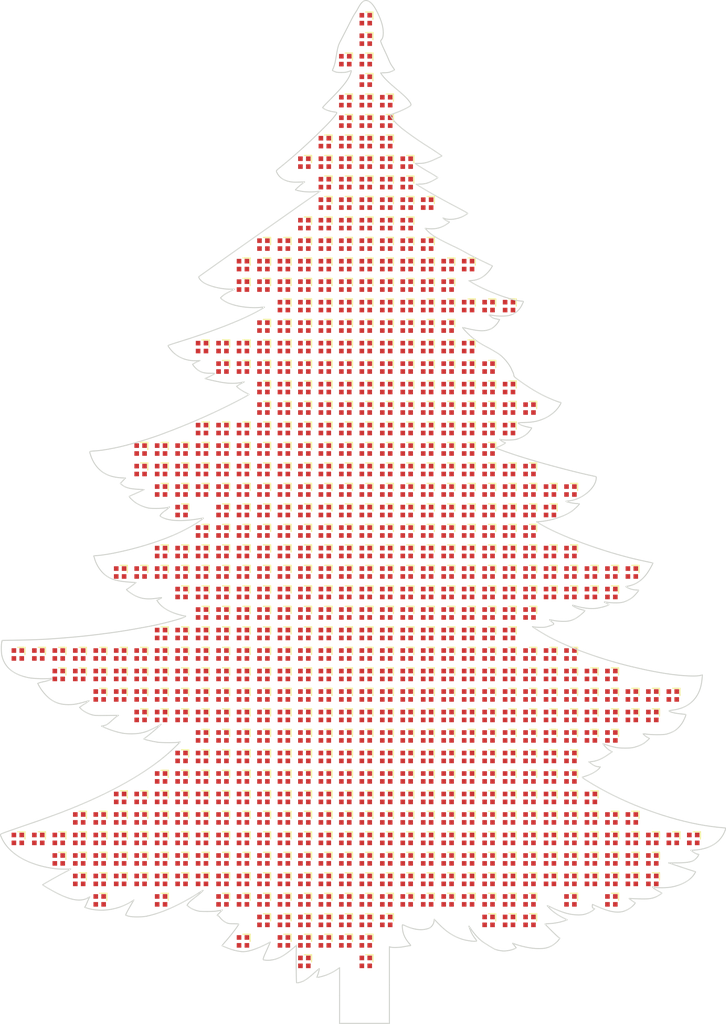
<source format=kicad_pcb>
(kicad_pcb (version 20171130) (host pcbnew 5.1.7-a382d34a8~88~ubuntu20.04.1)
  (layers (0 F.Cu signal) (31 B.Cu signal) (34 B.Paste user) (35 F.Paste user) (36 B.SilkS user) (37 F.SilkS user) (38 B.Mask user) (39 F.Mask user) (44 Edge.Cuts user))
  (net 0 "")
  (module tom-opto:B1010RGBT-HG (layer F.Cu) (at 124 58)
    (fp_text reference D3029 hide)
    (fp_text value FC-B1010RGBT-HG hide)
    (pad 1 smd rect (at 0.385 -0.385 90) (size 0.45 0.45) (layers F.Cu F.Paste F.Mask))
    (pad 4 smd rect (at -0.385 -0.385 90) (size 0.45 0.45) (layers F.Cu F.Paste F.Mask))
    (pad 3 smd rect (at -0.385 0.385 90) (size 0.45 0.45) (layers F.Cu F.Paste F.Mask))
    (pad 2 smd rect (at 0.385 0.385 90) (size 0.45 0.45) (layers F.Cu F.Paste F.Mask))
  )
  (module tom-opto:B1010RGBT-HG (layer F.Cu) (at 84 52)
    (fp_text reference D1026 hide)
    (fp_text value FC-B1010RGBT-HG hide)
    (pad 1 smd rect (at 0.385 -0.385 90) (size 0.45 0.45) (layers F.Cu F.Paste F.Mask))
    (pad 4 smd rect (at -0.385 -0.385 90) (size 0.45 0.45) (layers F.Cu F.Paste F.Mask))
    (pad 3 smd rect (at -0.385 0.385 90) (size 0.45 0.45) (layers F.Cu F.Paste F.Mask))
    (pad 2 smd rect (at 0.385 0.385 90) (size 0.45 0.45) (layers F.Cu F.Paste F.Mask))
  )
  (module tom-opto:B1010RGBT-HG (layer F.Cu) (at 96 18)
    (fp_text reference D1609 hide)
    (fp_text value FC-B1010RGBT-HG hide)
    (pad 1 smd rect (at 0.385 -0.385 90) (size 0.45 0.45) (layers F.Cu F.Paste F.Mask))
    (pad 4 smd rect (at -0.385 -0.385 90) (size 0.45 0.45) (layers F.Cu F.Paste F.Mask))
    (pad 3 smd rect (at -0.385 0.385 90) (size 0.45 0.45) (layers F.Cu F.Paste F.Mask))
    (pad 2 smd rect (at 0.385 0.385 90) (size 0.45 0.45) (layers F.Cu F.Paste F.Mask))
  )
  (module tom-opto:B1010RGBT-HG (layer F.Cu) (at 66 64)
    (fp_text reference D0132 hide)
    (fp_text value FC-B1010RGBT-HG hide)
    (pad 1 smd rect (at 0.385 -0.385 90) (size 0.45 0.45) (layers F.Cu F.Paste F.Mask))
    (pad 4 smd rect (at -0.385 -0.385 90) (size 0.45 0.45) (layers F.Cu F.Paste F.Mask))
    (pad 3 smd rect (at -0.385 0.385 90) (size 0.45 0.45) (layers F.Cu F.Paste F.Mask))
    (pad 2 smd rect (at 0.385 0.385 90) (size 0.45 0.45) (layers F.Cu F.Paste F.Mask))
  )
  (module tom-opto:B1010RGBT-HG (layer F.Cu) (at 66 82)
    (fp_text reference D0141 hide)
    (fp_text value FC-B1010RGBT-HG hide)
    (pad 1 smd rect (at 0.385 -0.385 90) (size 0.45 0.45) (layers F.Cu F.Paste F.Mask))
    (pad 4 smd rect (at -0.385 -0.385 90) (size 0.45 0.45) (layers F.Cu F.Paste F.Mask))
    (pad 3 smd rect (at -0.385 0.385 90) (size 0.45 0.45) (layers F.Cu F.Paste F.Mask))
    (pad 2 smd rect (at 0.385 0.385 90) (size 0.45 0.45) (layers F.Cu F.Paste F.Mask))
  )
  (module tom-opto:B1010RGBT-HG (layer F.Cu) (at 68 64)
    (fp_text reference D0232 hide)
    (fp_text value FC-B1010RGBT-HG hide)
    (pad 1 smd rect (at 0.385 -0.385 90) (size 0.45 0.45) (layers F.Cu F.Paste F.Mask))
    (pad 4 smd rect (at -0.385 -0.385 90) (size 0.45 0.45) (layers F.Cu F.Paste F.Mask))
    (pad 3 smd rect (at -0.385 0.385 90) (size 0.45 0.45) (layers F.Cu F.Paste F.Mask))
    (pad 2 smd rect (at 0.385 0.385 90) (size 0.45 0.45) (layers F.Cu F.Paste F.Mask))
  )
  (module tom-opto:B1010RGBT-HG (layer F.Cu) (at 68 82)
    (fp_text reference D0241 hide)
    (fp_text value FC-B1010RGBT-HG hide)
    (pad 1 smd rect (at 0.385 -0.385 90) (size 0.45 0.45) (layers F.Cu F.Paste F.Mask))
    (pad 4 smd rect (at -0.385 -0.385 90) (size 0.45 0.45) (layers F.Cu F.Paste F.Mask))
    (pad 3 smd rect (at -0.385 0.385 90) (size 0.45 0.45) (layers F.Cu F.Paste F.Mask))
    (pad 2 smd rect (at 0.385 0.385 90) (size 0.45 0.45) (layers F.Cu F.Paste F.Mask))
  )
  (module tom-opto:B1010RGBT-HG (layer F.Cu) (at 70 64)
    (fp_text reference D0332 hide)
    (fp_text value FC-B1010RGBT-HG hide)
    (pad 1 smd rect (at 0.385 -0.385 90) (size 0.45 0.45) (layers F.Cu F.Paste F.Mask))
    (pad 4 smd rect (at -0.385 -0.385 90) (size 0.45 0.45) (layers F.Cu F.Paste F.Mask))
    (pad 3 smd rect (at -0.385 0.385 90) (size 0.45 0.45) (layers F.Cu F.Paste F.Mask))
    (pad 2 smd rect (at 0.385 0.385 90) (size 0.45 0.45) (layers F.Cu F.Paste F.Mask))
  )
  (module tom-opto:B1010RGBT-HG (layer F.Cu) (at 70 66)
    (fp_text reference D0333 hide)
    (fp_text value FC-B1010RGBT-HG hide)
    (pad 1 smd rect (at 0.385 -0.385 90) (size 0.45 0.45) (layers F.Cu F.Paste F.Mask))
    (pad 4 smd rect (at -0.385 -0.385 90) (size 0.45 0.45) (layers F.Cu F.Paste F.Mask))
    (pad 3 smd rect (at -0.385 0.385 90) (size 0.45 0.45) (layers F.Cu F.Paste F.Mask))
    (pad 2 smd rect (at 0.385 0.385 90) (size 0.45 0.45) (layers F.Cu F.Paste F.Mask))
  )
  (module tom-opto:B1010RGBT-HG (layer F.Cu) (at 70 82)
    (fp_text reference D0341 hide)
    (fp_text value FC-B1010RGBT-HG hide)
    (pad 1 smd rect (at 0.385 -0.385 90) (size 0.45 0.45) (layers F.Cu F.Paste F.Mask))
    (pad 4 smd rect (at -0.385 -0.385 90) (size 0.45 0.45) (layers F.Cu F.Paste F.Mask))
    (pad 3 smd rect (at -0.385 0.385 90) (size 0.45 0.45) (layers F.Cu F.Paste F.Mask))
    (pad 2 smd rect (at 0.385 0.385 90) (size 0.45 0.45) (layers F.Cu F.Paste F.Mask))
  )
  (module tom-opto:B1010RGBT-HG (layer F.Cu) (at 70 84)
    (fp_text reference D0342 hide)
    (fp_text value FC-B1010RGBT-HG hide)
    (pad 1 smd rect (at 0.385 -0.385 90) (size 0.45 0.45) (layers F.Cu F.Paste F.Mask))
    (pad 4 smd rect (at -0.385 -0.385 90) (size 0.45 0.45) (layers F.Cu F.Paste F.Mask))
    (pad 3 smd rect (at -0.385 0.385 90) (size 0.45 0.45) (layers F.Cu F.Paste F.Mask))
    (pad 2 smd rect (at 0.385 0.385 90) (size 0.45 0.45) (layers F.Cu F.Paste F.Mask))
  )
  (module tom-opto:B1010RGBT-HG (layer F.Cu) (at 72 64)
    (fp_text reference D0432 hide)
    (fp_text value FC-B1010RGBT-HG hide)
    (pad 1 smd rect (at 0.385 -0.385 90) (size 0.45 0.45) (layers F.Cu F.Paste F.Mask))
    (pad 4 smd rect (at -0.385 -0.385 90) (size 0.45 0.45) (layers F.Cu F.Paste F.Mask))
    (pad 3 smd rect (at -0.385 0.385 90) (size 0.45 0.45) (layers F.Cu F.Paste F.Mask))
    (pad 2 smd rect (at 0.385 0.385 90) (size 0.45 0.45) (layers F.Cu F.Paste F.Mask))
  )
  (module tom-opto:B1010RGBT-HG (layer F.Cu) (at 72 66)
    (fp_text reference D0433 hide)
    (fp_text value FC-B1010RGBT-HG hide)
    (pad 1 smd rect (at 0.385 -0.385 90) (size 0.45 0.45) (layers F.Cu F.Paste F.Mask))
    (pad 4 smd rect (at -0.385 -0.385 90) (size 0.45 0.45) (layers F.Cu F.Paste F.Mask))
    (pad 3 smd rect (at -0.385 0.385 90) (size 0.45 0.45) (layers F.Cu F.Paste F.Mask))
    (pad 2 smd rect (at 0.385 0.385 90) (size 0.45 0.45) (layers F.Cu F.Paste F.Mask))
  )
  (module tom-opto:B1010RGBT-HG (layer F.Cu) (at 72 80)
    (fp_text reference D0440 hide)
    (fp_text value FC-B1010RGBT-HG hide)
    (pad 1 smd rect (at 0.385 -0.385 90) (size 0.45 0.45) (layers F.Cu F.Paste F.Mask))
    (pad 4 smd rect (at -0.385 -0.385 90) (size 0.45 0.45) (layers F.Cu F.Paste F.Mask))
    (pad 3 smd rect (at -0.385 0.385 90) (size 0.45 0.45) (layers F.Cu F.Paste F.Mask))
    (pad 2 smd rect (at 0.385 0.385 90) (size 0.45 0.45) (layers F.Cu F.Paste F.Mask))
  )
  (module tom-opto:B1010RGBT-HG (layer F.Cu) (at 72 82)
    (fp_text reference D0441 hide)
    (fp_text value FC-B1010RGBT-HG hide)
    (pad 1 smd rect (at 0.385 -0.385 90) (size 0.45 0.45) (layers F.Cu F.Paste F.Mask))
    (pad 4 smd rect (at -0.385 -0.385 90) (size 0.45 0.45) (layers F.Cu F.Paste F.Mask))
    (pad 3 smd rect (at -0.385 0.385 90) (size 0.45 0.45) (layers F.Cu F.Paste F.Mask))
    (pad 2 smd rect (at 0.385 0.385 90) (size 0.45 0.45) (layers F.Cu F.Paste F.Mask))
  )
  (module tom-opto:B1010RGBT-HG (layer F.Cu) (at 72 84)
    (fp_text reference D0442 hide)
    (fp_text value FC-B1010RGBT-HG hide)
    (pad 1 smd rect (at 0.385 -0.385 90) (size 0.45 0.45) (layers F.Cu F.Paste F.Mask))
    (pad 4 smd rect (at -0.385 -0.385 90) (size 0.45 0.45) (layers F.Cu F.Paste F.Mask))
    (pad 3 smd rect (at -0.385 0.385 90) (size 0.45 0.45) (layers F.Cu F.Paste F.Mask))
    (pad 2 smd rect (at 0.385 0.385 90) (size 0.45 0.45) (layers F.Cu F.Paste F.Mask))
  )
  (module tom-opto:B1010RGBT-HG (layer F.Cu) (at 72 86)
    (fp_text reference D0443 hide)
    (fp_text value FC-B1010RGBT-HG hide)
    (pad 1 smd rect (at 0.385 -0.385 90) (size 0.45 0.45) (layers F.Cu F.Paste F.Mask))
    (pad 4 smd rect (at -0.385 -0.385 90) (size 0.45 0.45) (layers F.Cu F.Paste F.Mask))
    (pad 3 smd rect (at -0.385 0.385 90) (size 0.45 0.45) (layers F.Cu F.Paste F.Mask))
    (pad 2 smd rect (at 0.385 0.385 90) (size 0.45 0.45) (layers F.Cu F.Paste F.Mask))
  )
  (module tom-opto:B1010RGBT-HG (layer F.Cu) (at 74 64)
    (fp_text reference D0532 hide)
    (fp_text value FC-B1010RGBT-HG hide)
    (pad 1 smd rect (at 0.385 -0.385 90) (size 0.45 0.45) (layers F.Cu F.Paste F.Mask))
    (pad 4 smd rect (at -0.385 -0.385 90) (size 0.45 0.45) (layers F.Cu F.Paste F.Mask))
    (pad 3 smd rect (at -0.385 0.385 90) (size 0.45 0.45) (layers F.Cu F.Paste F.Mask))
    (pad 2 smd rect (at 0.385 0.385 90) (size 0.45 0.45) (layers F.Cu F.Paste F.Mask))
  )
  (module tom-opto:B1010RGBT-HG (layer F.Cu) (at 74 66)
    (fp_text reference D0533 hide)
    (fp_text value FC-B1010RGBT-HG hide)
    (pad 1 smd rect (at 0.385 -0.385 90) (size 0.45 0.45) (layers F.Cu F.Paste F.Mask))
    (pad 4 smd rect (at -0.385 -0.385 90) (size 0.45 0.45) (layers F.Cu F.Paste F.Mask))
    (pad 3 smd rect (at -0.385 0.385 90) (size 0.45 0.45) (layers F.Cu F.Paste F.Mask))
    (pad 2 smd rect (at 0.385 0.385 90) (size 0.45 0.45) (layers F.Cu F.Paste F.Mask))
  )
  (module tom-opto:B1010RGBT-HG (layer F.Cu) (at 74 68)
    (fp_text reference D0534 hide)
    (fp_text value FC-B1010RGBT-HG hide)
    (pad 1 smd rect (at 0.385 -0.385 90) (size 0.45 0.45) (layers F.Cu F.Paste F.Mask))
    (pad 4 smd rect (at -0.385 -0.385 90) (size 0.45 0.45) (layers F.Cu F.Paste F.Mask))
    (pad 3 smd rect (at -0.385 0.385 90) (size 0.45 0.45) (layers F.Cu F.Paste F.Mask))
    (pad 2 smd rect (at 0.385 0.385 90) (size 0.45 0.45) (layers F.Cu F.Paste F.Mask))
  )
  (module tom-opto:B1010RGBT-HG (layer F.Cu) (at 74 80)
    (fp_text reference D0540 hide)
    (fp_text value FC-B1010RGBT-HG hide)
    (pad 1 smd rect (at 0.385 -0.385 90) (size 0.45 0.45) (layers F.Cu F.Paste F.Mask))
    (pad 4 smd rect (at -0.385 -0.385 90) (size 0.45 0.45) (layers F.Cu F.Paste F.Mask))
    (pad 3 smd rect (at -0.385 0.385 90) (size 0.45 0.45) (layers F.Cu F.Paste F.Mask))
    (pad 2 smd rect (at 0.385 0.385 90) (size 0.45 0.45) (layers F.Cu F.Paste F.Mask))
  )
  (module tom-opto:B1010RGBT-HG (layer F.Cu) (at 74 82)
    (fp_text reference D0541 hide)
    (fp_text value FC-B1010RGBT-HG hide)
    (pad 1 smd rect (at 0.385 -0.385 90) (size 0.45 0.45) (layers F.Cu F.Paste F.Mask))
    (pad 4 smd rect (at -0.385 -0.385 90) (size 0.45 0.45) (layers F.Cu F.Paste F.Mask))
    (pad 3 smd rect (at -0.385 0.385 90) (size 0.45 0.45) (layers F.Cu F.Paste F.Mask))
    (pad 2 smd rect (at 0.385 0.385 90) (size 0.45 0.45) (layers F.Cu F.Paste F.Mask))
  )
  (module tom-opto:B1010RGBT-HG (layer F.Cu) (at 74 84)
    (fp_text reference D0542 hide)
    (fp_text value FC-B1010RGBT-HG hide)
    (pad 1 smd rect (at 0.385 -0.385 90) (size 0.45 0.45) (layers F.Cu F.Paste F.Mask))
    (pad 4 smd rect (at -0.385 -0.385 90) (size 0.45 0.45) (layers F.Cu F.Paste F.Mask))
    (pad 3 smd rect (at -0.385 0.385 90) (size 0.45 0.45) (layers F.Cu F.Paste F.Mask))
    (pad 2 smd rect (at 0.385 0.385 90) (size 0.45 0.45) (layers F.Cu F.Paste F.Mask))
  )
  (module tom-opto:B1010RGBT-HG (layer F.Cu) (at 74 86)
    (fp_text reference D0543 hide)
    (fp_text value FC-B1010RGBT-HG hide)
    (pad 1 smd rect (at 0.385 -0.385 90) (size 0.45 0.45) (layers F.Cu F.Paste F.Mask))
    (pad 4 smd rect (at -0.385 -0.385 90) (size 0.45 0.45) (layers F.Cu F.Paste F.Mask))
    (pad 3 smd rect (at -0.385 0.385 90) (size 0.45 0.45) (layers F.Cu F.Paste F.Mask))
    (pad 2 smd rect (at 0.385 0.385 90) (size 0.45 0.45) (layers F.Cu F.Paste F.Mask))
  )
  (module tom-opto:B1010RGBT-HG (layer F.Cu) (at 74 88)
    (fp_text reference D0544 hide)
    (fp_text value FC-B1010RGBT-HG hide)
    (pad 1 smd rect (at 0.385 -0.385 90) (size 0.45 0.45) (layers F.Cu F.Paste F.Mask))
    (pad 4 smd rect (at -0.385 -0.385 90) (size 0.45 0.45) (layers F.Cu F.Paste F.Mask))
    (pad 3 smd rect (at -0.385 0.385 90) (size 0.45 0.45) (layers F.Cu F.Paste F.Mask))
    (pad 2 smd rect (at 0.385 0.385 90) (size 0.45 0.45) (layers F.Cu F.Paste F.Mask))
  )
  (module tom-opto:B1010RGBT-HG (layer F.Cu) (at 76 56)
    (fp_text reference D0628 hide)
    (fp_text value FC-B1010RGBT-HG hide)
    (pad 1 smd rect (at 0.385 -0.385 90) (size 0.45 0.45) (layers F.Cu F.Paste F.Mask))
    (pad 4 smd rect (at -0.385 -0.385 90) (size 0.45 0.45) (layers F.Cu F.Paste F.Mask))
    (pad 3 smd rect (at -0.385 0.385 90) (size 0.45 0.45) (layers F.Cu F.Paste F.Mask))
    (pad 2 smd rect (at 0.385 0.385 90) (size 0.45 0.45) (layers F.Cu F.Paste F.Mask))
  )
  (module tom-opto:B1010RGBT-HG (layer F.Cu) (at 76 64)
    (fp_text reference D0632 hide)
    (fp_text value FC-B1010RGBT-HG hide)
    (pad 1 smd rect (at 0.385 -0.385 90) (size 0.45 0.45) (layers F.Cu F.Paste F.Mask))
    (pad 4 smd rect (at -0.385 -0.385 90) (size 0.45 0.45) (layers F.Cu F.Paste F.Mask))
    (pad 3 smd rect (at -0.385 0.385 90) (size 0.45 0.45) (layers F.Cu F.Paste F.Mask))
    (pad 2 smd rect (at 0.385 0.385 90) (size 0.45 0.45) (layers F.Cu F.Paste F.Mask))
  )
  (module tom-opto:B1010RGBT-HG (layer F.Cu) (at 76 66)
    (fp_text reference D0633 hide)
    (fp_text value FC-B1010RGBT-HG hide)
    (pad 1 smd rect (at 0.385 -0.385 90) (size 0.45 0.45) (layers F.Cu F.Paste F.Mask))
    (pad 4 smd rect (at -0.385 -0.385 90) (size 0.45 0.45) (layers F.Cu F.Paste F.Mask))
    (pad 3 smd rect (at -0.385 0.385 90) (size 0.45 0.45) (layers F.Cu F.Paste F.Mask))
    (pad 2 smd rect (at 0.385 0.385 90) (size 0.45 0.45) (layers F.Cu F.Paste F.Mask))
  )
  (module tom-opto:B1010RGBT-HG (layer F.Cu) (at 76 68)
    (fp_text reference D0634 hide)
    (fp_text value FC-B1010RGBT-HG hide)
    (pad 1 smd rect (at 0.385 -0.385 90) (size 0.45 0.45) (layers F.Cu F.Paste F.Mask))
    (pad 4 smd rect (at -0.385 -0.385 90) (size 0.45 0.45) (layers F.Cu F.Paste F.Mask))
    (pad 3 smd rect (at -0.385 0.385 90) (size 0.45 0.45) (layers F.Cu F.Paste F.Mask))
    (pad 2 smd rect (at 0.385 0.385 90) (size 0.45 0.45) (layers F.Cu F.Paste F.Mask))
  )
  (module tom-opto:B1010RGBT-HG (layer F.Cu) (at 76 78)
    (fp_text reference D0639 hide)
    (fp_text value FC-B1010RGBT-HG hide)
    (pad 1 smd rect (at 0.385 -0.385 90) (size 0.45 0.45) (layers F.Cu F.Paste F.Mask))
    (pad 4 smd rect (at -0.385 -0.385 90) (size 0.45 0.45) (layers F.Cu F.Paste F.Mask))
    (pad 3 smd rect (at -0.385 0.385 90) (size 0.45 0.45) (layers F.Cu F.Paste F.Mask))
    (pad 2 smd rect (at 0.385 0.385 90) (size 0.45 0.45) (layers F.Cu F.Paste F.Mask))
  )
  (module tom-opto:B1010RGBT-HG (layer F.Cu) (at 76 80)
    (fp_text reference D0640 hide)
    (fp_text value FC-B1010RGBT-HG hide)
    (pad 1 smd rect (at 0.385 -0.385 90) (size 0.45 0.45) (layers F.Cu F.Paste F.Mask))
    (pad 4 smd rect (at -0.385 -0.385 90) (size 0.45 0.45) (layers F.Cu F.Paste F.Mask))
    (pad 3 smd rect (at -0.385 0.385 90) (size 0.45 0.45) (layers F.Cu F.Paste F.Mask))
    (pad 2 smd rect (at 0.385 0.385 90) (size 0.45 0.45) (layers F.Cu F.Paste F.Mask))
  )
  (module tom-opto:B1010RGBT-HG (layer F.Cu) (at 76 82)
    (fp_text reference D0641 hide)
    (fp_text value FC-B1010RGBT-HG hide)
    (pad 1 smd rect (at 0.385 -0.385 90) (size 0.45 0.45) (layers F.Cu F.Paste F.Mask))
    (pad 4 smd rect (at -0.385 -0.385 90) (size 0.45 0.45) (layers F.Cu F.Paste F.Mask))
    (pad 3 smd rect (at -0.385 0.385 90) (size 0.45 0.45) (layers F.Cu F.Paste F.Mask))
    (pad 2 smd rect (at 0.385 0.385 90) (size 0.45 0.45) (layers F.Cu F.Paste F.Mask))
  )
  (module tom-opto:B1010RGBT-HG (layer F.Cu) (at 76 84)
    (fp_text reference D0642 hide)
    (fp_text value FC-B1010RGBT-HG hide)
    (pad 1 smd rect (at 0.385 -0.385 90) (size 0.45 0.45) (layers F.Cu F.Paste F.Mask))
    (pad 4 smd rect (at -0.385 -0.385 90) (size 0.45 0.45) (layers F.Cu F.Paste F.Mask))
    (pad 3 smd rect (at -0.385 0.385 90) (size 0.45 0.45) (layers F.Cu F.Paste F.Mask))
    (pad 2 smd rect (at 0.385 0.385 90) (size 0.45 0.45) (layers F.Cu F.Paste F.Mask))
  )
  (module tom-opto:B1010RGBT-HG (layer F.Cu) (at 76 86)
    (fp_text reference D0643 hide)
    (fp_text value FC-B1010RGBT-HG hide)
    (pad 1 smd rect (at 0.385 -0.385 90) (size 0.45 0.45) (layers F.Cu F.Paste F.Mask))
    (pad 4 smd rect (at -0.385 -0.385 90) (size 0.45 0.45) (layers F.Cu F.Paste F.Mask))
    (pad 3 smd rect (at -0.385 0.385 90) (size 0.45 0.45) (layers F.Cu F.Paste F.Mask))
    (pad 2 smd rect (at 0.385 0.385 90) (size 0.45 0.45) (layers F.Cu F.Paste F.Mask))
  )
  (module tom-opto:B1010RGBT-HG (layer F.Cu) (at 78 44)
    (fp_text reference D0722 hide)
    (fp_text value FC-B1010RGBT-HG hide)
    (pad 1 smd rect (at 0.385 -0.385 90) (size 0.45 0.45) (layers F.Cu F.Paste F.Mask))
    (pad 4 smd rect (at -0.385 -0.385 90) (size 0.45 0.45) (layers F.Cu F.Paste F.Mask))
    (pad 3 smd rect (at -0.385 0.385 90) (size 0.45 0.45) (layers F.Cu F.Paste F.Mask))
    (pad 2 smd rect (at 0.385 0.385 90) (size 0.45 0.45) (layers F.Cu F.Paste F.Mask))
  )
  (module tom-opto:B1010RGBT-HG (layer F.Cu) (at 78 46)
    (fp_text reference D0723 hide)
    (fp_text value FC-B1010RGBT-HG hide)
    (pad 1 smd rect (at 0.385 -0.385 90) (size 0.45 0.45) (layers F.Cu F.Paste F.Mask))
    (pad 4 smd rect (at -0.385 -0.385 90) (size 0.45 0.45) (layers F.Cu F.Paste F.Mask))
    (pad 3 smd rect (at -0.385 0.385 90) (size 0.45 0.45) (layers F.Cu F.Paste F.Mask))
    (pad 2 smd rect (at 0.385 0.385 90) (size 0.45 0.45) (layers F.Cu F.Paste F.Mask))
  )
  (module tom-opto:B1010RGBT-HG (layer F.Cu) (at 78 56)
    (fp_text reference D0728 hide)
    (fp_text value FC-B1010RGBT-HG hide)
    (pad 1 smd rect (at 0.385 -0.385 90) (size 0.45 0.45) (layers F.Cu F.Paste F.Mask))
    (pad 4 smd rect (at -0.385 -0.385 90) (size 0.45 0.45) (layers F.Cu F.Paste F.Mask))
    (pad 3 smd rect (at -0.385 0.385 90) (size 0.45 0.45) (layers F.Cu F.Paste F.Mask))
    (pad 2 smd rect (at 0.385 0.385 90) (size 0.45 0.45) (layers F.Cu F.Paste F.Mask))
  )
  (module tom-opto:B1010RGBT-HG (layer F.Cu) (at 78 64)
    (fp_text reference D0732 hide)
    (fp_text value FC-B1010RGBT-HG hide)
    (pad 1 smd rect (at 0.385 -0.385 90) (size 0.45 0.45) (layers F.Cu F.Paste F.Mask))
    (pad 4 smd rect (at -0.385 -0.385 90) (size 0.45 0.45) (layers F.Cu F.Paste F.Mask))
    (pad 3 smd rect (at -0.385 0.385 90) (size 0.45 0.45) (layers F.Cu F.Paste F.Mask))
    (pad 2 smd rect (at 0.385 0.385 90) (size 0.45 0.45) (layers F.Cu F.Paste F.Mask))
  )
  (module tom-opto:B1010RGBT-HG (layer F.Cu) (at 78 66)
    (fp_text reference D0733 hide)
    (fp_text value FC-B1010RGBT-HG hide)
    (pad 1 smd rect (at 0.385 -0.385 90) (size 0.45 0.45) (layers F.Cu F.Paste F.Mask))
    (pad 4 smd rect (at -0.385 -0.385 90) (size 0.45 0.45) (layers F.Cu F.Paste F.Mask))
    (pad 3 smd rect (at -0.385 0.385 90) (size 0.45 0.45) (layers F.Cu F.Paste F.Mask))
    (pad 2 smd rect (at 0.385 0.385 90) (size 0.45 0.45) (layers F.Cu F.Paste F.Mask))
  )
  (module tom-opto:B1010RGBT-HG (layer F.Cu) (at 78 68)
    (fp_text reference D0734 hide)
    (fp_text value FC-B1010RGBT-HG hide)
    (pad 1 smd rect (at 0.385 -0.385 90) (size 0.45 0.45) (layers F.Cu F.Paste F.Mask))
    (pad 4 smd rect (at -0.385 -0.385 90) (size 0.45 0.45) (layers F.Cu F.Paste F.Mask))
    (pad 3 smd rect (at -0.385 0.385 90) (size 0.45 0.45) (layers F.Cu F.Paste F.Mask))
    (pad 2 smd rect (at 0.385 0.385 90) (size 0.45 0.45) (layers F.Cu F.Paste F.Mask))
  )
  (module tom-opto:B1010RGBT-HG (layer F.Cu) (at 78 70)
    (fp_text reference D0735 hide)
    (fp_text value FC-B1010RGBT-HG hide)
    (pad 1 smd rect (at 0.385 -0.385 90) (size 0.45 0.45) (layers F.Cu F.Paste F.Mask))
    (pad 4 smd rect (at -0.385 -0.385 90) (size 0.45 0.45) (layers F.Cu F.Paste F.Mask))
    (pad 3 smd rect (at -0.385 0.385 90) (size 0.45 0.45) (layers F.Cu F.Paste F.Mask))
    (pad 2 smd rect (at 0.385 0.385 90) (size 0.45 0.45) (layers F.Cu F.Paste F.Mask))
  )
  (module tom-opto:B1010RGBT-HG (layer F.Cu) (at 78 78)
    (fp_text reference D0739 hide)
    (fp_text value FC-B1010RGBT-HG hide)
    (pad 1 smd rect (at 0.385 -0.385 90) (size 0.45 0.45) (layers F.Cu F.Paste F.Mask))
    (pad 4 smd rect (at -0.385 -0.385 90) (size 0.45 0.45) (layers F.Cu F.Paste F.Mask))
    (pad 3 smd rect (at -0.385 0.385 90) (size 0.45 0.45) (layers F.Cu F.Paste F.Mask))
    (pad 2 smd rect (at 0.385 0.385 90) (size 0.45 0.45) (layers F.Cu F.Paste F.Mask))
  )
  (module tom-opto:B1010RGBT-HG (layer F.Cu) (at 78 80)
    (fp_text reference D0740 hide)
    (fp_text value FC-B1010RGBT-HG hide)
    (pad 1 smd rect (at 0.385 -0.385 90) (size 0.45 0.45) (layers F.Cu F.Paste F.Mask))
    (pad 4 smd rect (at -0.385 -0.385 90) (size 0.45 0.45) (layers F.Cu F.Paste F.Mask))
    (pad 3 smd rect (at -0.385 0.385 90) (size 0.45 0.45) (layers F.Cu F.Paste F.Mask))
    (pad 2 smd rect (at 0.385 0.385 90) (size 0.45 0.45) (layers F.Cu F.Paste F.Mask))
  )
  (module tom-opto:B1010RGBT-HG (layer F.Cu) (at 78 82)
    (fp_text reference D0741 hide)
    (fp_text value FC-B1010RGBT-HG hide)
    (pad 1 smd rect (at 0.385 -0.385 90) (size 0.45 0.45) (layers F.Cu F.Paste F.Mask))
    (pad 4 smd rect (at -0.385 -0.385 90) (size 0.45 0.45) (layers F.Cu F.Paste F.Mask))
    (pad 3 smd rect (at -0.385 0.385 90) (size 0.45 0.45) (layers F.Cu F.Paste F.Mask))
    (pad 2 smd rect (at 0.385 0.385 90) (size 0.45 0.45) (layers F.Cu F.Paste F.Mask))
  )
  (module tom-opto:B1010RGBT-HG (layer F.Cu) (at 78 84)
    (fp_text reference D0742 hide)
    (fp_text value FC-B1010RGBT-HG hide)
    (pad 1 smd rect (at 0.385 -0.385 90) (size 0.45 0.45) (layers F.Cu F.Paste F.Mask))
    (pad 4 smd rect (at -0.385 -0.385 90) (size 0.45 0.45) (layers F.Cu F.Paste F.Mask))
    (pad 3 smd rect (at -0.385 0.385 90) (size 0.45 0.45) (layers F.Cu F.Paste F.Mask))
    (pad 2 smd rect (at 0.385 0.385 90) (size 0.45 0.45) (layers F.Cu F.Paste F.Mask))
  )
  (module tom-opto:B1010RGBT-HG (layer F.Cu) (at 78 86)
    (fp_text reference D0743 hide)
    (fp_text value FC-B1010RGBT-HG hide)
    (pad 1 smd rect (at 0.385 -0.385 90) (size 0.45 0.45) (layers F.Cu F.Paste F.Mask))
    (pad 4 smd rect (at -0.385 -0.385 90) (size 0.45 0.45) (layers F.Cu F.Paste F.Mask))
    (pad 3 smd rect (at -0.385 0.385 90) (size 0.45 0.45) (layers F.Cu F.Paste F.Mask))
    (pad 2 smd rect (at 0.385 0.385 90) (size 0.45 0.45) (layers F.Cu F.Paste F.Mask))
  )
  (module tom-opto:B1010RGBT-HG (layer F.Cu) (at 80 44)
    (fp_text reference D0822 hide)
    (fp_text value FC-B1010RGBT-HG hide)
    (pad 1 smd rect (at 0.385 -0.385 90) (size 0.45 0.45) (layers F.Cu F.Paste F.Mask))
    (pad 4 smd rect (at -0.385 -0.385 90) (size 0.45 0.45) (layers F.Cu F.Paste F.Mask))
    (pad 3 smd rect (at -0.385 0.385 90) (size 0.45 0.45) (layers F.Cu F.Paste F.Mask))
    (pad 2 smd rect (at 0.385 0.385 90) (size 0.45 0.45) (layers F.Cu F.Paste F.Mask))
  )
  (module tom-opto:B1010RGBT-HG (layer F.Cu) (at 80 46)
    (fp_text reference D0823 hide)
    (fp_text value FC-B1010RGBT-HG hide)
    (pad 1 smd rect (at 0.385 -0.385 90) (size 0.45 0.45) (layers F.Cu F.Paste F.Mask))
    (pad 4 smd rect (at -0.385 -0.385 90) (size 0.45 0.45) (layers F.Cu F.Paste F.Mask))
    (pad 3 smd rect (at -0.385 0.385 90) (size 0.45 0.45) (layers F.Cu F.Paste F.Mask))
    (pad 2 smd rect (at 0.385 0.385 90) (size 0.45 0.45) (layers F.Cu F.Paste F.Mask))
  )
  (module tom-opto:B1010RGBT-HG (layer F.Cu) (at 80 48)
    (fp_text reference D0824 hide)
    (fp_text value FC-B1010RGBT-HG hide)
    (pad 1 smd rect (at 0.385 -0.385 90) (size 0.45 0.45) (layers F.Cu F.Paste F.Mask))
    (pad 4 smd rect (at -0.385 -0.385 90) (size 0.45 0.45) (layers F.Cu F.Paste F.Mask))
    (pad 3 smd rect (at -0.385 0.385 90) (size 0.45 0.45) (layers F.Cu F.Paste F.Mask))
    (pad 2 smd rect (at 0.385 0.385 90) (size 0.45 0.45) (layers F.Cu F.Paste F.Mask))
  )
  (module tom-opto:B1010RGBT-HG (layer F.Cu) (at 80 54)
    (fp_text reference D0827 hide)
    (fp_text value FC-B1010RGBT-HG hide)
    (pad 1 smd rect (at 0.385 -0.385 90) (size 0.45 0.45) (layers F.Cu F.Paste F.Mask))
    (pad 4 smd rect (at -0.385 -0.385 90) (size 0.45 0.45) (layers F.Cu F.Paste F.Mask))
    (pad 3 smd rect (at -0.385 0.385 90) (size 0.45 0.45) (layers F.Cu F.Paste F.Mask))
    (pad 2 smd rect (at 0.385 0.385 90) (size 0.45 0.45) (layers F.Cu F.Paste F.Mask))
  )
  (module tom-opto:B1010RGBT-HG (layer F.Cu) (at 80 56)
    (fp_text reference D0828 hide)
    (fp_text value FC-B1010RGBT-HG hide)
    (pad 1 smd rect (at 0.385 -0.385 90) (size 0.45 0.45) (layers F.Cu F.Paste F.Mask))
    (pad 4 smd rect (at -0.385 -0.385 90) (size 0.45 0.45) (layers F.Cu F.Paste F.Mask))
    (pad 3 smd rect (at -0.385 0.385 90) (size 0.45 0.45) (layers F.Cu F.Paste F.Mask))
    (pad 2 smd rect (at 0.385 0.385 90) (size 0.45 0.45) (layers F.Cu F.Paste F.Mask))
  )
  (module tom-opto:B1010RGBT-HG (layer F.Cu) (at 80 62)
    (fp_text reference D0831 hide)
    (fp_text value FC-B1010RGBT-HG hide)
    (pad 1 smd rect (at 0.385 -0.385 90) (size 0.45 0.45) (layers F.Cu F.Paste F.Mask))
    (pad 4 smd rect (at -0.385 -0.385 90) (size 0.45 0.45) (layers F.Cu F.Paste F.Mask))
    (pad 3 smd rect (at -0.385 0.385 90) (size 0.45 0.45) (layers F.Cu F.Paste F.Mask))
    (pad 2 smd rect (at 0.385 0.385 90) (size 0.45 0.45) (layers F.Cu F.Paste F.Mask))
  )
  (module tom-opto:B1010RGBT-HG (layer F.Cu) (at 80 64)
    (fp_text reference D0832 hide)
    (fp_text value FC-B1010RGBT-HG hide)
    (pad 1 smd rect (at 0.385 -0.385 90) (size 0.45 0.45) (layers F.Cu F.Paste F.Mask))
    (pad 4 smd rect (at -0.385 -0.385 90) (size 0.45 0.45) (layers F.Cu F.Paste F.Mask))
    (pad 3 smd rect (at -0.385 0.385 90) (size 0.45 0.45) (layers F.Cu F.Paste F.Mask))
    (pad 2 smd rect (at 0.385 0.385 90) (size 0.45 0.45) (layers F.Cu F.Paste F.Mask))
  )
  (module tom-opto:B1010RGBT-HG (layer F.Cu) (at 80 66)
    (fp_text reference D0833 hide)
    (fp_text value FC-B1010RGBT-HG hide)
    (pad 1 smd rect (at 0.385 -0.385 90) (size 0.45 0.45) (layers F.Cu F.Paste F.Mask))
    (pad 4 smd rect (at -0.385 -0.385 90) (size 0.45 0.45) (layers F.Cu F.Paste F.Mask))
    (pad 3 smd rect (at -0.385 0.385 90) (size 0.45 0.45) (layers F.Cu F.Paste F.Mask))
    (pad 2 smd rect (at 0.385 0.385 90) (size 0.45 0.45) (layers F.Cu F.Paste F.Mask))
  )
  (module tom-opto:B1010RGBT-HG (layer F.Cu) (at 80 68)
    (fp_text reference D0834 hide)
    (fp_text value FC-B1010RGBT-HG hide)
    (pad 1 smd rect (at 0.385 -0.385 90) (size 0.45 0.45) (layers F.Cu F.Paste F.Mask))
    (pad 4 smd rect (at -0.385 -0.385 90) (size 0.45 0.45) (layers F.Cu F.Paste F.Mask))
    (pad 3 smd rect (at -0.385 0.385 90) (size 0.45 0.45) (layers F.Cu F.Paste F.Mask))
    (pad 2 smd rect (at 0.385 0.385 90) (size 0.45 0.45) (layers F.Cu F.Paste F.Mask))
  )
  (module tom-opto:B1010RGBT-HG (layer F.Cu) (at 80 70)
    (fp_text reference D0835 hide)
    (fp_text value FC-B1010RGBT-HG hide)
    (pad 1 smd rect (at 0.385 -0.385 90) (size 0.45 0.45) (layers F.Cu F.Paste F.Mask))
    (pad 4 smd rect (at -0.385 -0.385 90) (size 0.45 0.45) (layers F.Cu F.Paste F.Mask))
    (pad 3 smd rect (at -0.385 0.385 90) (size 0.45 0.45) (layers F.Cu F.Paste F.Mask))
    (pad 2 smd rect (at 0.385 0.385 90) (size 0.45 0.45) (layers F.Cu F.Paste F.Mask))
  )
  (module tom-opto:B1010RGBT-HG (layer F.Cu) (at 80 76)
    (fp_text reference D0838 hide)
    (fp_text value FC-B1010RGBT-HG hide)
    (pad 1 smd rect (at 0.385 -0.385 90) (size 0.45 0.45) (layers F.Cu F.Paste F.Mask))
    (pad 4 smd rect (at -0.385 -0.385 90) (size 0.45 0.45) (layers F.Cu F.Paste F.Mask))
    (pad 3 smd rect (at -0.385 0.385 90) (size 0.45 0.45) (layers F.Cu F.Paste F.Mask))
    (pad 2 smd rect (at 0.385 0.385 90) (size 0.45 0.45) (layers F.Cu F.Paste F.Mask))
  )
  (module tom-opto:B1010RGBT-HG (layer F.Cu) (at 80 78)
    (fp_text reference D0839 hide)
    (fp_text value FC-B1010RGBT-HG hide)
    (pad 1 smd rect (at 0.385 -0.385 90) (size 0.45 0.45) (layers F.Cu F.Paste F.Mask))
    (pad 4 smd rect (at -0.385 -0.385 90) (size 0.45 0.45) (layers F.Cu F.Paste F.Mask))
    (pad 3 smd rect (at -0.385 0.385 90) (size 0.45 0.45) (layers F.Cu F.Paste F.Mask))
    (pad 2 smd rect (at 0.385 0.385 90) (size 0.45 0.45) (layers F.Cu F.Paste F.Mask))
  )
  (module tom-opto:B1010RGBT-HG (layer F.Cu) (at 80 80)
    (fp_text reference D0840 hide)
    (fp_text value FC-B1010RGBT-HG hide)
    (pad 1 smd rect (at 0.385 -0.385 90) (size 0.45 0.45) (layers F.Cu F.Paste F.Mask))
    (pad 4 smd rect (at -0.385 -0.385 90) (size 0.45 0.45) (layers F.Cu F.Paste F.Mask))
    (pad 3 smd rect (at -0.385 0.385 90) (size 0.45 0.45) (layers F.Cu F.Paste F.Mask))
    (pad 2 smd rect (at 0.385 0.385 90) (size 0.45 0.45) (layers F.Cu F.Paste F.Mask))
  )
  (module tom-opto:B1010RGBT-HG (layer F.Cu) (at 80 82)
    (fp_text reference D0841 hide)
    (fp_text value FC-B1010RGBT-HG hide)
    (pad 1 smd rect (at 0.385 -0.385 90) (size 0.45 0.45) (layers F.Cu F.Paste F.Mask))
    (pad 4 smd rect (at -0.385 -0.385 90) (size 0.45 0.45) (layers F.Cu F.Paste F.Mask))
    (pad 3 smd rect (at -0.385 0.385 90) (size 0.45 0.45) (layers F.Cu F.Paste F.Mask))
    (pad 2 smd rect (at 0.385 0.385 90) (size 0.45 0.45) (layers F.Cu F.Paste F.Mask))
  )
  (module tom-opto:B1010RGBT-HG (layer F.Cu) (at 80 84)
    (fp_text reference D0842 hide)
    (fp_text value FC-B1010RGBT-HG hide)
    (pad 1 smd rect (at 0.385 -0.385 90) (size 0.45 0.45) (layers F.Cu F.Paste F.Mask))
    (pad 4 smd rect (at -0.385 -0.385 90) (size 0.45 0.45) (layers F.Cu F.Paste F.Mask))
    (pad 3 smd rect (at -0.385 0.385 90) (size 0.45 0.45) (layers F.Cu F.Paste F.Mask))
    (pad 2 smd rect (at 0.385 0.385 90) (size 0.45 0.45) (layers F.Cu F.Paste F.Mask))
  )
  (module tom-opto:B1010RGBT-HG (layer F.Cu) (at 80 86)
    (fp_text reference D0843 hide)
    (fp_text value FC-B1010RGBT-HG hide)
    (pad 1 smd rect (at 0.385 -0.385 90) (size 0.45 0.45) (layers F.Cu F.Paste F.Mask))
    (pad 4 smd rect (at -0.385 -0.385 90) (size 0.45 0.45) (layers F.Cu F.Paste F.Mask))
    (pad 3 smd rect (at -0.385 0.385 90) (size 0.45 0.45) (layers F.Cu F.Paste F.Mask))
    (pad 2 smd rect (at 0.385 0.385 90) (size 0.45 0.45) (layers F.Cu F.Paste F.Mask))
  )
  (module tom-opto:B1010RGBT-HG (layer F.Cu) (at 80 88)
    (fp_text reference D0844 hide)
    (fp_text value FC-B1010RGBT-HG hide)
    (pad 1 smd rect (at 0.385 -0.385 90) (size 0.45 0.45) (layers F.Cu F.Paste F.Mask))
    (pad 4 smd rect (at -0.385 -0.385 90) (size 0.45 0.45) (layers F.Cu F.Paste F.Mask))
    (pad 3 smd rect (at -0.385 0.385 90) (size 0.45 0.45) (layers F.Cu F.Paste F.Mask))
    (pad 2 smd rect (at 0.385 0.385 90) (size 0.45 0.45) (layers F.Cu F.Paste F.Mask))
  )
  (module tom-opto:B1010RGBT-HG (layer F.Cu) (at 82 44)
    (fp_text reference D0922 hide)
    (fp_text value FC-B1010RGBT-HG hide)
    (pad 1 smd rect (at 0.385 -0.385 90) (size 0.45 0.45) (layers F.Cu F.Paste F.Mask))
    (pad 4 smd rect (at -0.385 -0.385 90) (size 0.45 0.45) (layers F.Cu F.Paste F.Mask))
    (pad 3 smd rect (at -0.385 0.385 90) (size 0.45 0.45) (layers F.Cu F.Paste F.Mask))
    (pad 2 smd rect (at 0.385 0.385 90) (size 0.45 0.45) (layers F.Cu F.Paste F.Mask))
  )
  (module tom-opto:B1010RGBT-HG (layer F.Cu) (at 82 46)
    (fp_text reference D0923 hide)
    (fp_text value FC-B1010RGBT-HG hide)
    (pad 1 smd rect (at 0.385 -0.385 90) (size 0.45 0.45) (layers F.Cu F.Paste F.Mask))
    (pad 4 smd rect (at -0.385 -0.385 90) (size 0.45 0.45) (layers F.Cu F.Paste F.Mask))
    (pad 3 smd rect (at -0.385 0.385 90) (size 0.45 0.45) (layers F.Cu F.Paste F.Mask))
    (pad 2 smd rect (at 0.385 0.385 90) (size 0.45 0.45) (layers F.Cu F.Paste F.Mask))
  )
  (module tom-opto:B1010RGBT-HG (layer F.Cu) (at 82 48)
    (fp_text reference D0924 hide)
    (fp_text value FC-B1010RGBT-HG hide)
    (pad 1 smd rect (at 0.385 -0.385 90) (size 0.45 0.45) (layers F.Cu F.Paste F.Mask))
    (pad 4 smd rect (at -0.385 -0.385 90) (size 0.45 0.45) (layers F.Cu F.Paste F.Mask))
    (pad 3 smd rect (at -0.385 0.385 90) (size 0.45 0.45) (layers F.Cu F.Paste F.Mask))
    (pad 2 smd rect (at 0.385 0.385 90) (size 0.45 0.45) (layers F.Cu F.Paste F.Mask))
  )
  (module tom-opto:B1010RGBT-HG (layer F.Cu) (at 82 50)
    (fp_text reference D0925 hide)
    (fp_text value FC-B1010RGBT-HG hide)
    (pad 1 smd rect (at 0.385 -0.385 90) (size 0.45 0.45) (layers F.Cu F.Paste F.Mask))
    (pad 4 smd rect (at -0.385 -0.385 90) (size 0.45 0.45) (layers F.Cu F.Paste F.Mask))
    (pad 3 smd rect (at -0.385 0.385 90) (size 0.45 0.45) (layers F.Cu F.Paste F.Mask))
    (pad 2 smd rect (at 0.385 0.385 90) (size 0.45 0.45) (layers F.Cu F.Paste F.Mask))
  )
  (module tom-opto:B1010RGBT-HG (layer F.Cu) (at 82 54)
    (fp_text reference D0927 hide)
    (fp_text value FC-B1010RGBT-HG hide)
    (pad 1 smd rect (at 0.385 -0.385 90) (size 0.45 0.45) (layers F.Cu F.Paste F.Mask))
    (pad 4 smd rect (at -0.385 -0.385 90) (size 0.45 0.45) (layers F.Cu F.Paste F.Mask))
    (pad 3 smd rect (at -0.385 0.385 90) (size 0.45 0.45) (layers F.Cu F.Paste F.Mask))
    (pad 2 smd rect (at 0.385 0.385 90) (size 0.45 0.45) (layers F.Cu F.Paste F.Mask))
  )
  (module tom-opto:B1010RGBT-HG (layer F.Cu) (at 82 56)
    (fp_text reference D0928 hide)
    (fp_text value FC-B1010RGBT-HG hide)
    (pad 1 smd rect (at 0.385 -0.385 90) (size 0.45 0.45) (layers F.Cu F.Paste F.Mask))
    (pad 4 smd rect (at -0.385 -0.385 90) (size 0.45 0.45) (layers F.Cu F.Paste F.Mask))
    (pad 3 smd rect (at -0.385 0.385 90) (size 0.45 0.45) (layers F.Cu F.Paste F.Mask))
    (pad 2 smd rect (at 0.385 0.385 90) (size 0.45 0.45) (layers F.Cu F.Paste F.Mask))
  )
  (module tom-opto:B1010RGBT-HG (layer F.Cu) (at 82 58)
    (fp_text reference D0929 hide)
    (fp_text value FC-B1010RGBT-HG hide)
    (pad 1 smd rect (at 0.385 -0.385 90) (size 0.45 0.45) (layers F.Cu F.Paste F.Mask))
    (pad 4 smd rect (at -0.385 -0.385 90) (size 0.45 0.45) (layers F.Cu F.Paste F.Mask))
    (pad 3 smd rect (at -0.385 0.385 90) (size 0.45 0.45) (layers F.Cu F.Paste F.Mask))
    (pad 2 smd rect (at 0.385 0.385 90) (size 0.45 0.45) (layers F.Cu F.Paste F.Mask))
  )
  (module tom-opto:B1010RGBT-HG (layer F.Cu) (at 82 62)
    (fp_text reference D0931 hide)
    (fp_text value FC-B1010RGBT-HG hide)
    (pad 1 smd rect (at 0.385 -0.385 90) (size 0.45 0.45) (layers F.Cu F.Paste F.Mask))
    (pad 4 smd rect (at -0.385 -0.385 90) (size 0.45 0.45) (layers F.Cu F.Paste F.Mask))
    (pad 3 smd rect (at -0.385 0.385 90) (size 0.45 0.45) (layers F.Cu F.Paste F.Mask))
    (pad 2 smd rect (at 0.385 0.385 90) (size 0.45 0.45) (layers F.Cu F.Paste F.Mask))
  )
  (module tom-opto:B1010RGBT-HG (layer F.Cu) (at 82 64)
    (fp_text reference D0932 hide)
    (fp_text value FC-B1010RGBT-HG hide)
    (pad 1 smd rect (at 0.385 -0.385 90) (size 0.45 0.45) (layers F.Cu F.Paste F.Mask))
    (pad 4 smd rect (at -0.385 -0.385 90) (size 0.45 0.45) (layers F.Cu F.Paste F.Mask))
    (pad 3 smd rect (at -0.385 0.385 90) (size 0.45 0.45) (layers F.Cu F.Paste F.Mask))
    (pad 2 smd rect (at 0.385 0.385 90) (size 0.45 0.45) (layers F.Cu F.Paste F.Mask))
  )
  (module tom-opto:B1010RGBT-HG (layer F.Cu) (at 82 66)
    (fp_text reference D0933 hide)
    (fp_text value FC-B1010RGBT-HG hide)
    (pad 1 smd rect (at 0.385 -0.385 90) (size 0.45 0.45) (layers F.Cu F.Paste F.Mask))
    (pad 4 smd rect (at -0.385 -0.385 90) (size 0.45 0.45) (layers F.Cu F.Paste F.Mask))
    (pad 3 smd rect (at -0.385 0.385 90) (size 0.45 0.45) (layers F.Cu F.Paste F.Mask))
    (pad 2 smd rect (at 0.385 0.385 90) (size 0.45 0.45) (layers F.Cu F.Paste F.Mask))
  )
  (module tom-opto:B1010RGBT-HG (layer F.Cu) (at 82 68)
    (fp_text reference D0934 hide)
    (fp_text value FC-B1010RGBT-HG hide)
    (pad 1 smd rect (at 0.385 -0.385 90) (size 0.45 0.45) (layers F.Cu F.Paste F.Mask))
    (pad 4 smd rect (at -0.385 -0.385 90) (size 0.45 0.45) (layers F.Cu F.Paste F.Mask))
    (pad 3 smd rect (at -0.385 0.385 90) (size 0.45 0.45) (layers F.Cu F.Paste F.Mask))
    (pad 2 smd rect (at 0.385 0.385 90) (size 0.45 0.45) (layers F.Cu F.Paste F.Mask))
  )
  (module tom-opto:B1010RGBT-HG (layer F.Cu) (at 82 70)
    (fp_text reference D0935 hide)
    (fp_text value FC-B1010RGBT-HG hide)
    (pad 1 smd rect (at 0.385 -0.385 90) (size 0.45 0.45) (layers F.Cu F.Paste F.Mask))
    (pad 4 smd rect (at -0.385 -0.385 90) (size 0.45 0.45) (layers F.Cu F.Paste F.Mask))
    (pad 3 smd rect (at -0.385 0.385 90) (size 0.45 0.45) (layers F.Cu F.Paste F.Mask))
    (pad 2 smd rect (at 0.385 0.385 90) (size 0.45 0.45) (layers F.Cu F.Paste F.Mask))
  )
  (module tom-opto:B1010RGBT-HG (layer F.Cu) (at 82 74)
    (fp_text reference D0937 hide)
    (fp_text value FC-B1010RGBT-HG hide)
    (pad 1 smd rect (at 0.385 -0.385 90) (size 0.45 0.45) (layers F.Cu F.Paste F.Mask))
    (pad 4 smd rect (at -0.385 -0.385 90) (size 0.45 0.45) (layers F.Cu F.Paste F.Mask))
    (pad 3 smd rect (at -0.385 0.385 90) (size 0.45 0.45) (layers F.Cu F.Paste F.Mask))
    (pad 2 smd rect (at 0.385 0.385 90) (size 0.45 0.45) (layers F.Cu F.Paste F.Mask))
  )
  (module tom-opto:B1010RGBT-HG (layer F.Cu) (at 82 76)
    (fp_text reference D0938 hide)
    (fp_text value FC-B1010RGBT-HG hide)
    (pad 1 smd rect (at 0.385 -0.385 90) (size 0.45 0.45) (layers F.Cu F.Paste F.Mask))
    (pad 4 smd rect (at -0.385 -0.385 90) (size 0.45 0.45) (layers F.Cu F.Paste F.Mask))
    (pad 3 smd rect (at -0.385 0.385 90) (size 0.45 0.45) (layers F.Cu F.Paste F.Mask))
    (pad 2 smd rect (at 0.385 0.385 90) (size 0.45 0.45) (layers F.Cu F.Paste F.Mask))
  )
  (module tom-opto:B1010RGBT-HG (layer F.Cu) (at 82 78)
    (fp_text reference D0939 hide)
    (fp_text value FC-B1010RGBT-HG hide)
    (pad 1 smd rect (at 0.385 -0.385 90) (size 0.45 0.45) (layers F.Cu F.Paste F.Mask))
    (pad 4 smd rect (at -0.385 -0.385 90) (size 0.45 0.45) (layers F.Cu F.Paste F.Mask))
    (pad 3 smd rect (at -0.385 0.385 90) (size 0.45 0.45) (layers F.Cu F.Paste F.Mask))
    (pad 2 smd rect (at 0.385 0.385 90) (size 0.45 0.45) (layers F.Cu F.Paste F.Mask))
  )
  (module tom-opto:B1010RGBT-HG (layer F.Cu) (at 82 80)
    (fp_text reference D0940 hide)
    (fp_text value FC-B1010RGBT-HG hide)
    (pad 1 smd rect (at 0.385 -0.385 90) (size 0.45 0.45) (layers F.Cu F.Paste F.Mask))
    (pad 4 smd rect (at -0.385 -0.385 90) (size 0.45 0.45) (layers F.Cu F.Paste F.Mask))
    (pad 3 smd rect (at -0.385 0.385 90) (size 0.45 0.45) (layers F.Cu F.Paste F.Mask))
    (pad 2 smd rect (at 0.385 0.385 90) (size 0.45 0.45) (layers F.Cu F.Paste F.Mask))
  )
  (module tom-opto:B1010RGBT-HG (layer F.Cu) (at 82 82)
    (fp_text reference D0941 hide)
    (fp_text value FC-B1010RGBT-HG hide)
    (pad 1 smd rect (at 0.385 -0.385 90) (size 0.45 0.45) (layers F.Cu F.Paste F.Mask))
    (pad 4 smd rect (at -0.385 -0.385 90) (size 0.45 0.45) (layers F.Cu F.Paste F.Mask))
    (pad 3 smd rect (at -0.385 0.385 90) (size 0.45 0.45) (layers F.Cu F.Paste F.Mask))
    (pad 2 smd rect (at 0.385 0.385 90) (size 0.45 0.45) (layers F.Cu F.Paste F.Mask))
  )
  (module tom-opto:B1010RGBT-HG (layer F.Cu) (at 82 84)
    (fp_text reference D0942 hide)
    (fp_text value FC-B1010RGBT-HG hide)
    (pad 1 smd rect (at 0.385 -0.385 90) (size 0.45 0.45) (layers F.Cu F.Paste F.Mask))
    (pad 4 smd rect (at -0.385 -0.385 90) (size 0.45 0.45) (layers F.Cu F.Paste F.Mask))
    (pad 3 smd rect (at -0.385 0.385 90) (size 0.45 0.45) (layers F.Cu F.Paste F.Mask))
    (pad 2 smd rect (at 0.385 0.385 90) (size 0.45 0.45) (layers F.Cu F.Paste F.Mask))
  )
  (module tom-opto:B1010RGBT-HG (layer F.Cu) (at 82 86)
    (fp_text reference D0943 hide)
    (fp_text value FC-B1010RGBT-HG hide)
    (pad 1 smd rect (at 0.385 -0.385 90) (size 0.45 0.45) (layers F.Cu F.Paste F.Mask))
    (pad 4 smd rect (at -0.385 -0.385 90) (size 0.45 0.45) (layers F.Cu F.Paste F.Mask))
    (pad 3 smd rect (at -0.385 0.385 90) (size 0.45 0.45) (layers F.Cu F.Paste F.Mask))
    (pad 2 smd rect (at 0.385 0.385 90) (size 0.45 0.45) (layers F.Cu F.Paste F.Mask))
  )
  (module tom-opto:B1010RGBT-HG (layer F.Cu) (at 84 34)
    (fp_text reference D1017 hide)
    (fp_text value FC-B1010RGBT-HG hide)
    (pad 1 smd rect (at 0.385 -0.385 90) (size 0.45 0.45) (layers F.Cu F.Paste F.Mask))
    (pad 4 smd rect (at -0.385 -0.385 90) (size 0.45 0.45) (layers F.Cu F.Paste F.Mask))
    (pad 3 smd rect (at -0.385 0.385 90) (size 0.45 0.45) (layers F.Cu F.Paste F.Mask))
    (pad 2 smd rect (at 0.385 0.385 90) (size 0.45 0.45) (layers F.Cu F.Paste F.Mask))
  )
  (module tom-opto:B1010RGBT-HG (layer F.Cu) (at 84 42)
    (fp_text reference D1021 hide)
    (fp_text value FC-B1010RGBT-HG hide)
    (pad 1 smd rect (at 0.385 -0.385 90) (size 0.45 0.45) (layers F.Cu F.Paste F.Mask))
    (pad 4 smd rect (at -0.385 -0.385 90) (size 0.45 0.45) (layers F.Cu F.Paste F.Mask))
    (pad 3 smd rect (at -0.385 0.385 90) (size 0.45 0.45) (layers F.Cu F.Paste F.Mask))
    (pad 2 smd rect (at 0.385 0.385 90) (size 0.45 0.45) (layers F.Cu F.Paste F.Mask))
  )
  (module tom-opto:B1010RGBT-HG (layer F.Cu) (at 84 44)
    (fp_text reference D1022 hide)
    (fp_text value FC-B1010RGBT-HG hide)
    (pad 1 smd rect (at 0.385 -0.385 90) (size 0.45 0.45) (layers F.Cu F.Paste F.Mask))
    (pad 4 smd rect (at -0.385 -0.385 90) (size 0.45 0.45) (layers F.Cu F.Paste F.Mask))
    (pad 3 smd rect (at -0.385 0.385 90) (size 0.45 0.45) (layers F.Cu F.Paste F.Mask))
    (pad 2 smd rect (at 0.385 0.385 90) (size 0.45 0.45) (layers F.Cu F.Paste F.Mask))
  )
  (module tom-opto:B1010RGBT-HG (layer F.Cu) (at 84 46)
    (fp_text reference D1023 hide)
    (fp_text value FC-B1010RGBT-HG hide)
    (pad 1 smd rect (at 0.385 -0.385 90) (size 0.45 0.45) (layers F.Cu F.Paste F.Mask))
    (pad 4 smd rect (at -0.385 -0.385 90) (size 0.45 0.45) (layers F.Cu F.Paste F.Mask))
    (pad 3 smd rect (at -0.385 0.385 90) (size 0.45 0.45) (layers F.Cu F.Paste F.Mask))
    (pad 2 smd rect (at 0.385 0.385 90) (size 0.45 0.45) (layers F.Cu F.Paste F.Mask))
  )
  (module tom-opto:B1010RGBT-HG (layer F.Cu) (at 84 48)
    (fp_text reference D1024 hide)
    (fp_text value FC-B1010RGBT-HG hide)
    (pad 1 smd rect (at 0.385 -0.385 90) (size 0.45 0.45) (layers F.Cu F.Paste F.Mask))
    (pad 4 smd rect (at -0.385 -0.385 90) (size 0.45 0.45) (layers F.Cu F.Paste F.Mask))
    (pad 3 smd rect (at -0.385 0.385 90) (size 0.45 0.45) (layers F.Cu F.Paste F.Mask))
    (pad 2 smd rect (at 0.385 0.385 90) (size 0.45 0.45) (layers F.Cu F.Paste F.Mask))
  )
  (module tom-opto:B1010RGBT-HG (layer F.Cu) (at 84 54)
    (fp_text reference D1027 hide)
    (fp_text value FC-B1010RGBT-HG hide)
    (pad 1 smd rect (at 0.385 -0.385 90) (size 0.45 0.45) (layers F.Cu F.Paste F.Mask))
    (pad 4 smd rect (at -0.385 -0.385 90) (size 0.45 0.45) (layers F.Cu F.Paste F.Mask))
    (pad 3 smd rect (at -0.385 0.385 90) (size 0.45 0.45) (layers F.Cu F.Paste F.Mask))
    (pad 2 smd rect (at 0.385 0.385 90) (size 0.45 0.45) (layers F.Cu F.Paste F.Mask))
  )
  (module tom-opto:B1010RGBT-HG (layer F.Cu) (at 84 56)
    (fp_text reference D1028 hide)
    (fp_text value FC-B1010RGBT-HG hide)
    (pad 1 smd rect (at 0.385 -0.385 90) (size 0.45 0.45) (layers F.Cu F.Paste F.Mask))
    (pad 4 smd rect (at -0.385 -0.385 90) (size 0.45 0.45) (layers F.Cu F.Paste F.Mask))
    (pad 3 smd rect (at -0.385 0.385 90) (size 0.45 0.45) (layers F.Cu F.Paste F.Mask))
    (pad 2 smd rect (at 0.385 0.385 90) (size 0.45 0.45) (layers F.Cu F.Paste F.Mask))
  )
  (module tom-opto:B1010RGBT-HG (layer F.Cu) (at 84 58)
    (fp_text reference D1029 hide)
    (fp_text value FC-B1010RGBT-HG hide)
    (pad 1 smd rect (at 0.385 -0.385 90) (size 0.45 0.45) (layers F.Cu F.Paste F.Mask))
    (pad 4 smd rect (at -0.385 -0.385 90) (size 0.45 0.45) (layers F.Cu F.Paste F.Mask))
    (pad 3 smd rect (at -0.385 0.385 90) (size 0.45 0.45) (layers F.Cu F.Paste F.Mask))
    (pad 2 smd rect (at 0.385 0.385 90) (size 0.45 0.45) (layers F.Cu F.Paste F.Mask))
  )
  (module tom-opto:B1010RGBT-HG (layer F.Cu) (at 84 60)
    (fp_text reference D1030 hide)
    (fp_text value FC-B1010RGBT-HG hide)
    (pad 1 smd rect (at 0.385 -0.385 90) (size 0.45 0.45) (layers F.Cu F.Paste F.Mask))
    (pad 4 smd rect (at -0.385 -0.385 90) (size 0.45 0.45) (layers F.Cu F.Paste F.Mask))
    (pad 3 smd rect (at -0.385 0.385 90) (size 0.45 0.45) (layers F.Cu F.Paste F.Mask))
    (pad 2 smd rect (at 0.385 0.385 90) (size 0.45 0.45) (layers F.Cu F.Paste F.Mask))
  )
  (module tom-opto:B1010RGBT-HG (layer F.Cu) (at 84 62)
    (fp_text reference D1031 hide)
    (fp_text value FC-B1010RGBT-HG hide)
    (pad 1 smd rect (at 0.385 -0.385 90) (size 0.45 0.45) (layers F.Cu F.Paste F.Mask))
    (pad 4 smd rect (at -0.385 -0.385 90) (size 0.45 0.45) (layers F.Cu F.Paste F.Mask))
    (pad 3 smd rect (at -0.385 0.385 90) (size 0.45 0.45) (layers F.Cu F.Paste F.Mask))
    (pad 2 smd rect (at 0.385 0.385 90) (size 0.45 0.45) (layers F.Cu F.Paste F.Mask))
  )
  (module tom-opto:B1010RGBT-HG (layer F.Cu) (at 84 64)
    (fp_text reference D1032 hide)
    (fp_text value FC-B1010RGBT-HG hide)
    (pad 1 smd rect (at 0.385 -0.385 90) (size 0.45 0.45) (layers F.Cu F.Paste F.Mask))
    (pad 4 smd rect (at -0.385 -0.385 90) (size 0.45 0.45) (layers F.Cu F.Paste F.Mask))
    (pad 3 smd rect (at -0.385 0.385 90) (size 0.45 0.45) (layers F.Cu F.Paste F.Mask))
    (pad 2 smd rect (at 0.385 0.385 90) (size 0.45 0.45) (layers F.Cu F.Paste F.Mask))
  )
  (module tom-opto:B1010RGBT-HG (layer F.Cu) (at 84 66)
    (fp_text reference D1033 hide)
    (fp_text value FC-B1010RGBT-HG hide)
    (pad 1 smd rect (at 0.385 -0.385 90) (size 0.45 0.45) (layers F.Cu F.Paste F.Mask))
    (pad 4 smd rect (at -0.385 -0.385 90) (size 0.45 0.45) (layers F.Cu F.Paste F.Mask))
    (pad 3 smd rect (at -0.385 0.385 90) (size 0.45 0.45) (layers F.Cu F.Paste F.Mask))
    (pad 2 smd rect (at 0.385 0.385 90) (size 0.45 0.45) (layers F.Cu F.Paste F.Mask))
  )
  (module tom-opto:B1010RGBT-HG (layer F.Cu) (at 84 68)
    (fp_text reference D1034 hide)
    (fp_text value FC-B1010RGBT-HG hide)
    (pad 1 smd rect (at 0.385 -0.385 90) (size 0.45 0.45) (layers F.Cu F.Paste F.Mask))
    (pad 4 smd rect (at -0.385 -0.385 90) (size 0.45 0.45) (layers F.Cu F.Paste F.Mask))
    (pad 3 smd rect (at -0.385 0.385 90) (size 0.45 0.45) (layers F.Cu F.Paste F.Mask))
    (pad 2 smd rect (at 0.385 0.385 90) (size 0.45 0.45) (layers F.Cu F.Paste F.Mask))
  )
  (module tom-opto:B1010RGBT-HG (layer F.Cu) (at 84 70)
    (fp_text reference D1035 hide)
    (fp_text value FC-B1010RGBT-HG hide)
    (pad 1 smd rect (at 0.385 -0.385 90) (size 0.45 0.45) (layers F.Cu F.Paste F.Mask))
    (pad 4 smd rect (at -0.385 -0.385 90) (size 0.45 0.45) (layers F.Cu F.Paste F.Mask))
    (pad 3 smd rect (at -0.385 0.385 90) (size 0.45 0.45) (layers F.Cu F.Paste F.Mask))
    (pad 2 smd rect (at 0.385 0.385 90) (size 0.45 0.45) (layers F.Cu F.Paste F.Mask))
  )
  (module tom-opto:B1010RGBT-HG (layer F.Cu) (at 84 72)
    (fp_text reference D1036 hide)
    (fp_text value FC-B1010RGBT-HG hide)
    (pad 1 smd rect (at 0.385 -0.385 90) (size 0.45 0.45) (layers F.Cu F.Paste F.Mask))
    (pad 4 smd rect (at -0.385 -0.385 90) (size 0.45 0.45) (layers F.Cu F.Paste F.Mask))
    (pad 3 smd rect (at -0.385 0.385 90) (size 0.45 0.45) (layers F.Cu F.Paste F.Mask))
    (pad 2 smd rect (at 0.385 0.385 90) (size 0.45 0.45) (layers F.Cu F.Paste F.Mask))
  )
  (module tom-opto:B1010RGBT-HG (layer F.Cu) (at 84 74)
    (fp_text reference D1037 hide)
    (fp_text value FC-B1010RGBT-HG hide)
    (pad 1 smd rect (at 0.385 -0.385 90) (size 0.45 0.45) (layers F.Cu F.Paste F.Mask))
    (pad 4 smd rect (at -0.385 -0.385 90) (size 0.45 0.45) (layers F.Cu F.Paste F.Mask))
    (pad 3 smd rect (at -0.385 0.385 90) (size 0.45 0.45) (layers F.Cu F.Paste F.Mask))
    (pad 2 smd rect (at 0.385 0.385 90) (size 0.45 0.45) (layers F.Cu F.Paste F.Mask))
  )
  (module tom-opto:B1010RGBT-HG (layer F.Cu) (at 84 76)
    (fp_text reference D1038 hide)
    (fp_text value FC-B1010RGBT-HG hide)
    (pad 1 smd rect (at 0.385 -0.385 90) (size 0.45 0.45) (layers F.Cu F.Paste F.Mask))
    (pad 4 smd rect (at -0.385 -0.385 90) (size 0.45 0.45) (layers F.Cu F.Paste F.Mask))
    (pad 3 smd rect (at -0.385 0.385 90) (size 0.45 0.45) (layers F.Cu F.Paste F.Mask))
    (pad 2 smd rect (at 0.385 0.385 90) (size 0.45 0.45) (layers F.Cu F.Paste F.Mask))
  )
  (module tom-opto:B1010RGBT-HG (layer F.Cu) (at 84 78)
    (fp_text reference D1039 hide)
    (fp_text value FC-B1010RGBT-HG hide)
    (pad 1 smd rect (at 0.385 -0.385 90) (size 0.45 0.45) (layers F.Cu F.Paste F.Mask))
    (pad 4 smd rect (at -0.385 -0.385 90) (size 0.45 0.45) (layers F.Cu F.Paste F.Mask))
    (pad 3 smd rect (at -0.385 0.385 90) (size 0.45 0.45) (layers F.Cu F.Paste F.Mask))
    (pad 2 smd rect (at 0.385 0.385 90) (size 0.45 0.45) (layers F.Cu F.Paste F.Mask))
  )
  (module tom-opto:B1010RGBT-HG (layer F.Cu) (at 84 80)
    (fp_text reference D1040 hide)
    (fp_text value FC-B1010RGBT-HG hide)
    (pad 1 smd rect (at 0.385 -0.385 90) (size 0.45 0.45) (layers F.Cu F.Paste F.Mask))
    (pad 4 smd rect (at -0.385 -0.385 90) (size 0.45 0.45) (layers F.Cu F.Paste F.Mask))
    (pad 3 smd rect (at -0.385 0.385 90) (size 0.45 0.45) (layers F.Cu F.Paste F.Mask))
    (pad 2 smd rect (at 0.385 0.385 90) (size 0.45 0.45) (layers F.Cu F.Paste F.Mask))
  )
  (module tom-opto:B1010RGBT-HG (layer F.Cu) (at 84 82)
    (fp_text reference D1041 hide)
    (fp_text value FC-B1010RGBT-HG hide)
    (pad 1 smd rect (at 0.385 -0.385 90) (size 0.45 0.45) (layers F.Cu F.Paste F.Mask))
    (pad 4 smd rect (at -0.385 -0.385 90) (size 0.45 0.45) (layers F.Cu F.Paste F.Mask))
    (pad 3 smd rect (at -0.385 0.385 90) (size 0.45 0.45) (layers F.Cu F.Paste F.Mask))
    (pad 2 smd rect (at 0.385 0.385 90) (size 0.45 0.45) (layers F.Cu F.Paste F.Mask))
  )
  (module tom-opto:B1010RGBT-HG (layer F.Cu) (at 84 84)
    (fp_text reference D1042 hide)
    (fp_text value FC-B1010RGBT-HG hide)
    (pad 1 smd rect (at 0.385 -0.385 90) (size 0.45 0.45) (layers F.Cu F.Paste F.Mask))
    (pad 4 smd rect (at -0.385 -0.385 90) (size 0.45 0.45) (layers F.Cu F.Paste F.Mask))
    (pad 3 smd rect (at -0.385 0.385 90) (size 0.45 0.45) (layers F.Cu F.Paste F.Mask))
    (pad 2 smd rect (at 0.385 0.385 90) (size 0.45 0.45) (layers F.Cu F.Paste F.Mask))
  )
  (module tom-opto:B1010RGBT-HG (layer F.Cu) (at 84 86)
    (fp_text reference D1043 hide)
    (fp_text value FC-B1010RGBT-HG hide)
    (pad 1 smd rect (at 0.385 -0.385 90) (size 0.45 0.45) (layers F.Cu F.Paste F.Mask))
    (pad 4 smd rect (at -0.385 -0.385 90) (size 0.45 0.45) (layers F.Cu F.Paste F.Mask))
    (pad 3 smd rect (at -0.385 0.385 90) (size 0.45 0.45) (layers F.Cu F.Paste F.Mask))
    (pad 2 smd rect (at 0.385 0.385 90) (size 0.45 0.45) (layers F.Cu F.Paste F.Mask))
  )
  (module tom-opto:B1010RGBT-HG (layer F.Cu) (at 86 34)
    (fp_text reference D1117 hide)
    (fp_text value FC-B1010RGBT-HG hide)
    (pad 1 smd rect (at 0.385 -0.385 90) (size 0.45 0.45) (layers F.Cu F.Paste F.Mask))
    (pad 4 smd rect (at -0.385 -0.385 90) (size 0.45 0.45) (layers F.Cu F.Paste F.Mask))
    (pad 3 smd rect (at -0.385 0.385 90) (size 0.45 0.45) (layers F.Cu F.Paste F.Mask))
    (pad 2 smd rect (at 0.385 0.385 90) (size 0.45 0.45) (layers F.Cu F.Paste F.Mask))
  )
  (module tom-opto:B1010RGBT-HG (layer F.Cu) (at 86 36)
    (fp_text reference D1118 hide)
    (fp_text value FC-B1010RGBT-HG hide)
    (pad 1 smd rect (at 0.385 -0.385 90) (size 0.45 0.45) (layers F.Cu F.Paste F.Mask))
    (pad 4 smd rect (at -0.385 -0.385 90) (size 0.45 0.45) (layers F.Cu F.Paste F.Mask))
    (pad 3 smd rect (at -0.385 0.385 90) (size 0.45 0.45) (layers F.Cu F.Paste F.Mask))
    (pad 2 smd rect (at 0.385 0.385 90) (size 0.45 0.45) (layers F.Cu F.Paste F.Mask))
  )
  (module tom-opto:B1010RGBT-HG (layer F.Cu) (at 86 42)
    (fp_text reference D1121 hide)
    (fp_text value FC-B1010RGBT-HG hide)
    (pad 1 smd rect (at 0.385 -0.385 90) (size 0.45 0.45) (layers F.Cu F.Paste F.Mask))
    (pad 4 smd rect (at -0.385 -0.385 90) (size 0.45 0.45) (layers F.Cu F.Paste F.Mask))
    (pad 3 smd rect (at -0.385 0.385 90) (size 0.45 0.45) (layers F.Cu F.Paste F.Mask))
    (pad 2 smd rect (at 0.385 0.385 90) (size 0.45 0.45) (layers F.Cu F.Paste F.Mask))
  )
  (module tom-opto:B1010RGBT-HG (layer F.Cu) (at 86 44)
    (fp_text reference D1122 hide)
    (fp_text value FC-B1010RGBT-HG hide)
    (pad 1 smd rect (at 0.385 -0.385 90) (size 0.45 0.45) (layers F.Cu F.Paste F.Mask))
    (pad 4 smd rect (at -0.385 -0.385 90) (size 0.45 0.45) (layers F.Cu F.Paste F.Mask))
    (pad 3 smd rect (at -0.385 0.385 90) (size 0.45 0.45) (layers F.Cu F.Paste F.Mask))
    (pad 2 smd rect (at 0.385 0.385 90) (size 0.45 0.45) (layers F.Cu F.Paste F.Mask))
  )
  (module tom-opto:B1010RGBT-HG (layer F.Cu) (at 86 46)
    (fp_text reference D1123 hide)
    (fp_text value FC-B1010RGBT-HG hide)
    (pad 1 smd rect (at 0.385 -0.385 90) (size 0.45 0.45) (layers F.Cu F.Paste F.Mask))
    (pad 4 smd rect (at -0.385 -0.385 90) (size 0.45 0.45) (layers F.Cu F.Paste F.Mask))
    (pad 3 smd rect (at -0.385 0.385 90) (size 0.45 0.45) (layers F.Cu F.Paste F.Mask))
    (pad 2 smd rect (at 0.385 0.385 90) (size 0.45 0.45) (layers F.Cu F.Paste F.Mask))
  )
  (module tom-opto:B1010RGBT-HG (layer F.Cu) (at 86 48)
    (fp_text reference D1124 hide)
    (fp_text value FC-B1010RGBT-HG hide)
    (pad 1 smd rect (at 0.385 -0.385 90) (size 0.45 0.45) (layers F.Cu F.Paste F.Mask))
    (pad 4 smd rect (at -0.385 -0.385 90) (size 0.45 0.45) (layers F.Cu F.Paste F.Mask))
    (pad 3 smd rect (at -0.385 0.385 90) (size 0.45 0.45) (layers F.Cu F.Paste F.Mask))
    (pad 2 smd rect (at 0.385 0.385 90) (size 0.45 0.45) (layers F.Cu F.Paste F.Mask))
  )
  (module tom-opto:B1010RGBT-HG (layer F.Cu) (at 86 50)
    (fp_text reference D1125 hide)
    (fp_text value FC-B1010RGBT-HG hide)
    (pad 1 smd rect (at 0.385 -0.385 90) (size 0.45 0.45) (layers F.Cu F.Paste F.Mask))
    (pad 4 smd rect (at -0.385 -0.385 90) (size 0.45 0.45) (layers F.Cu F.Paste F.Mask))
    (pad 3 smd rect (at -0.385 0.385 90) (size 0.45 0.45) (layers F.Cu F.Paste F.Mask))
    (pad 2 smd rect (at 0.385 0.385 90) (size 0.45 0.45) (layers F.Cu F.Paste F.Mask))
  )
  (module tom-opto:B1010RGBT-HG (layer F.Cu) (at 86 52)
    (fp_text reference D1126 hide)
    (fp_text value FC-B1010RGBT-HG hide)
    (pad 1 smd rect (at 0.385 -0.385 90) (size 0.45 0.45) (layers F.Cu F.Paste F.Mask))
    (pad 4 smd rect (at -0.385 -0.385 90) (size 0.45 0.45) (layers F.Cu F.Paste F.Mask))
    (pad 3 smd rect (at -0.385 0.385 90) (size 0.45 0.45) (layers F.Cu F.Paste F.Mask))
    (pad 2 smd rect (at 0.385 0.385 90) (size 0.45 0.45) (layers F.Cu F.Paste F.Mask))
  )
  (module tom-opto:B1010RGBT-HG (layer F.Cu) (at 86 54)
    (fp_text reference D1127 hide)
    (fp_text value FC-B1010RGBT-HG hide)
    (pad 1 smd rect (at 0.385 -0.385 90) (size 0.45 0.45) (layers F.Cu F.Paste F.Mask))
    (pad 4 smd rect (at -0.385 -0.385 90) (size 0.45 0.45) (layers F.Cu F.Paste F.Mask))
    (pad 3 smd rect (at -0.385 0.385 90) (size 0.45 0.45) (layers F.Cu F.Paste F.Mask))
    (pad 2 smd rect (at 0.385 0.385 90) (size 0.45 0.45) (layers F.Cu F.Paste F.Mask))
  )
  (module tom-opto:B1010RGBT-HG (layer F.Cu) (at 86 56)
    (fp_text reference D1128 hide)
    (fp_text value FC-B1010RGBT-HG hide)
    (pad 1 smd rect (at 0.385 -0.385 90) (size 0.45 0.45) (layers F.Cu F.Paste F.Mask))
    (pad 4 smd rect (at -0.385 -0.385 90) (size 0.45 0.45) (layers F.Cu F.Paste F.Mask))
    (pad 3 smd rect (at -0.385 0.385 90) (size 0.45 0.45) (layers F.Cu F.Paste F.Mask))
    (pad 2 smd rect (at 0.385 0.385 90) (size 0.45 0.45) (layers F.Cu F.Paste F.Mask))
  )
  (module tom-opto:B1010RGBT-HG (layer F.Cu) (at 86 58)
    (fp_text reference D1129 hide)
    (fp_text value FC-B1010RGBT-HG hide)
    (pad 1 smd rect (at 0.385 -0.385 90) (size 0.45 0.45) (layers F.Cu F.Paste F.Mask))
    (pad 4 smd rect (at -0.385 -0.385 90) (size 0.45 0.45) (layers F.Cu F.Paste F.Mask))
    (pad 3 smd rect (at -0.385 0.385 90) (size 0.45 0.45) (layers F.Cu F.Paste F.Mask))
    (pad 2 smd rect (at 0.385 0.385 90) (size 0.45 0.45) (layers F.Cu F.Paste F.Mask))
  )
  (module tom-opto:B1010RGBT-HG (layer F.Cu) (at 86 60)
    (fp_text reference D1130 hide)
    (fp_text value FC-B1010RGBT-HG hide)
    (pad 1 smd rect (at 0.385 -0.385 90) (size 0.45 0.45) (layers F.Cu F.Paste F.Mask))
    (pad 4 smd rect (at -0.385 -0.385 90) (size 0.45 0.45) (layers F.Cu F.Paste F.Mask))
    (pad 3 smd rect (at -0.385 0.385 90) (size 0.45 0.45) (layers F.Cu F.Paste F.Mask))
    (pad 2 smd rect (at 0.385 0.385 90) (size 0.45 0.45) (layers F.Cu F.Paste F.Mask))
  )
  (module tom-opto:B1010RGBT-HG (layer F.Cu) (at 86 62)
    (fp_text reference D1131 hide)
    (fp_text value FC-B1010RGBT-HG hide)
    (pad 1 smd rect (at 0.385 -0.385 90) (size 0.45 0.45) (layers F.Cu F.Paste F.Mask))
    (pad 4 smd rect (at -0.385 -0.385 90) (size 0.45 0.45) (layers F.Cu F.Paste F.Mask))
    (pad 3 smd rect (at -0.385 0.385 90) (size 0.45 0.45) (layers F.Cu F.Paste F.Mask))
    (pad 2 smd rect (at 0.385 0.385 90) (size 0.45 0.45) (layers F.Cu F.Paste F.Mask))
  )
  (module tom-opto:B1010RGBT-HG (layer F.Cu) (at 86 64)
    (fp_text reference D1132 hide)
    (fp_text value FC-B1010RGBT-HG hide)
    (pad 1 smd rect (at 0.385 -0.385 90) (size 0.45 0.45) (layers F.Cu F.Paste F.Mask))
    (pad 4 smd rect (at -0.385 -0.385 90) (size 0.45 0.45) (layers F.Cu F.Paste F.Mask))
    (pad 3 smd rect (at -0.385 0.385 90) (size 0.45 0.45) (layers F.Cu F.Paste F.Mask))
    (pad 2 smd rect (at 0.385 0.385 90) (size 0.45 0.45) (layers F.Cu F.Paste F.Mask))
  )
  (module tom-opto:B1010RGBT-HG (layer F.Cu) (at 86 66)
    (fp_text reference D1133 hide)
    (fp_text value FC-B1010RGBT-HG hide)
    (pad 1 smd rect (at 0.385 -0.385 90) (size 0.45 0.45) (layers F.Cu F.Paste F.Mask))
    (pad 4 smd rect (at -0.385 -0.385 90) (size 0.45 0.45) (layers F.Cu F.Paste F.Mask))
    (pad 3 smd rect (at -0.385 0.385 90) (size 0.45 0.45) (layers F.Cu F.Paste F.Mask))
    (pad 2 smd rect (at 0.385 0.385 90) (size 0.45 0.45) (layers F.Cu F.Paste F.Mask))
  )
  (module tom-opto:B1010RGBT-HG (layer F.Cu) (at 86 68)
    (fp_text reference D1134 hide)
    (fp_text value FC-B1010RGBT-HG hide)
    (pad 1 smd rect (at 0.385 -0.385 90) (size 0.45 0.45) (layers F.Cu F.Paste F.Mask))
    (pad 4 smd rect (at -0.385 -0.385 90) (size 0.45 0.45) (layers F.Cu F.Paste F.Mask))
    (pad 3 smd rect (at -0.385 0.385 90) (size 0.45 0.45) (layers F.Cu F.Paste F.Mask))
    (pad 2 smd rect (at 0.385 0.385 90) (size 0.45 0.45) (layers F.Cu F.Paste F.Mask))
  )
  (module tom-opto:B1010RGBT-HG (layer F.Cu) (at 86 70)
    (fp_text reference D1135 hide)
    (fp_text value FC-B1010RGBT-HG hide)
    (pad 1 smd rect (at 0.385 -0.385 90) (size 0.45 0.45) (layers F.Cu F.Paste F.Mask))
    (pad 4 smd rect (at -0.385 -0.385 90) (size 0.45 0.45) (layers F.Cu F.Paste F.Mask))
    (pad 3 smd rect (at -0.385 0.385 90) (size 0.45 0.45) (layers F.Cu F.Paste F.Mask))
    (pad 2 smd rect (at 0.385 0.385 90) (size 0.45 0.45) (layers F.Cu F.Paste F.Mask))
  )
  (module tom-opto:B1010RGBT-HG (layer F.Cu) (at 86 72)
    (fp_text reference D1136 hide)
    (fp_text value FC-B1010RGBT-HG hide)
    (pad 1 smd rect (at 0.385 -0.385 90) (size 0.45 0.45) (layers F.Cu F.Paste F.Mask))
    (pad 4 smd rect (at -0.385 -0.385 90) (size 0.45 0.45) (layers F.Cu F.Paste F.Mask))
    (pad 3 smd rect (at -0.385 0.385 90) (size 0.45 0.45) (layers F.Cu F.Paste F.Mask))
    (pad 2 smd rect (at 0.385 0.385 90) (size 0.45 0.45) (layers F.Cu F.Paste F.Mask))
  )
  (module tom-opto:B1010RGBT-HG (layer F.Cu) (at 86 74)
    (fp_text reference D1137 hide)
    (fp_text value FC-B1010RGBT-HG hide)
    (pad 1 smd rect (at 0.385 -0.385 90) (size 0.45 0.45) (layers F.Cu F.Paste F.Mask))
    (pad 4 smd rect (at -0.385 -0.385 90) (size 0.45 0.45) (layers F.Cu F.Paste F.Mask))
    (pad 3 smd rect (at -0.385 0.385 90) (size 0.45 0.45) (layers F.Cu F.Paste F.Mask))
    (pad 2 smd rect (at 0.385 0.385 90) (size 0.45 0.45) (layers F.Cu F.Paste F.Mask))
  )
  (module tom-opto:B1010RGBT-HG (layer F.Cu) (at 86 76)
    (fp_text reference D1138 hide)
    (fp_text value FC-B1010RGBT-HG hide)
    (pad 1 smd rect (at 0.385 -0.385 90) (size 0.45 0.45) (layers F.Cu F.Paste F.Mask))
    (pad 4 smd rect (at -0.385 -0.385 90) (size 0.45 0.45) (layers F.Cu F.Paste F.Mask))
    (pad 3 smd rect (at -0.385 0.385 90) (size 0.45 0.45) (layers F.Cu F.Paste F.Mask))
    (pad 2 smd rect (at 0.385 0.385 90) (size 0.45 0.45) (layers F.Cu F.Paste F.Mask))
  )
  (module tom-opto:B1010RGBT-HG (layer F.Cu) (at 86 78)
    (fp_text reference D1139 hide)
    (fp_text value FC-B1010RGBT-HG hide)
    (pad 1 smd rect (at 0.385 -0.385 90) (size 0.45 0.45) (layers F.Cu F.Paste F.Mask))
    (pad 4 smd rect (at -0.385 -0.385 90) (size 0.45 0.45) (layers F.Cu F.Paste F.Mask))
    (pad 3 smd rect (at -0.385 0.385 90) (size 0.45 0.45) (layers F.Cu F.Paste F.Mask))
    (pad 2 smd rect (at 0.385 0.385 90) (size 0.45 0.45) (layers F.Cu F.Paste F.Mask))
  )
  (module tom-opto:B1010RGBT-HG (layer F.Cu) (at 86 80)
    (fp_text reference D1140 hide)
    (fp_text value FC-B1010RGBT-HG hide)
    (pad 1 smd rect (at 0.385 -0.385 90) (size 0.45 0.45) (layers F.Cu F.Paste F.Mask))
    (pad 4 smd rect (at -0.385 -0.385 90) (size 0.45 0.45) (layers F.Cu F.Paste F.Mask))
    (pad 3 smd rect (at -0.385 0.385 90) (size 0.45 0.45) (layers F.Cu F.Paste F.Mask))
    (pad 2 smd rect (at 0.385 0.385 90) (size 0.45 0.45) (layers F.Cu F.Paste F.Mask))
  )
  (module tom-opto:B1010RGBT-HG (layer F.Cu) (at 86 82)
    (fp_text reference D1141 hide)
    (fp_text value FC-B1010RGBT-HG hide)
    (pad 1 smd rect (at 0.385 -0.385 90) (size 0.45 0.45) (layers F.Cu F.Paste F.Mask))
    (pad 4 smd rect (at -0.385 -0.385 90) (size 0.45 0.45) (layers F.Cu F.Paste F.Mask))
    (pad 3 smd rect (at -0.385 0.385 90) (size 0.45 0.45) (layers F.Cu F.Paste F.Mask))
    (pad 2 smd rect (at 0.385 0.385 90) (size 0.45 0.45) (layers F.Cu F.Paste F.Mask))
  )
  (module tom-opto:B1010RGBT-HG (layer F.Cu) (at 86 84)
    (fp_text reference D1142 hide)
    (fp_text value FC-B1010RGBT-HG hide)
    (pad 1 smd rect (at 0.385 -0.385 90) (size 0.45 0.45) (layers F.Cu F.Paste F.Mask))
    (pad 4 smd rect (at -0.385 -0.385 90) (size 0.45 0.45) (layers F.Cu F.Paste F.Mask))
    (pad 3 smd rect (at -0.385 0.385 90) (size 0.45 0.45) (layers F.Cu F.Paste F.Mask))
    (pad 2 smd rect (at 0.385 0.385 90) (size 0.45 0.45) (layers F.Cu F.Paste F.Mask))
  )
  (module tom-opto:B1010RGBT-HG (layer F.Cu) (at 86 86)
    (fp_text reference D1143 hide)
    (fp_text value FC-B1010RGBT-HG hide)
    (pad 1 smd rect (at 0.385 -0.385 90) (size 0.45 0.45) (layers F.Cu F.Paste F.Mask))
    (pad 4 smd rect (at -0.385 -0.385 90) (size 0.45 0.45) (layers F.Cu F.Paste F.Mask))
    (pad 3 smd rect (at -0.385 0.385 90) (size 0.45 0.45) (layers F.Cu F.Paste F.Mask))
    (pad 2 smd rect (at 0.385 0.385 90) (size 0.45 0.45) (layers F.Cu F.Paste F.Mask))
  )
  (module tom-opto:B1010RGBT-HG (layer F.Cu) (at 86 88)
    (fp_text reference D1144 hide)
    (fp_text value FC-B1010RGBT-HG hide)
    (pad 1 smd rect (at 0.385 -0.385 90) (size 0.45 0.45) (layers F.Cu F.Paste F.Mask))
    (pad 4 smd rect (at -0.385 -0.385 90) (size 0.45 0.45) (layers F.Cu F.Paste F.Mask))
    (pad 3 smd rect (at -0.385 0.385 90) (size 0.45 0.45) (layers F.Cu F.Paste F.Mask))
    (pad 2 smd rect (at 0.385 0.385 90) (size 0.45 0.45) (layers F.Cu F.Paste F.Mask))
  )
  (module tom-opto:B1010RGBT-HG (layer F.Cu) (at 88 26)
    (fp_text reference D1213 hide)
    (fp_text value FC-B1010RGBT-HG hide)
    (pad 1 smd rect (at 0.385 -0.385 90) (size 0.45 0.45) (layers F.Cu F.Paste F.Mask))
    (pad 4 smd rect (at -0.385 -0.385 90) (size 0.45 0.45) (layers F.Cu F.Paste F.Mask))
    (pad 3 smd rect (at -0.385 0.385 90) (size 0.45 0.45) (layers F.Cu F.Paste F.Mask))
    (pad 2 smd rect (at 0.385 0.385 90) (size 0.45 0.45) (layers F.Cu F.Paste F.Mask))
  )
  (module tom-opto:B1010RGBT-HG (layer F.Cu) (at 88 28)
    (fp_text reference D1214 hide)
    (fp_text value FC-B1010RGBT-HG hide)
    (pad 1 smd rect (at 0.385 -0.385 90) (size 0.45 0.45) (layers F.Cu F.Paste F.Mask))
    (pad 4 smd rect (at -0.385 -0.385 90) (size 0.45 0.45) (layers F.Cu F.Paste F.Mask))
    (pad 3 smd rect (at -0.385 0.385 90) (size 0.45 0.45) (layers F.Cu F.Paste F.Mask))
    (pad 2 smd rect (at 0.385 0.385 90) (size 0.45 0.45) (layers F.Cu F.Paste F.Mask))
  )
  (module tom-opto:B1010RGBT-HG (layer F.Cu) (at 88 34)
    (fp_text reference D1217 hide)
    (fp_text value FC-B1010RGBT-HG hide)
    (pad 1 smd rect (at 0.385 -0.385 90) (size 0.45 0.45) (layers F.Cu F.Paste F.Mask))
    (pad 4 smd rect (at -0.385 -0.385 90) (size 0.45 0.45) (layers F.Cu F.Paste F.Mask))
    (pad 3 smd rect (at -0.385 0.385 90) (size 0.45 0.45) (layers F.Cu F.Paste F.Mask))
    (pad 2 smd rect (at 0.385 0.385 90) (size 0.45 0.45) (layers F.Cu F.Paste F.Mask))
  )
  (module tom-opto:B1010RGBT-HG (layer F.Cu) (at 88 36)
    (fp_text reference D1218 hide)
    (fp_text value FC-B1010RGBT-HG hide)
    (pad 1 smd rect (at 0.385 -0.385 90) (size 0.45 0.45) (layers F.Cu F.Paste F.Mask))
    (pad 4 smd rect (at -0.385 -0.385 90) (size 0.45 0.45) (layers F.Cu F.Paste F.Mask))
    (pad 3 smd rect (at -0.385 0.385 90) (size 0.45 0.45) (layers F.Cu F.Paste F.Mask))
    (pad 2 smd rect (at 0.385 0.385 90) (size 0.45 0.45) (layers F.Cu F.Paste F.Mask))
  )
  (module tom-opto:B1010RGBT-HG (layer F.Cu) (at 88 42)
    (fp_text reference D1221 hide)
    (fp_text value FC-B1010RGBT-HG hide)
    (pad 1 smd rect (at 0.385 -0.385 90) (size 0.45 0.45) (layers F.Cu F.Paste F.Mask))
    (pad 4 smd rect (at -0.385 -0.385 90) (size 0.45 0.45) (layers F.Cu F.Paste F.Mask))
    (pad 3 smd rect (at -0.385 0.385 90) (size 0.45 0.45) (layers F.Cu F.Paste F.Mask))
    (pad 2 smd rect (at 0.385 0.385 90) (size 0.45 0.45) (layers F.Cu F.Paste F.Mask))
  )
  (module tom-opto:B1010RGBT-HG (layer F.Cu) (at 88 44)
    (fp_text reference D1222 hide)
    (fp_text value FC-B1010RGBT-HG hide)
    (pad 1 smd rect (at 0.385 -0.385 90) (size 0.45 0.45) (layers F.Cu F.Paste F.Mask))
    (pad 4 smd rect (at -0.385 -0.385 90) (size 0.45 0.45) (layers F.Cu F.Paste F.Mask))
    (pad 3 smd rect (at -0.385 0.385 90) (size 0.45 0.45) (layers F.Cu F.Paste F.Mask))
    (pad 2 smd rect (at 0.385 0.385 90) (size 0.45 0.45) (layers F.Cu F.Paste F.Mask))
  )
  (module tom-opto:B1010RGBT-HG (layer F.Cu) (at 88 46)
    (fp_text reference D1223 hide)
    (fp_text value FC-B1010RGBT-HG hide)
    (pad 1 smd rect (at 0.385 -0.385 90) (size 0.45 0.45) (layers F.Cu F.Paste F.Mask))
    (pad 4 smd rect (at -0.385 -0.385 90) (size 0.45 0.45) (layers F.Cu F.Paste F.Mask))
    (pad 3 smd rect (at -0.385 0.385 90) (size 0.45 0.45) (layers F.Cu F.Paste F.Mask))
    (pad 2 smd rect (at 0.385 0.385 90) (size 0.45 0.45) (layers F.Cu F.Paste F.Mask))
  )
  (module tom-opto:B1010RGBT-HG (layer F.Cu) (at 88 48)
    (fp_text reference D1224 hide)
    (fp_text value FC-B1010RGBT-HG hide)
    (pad 1 smd rect (at 0.385 -0.385 90) (size 0.45 0.45) (layers F.Cu F.Paste F.Mask))
    (pad 4 smd rect (at -0.385 -0.385 90) (size 0.45 0.45) (layers F.Cu F.Paste F.Mask))
    (pad 3 smd rect (at -0.385 0.385 90) (size 0.45 0.45) (layers F.Cu F.Paste F.Mask))
    (pad 2 smd rect (at 0.385 0.385 90) (size 0.45 0.45) (layers F.Cu F.Paste F.Mask))
  )
  (module tom-opto:B1010RGBT-HG (layer F.Cu) (at 88 50)
    (fp_text reference D1225 hide)
    (fp_text value FC-B1010RGBT-HG hide)
    (pad 1 smd rect (at 0.385 -0.385 90) (size 0.45 0.45) (layers F.Cu F.Paste F.Mask))
    (pad 4 smd rect (at -0.385 -0.385 90) (size 0.45 0.45) (layers F.Cu F.Paste F.Mask))
    (pad 3 smd rect (at -0.385 0.385 90) (size 0.45 0.45) (layers F.Cu F.Paste F.Mask))
    (pad 2 smd rect (at 0.385 0.385 90) (size 0.45 0.45) (layers F.Cu F.Paste F.Mask))
  )
  (module tom-opto:B1010RGBT-HG (layer F.Cu) (at 88 52)
    (fp_text reference D1226 hide)
    (fp_text value FC-B1010RGBT-HG hide)
    (pad 1 smd rect (at 0.385 -0.385 90) (size 0.45 0.45) (layers F.Cu F.Paste F.Mask))
    (pad 4 smd rect (at -0.385 -0.385 90) (size 0.45 0.45) (layers F.Cu F.Paste F.Mask))
    (pad 3 smd rect (at -0.385 0.385 90) (size 0.45 0.45) (layers F.Cu F.Paste F.Mask))
    (pad 2 smd rect (at 0.385 0.385 90) (size 0.45 0.45) (layers F.Cu F.Paste F.Mask))
  )
  (module tom-opto:B1010RGBT-HG (layer F.Cu) (at 88 54)
    (fp_text reference D1227 hide)
    (fp_text value FC-B1010RGBT-HG hide)
    (pad 1 smd rect (at 0.385 -0.385 90) (size 0.45 0.45) (layers F.Cu F.Paste F.Mask))
    (pad 4 smd rect (at -0.385 -0.385 90) (size 0.45 0.45) (layers F.Cu F.Paste F.Mask))
    (pad 3 smd rect (at -0.385 0.385 90) (size 0.45 0.45) (layers F.Cu F.Paste F.Mask))
    (pad 2 smd rect (at 0.385 0.385 90) (size 0.45 0.45) (layers F.Cu F.Paste F.Mask))
  )
  (module tom-opto:B1010RGBT-HG (layer F.Cu) (at 88 56)
    (fp_text reference D1228 hide)
    (fp_text value FC-B1010RGBT-HG hide)
    (pad 1 smd rect (at 0.385 -0.385 90) (size 0.45 0.45) (layers F.Cu F.Paste F.Mask))
    (pad 4 smd rect (at -0.385 -0.385 90) (size 0.45 0.45) (layers F.Cu F.Paste F.Mask))
    (pad 3 smd rect (at -0.385 0.385 90) (size 0.45 0.45) (layers F.Cu F.Paste F.Mask))
    (pad 2 smd rect (at 0.385 0.385 90) (size 0.45 0.45) (layers F.Cu F.Paste F.Mask))
  )
  (module tom-opto:B1010RGBT-HG (layer F.Cu) (at 88 58)
    (fp_text reference D1229 hide)
    (fp_text value FC-B1010RGBT-HG hide)
    (pad 1 smd rect (at 0.385 -0.385 90) (size 0.45 0.45) (layers F.Cu F.Paste F.Mask))
    (pad 4 smd rect (at -0.385 -0.385 90) (size 0.45 0.45) (layers F.Cu F.Paste F.Mask))
    (pad 3 smd rect (at -0.385 0.385 90) (size 0.45 0.45) (layers F.Cu F.Paste F.Mask))
    (pad 2 smd rect (at 0.385 0.385 90) (size 0.45 0.45) (layers F.Cu F.Paste F.Mask))
  )
  (module tom-opto:B1010RGBT-HG (layer F.Cu) (at 88 60)
    (fp_text reference D1230 hide)
    (fp_text value FC-B1010RGBT-HG hide)
    (pad 1 smd rect (at 0.385 -0.385 90) (size 0.45 0.45) (layers F.Cu F.Paste F.Mask))
    (pad 4 smd rect (at -0.385 -0.385 90) (size 0.45 0.45) (layers F.Cu F.Paste F.Mask))
    (pad 3 smd rect (at -0.385 0.385 90) (size 0.45 0.45) (layers F.Cu F.Paste F.Mask))
    (pad 2 smd rect (at 0.385 0.385 90) (size 0.45 0.45) (layers F.Cu F.Paste F.Mask))
  )
  (module tom-opto:B1010RGBT-HG (layer F.Cu) (at 88 62)
    (fp_text reference D1231 hide)
    (fp_text value FC-B1010RGBT-HG hide)
    (pad 1 smd rect (at 0.385 -0.385 90) (size 0.45 0.45) (layers F.Cu F.Paste F.Mask))
    (pad 4 smd rect (at -0.385 -0.385 90) (size 0.45 0.45) (layers F.Cu F.Paste F.Mask))
    (pad 3 smd rect (at -0.385 0.385 90) (size 0.45 0.45) (layers F.Cu F.Paste F.Mask))
    (pad 2 smd rect (at 0.385 0.385 90) (size 0.45 0.45) (layers F.Cu F.Paste F.Mask))
  )
  (module tom-opto:B1010RGBT-HG (layer F.Cu) (at 88 64)
    (fp_text reference D1232 hide)
    (fp_text value FC-B1010RGBT-HG hide)
    (pad 1 smd rect (at 0.385 -0.385 90) (size 0.45 0.45) (layers F.Cu F.Paste F.Mask))
    (pad 4 smd rect (at -0.385 -0.385 90) (size 0.45 0.45) (layers F.Cu F.Paste F.Mask))
    (pad 3 smd rect (at -0.385 0.385 90) (size 0.45 0.45) (layers F.Cu F.Paste F.Mask))
    (pad 2 smd rect (at 0.385 0.385 90) (size 0.45 0.45) (layers F.Cu F.Paste F.Mask))
  )
  (module tom-opto:B1010RGBT-HG (layer F.Cu) (at 88 66)
    (fp_text reference D1233 hide)
    (fp_text value FC-B1010RGBT-HG hide)
    (pad 1 smd rect (at 0.385 -0.385 90) (size 0.45 0.45) (layers F.Cu F.Paste F.Mask))
    (pad 4 smd rect (at -0.385 -0.385 90) (size 0.45 0.45) (layers F.Cu F.Paste F.Mask))
    (pad 3 smd rect (at -0.385 0.385 90) (size 0.45 0.45) (layers F.Cu F.Paste F.Mask))
    (pad 2 smd rect (at 0.385 0.385 90) (size 0.45 0.45) (layers F.Cu F.Paste F.Mask))
  )
  (module tom-opto:B1010RGBT-HG (layer F.Cu) (at 88 68)
    (fp_text reference D1234 hide)
    (fp_text value FC-B1010RGBT-HG hide)
    (pad 1 smd rect (at 0.385 -0.385 90) (size 0.45 0.45) (layers F.Cu F.Paste F.Mask))
    (pad 4 smd rect (at -0.385 -0.385 90) (size 0.45 0.45) (layers F.Cu F.Paste F.Mask))
    (pad 3 smd rect (at -0.385 0.385 90) (size 0.45 0.45) (layers F.Cu F.Paste F.Mask))
    (pad 2 smd rect (at 0.385 0.385 90) (size 0.45 0.45) (layers F.Cu F.Paste F.Mask))
  )
  (module tom-opto:B1010RGBT-HG (layer F.Cu) (at 88 70)
    (fp_text reference D1235 hide)
    (fp_text value FC-B1010RGBT-HG hide)
    (pad 1 smd rect (at 0.385 -0.385 90) (size 0.45 0.45) (layers F.Cu F.Paste F.Mask))
    (pad 4 smd rect (at -0.385 -0.385 90) (size 0.45 0.45) (layers F.Cu F.Paste F.Mask))
    (pad 3 smd rect (at -0.385 0.385 90) (size 0.45 0.45) (layers F.Cu F.Paste F.Mask))
    (pad 2 smd rect (at 0.385 0.385 90) (size 0.45 0.45) (layers F.Cu F.Paste F.Mask))
  )
  (module tom-opto:B1010RGBT-HG (layer F.Cu) (at 88 72)
    (fp_text reference D1236 hide)
    (fp_text value FC-B1010RGBT-HG hide)
    (pad 1 smd rect (at 0.385 -0.385 90) (size 0.45 0.45) (layers F.Cu F.Paste F.Mask))
    (pad 4 smd rect (at -0.385 -0.385 90) (size 0.45 0.45) (layers F.Cu F.Paste F.Mask))
    (pad 3 smd rect (at -0.385 0.385 90) (size 0.45 0.45) (layers F.Cu F.Paste F.Mask))
    (pad 2 smd rect (at 0.385 0.385 90) (size 0.45 0.45) (layers F.Cu F.Paste F.Mask))
  )
  (module tom-opto:B1010RGBT-HG (layer F.Cu) (at 88 74)
    (fp_text reference D1237 hide)
    (fp_text value FC-B1010RGBT-HG hide)
    (pad 1 smd rect (at 0.385 -0.385 90) (size 0.45 0.45) (layers F.Cu F.Paste F.Mask))
    (pad 4 smd rect (at -0.385 -0.385 90) (size 0.45 0.45) (layers F.Cu F.Paste F.Mask))
    (pad 3 smd rect (at -0.385 0.385 90) (size 0.45 0.45) (layers F.Cu F.Paste F.Mask))
    (pad 2 smd rect (at 0.385 0.385 90) (size 0.45 0.45) (layers F.Cu F.Paste F.Mask))
  )
  (module tom-opto:B1010RGBT-HG (layer F.Cu) (at 88 76)
    (fp_text reference D1238 hide)
    (fp_text value FC-B1010RGBT-HG hide)
    (pad 1 smd rect (at 0.385 -0.385 90) (size 0.45 0.45) (layers F.Cu F.Paste F.Mask))
    (pad 4 smd rect (at -0.385 -0.385 90) (size 0.45 0.45) (layers F.Cu F.Paste F.Mask))
    (pad 3 smd rect (at -0.385 0.385 90) (size 0.45 0.45) (layers F.Cu F.Paste F.Mask))
    (pad 2 smd rect (at 0.385 0.385 90) (size 0.45 0.45) (layers F.Cu F.Paste F.Mask))
  )
  (module tom-opto:B1010RGBT-HG (layer F.Cu) (at 88 78)
    (fp_text reference D1239 hide)
    (fp_text value FC-B1010RGBT-HG hide)
    (pad 1 smd rect (at 0.385 -0.385 90) (size 0.45 0.45) (layers F.Cu F.Paste F.Mask))
    (pad 4 smd rect (at -0.385 -0.385 90) (size 0.45 0.45) (layers F.Cu F.Paste F.Mask))
    (pad 3 smd rect (at -0.385 0.385 90) (size 0.45 0.45) (layers F.Cu F.Paste F.Mask))
    (pad 2 smd rect (at 0.385 0.385 90) (size 0.45 0.45) (layers F.Cu F.Paste F.Mask))
  )
  (module tom-opto:B1010RGBT-HG (layer F.Cu) (at 88 80)
    (fp_text reference D1240 hide)
    (fp_text value FC-B1010RGBT-HG hide)
    (pad 1 smd rect (at 0.385 -0.385 90) (size 0.45 0.45) (layers F.Cu F.Paste F.Mask))
    (pad 4 smd rect (at -0.385 -0.385 90) (size 0.45 0.45) (layers F.Cu F.Paste F.Mask))
    (pad 3 smd rect (at -0.385 0.385 90) (size 0.45 0.45) (layers F.Cu F.Paste F.Mask))
    (pad 2 smd rect (at 0.385 0.385 90) (size 0.45 0.45) (layers F.Cu F.Paste F.Mask))
  )
  (module tom-opto:B1010RGBT-HG (layer F.Cu) (at 88 82)
    (fp_text reference D1241 hide)
    (fp_text value FC-B1010RGBT-HG hide)
    (pad 1 smd rect (at 0.385 -0.385 90) (size 0.45 0.45) (layers F.Cu F.Paste F.Mask))
    (pad 4 smd rect (at -0.385 -0.385 90) (size 0.45 0.45) (layers F.Cu F.Paste F.Mask))
    (pad 3 smd rect (at -0.385 0.385 90) (size 0.45 0.45) (layers F.Cu F.Paste F.Mask))
    (pad 2 smd rect (at 0.385 0.385 90) (size 0.45 0.45) (layers F.Cu F.Paste F.Mask))
  )
  (module tom-opto:B1010RGBT-HG (layer F.Cu) (at 88 84)
    (fp_text reference D1242 hide)
    (fp_text value FC-B1010RGBT-HG hide)
    (pad 1 smd rect (at 0.385 -0.385 90) (size 0.45 0.45) (layers F.Cu F.Paste F.Mask))
    (pad 4 smd rect (at -0.385 -0.385 90) (size 0.45 0.45) (layers F.Cu F.Paste F.Mask))
    (pad 3 smd rect (at -0.385 0.385 90) (size 0.45 0.45) (layers F.Cu F.Paste F.Mask))
    (pad 2 smd rect (at 0.385 0.385 90) (size 0.45 0.45) (layers F.Cu F.Paste F.Mask))
  )
  (module tom-opto:B1010RGBT-HG (layer F.Cu) (at 88 86)
    (fp_text reference D1243 hide)
    (fp_text value FC-B1010RGBT-HG hide)
    (pad 1 smd rect (at 0.385 -0.385 90) (size 0.45 0.45) (layers F.Cu F.Paste F.Mask))
    (pad 4 smd rect (at -0.385 -0.385 90) (size 0.45 0.45) (layers F.Cu F.Paste F.Mask))
    (pad 3 smd rect (at -0.385 0.385 90) (size 0.45 0.45) (layers F.Cu F.Paste F.Mask))
    (pad 2 smd rect (at 0.385 0.385 90) (size 0.45 0.45) (layers F.Cu F.Paste F.Mask))
  )
  (module tom-opto:B1010RGBT-HG (layer F.Cu) (at 88 88)
    (fp_text reference D1244 hide)
    (fp_text value FC-B1010RGBT-HG hide)
    (pad 1 smd rect (at 0.385 -0.385 90) (size 0.45 0.45) (layers F.Cu F.Paste F.Mask))
    (pad 4 smd rect (at -0.385 -0.385 90) (size 0.45 0.45) (layers F.Cu F.Paste F.Mask))
    (pad 3 smd rect (at -0.385 0.385 90) (size 0.45 0.45) (layers F.Cu F.Paste F.Mask))
    (pad 2 smd rect (at 0.385 0.385 90) (size 0.45 0.45) (layers F.Cu F.Paste F.Mask))
  )
  (module tom-opto:B1010RGBT-HG (layer F.Cu) (at 88 92)
    (fp_text reference D1246 hide)
    (fp_text value FC-B1010RGBT-HG hide)
    (pad 1 smd rect (at 0.385 -0.385 90) (size 0.45 0.45) (layers F.Cu F.Paste F.Mask))
    (pad 4 smd rect (at -0.385 -0.385 90) (size 0.45 0.45) (layers F.Cu F.Paste F.Mask))
    (pad 3 smd rect (at -0.385 0.385 90) (size 0.45 0.45) (layers F.Cu F.Paste F.Mask))
    (pad 2 smd rect (at 0.385 0.385 90) (size 0.45 0.45) (layers F.Cu F.Paste F.Mask))
  )
  (module tom-opto:B1010RGBT-HG (layer F.Cu) (at 90 24)
    (fp_text reference D1312 hide)
    (fp_text value FC-B1010RGBT-HG hide)
    (pad 1 smd rect (at 0.385 -0.385 90) (size 0.45 0.45) (layers F.Cu F.Paste F.Mask))
    (pad 4 smd rect (at -0.385 -0.385 90) (size 0.45 0.45) (layers F.Cu F.Paste F.Mask))
    (pad 3 smd rect (at -0.385 0.385 90) (size 0.45 0.45) (layers F.Cu F.Paste F.Mask))
    (pad 2 smd rect (at 0.385 0.385 90) (size 0.45 0.45) (layers F.Cu F.Paste F.Mask))
  )
  (module tom-opto:B1010RGBT-HG (layer F.Cu) (at 90 26)
    (fp_text reference D1313 hide)
    (fp_text value FC-B1010RGBT-HG hide)
    (pad 1 smd rect (at 0.385 -0.385 90) (size 0.45 0.45) (layers F.Cu F.Paste F.Mask))
    (pad 4 smd rect (at -0.385 -0.385 90) (size 0.45 0.45) (layers F.Cu F.Paste F.Mask))
    (pad 3 smd rect (at -0.385 0.385 90) (size 0.45 0.45) (layers F.Cu F.Paste F.Mask))
    (pad 2 smd rect (at 0.385 0.385 90) (size 0.45 0.45) (layers F.Cu F.Paste F.Mask))
  )
  (module tom-opto:B1010RGBT-HG (layer F.Cu) (at 90 28)
    (fp_text reference D1314 hide)
    (fp_text value FC-B1010RGBT-HG hide)
    (pad 1 smd rect (at 0.385 -0.385 90) (size 0.45 0.45) (layers F.Cu F.Paste F.Mask))
    (pad 4 smd rect (at -0.385 -0.385 90) (size 0.45 0.45) (layers F.Cu F.Paste F.Mask))
    (pad 3 smd rect (at -0.385 0.385 90) (size 0.45 0.45) (layers F.Cu F.Paste F.Mask))
    (pad 2 smd rect (at 0.385 0.385 90) (size 0.45 0.45) (layers F.Cu F.Paste F.Mask))
  )
  (module tom-opto:B1010RGBT-HG (layer F.Cu) (at 90 32)
    (fp_text reference D1316 hide)
    (fp_text value FC-B1010RGBT-HG hide)
    (pad 1 smd rect (at 0.385 -0.385 90) (size 0.45 0.45) (layers F.Cu F.Paste F.Mask))
    (pad 4 smd rect (at -0.385 -0.385 90) (size 0.45 0.45) (layers F.Cu F.Paste F.Mask))
    (pad 3 smd rect (at -0.385 0.385 90) (size 0.45 0.45) (layers F.Cu F.Paste F.Mask))
    (pad 2 smd rect (at 0.385 0.385 90) (size 0.45 0.45) (layers F.Cu F.Paste F.Mask))
  )
  (module tom-opto:B1010RGBT-HG (layer F.Cu) (at 90 34)
    (fp_text reference D1317 hide)
    (fp_text value FC-B1010RGBT-HG hide)
    (pad 1 smd rect (at 0.385 -0.385 90) (size 0.45 0.45) (layers F.Cu F.Paste F.Mask))
    (pad 4 smd rect (at -0.385 -0.385 90) (size 0.45 0.45) (layers F.Cu F.Paste F.Mask))
    (pad 3 smd rect (at -0.385 0.385 90) (size 0.45 0.45) (layers F.Cu F.Paste F.Mask))
    (pad 2 smd rect (at 0.385 0.385 90) (size 0.45 0.45) (layers F.Cu F.Paste F.Mask))
  )
  (module tom-opto:B1010RGBT-HG (layer F.Cu) (at 90 36)
    (fp_text reference D1318 hide)
    (fp_text value FC-B1010RGBT-HG hide)
    (pad 1 smd rect (at 0.385 -0.385 90) (size 0.45 0.45) (layers F.Cu F.Paste F.Mask))
    (pad 4 smd rect (at -0.385 -0.385 90) (size 0.45 0.45) (layers F.Cu F.Paste F.Mask))
    (pad 3 smd rect (at -0.385 0.385 90) (size 0.45 0.45) (layers F.Cu F.Paste F.Mask))
    (pad 2 smd rect (at 0.385 0.385 90) (size 0.45 0.45) (layers F.Cu F.Paste F.Mask))
  )
  (module tom-opto:B1010RGBT-HG (layer F.Cu) (at 90 38)
    (fp_text reference D1319 hide)
    (fp_text value FC-B1010RGBT-HG hide)
    (pad 1 smd rect (at 0.385 -0.385 90) (size 0.45 0.45) (layers F.Cu F.Paste F.Mask))
    (pad 4 smd rect (at -0.385 -0.385 90) (size 0.45 0.45) (layers F.Cu F.Paste F.Mask))
    (pad 3 smd rect (at -0.385 0.385 90) (size 0.45 0.45) (layers F.Cu F.Paste F.Mask))
    (pad 2 smd rect (at 0.385 0.385 90) (size 0.45 0.45) (layers F.Cu F.Paste F.Mask))
  )
  (module tom-opto:B1010RGBT-HG (layer F.Cu) (at 90 40)
    (fp_text reference D1320 hide)
    (fp_text value FC-B1010RGBT-HG hide)
    (pad 1 smd rect (at 0.385 -0.385 90) (size 0.45 0.45) (layers F.Cu F.Paste F.Mask))
    (pad 4 smd rect (at -0.385 -0.385 90) (size 0.45 0.45) (layers F.Cu F.Paste F.Mask))
    (pad 3 smd rect (at -0.385 0.385 90) (size 0.45 0.45) (layers F.Cu F.Paste F.Mask))
    (pad 2 smd rect (at 0.385 0.385 90) (size 0.45 0.45) (layers F.Cu F.Paste F.Mask))
  )
  (module tom-opto:B1010RGBT-HG (layer F.Cu) (at 90 42)
    (fp_text reference D1321 hide)
    (fp_text value FC-B1010RGBT-HG hide)
    (pad 1 smd rect (at 0.385 -0.385 90) (size 0.45 0.45) (layers F.Cu F.Paste F.Mask))
    (pad 4 smd rect (at -0.385 -0.385 90) (size 0.45 0.45) (layers F.Cu F.Paste F.Mask))
    (pad 3 smd rect (at -0.385 0.385 90) (size 0.45 0.45) (layers F.Cu F.Paste F.Mask))
    (pad 2 smd rect (at 0.385 0.385 90) (size 0.45 0.45) (layers F.Cu F.Paste F.Mask))
  )
  (module tom-opto:B1010RGBT-HG (layer F.Cu) (at 90 44)
    (fp_text reference D1322 hide)
    (fp_text value FC-B1010RGBT-HG hide)
    (pad 1 smd rect (at 0.385 -0.385 90) (size 0.45 0.45) (layers F.Cu F.Paste F.Mask))
    (pad 4 smd rect (at -0.385 -0.385 90) (size 0.45 0.45) (layers F.Cu F.Paste F.Mask))
    (pad 3 smd rect (at -0.385 0.385 90) (size 0.45 0.45) (layers F.Cu F.Paste F.Mask))
    (pad 2 smd rect (at 0.385 0.385 90) (size 0.45 0.45) (layers F.Cu F.Paste F.Mask))
  )
  (module tom-opto:B1010RGBT-HG (layer F.Cu) (at 90 46)
    (fp_text reference D1323 hide)
    (fp_text value FC-B1010RGBT-HG hide)
    (pad 1 smd rect (at 0.385 -0.385 90) (size 0.45 0.45) (layers F.Cu F.Paste F.Mask))
    (pad 4 smd rect (at -0.385 -0.385 90) (size 0.45 0.45) (layers F.Cu F.Paste F.Mask))
    (pad 3 smd rect (at -0.385 0.385 90) (size 0.45 0.45) (layers F.Cu F.Paste F.Mask))
    (pad 2 smd rect (at 0.385 0.385 90) (size 0.45 0.45) (layers F.Cu F.Paste F.Mask))
  )
  (module tom-opto:B1010RGBT-HG (layer F.Cu) (at 90 48)
    (fp_text reference D1324 hide)
    (fp_text value FC-B1010RGBT-HG hide)
    (pad 1 smd rect (at 0.385 -0.385 90) (size 0.45 0.45) (layers F.Cu F.Paste F.Mask))
    (pad 4 smd rect (at -0.385 -0.385 90) (size 0.45 0.45) (layers F.Cu F.Paste F.Mask))
    (pad 3 smd rect (at -0.385 0.385 90) (size 0.45 0.45) (layers F.Cu F.Paste F.Mask))
    (pad 2 smd rect (at 0.385 0.385 90) (size 0.45 0.45) (layers F.Cu F.Paste F.Mask))
  )
  (module tom-opto:B1010RGBT-HG (layer F.Cu) (at 90 50)
    (fp_text reference D1325 hide)
    (fp_text value FC-B1010RGBT-HG hide)
    (pad 1 smd rect (at 0.385 -0.385 90) (size 0.45 0.45) (layers F.Cu F.Paste F.Mask))
    (pad 4 smd rect (at -0.385 -0.385 90) (size 0.45 0.45) (layers F.Cu F.Paste F.Mask))
    (pad 3 smd rect (at -0.385 0.385 90) (size 0.45 0.45) (layers F.Cu F.Paste F.Mask))
    (pad 2 smd rect (at 0.385 0.385 90) (size 0.45 0.45) (layers F.Cu F.Paste F.Mask))
  )
  (module tom-opto:B1010RGBT-HG (layer F.Cu) (at 90 52)
    (fp_text reference D1326 hide)
    (fp_text value FC-B1010RGBT-HG hide)
    (pad 1 smd rect (at 0.385 -0.385 90) (size 0.45 0.45) (layers F.Cu F.Paste F.Mask))
    (pad 4 smd rect (at -0.385 -0.385 90) (size 0.45 0.45) (layers F.Cu F.Paste F.Mask))
    (pad 3 smd rect (at -0.385 0.385 90) (size 0.45 0.45) (layers F.Cu F.Paste F.Mask))
    (pad 2 smd rect (at 0.385 0.385 90) (size 0.45 0.45) (layers F.Cu F.Paste F.Mask))
  )
  (module tom-opto:B1010RGBT-HG (layer F.Cu) (at 90 54)
    (fp_text reference D1327 hide)
    (fp_text value FC-B1010RGBT-HG hide)
    (pad 1 smd rect (at 0.385 -0.385 90) (size 0.45 0.45) (layers F.Cu F.Paste F.Mask))
    (pad 4 smd rect (at -0.385 -0.385 90) (size 0.45 0.45) (layers F.Cu F.Paste F.Mask))
    (pad 3 smd rect (at -0.385 0.385 90) (size 0.45 0.45) (layers F.Cu F.Paste F.Mask))
    (pad 2 smd rect (at 0.385 0.385 90) (size 0.45 0.45) (layers F.Cu F.Paste F.Mask))
  )
  (module tom-opto:B1010RGBT-HG (layer F.Cu) (at 90 56)
    (fp_text reference D1328 hide)
    (fp_text value FC-B1010RGBT-HG hide)
    (pad 1 smd rect (at 0.385 -0.385 90) (size 0.45 0.45) (layers F.Cu F.Paste F.Mask))
    (pad 4 smd rect (at -0.385 -0.385 90) (size 0.45 0.45) (layers F.Cu F.Paste F.Mask))
    (pad 3 smd rect (at -0.385 0.385 90) (size 0.45 0.45) (layers F.Cu F.Paste F.Mask))
    (pad 2 smd rect (at 0.385 0.385 90) (size 0.45 0.45) (layers F.Cu F.Paste F.Mask))
  )
  (module tom-opto:B1010RGBT-HG (layer F.Cu) (at 90 58)
    (fp_text reference D1329 hide)
    (fp_text value FC-B1010RGBT-HG hide)
    (pad 1 smd rect (at 0.385 -0.385 90) (size 0.45 0.45) (layers F.Cu F.Paste F.Mask))
    (pad 4 smd rect (at -0.385 -0.385 90) (size 0.45 0.45) (layers F.Cu F.Paste F.Mask))
    (pad 3 smd rect (at -0.385 0.385 90) (size 0.45 0.45) (layers F.Cu F.Paste F.Mask))
    (pad 2 smd rect (at 0.385 0.385 90) (size 0.45 0.45) (layers F.Cu F.Paste F.Mask))
  )
  (module tom-opto:B1010RGBT-HG (layer F.Cu) (at 90 60)
    (fp_text reference D1330 hide)
    (fp_text value FC-B1010RGBT-HG hide)
    (pad 1 smd rect (at 0.385 -0.385 90) (size 0.45 0.45) (layers F.Cu F.Paste F.Mask))
    (pad 4 smd rect (at -0.385 -0.385 90) (size 0.45 0.45) (layers F.Cu F.Paste F.Mask))
    (pad 3 smd rect (at -0.385 0.385 90) (size 0.45 0.45) (layers F.Cu F.Paste F.Mask))
    (pad 2 smd rect (at 0.385 0.385 90) (size 0.45 0.45) (layers F.Cu F.Paste F.Mask))
  )
  (module tom-opto:B1010RGBT-HG (layer F.Cu) (at 90 62)
    (fp_text reference D1331 hide)
    (fp_text value FC-B1010RGBT-HG hide)
    (pad 1 smd rect (at 0.385 -0.385 90) (size 0.45 0.45) (layers F.Cu F.Paste F.Mask))
    (pad 4 smd rect (at -0.385 -0.385 90) (size 0.45 0.45) (layers F.Cu F.Paste F.Mask))
    (pad 3 smd rect (at -0.385 0.385 90) (size 0.45 0.45) (layers F.Cu F.Paste F.Mask))
    (pad 2 smd rect (at 0.385 0.385 90) (size 0.45 0.45) (layers F.Cu F.Paste F.Mask))
  )
  (module tom-opto:B1010RGBT-HG (layer F.Cu) (at 90 64)
    (fp_text reference D1332 hide)
    (fp_text value FC-B1010RGBT-HG hide)
    (pad 1 smd rect (at 0.385 -0.385 90) (size 0.45 0.45) (layers F.Cu F.Paste F.Mask))
    (pad 4 smd rect (at -0.385 -0.385 90) (size 0.45 0.45) (layers F.Cu F.Paste F.Mask))
    (pad 3 smd rect (at -0.385 0.385 90) (size 0.45 0.45) (layers F.Cu F.Paste F.Mask))
    (pad 2 smd rect (at 0.385 0.385 90) (size 0.45 0.45) (layers F.Cu F.Paste F.Mask))
  )
  (module tom-opto:B1010RGBT-HG (layer F.Cu) (at 90 66)
    (fp_text reference D1333 hide)
    (fp_text value FC-B1010RGBT-HG hide)
    (pad 1 smd rect (at 0.385 -0.385 90) (size 0.45 0.45) (layers F.Cu F.Paste F.Mask))
    (pad 4 smd rect (at -0.385 -0.385 90) (size 0.45 0.45) (layers F.Cu F.Paste F.Mask))
    (pad 3 smd rect (at -0.385 0.385 90) (size 0.45 0.45) (layers F.Cu F.Paste F.Mask))
    (pad 2 smd rect (at 0.385 0.385 90) (size 0.45 0.45) (layers F.Cu F.Paste F.Mask))
  )
  (module tom-opto:B1010RGBT-HG (layer F.Cu) (at 90 68)
    (fp_text reference D1334 hide)
    (fp_text value FC-B1010RGBT-HG hide)
    (pad 1 smd rect (at 0.385 -0.385 90) (size 0.45 0.45) (layers F.Cu F.Paste F.Mask))
    (pad 4 smd rect (at -0.385 -0.385 90) (size 0.45 0.45) (layers F.Cu F.Paste F.Mask))
    (pad 3 smd rect (at -0.385 0.385 90) (size 0.45 0.45) (layers F.Cu F.Paste F.Mask))
    (pad 2 smd rect (at 0.385 0.385 90) (size 0.45 0.45) (layers F.Cu F.Paste F.Mask))
  )
  (module tom-opto:B1010RGBT-HG (layer F.Cu) (at 90 70)
    (fp_text reference D1335 hide)
    (fp_text value FC-B1010RGBT-HG hide)
    (pad 1 smd rect (at 0.385 -0.385 90) (size 0.45 0.45) (layers F.Cu F.Paste F.Mask))
    (pad 4 smd rect (at -0.385 -0.385 90) (size 0.45 0.45) (layers F.Cu F.Paste F.Mask))
    (pad 3 smd rect (at -0.385 0.385 90) (size 0.45 0.45) (layers F.Cu F.Paste F.Mask))
    (pad 2 smd rect (at 0.385 0.385 90) (size 0.45 0.45) (layers F.Cu F.Paste F.Mask))
  )
  (module tom-opto:B1010RGBT-HG (layer F.Cu) (at 90 72)
    (fp_text reference D1336 hide)
    (fp_text value FC-B1010RGBT-HG hide)
    (pad 1 smd rect (at 0.385 -0.385 90) (size 0.45 0.45) (layers F.Cu F.Paste F.Mask))
    (pad 4 smd rect (at -0.385 -0.385 90) (size 0.45 0.45) (layers F.Cu F.Paste F.Mask))
    (pad 3 smd rect (at -0.385 0.385 90) (size 0.45 0.45) (layers F.Cu F.Paste F.Mask))
    (pad 2 smd rect (at 0.385 0.385 90) (size 0.45 0.45) (layers F.Cu F.Paste F.Mask))
  )
  (module tom-opto:B1010RGBT-HG (layer F.Cu) (at 90 74)
    (fp_text reference D1337 hide)
    (fp_text value FC-B1010RGBT-HG hide)
    (pad 1 smd rect (at 0.385 -0.385 90) (size 0.45 0.45) (layers F.Cu F.Paste F.Mask))
    (pad 4 smd rect (at -0.385 -0.385 90) (size 0.45 0.45) (layers F.Cu F.Paste F.Mask))
    (pad 3 smd rect (at -0.385 0.385 90) (size 0.45 0.45) (layers F.Cu F.Paste F.Mask))
    (pad 2 smd rect (at 0.385 0.385 90) (size 0.45 0.45) (layers F.Cu F.Paste F.Mask))
  )
  (module tom-opto:B1010RGBT-HG (layer F.Cu) (at 90 76)
    (fp_text reference D1338 hide)
    (fp_text value FC-B1010RGBT-HG hide)
    (pad 1 smd rect (at 0.385 -0.385 90) (size 0.45 0.45) (layers F.Cu F.Paste F.Mask))
    (pad 4 smd rect (at -0.385 -0.385 90) (size 0.45 0.45) (layers F.Cu F.Paste F.Mask))
    (pad 3 smd rect (at -0.385 0.385 90) (size 0.45 0.45) (layers F.Cu F.Paste F.Mask))
    (pad 2 smd rect (at 0.385 0.385 90) (size 0.45 0.45) (layers F.Cu F.Paste F.Mask))
  )
  (module tom-opto:B1010RGBT-HG (layer F.Cu) (at 90 78)
    (fp_text reference D1339 hide)
    (fp_text value FC-B1010RGBT-HG hide)
    (pad 1 smd rect (at 0.385 -0.385 90) (size 0.45 0.45) (layers F.Cu F.Paste F.Mask))
    (pad 4 smd rect (at -0.385 -0.385 90) (size 0.45 0.45) (layers F.Cu F.Paste F.Mask))
    (pad 3 smd rect (at -0.385 0.385 90) (size 0.45 0.45) (layers F.Cu F.Paste F.Mask))
    (pad 2 smd rect (at 0.385 0.385 90) (size 0.45 0.45) (layers F.Cu F.Paste F.Mask))
  )
  (module tom-opto:B1010RGBT-HG (layer F.Cu) (at 90 80)
    (fp_text reference D1340 hide)
    (fp_text value FC-B1010RGBT-HG hide)
    (pad 1 smd rect (at 0.385 -0.385 90) (size 0.45 0.45) (layers F.Cu F.Paste F.Mask))
    (pad 4 smd rect (at -0.385 -0.385 90) (size 0.45 0.45) (layers F.Cu F.Paste F.Mask))
    (pad 3 smd rect (at -0.385 0.385 90) (size 0.45 0.45) (layers F.Cu F.Paste F.Mask))
    (pad 2 smd rect (at 0.385 0.385 90) (size 0.45 0.45) (layers F.Cu F.Paste F.Mask))
  )
  (module tom-opto:B1010RGBT-HG (layer F.Cu) (at 90 82)
    (fp_text reference D1341 hide)
    (fp_text value FC-B1010RGBT-HG hide)
    (pad 1 smd rect (at 0.385 -0.385 90) (size 0.45 0.45) (layers F.Cu F.Paste F.Mask))
    (pad 4 smd rect (at -0.385 -0.385 90) (size 0.45 0.45) (layers F.Cu F.Paste F.Mask))
    (pad 3 smd rect (at -0.385 0.385 90) (size 0.45 0.45) (layers F.Cu F.Paste F.Mask))
    (pad 2 smd rect (at 0.385 0.385 90) (size 0.45 0.45) (layers F.Cu F.Paste F.Mask))
  )
  (module tom-opto:B1010RGBT-HG (layer F.Cu) (at 90 84)
    (fp_text reference D1342 hide)
    (fp_text value FC-B1010RGBT-HG hide)
    (pad 1 smd rect (at 0.385 -0.385 90) (size 0.45 0.45) (layers F.Cu F.Paste F.Mask))
    (pad 4 smd rect (at -0.385 -0.385 90) (size 0.45 0.45) (layers F.Cu F.Paste F.Mask))
    (pad 3 smd rect (at -0.385 0.385 90) (size 0.45 0.45) (layers F.Cu F.Paste F.Mask))
    (pad 2 smd rect (at 0.385 0.385 90) (size 0.45 0.45) (layers F.Cu F.Paste F.Mask))
  )
  (module tom-opto:B1010RGBT-HG (layer F.Cu) (at 90 86)
    (fp_text reference D1343 hide)
    (fp_text value FC-B1010RGBT-HG hide)
    (pad 1 smd rect (at 0.385 -0.385 90) (size 0.45 0.45) (layers F.Cu F.Paste F.Mask))
    (pad 4 smd rect (at -0.385 -0.385 90) (size 0.45 0.45) (layers F.Cu F.Paste F.Mask))
    (pad 3 smd rect (at -0.385 0.385 90) (size 0.45 0.45) (layers F.Cu F.Paste F.Mask))
    (pad 2 smd rect (at 0.385 0.385 90) (size 0.45 0.45) (layers F.Cu F.Paste F.Mask))
  )
  (module tom-opto:B1010RGBT-HG (layer F.Cu) (at 90 88)
    (fp_text reference D1344 hide)
    (fp_text value FC-B1010RGBT-HG hide)
    (pad 1 smd rect (at 0.385 -0.385 90) (size 0.45 0.45) (layers F.Cu F.Paste F.Mask))
    (pad 4 smd rect (at -0.385 -0.385 90) (size 0.45 0.45) (layers F.Cu F.Paste F.Mask))
    (pad 3 smd rect (at -0.385 0.385 90) (size 0.45 0.45) (layers F.Cu F.Paste F.Mask))
    (pad 2 smd rect (at 0.385 0.385 90) (size 0.45 0.45) (layers F.Cu F.Paste F.Mask))
  )
  (module tom-opto:B1010RGBT-HG (layer F.Cu) (at 90 90)
    (fp_text reference D1345 hide)
    (fp_text value FC-B1010RGBT-HG hide)
    (pad 1 smd rect (at 0.385 -0.385 90) (size 0.45 0.45) (layers F.Cu F.Paste F.Mask))
    (pad 4 smd rect (at -0.385 -0.385 90) (size 0.45 0.45) (layers F.Cu F.Paste F.Mask))
    (pad 3 smd rect (at -0.385 0.385 90) (size 0.45 0.45) (layers F.Cu F.Paste F.Mask))
    (pad 2 smd rect (at 0.385 0.385 90) (size 0.45 0.45) (layers F.Cu F.Paste F.Mask))
  )
  (module tom-opto:B1010RGBT-HG (layer F.Cu) (at 92 24)
    (fp_text reference D1412 hide)
    (fp_text value FC-B1010RGBT-HG hide)
    (pad 1 smd rect (at 0.385 -0.385 90) (size 0.45 0.45) (layers F.Cu F.Paste F.Mask))
    (pad 4 smd rect (at -0.385 -0.385 90) (size 0.45 0.45) (layers F.Cu F.Paste F.Mask))
    (pad 3 smd rect (at -0.385 0.385 90) (size 0.45 0.45) (layers F.Cu F.Paste F.Mask))
    (pad 2 smd rect (at 0.385 0.385 90) (size 0.45 0.45) (layers F.Cu F.Paste F.Mask))
  )
  (module tom-opto:B1010RGBT-HG (layer F.Cu) (at 92 26)
    (fp_text reference D1413 hide)
    (fp_text value FC-B1010RGBT-HG hide)
    (pad 1 smd rect (at 0.385 -0.385 90) (size 0.45 0.45) (layers F.Cu F.Paste F.Mask))
    (pad 4 smd rect (at -0.385 -0.385 90) (size 0.45 0.45) (layers F.Cu F.Paste F.Mask))
    (pad 3 smd rect (at -0.385 0.385 90) (size 0.45 0.45) (layers F.Cu F.Paste F.Mask))
    (pad 2 smd rect (at 0.385 0.385 90) (size 0.45 0.45) (layers F.Cu F.Paste F.Mask))
  )
  (module tom-opto:B1010RGBT-HG (layer F.Cu) (at 92 28)
    (fp_text reference D1414 hide)
    (fp_text value FC-B1010RGBT-HG hide)
    (pad 1 smd rect (at 0.385 -0.385 90) (size 0.45 0.45) (layers F.Cu F.Paste F.Mask))
    (pad 4 smd rect (at -0.385 -0.385 90) (size 0.45 0.45) (layers F.Cu F.Paste F.Mask))
    (pad 3 smd rect (at -0.385 0.385 90) (size 0.45 0.45) (layers F.Cu F.Paste F.Mask))
    (pad 2 smd rect (at 0.385 0.385 90) (size 0.45 0.45) (layers F.Cu F.Paste F.Mask))
  )
  (module tom-opto:B1010RGBT-HG (layer F.Cu) (at 92 30)
    (fp_text reference D1415 hide)
    (fp_text value FC-B1010RGBT-HG hide)
    (pad 1 smd rect (at 0.385 -0.385 90) (size 0.45 0.45) (layers F.Cu F.Paste F.Mask))
    (pad 4 smd rect (at -0.385 -0.385 90) (size 0.45 0.45) (layers F.Cu F.Paste F.Mask))
    (pad 3 smd rect (at -0.385 0.385 90) (size 0.45 0.45) (layers F.Cu F.Paste F.Mask))
    (pad 2 smd rect (at 0.385 0.385 90) (size 0.45 0.45) (layers F.Cu F.Paste F.Mask))
  )
  (module tom-opto:B1010RGBT-HG (layer F.Cu) (at 92 32)
    (fp_text reference D1416 hide)
    (fp_text value FC-B1010RGBT-HG hide)
    (pad 1 smd rect (at 0.385 -0.385 90) (size 0.45 0.45) (layers F.Cu F.Paste F.Mask))
    (pad 4 smd rect (at -0.385 -0.385 90) (size 0.45 0.45) (layers F.Cu F.Paste F.Mask))
    (pad 3 smd rect (at -0.385 0.385 90) (size 0.45 0.45) (layers F.Cu F.Paste F.Mask))
    (pad 2 smd rect (at 0.385 0.385 90) (size 0.45 0.45) (layers F.Cu F.Paste F.Mask))
  )
  (module tom-opto:B1010RGBT-HG (layer F.Cu) (at 92 34)
    (fp_text reference D1417 hide)
    (fp_text value FC-B1010RGBT-HG hide)
    (pad 1 smd rect (at 0.385 -0.385 90) (size 0.45 0.45) (layers F.Cu F.Paste F.Mask))
    (pad 4 smd rect (at -0.385 -0.385 90) (size 0.45 0.45) (layers F.Cu F.Paste F.Mask))
    (pad 3 smd rect (at -0.385 0.385 90) (size 0.45 0.45) (layers F.Cu F.Paste F.Mask))
    (pad 2 smd rect (at 0.385 0.385 90) (size 0.45 0.45) (layers F.Cu F.Paste F.Mask))
  )
  (module tom-opto:B1010RGBT-HG (layer F.Cu) (at 92 36)
    (fp_text reference D1418 hide)
    (fp_text value FC-B1010RGBT-HG hide)
    (pad 1 smd rect (at 0.385 -0.385 90) (size 0.45 0.45) (layers F.Cu F.Paste F.Mask))
    (pad 4 smd rect (at -0.385 -0.385 90) (size 0.45 0.45) (layers F.Cu F.Paste F.Mask))
    (pad 3 smd rect (at -0.385 0.385 90) (size 0.45 0.45) (layers F.Cu F.Paste F.Mask))
    (pad 2 smd rect (at 0.385 0.385 90) (size 0.45 0.45) (layers F.Cu F.Paste F.Mask))
  )
  (module tom-opto:B1010RGBT-HG (layer F.Cu) (at 92 38)
    (fp_text reference D1419 hide)
    (fp_text value FC-B1010RGBT-HG hide)
    (pad 1 smd rect (at 0.385 -0.385 90) (size 0.45 0.45) (layers F.Cu F.Paste F.Mask))
    (pad 4 smd rect (at -0.385 -0.385 90) (size 0.45 0.45) (layers F.Cu F.Paste F.Mask))
    (pad 3 smd rect (at -0.385 0.385 90) (size 0.45 0.45) (layers F.Cu F.Paste F.Mask))
    (pad 2 smd rect (at 0.385 0.385 90) (size 0.45 0.45) (layers F.Cu F.Paste F.Mask))
  )
  (module tom-opto:B1010RGBT-HG (layer F.Cu) (at 92 40)
    (fp_text reference D1420 hide)
    (fp_text value FC-B1010RGBT-HG hide)
    (pad 1 smd rect (at 0.385 -0.385 90) (size 0.45 0.45) (layers F.Cu F.Paste F.Mask))
    (pad 4 smd rect (at -0.385 -0.385 90) (size 0.45 0.45) (layers F.Cu F.Paste F.Mask))
    (pad 3 smd rect (at -0.385 0.385 90) (size 0.45 0.45) (layers F.Cu F.Paste F.Mask))
    (pad 2 smd rect (at 0.385 0.385 90) (size 0.45 0.45) (layers F.Cu F.Paste F.Mask))
  )
  (module tom-opto:B1010RGBT-HG (layer F.Cu) (at 92 42)
    (fp_text reference D1421 hide)
    (fp_text value FC-B1010RGBT-HG hide)
    (pad 1 smd rect (at 0.385 -0.385 90) (size 0.45 0.45) (layers F.Cu F.Paste F.Mask))
    (pad 4 smd rect (at -0.385 -0.385 90) (size 0.45 0.45) (layers F.Cu F.Paste F.Mask))
    (pad 3 smd rect (at -0.385 0.385 90) (size 0.45 0.45) (layers F.Cu F.Paste F.Mask))
    (pad 2 smd rect (at 0.385 0.385 90) (size 0.45 0.45) (layers F.Cu F.Paste F.Mask))
  )
  (module tom-opto:B1010RGBT-HG (layer F.Cu) (at 92 44)
    (fp_text reference D1422 hide)
    (fp_text value FC-B1010RGBT-HG hide)
    (pad 1 smd rect (at 0.385 -0.385 90) (size 0.45 0.45) (layers F.Cu F.Paste F.Mask))
    (pad 4 smd rect (at -0.385 -0.385 90) (size 0.45 0.45) (layers F.Cu F.Paste F.Mask))
    (pad 3 smd rect (at -0.385 0.385 90) (size 0.45 0.45) (layers F.Cu F.Paste F.Mask))
    (pad 2 smd rect (at 0.385 0.385 90) (size 0.45 0.45) (layers F.Cu F.Paste F.Mask))
  )
  (module tom-opto:B1010RGBT-HG (layer F.Cu) (at 92 46)
    (fp_text reference D1423 hide)
    (fp_text value FC-B1010RGBT-HG hide)
    (pad 1 smd rect (at 0.385 -0.385 90) (size 0.45 0.45) (layers F.Cu F.Paste F.Mask))
    (pad 4 smd rect (at -0.385 -0.385 90) (size 0.45 0.45) (layers F.Cu F.Paste F.Mask))
    (pad 3 smd rect (at -0.385 0.385 90) (size 0.45 0.45) (layers F.Cu F.Paste F.Mask))
    (pad 2 smd rect (at 0.385 0.385 90) (size 0.45 0.45) (layers F.Cu F.Paste F.Mask))
  )
  (module tom-opto:B1010RGBT-HG (layer F.Cu) (at 92 48)
    (fp_text reference D1424 hide)
    (fp_text value FC-B1010RGBT-HG hide)
    (pad 1 smd rect (at 0.385 -0.385 90) (size 0.45 0.45) (layers F.Cu F.Paste F.Mask))
    (pad 4 smd rect (at -0.385 -0.385 90) (size 0.45 0.45) (layers F.Cu F.Paste F.Mask))
    (pad 3 smd rect (at -0.385 0.385 90) (size 0.45 0.45) (layers F.Cu F.Paste F.Mask))
    (pad 2 smd rect (at 0.385 0.385 90) (size 0.45 0.45) (layers F.Cu F.Paste F.Mask))
  )
  (module tom-opto:B1010RGBT-HG (layer F.Cu) (at 92 50)
    (fp_text reference D1425 hide)
    (fp_text value FC-B1010RGBT-HG hide)
    (pad 1 smd rect (at 0.385 -0.385 90) (size 0.45 0.45) (layers F.Cu F.Paste F.Mask))
    (pad 4 smd rect (at -0.385 -0.385 90) (size 0.45 0.45) (layers F.Cu F.Paste F.Mask))
    (pad 3 smd rect (at -0.385 0.385 90) (size 0.45 0.45) (layers F.Cu F.Paste F.Mask))
    (pad 2 smd rect (at 0.385 0.385 90) (size 0.45 0.45) (layers F.Cu F.Paste F.Mask))
  )
  (module tom-opto:B1010RGBT-HG (layer F.Cu) (at 92 52)
    (fp_text reference D1426 hide)
    (fp_text value FC-B1010RGBT-HG hide)
    (pad 1 smd rect (at 0.385 -0.385 90) (size 0.45 0.45) (layers F.Cu F.Paste F.Mask))
    (pad 4 smd rect (at -0.385 -0.385 90) (size 0.45 0.45) (layers F.Cu F.Paste F.Mask))
    (pad 3 smd rect (at -0.385 0.385 90) (size 0.45 0.45) (layers F.Cu F.Paste F.Mask))
    (pad 2 smd rect (at 0.385 0.385 90) (size 0.45 0.45) (layers F.Cu F.Paste F.Mask))
  )
  (module tom-opto:B1010RGBT-HG (layer F.Cu) (at 92 54)
    (fp_text reference D1427 hide)
    (fp_text value FC-B1010RGBT-HG hide)
    (pad 1 smd rect (at 0.385 -0.385 90) (size 0.45 0.45) (layers F.Cu F.Paste F.Mask))
    (pad 4 smd rect (at -0.385 -0.385 90) (size 0.45 0.45) (layers F.Cu F.Paste F.Mask))
    (pad 3 smd rect (at -0.385 0.385 90) (size 0.45 0.45) (layers F.Cu F.Paste F.Mask))
    (pad 2 smd rect (at 0.385 0.385 90) (size 0.45 0.45) (layers F.Cu F.Paste F.Mask))
  )
  (module tom-opto:B1010RGBT-HG (layer F.Cu) (at 92 56)
    (fp_text reference D1428 hide)
    (fp_text value FC-B1010RGBT-HG hide)
    (pad 1 smd rect (at 0.385 -0.385 90) (size 0.45 0.45) (layers F.Cu F.Paste F.Mask))
    (pad 4 smd rect (at -0.385 -0.385 90) (size 0.45 0.45) (layers F.Cu F.Paste F.Mask))
    (pad 3 smd rect (at -0.385 0.385 90) (size 0.45 0.45) (layers F.Cu F.Paste F.Mask))
    (pad 2 smd rect (at 0.385 0.385 90) (size 0.45 0.45) (layers F.Cu F.Paste F.Mask))
  )
  (module tom-opto:B1010RGBT-HG (layer F.Cu) (at 92 58)
    (fp_text reference D1429 hide)
    (fp_text value FC-B1010RGBT-HG hide)
    (pad 1 smd rect (at 0.385 -0.385 90) (size 0.45 0.45) (layers F.Cu F.Paste F.Mask))
    (pad 4 smd rect (at -0.385 -0.385 90) (size 0.45 0.45) (layers F.Cu F.Paste F.Mask))
    (pad 3 smd rect (at -0.385 0.385 90) (size 0.45 0.45) (layers F.Cu F.Paste F.Mask))
    (pad 2 smd rect (at 0.385 0.385 90) (size 0.45 0.45) (layers F.Cu F.Paste F.Mask))
  )
  (module tom-opto:B1010RGBT-HG (layer F.Cu) (at 92 60)
    (fp_text reference D1430 hide)
    (fp_text value FC-B1010RGBT-HG hide)
    (pad 1 smd rect (at 0.385 -0.385 90) (size 0.45 0.45) (layers F.Cu F.Paste F.Mask))
    (pad 4 smd rect (at -0.385 -0.385 90) (size 0.45 0.45) (layers F.Cu F.Paste F.Mask))
    (pad 3 smd rect (at -0.385 0.385 90) (size 0.45 0.45) (layers F.Cu F.Paste F.Mask))
    (pad 2 smd rect (at 0.385 0.385 90) (size 0.45 0.45) (layers F.Cu F.Paste F.Mask))
  )
  (module tom-opto:B1010RGBT-HG (layer F.Cu) (at 92 62)
    (fp_text reference D1431 hide)
    (fp_text value FC-B1010RGBT-HG hide)
    (pad 1 smd rect (at 0.385 -0.385 90) (size 0.45 0.45) (layers F.Cu F.Paste F.Mask))
    (pad 4 smd rect (at -0.385 -0.385 90) (size 0.45 0.45) (layers F.Cu F.Paste F.Mask))
    (pad 3 smd rect (at -0.385 0.385 90) (size 0.45 0.45) (layers F.Cu F.Paste F.Mask))
    (pad 2 smd rect (at 0.385 0.385 90) (size 0.45 0.45) (layers F.Cu F.Paste F.Mask))
  )
  (module tom-opto:B1010RGBT-HG (layer F.Cu) (at 92 64)
    (fp_text reference D1432 hide)
    (fp_text value FC-B1010RGBT-HG hide)
    (pad 1 smd rect (at 0.385 -0.385 90) (size 0.45 0.45) (layers F.Cu F.Paste F.Mask))
    (pad 4 smd rect (at -0.385 -0.385 90) (size 0.45 0.45) (layers F.Cu F.Paste F.Mask))
    (pad 3 smd rect (at -0.385 0.385 90) (size 0.45 0.45) (layers F.Cu F.Paste F.Mask))
    (pad 2 smd rect (at 0.385 0.385 90) (size 0.45 0.45) (layers F.Cu F.Paste F.Mask))
  )
  (module tom-opto:B1010RGBT-HG (layer F.Cu) (at 92 66)
    (fp_text reference D1433 hide)
    (fp_text value FC-B1010RGBT-HG hide)
    (pad 1 smd rect (at 0.385 -0.385 90) (size 0.45 0.45) (layers F.Cu F.Paste F.Mask))
    (pad 4 smd rect (at -0.385 -0.385 90) (size 0.45 0.45) (layers F.Cu F.Paste F.Mask))
    (pad 3 smd rect (at -0.385 0.385 90) (size 0.45 0.45) (layers F.Cu F.Paste F.Mask))
    (pad 2 smd rect (at 0.385 0.385 90) (size 0.45 0.45) (layers F.Cu F.Paste F.Mask))
  )
  (module tom-opto:B1010RGBT-HG (layer F.Cu) (at 92 68)
    (fp_text reference D1434 hide)
    (fp_text value FC-B1010RGBT-HG hide)
    (pad 1 smd rect (at 0.385 -0.385 90) (size 0.45 0.45) (layers F.Cu F.Paste F.Mask))
    (pad 4 smd rect (at -0.385 -0.385 90) (size 0.45 0.45) (layers F.Cu F.Paste F.Mask))
    (pad 3 smd rect (at -0.385 0.385 90) (size 0.45 0.45) (layers F.Cu F.Paste F.Mask))
    (pad 2 smd rect (at 0.385 0.385 90) (size 0.45 0.45) (layers F.Cu F.Paste F.Mask))
  )
  (module tom-opto:B1010RGBT-HG (layer F.Cu) (at 92 70)
    (fp_text reference D1435 hide)
    (fp_text value FC-B1010RGBT-HG hide)
    (pad 1 smd rect (at 0.385 -0.385 90) (size 0.45 0.45) (layers F.Cu F.Paste F.Mask))
    (pad 4 smd rect (at -0.385 -0.385 90) (size 0.45 0.45) (layers F.Cu F.Paste F.Mask))
    (pad 3 smd rect (at -0.385 0.385 90) (size 0.45 0.45) (layers F.Cu F.Paste F.Mask))
    (pad 2 smd rect (at 0.385 0.385 90) (size 0.45 0.45) (layers F.Cu F.Paste F.Mask))
  )
  (module tom-opto:B1010RGBT-HG (layer F.Cu) (at 92 72)
    (fp_text reference D1436 hide)
    (fp_text value FC-B1010RGBT-HG hide)
    (pad 1 smd rect (at 0.385 -0.385 90) (size 0.45 0.45) (layers F.Cu F.Paste F.Mask))
    (pad 4 smd rect (at -0.385 -0.385 90) (size 0.45 0.45) (layers F.Cu F.Paste F.Mask))
    (pad 3 smd rect (at -0.385 0.385 90) (size 0.45 0.45) (layers F.Cu F.Paste F.Mask))
    (pad 2 smd rect (at 0.385 0.385 90) (size 0.45 0.45) (layers F.Cu F.Paste F.Mask))
  )
  (module tom-opto:B1010RGBT-HG (layer F.Cu) (at 92 74)
    (fp_text reference D1437 hide)
    (fp_text value FC-B1010RGBT-HG hide)
    (pad 1 smd rect (at 0.385 -0.385 90) (size 0.45 0.45) (layers F.Cu F.Paste F.Mask))
    (pad 4 smd rect (at -0.385 -0.385 90) (size 0.45 0.45) (layers F.Cu F.Paste F.Mask))
    (pad 3 smd rect (at -0.385 0.385 90) (size 0.45 0.45) (layers F.Cu F.Paste F.Mask))
    (pad 2 smd rect (at 0.385 0.385 90) (size 0.45 0.45) (layers F.Cu F.Paste F.Mask))
  )
  (module tom-opto:B1010RGBT-HG (layer F.Cu) (at 92 76)
    (fp_text reference D1438 hide)
    (fp_text value FC-B1010RGBT-HG hide)
    (pad 1 smd rect (at 0.385 -0.385 90) (size 0.45 0.45) (layers F.Cu F.Paste F.Mask))
    (pad 4 smd rect (at -0.385 -0.385 90) (size 0.45 0.45) (layers F.Cu F.Paste F.Mask))
    (pad 3 smd rect (at -0.385 0.385 90) (size 0.45 0.45) (layers F.Cu F.Paste F.Mask))
    (pad 2 smd rect (at 0.385 0.385 90) (size 0.45 0.45) (layers F.Cu F.Paste F.Mask))
  )
  (module tom-opto:B1010RGBT-HG (layer F.Cu) (at 92 78)
    (fp_text reference D1439 hide)
    (fp_text value FC-B1010RGBT-HG hide)
    (pad 1 smd rect (at 0.385 -0.385 90) (size 0.45 0.45) (layers F.Cu F.Paste F.Mask))
    (pad 4 smd rect (at -0.385 -0.385 90) (size 0.45 0.45) (layers F.Cu F.Paste F.Mask))
    (pad 3 smd rect (at -0.385 0.385 90) (size 0.45 0.45) (layers F.Cu F.Paste F.Mask))
    (pad 2 smd rect (at 0.385 0.385 90) (size 0.45 0.45) (layers F.Cu F.Paste F.Mask))
  )
  (module tom-opto:B1010RGBT-HG (layer F.Cu) (at 92 80)
    (fp_text reference D1440 hide)
    (fp_text value FC-B1010RGBT-HG hide)
    (pad 1 smd rect (at 0.385 -0.385 90) (size 0.45 0.45) (layers F.Cu F.Paste F.Mask))
    (pad 4 smd rect (at -0.385 -0.385 90) (size 0.45 0.45) (layers F.Cu F.Paste F.Mask))
    (pad 3 smd rect (at -0.385 0.385 90) (size 0.45 0.45) (layers F.Cu F.Paste F.Mask))
    (pad 2 smd rect (at 0.385 0.385 90) (size 0.45 0.45) (layers F.Cu F.Paste F.Mask))
  )
  (module tom-opto:B1010RGBT-HG (layer F.Cu) (at 92 82)
    (fp_text reference D1441 hide)
    (fp_text value FC-B1010RGBT-HG hide)
    (pad 1 smd rect (at 0.385 -0.385 90) (size 0.45 0.45) (layers F.Cu F.Paste F.Mask))
    (pad 4 smd rect (at -0.385 -0.385 90) (size 0.45 0.45) (layers F.Cu F.Paste F.Mask))
    (pad 3 smd rect (at -0.385 0.385 90) (size 0.45 0.45) (layers F.Cu F.Paste F.Mask))
    (pad 2 smd rect (at 0.385 0.385 90) (size 0.45 0.45) (layers F.Cu F.Paste F.Mask))
  )
  (module tom-opto:B1010RGBT-HG (layer F.Cu) (at 92 84)
    (fp_text reference D1442 hide)
    (fp_text value FC-B1010RGBT-HG hide)
    (pad 1 smd rect (at 0.385 -0.385 90) (size 0.45 0.45) (layers F.Cu F.Paste F.Mask))
    (pad 4 smd rect (at -0.385 -0.385 90) (size 0.45 0.45) (layers F.Cu F.Paste F.Mask))
    (pad 3 smd rect (at -0.385 0.385 90) (size 0.45 0.45) (layers F.Cu F.Paste F.Mask))
    (pad 2 smd rect (at 0.385 0.385 90) (size 0.45 0.45) (layers F.Cu F.Paste F.Mask))
  )
  (module tom-opto:B1010RGBT-HG (layer F.Cu) (at 92 86)
    (fp_text reference D1443 hide)
    (fp_text value FC-B1010RGBT-HG hide)
    (pad 1 smd rect (at 0.385 -0.385 90) (size 0.45 0.45) (layers F.Cu F.Paste F.Mask))
    (pad 4 smd rect (at -0.385 -0.385 90) (size 0.45 0.45) (layers F.Cu F.Paste F.Mask))
    (pad 3 smd rect (at -0.385 0.385 90) (size 0.45 0.45) (layers F.Cu F.Paste F.Mask))
    (pad 2 smd rect (at 0.385 0.385 90) (size 0.45 0.45) (layers F.Cu F.Paste F.Mask))
  )
  (module tom-opto:B1010RGBT-HG (layer F.Cu) (at 92 88)
    (fp_text reference D1444 hide)
    (fp_text value FC-B1010RGBT-HG hide)
    (pad 1 smd rect (at 0.385 -0.385 90) (size 0.45 0.45) (layers F.Cu F.Paste F.Mask))
    (pad 4 smd rect (at -0.385 -0.385 90) (size 0.45 0.45) (layers F.Cu F.Paste F.Mask))
    (pad 3 smd rect (at -0.385 0.385 90) (size 0.45 0.45) (layers F.Cu F.Paste F.Mask))
    (pad 2 smd rect (at 0.385 0.385 90) (size 0.45 0.45) (layers F.Cu F.Paste F.Mask))
  )
  (module tom-opto:B1010RGBT-HG (layer F.Cu) (at 92 90)
    (fp_text reference D1445 hide)
    (fp_text value FC-B1010RGBT-HG hide)
    (pad 1 smd rect (at 0.385 -0.385 90) (size 0.45 0.45) (layers F.Cu F.Paste F.Mask))
    (pad 4 smd rect (at -0.385 -0.385 90) (size 0.45 0.45) (layers F.Cu F.Paste F.Mask))
    (pad 3 smd rect (at -0.385 0.385 90) (size 0.45 0.45) (layers F.Cu F.Paste F.Mask))
    (pad 2 smd rect (at 0.385 0.385 90) (size 0.45 0.45) (layers F.Cu F.Paste F.Mask))
  )
  (module tom-opto:B1010RGBT-HG (layer F.Cu) (at 92 92)
    (fp_text reference D1446 hide)
    (fp_text value FC-B1010RGBT-HG hide)
    (pad 1 smd rect (at 0.385 -0.385 90) (size 0.45 0.45) (layers F.Cu F.Paste F.Mask))
    (pad 4 smd rect (at -0.385 -0.385 90) (size 0.45 0.45) (layers F.Cu F.Paste F.Mask))
    (pad 3 smd rect (at -0.385 0.385 90) (size 0.45 0.45) (layers F.Cu F.Paste F.Mask))
    (pad 2 smd rect (at 0.385 0.385 90) (size 0.45 0.45) (layers F.Cu F.Paste F.Mask))
  )
  (module tom-opto:B1010RGBT-HG (layer F.Cu) (at 94 16)
    (fp_text reference D1508 hide)
    (fp_text value FC-B1010RGBT-HG hide)
    (pad 1 smd rect (at 0.385 -0.385 90) (size 0.45 0.45) (layers F.Cu F.Paste F.Mask))
    (pad 4 smd rect (at -0.385 -0.385 90) (size 0.45 0.45) (layers F.Cu F.Paste F.Mask))
    (pad 3 smd rect (at -0.385 0.385 90) (size 0.45 0.45) (layers F.Cu F.Paste F.Mask))
    (pad 2 smd rect (at 0.385 0.385 90) (size 0.45 0.45) (layers F.Cu F.Paste F.Mask))
  )
  (module tom-opto:B1010RGBT-HG (layer F.Cu) (at 94 22)
    (fp_text reference D1511 hide)
    (fp_text value FC-B1010RGBT-HG hide)
    (pad 1 smd rect (at 0.385 -0.385 90) (size 0.45 0.45) (layers F.Cu F.Paste F.Mask))
    (pad 4 smd rect (at -0.385 -0.385 90) (size 0.45 0.45) (layers F.Cu F.Paste F.Mask))
    (pad 3 smd rect (at -0.385 0.385 90) (size 0.45 0.45) (layers F.Cu F.Paste F.Mask))
    (pad 2 smd rect (at 0.385 0.385 90) (size 0.45 0.45) (layers F.Cu F.Paste F.Mask))
  )
  (module tom-opto:B1010RGBT-HG (layer F.Cu) (at 94 24)
    (fp_text reference D1512 hide)
    (fp_text value FC-B1010RGBT-HG hide)
    (pad 1 smd rect (at 0.385 -0.385 90) (size 0.45 0.45) (layers F.Cu F.Paste F.Mask))
    (pad 4 smd rect (at -0.385 -0.385 90) (size 0.45 0.45) (layers F.Cu F.Paste F.Mask))
    (pad 3 smd rect (at -0.385 0.385 90) (size 0.45 0.45) (layers F.Cu F.Paste F.Mask))
    (pad 2 smd rect (at 0.385 0.385 90) (size 0.45 0.45) (layers F.Cu F.Paste F.Mask))
  )
  (module tom-opto:B1010RGBT-HG (layer F.Cu) (at 94 26)
    (fp_text reference D1513 hide)
    (fp_text value FC-B1010RGBT-HG hide)
    (pad 1 smd rect (at 0.385 -0.385 90) (size 0.45 0.45) (layers F.Cu F.Paste F.Mask))
    (pad 4 smd rect (at -0.385 -0.385 90) (size 0.45 0.45) (layers F.Cu F.Paste F.Mask))
    (pad 3 smd rect (at -0.385 0.385 90) (size 0.45 0.45) (layers F.Cu F.Paste F.Mask))
    (pad 2 smd rect (at 0.385 0.385 90) (size 0.45 0.45) (layers F.Cu F.Paste F.Mask))
  )
  (module tom-opto:B1010RGBT-HG (layer F.Cu) (at 94 28)
    (fp_text reference D1514 hide)
    (fp_text value FC-B1010RGBT-HG hide)
    (pad 1 smd rect (at 0.385 -0.385 90) (size 0.45 0.45) (layers F.Cu F.Paste F.Mask))
    (pad 4 smd rect (at -0.385 -0.385 90) (size 0.45 0.45) (layers F.Cu F.Paste F.Mask))
    (pad 3 smd rect (at -0.385 0.385 90) (size 0.45 0.45) (layers F.Cu F.Paste F.Mask))
    (pad 2 smd rect (at 0.385 0.385 90) (size 0.45 0.45) (layers F.Cu F.Paste F.Mask))
  )
  (module tom-opto:B1010RGBT-HG (layer F.Cu) (at 94 30)
    (fp_text reference D1515 hide)
    (fp_text value FC-B1010RGBT-HG hide)
    (pad 1 smd rect (at 0.385 -0.385 90) (size 0.45 0.45) (layers F.Cu F.Paste F.Mask))
    (pad 4 smd rect (at -0.385 -0.385 90) (size 0.45 0.45) (layers F.Cu F.Paste F.Mask))
    (pad 3 smd rect (at -0.385 0.385 90) (size 0.45 0.45) (layers F.Cu F.Paste F.Mask))
    (pad 2 smd rect (at 0.385 0.385 90) (size 0.45 0.45) (layers F.Cu F.Paste F.Mask))
  )
  (module tom-opto:B1010RGBT-HG (layer F.Cu) (at 94 32)
    (fp_text reference D1516 hide)
    (fp_text value FC-B1010RGBT-HG hide)
    (pad 1 smd rect (at 0.385 -0.385 90) (size 0.45 0.45) (layers F.Cu F.Paste F.Mask))
    (pad 4 smd rect (at -0.385 -0.385 90) (size 0.45 0.45) (layers F.Cu F.Paste F.Mask))
    (pad 3 smd rect (at -0.385 0.385 90) (size 0.45 0.45) (layers F.Cu F.Paste F.Mask))
    (pad 2 smd rect (at 0.385 0.385 90) (size 0.45 0.45) (layers F.Cu F.Paste F.Mask))
  )
  (module tom-opto:B1010RGBT-HG (layer F.Cu) (at 94 34)
    (fp_text reference D1517 hide)
    (fp_text value FC-B1010RGBT-HG hide)
    (pad 1 smd rect (at 0.385 -0.385 90) (size 0.45 0.45) (layers F.Cu F.Paste F.Mask))
    (pad 4 smd rect (at -0.385 -0.385 90) (size 0.45 0.45) (layers F.Cu F.Paste F.Mask))
    (pad 3 smd rect (at -0.385 0.385 90) (size 0.45 0.45) (layers F.Cu F.Paste F.Mask))
    (pad 2 smd rect (at 0.385 0.385 90) (size 0.45 0.45) (layers F.Cu F.Paste F.Mask))
  )
  (module tom-opto:B1010RGBT-HG (layer F.Cu) (at 94 36)
    (fp_text reference D1518 hide)
    (fp_text value FC-B1010RGBT-HG hide)
    (pad 1 smd rect (at 0.385 -0.385 90) (size 0.45 0.45) (layers F.Cu F.Paste F.Mask))
    (pad 4 smd rect (at -0.385 -0.385 90) (size 0.45 0.45) (layers F.Cu F.Paste F.Mask))
    (pad 3 smd rect (at -0.385 0.385 90) (size 0.45 0.45) (layers F.Cu F.Paste F.Mask))
    (pad 2 smd rect (at 0.385 0.385 90) (size 0.45 0.45) (layers F.Cu F.Paste F.Mask))
  )
  (module tom-opto:B1010RGBT-HG (layer F.Cu) (at 94 38)
    (fp_text reference D1519 hide)
    (fp_text value FC-B1010RGBT-HG hide)
    (pad 1 smd rect (at 0.385 -0.385 90) (size 0.45 0.45) (layers F.Cu F.Paste F.Mask))
    (pad 4 smd rect (at -0.385 -0.385 90) (size 0.45 0.45) (layers F.Cu F.Paste F.Mask))
    (pad 3 smd rect (at -0.385 0.385 90) (size 0.45 0.45) (layers F.Cu F.Paste F.Mask))
    (pad 2 smd rect (at 0.385 0.385 90) (size 0.45 0.45) (layers F.Cu F.Paste F.Mask))
  )
  (module tom-opto:B1010RGBT-HG (layer F.Cu) (at 94 40)
    (fp_text reference D1520 hide)
    (fp_text value FC-B1010RGBT-HG hide)
    (pad 1 smd rect (at 0.385 -0.385 90) (size 0.45 0.45) (layers F.Cu F.Paste F.Mask))
    (pad 4 smd rect (at -0.385 -0.385 90) (size 0.45 0.45) (layers F.Cu F.Paste F.Mask))
    (pad 3 smd rect (at -0.385 0.385 90) (size 0.45 0.45) (layers F.Cu F.Paste F.Mask))
    (pad 2 smd rect (at 0.385 0.385 90) (size 0.45 0.45) (layers F.Cu F.Paste F.Mask))
  )
  (module tom-opto:B1010RGBT-HG (layer F.Cu) (at 94 42)
    (fp_text reference D1521 hide)
    (fp_text value FC-B1010RGBT-HG hide)
    (pad 1 smd rect (at 0.385 -0.385 90) (size 0.45 0.45) (layers F.Cu F.Paste F.Mask))
    (pad 4 smd rect (at -0.385 -0.385 90) (size 0.45 0.45) (layers F.Cu F.Paste F.Mask))
    (pad 3 smd rect (at -0.385 0.385 90) (size 0.45 0.45) (layers F.Cu F.Paste F.Mask))
    (pad 2 smd rect (at 0.385 0.385 90) (size 0.45 0.45) (layers F.Cu F.Paste F.Mask))
  )
  (module tom-opto:B1010RGBT-HG (layer F.Cu) (at 94 44)
    (fp_text reference D1522 hide)
    (fp_text value FC-B1010RGBT-HG hide)
    (pad 1 smd rect (at 0.385 -0.385 90) (size 0.45 0.45) (layers F.Cu F.Paste F.Mask))
    (pad 4 smd rect (at -0.385 -0.385 90) (size 0.45 0.45) (layers F.Cu F.Paste F.Mask))
    (pad 3 smd rect (at -0.385 0.385 90) (size 0.45 0.45) (layers F.Cu F.Paste F.Mask))
    (pad 2 smd rect (at 0.385 0.385 90) (size 0.45 0.45) (layers F.Cu F.Paste F.Mask))
  )
  (module tom-opto:B1010RGBT-HG (layer F.Cu) (at 94 46)
    (fp_text reference D1523 hide)
    (fp_text value FC-B1010RGBT-HG hide)
    (pad 1 smd rect (at 0.385 -0.385 90) (size 0.45 0.45) (layers F.Cu F.Paste F.Mask))
    (pad 4 smd rect (at -0.385 -0.385 90) (size 0.45 0.45) (layers F.Cu F.Paste F.Mask))
    (pad 3 smd rect (at -0.385 0.385 90) (size 0.45 0.45) (layers F.Cu F.Paste F.Mask))
    (pad 2 smd rect (at 0.385 0.385 90) (size 0.45 0.45) (layers F.Cu F.Paste F.Mask))
  )
  (module tom-opto:B1010RGBT-HG (layer F.Cu) (at 94 48)
    (fp_text reference D1524 hide)
    (fp_text value FC-B1010RGBT-HG hide)
    (pad 1 smd rect (at 0.385 -0.385 90) (size 0.45 0.45) (layers F.Cu F.Paste F.Mask))
    (pad 4 smd rect (at -0.385 -0.385 90) (size 0.45 0.45) (layers F.Cu F.Paste F.Mask))
    (pad 3 smd rect (at -0.385 0.385 90) (size 0.45 0.45) (layers F.Cu F.Paste F.Mask))
    (pad 2 smd rect (at 0.385 0.385 90) (size 0.45 0.45) (layers F.Cu F.Paste F.Mask))
  )
  (module tom-opto:B1010RGBT-HG (layer F.Cu) (at 94 50)
    (fp_text reference D1525 hide)
    (fp_text value FC-B1010RGBT-HG hide)
    (pad 1 smd rect (at 0.385 -0.385 90) (size 0.45 0.45) (layers F.Cu F.Paste F.Mask))
    (pad 4 smd rect (at -0.385 -0.385 90) (size 0.45 0.45) (layers F.Cu F.Paste F.Mask))
    (pad 3 smd rect (at -0.385 0.385 90) (size 0.45 0.45) (layers F.Cu F.Paste F.Mask))
    (pad 2 smd rect (at 0.385 0.385 90) (size 0.45 0.45) (layers F.Cu F.Paste F.Mask))
  )
  (module tom-opto:B1010RGBT-HG (layer F.Cu) (at 94 52)
    (fp_text reference D1526 hide)
    (fp_text value FC-B1010RGBT-HG hide)
    (pad 1 smd rect (at 0.385 -0.385 90) (size 0.45 0.45) (layers F.Cu F.Paste F.Mask))
    (pad 4 smd rect (at -0.385 -0.385 90) (size 0.45 0.45) (layers F.Cu F.Paste F.Mask))
    (pad 3 smd rect (at -0.385 0.385 90) (size 0.45 0.45) (layers F.Cu F.Paste F.Mask))
    (pad 2 smd rect (at 0.385 0.385 90) (size 0.45 0.45) (layers F.Cu F.Paste F.Mask))
  )
  (module tom-opto:B1010RGBT-HG (layer F.Cu) (at 94 54)
    (fp_text reference D1527 hide)
    (fp_text value FC-B1010RGBT-HG hide)
    (pad 1 smd rect (at 0.385 -0.385 90) (size 0.45 0.45) (layers F.Cu F.Paste F.Mask))
    (pad 4 smd rect (at -0.385 -0.385 90) (size 0.45 0.45) (layers F.Cu F.Paste F.Mask))
    (pad 3 smd rect (at -0.385 0.385 90) (size 0.45 0.45) (layers F.Cu F.Paste F.Mask))
    (pad 2 smd rect (at 0.385 0.385 90) (size 0.45 0.45) (layers F.Cu F.Paste F.Mask))
  )
  (module tom-opto:B1010RGBT-HG (layer F.Cu) (at 94 56)
    (fp_text reference D1528 hide)
    (fp_text value FC-B1010RGBT-HG hide)
    (pad 1 smd rect (at 0.385 -0.385 90) (size 0.45 0.45) (layers F.Cu F.Paste F.Mask))
    (pad 4 smd rect (at -0.385 -0.385 90) (size 0.45 0.45) (layers F.Cu F.Paste F.Mask))
    (pad 3 smd rect (at -0.385 0.385 90) (size 0.45 0.45) (layers F.Cu F.Paste F.Mask))
    (pad 2 smd rect (at 0.385 0.385 90) (size 0.45 0.45) (layers F.Cu F.Paste F.Mask))
  )
  (module tom-opto:B1010RGBT-HG (layer F.Cu) (at 94 58)
    (fp_text reference D1529 hide)
    (fp_text value FC-B1010RGBT-HG hide)
    (pad 1 smd rect (at 0.385 -0.385 90) (size 0.45 0.45) (layers F.Cu F.Paste F.Mask))
    (pad 4 smd rect (at -0.385 -0.385 90) (size 0.45 0.45) (layers F.Cu F.Paste F.Mask))
    (pad 3 smd rect (at -0.385 0.385 90) (size 0.45 0.45) (layers F.Cu F.Paste F.Mask))
    (pad 2 smd rect (at 0.385 0.385 90) (size 0.45 0.45) (layers F.Cu F.Paste F.Mask))
  )
  (module tom-opto:B1010RGBT-HG (layer F.Cu) (at 94 60)
    (fp_text reference D1530 hide)
    (fp_text value FC-B1010RGBT-HG hide)
    (pad 1 smd rect (at 0.385 -0.385 90) (size 0.45 0.45) (layers F.Cu F.Paste F.Mask))
    (pad 4 smd rect (at -0.385 -0.385 90) (size 0.45 0.45) (layers F.Cu F.Paste F.Mask))
    (pad 3 smd rect (at -0.385 0.385 90) (size 0.45 0.45) (layers F.Cu F.Paste F.Mask))
    (pad 2 smd rect (at 0.385 0.385 90) (size 0.45 0.45) (layers F.Cu F.Paste F.Mask))
  )
  (module tom-opto:B1010RGBT-HG (layer F.Cu) (at 94 62)
    (fp_text reference D1531 hide)
    (fp_text value FC-B1010RGBT-HG hide)
    (pad 1 smd rect (at 0.385 -0.385 90) (size 0.45 0.45) (layers F.Cu F.Paste F.Mask))
    (pad 4 smd rect (at -0.385 -0.385 90) (size 0.45 0.45) (layers F.Cu F.Paste F.Mask))
    (pad 3 smd rect (at -0.385 0.385 90) (size 0.45 0.45) (layers F.Cu F.Paste F.Mask))
    (pad 2 smd rect (at 0.385 0.385 90) (size 0.45 0.45) (layers F.Cu F.Paste F.Mask))
  )
  (module tom-opto:B1010RGBT-HG (layer F.Cu) (at 94 64)
    (fp_text reference D1532 hide)
    (fp_text value FC-B1010RGBT-HG hide)
    (pad 1 smd rect (at 0.385 -0.385 90) (size 0.45 0.45) (layers F.Cu F.Paste F.Mask))
    (pad 4 smd rect (at -0.385 -0.385 90) (size 0.45 0.45) (layers F.Cu F.Paste F.Mask))
    (pad 3 smd rect (at -0.385 0.385 90) (size 0.45 0.45) (layers F.Cu F.Paste F.Mask))
    (pad 2 smd rect (at 0.385 0.385 90) (size 0.45 0.45) (layers F.Cu F.Paste F.Mask))
  )
  (module tom-opto:B1010RGBT-HG (layer F.Cu) (at 94 66)
    (fp_text reference D1533 hide)
    (fp_text value FC-B1010RGBT-HG hide)
    (pad 1 smd rect (at 0.385 -0.385 90) (size 0.45 0.45) (layers F.Cu F.Paste F.Mask))
    (pad 4 smd rect (at -0.385 -0.385 90) (size 0.45 0.45) (layers F.Cu F.Paste F.Mask))
    (pad 3 smd rect (at -0.385 0.385 90) (size 0.45 0.45) (layers F.Cu F.Paste F.Mask))
    (pad 2 smd rect (at 0.385 0.385 90) (size 0.45 0.45) (layers F.Cu F.Paste F.Mask))
  )
  (module tom-opto:B1010RGBT-HG (layer F.Cu) (at 94 68)
    (fp_text reference D1534 hide)
    (fp_text value FC-B1010RGBT-HG hide)
    (pad 1 smd rect (at 0.385 -0.385 90) (size 0.45 0.45) (layers F.Cu F.Paste F.Mask))
    (pad 4 smd rect (at -0.385 -0.385 90) (size 0.45 0.45) (layers F.Cu F.Paste F.Mask))
    (pad 3 smd rect (at -0.385 0.385 90) (size 0.45 0.45) (layers F.Cu F.Paste F.Mask))
    (pad 2 smd rect (at 0.385 0.385 90) (size 0.45 0.45) (layers F.Cu F.Paste F.Mask))
  )
  (module tom-opto:B1010RGBT-HG (layer F.Cu) (at 94 70)
    (fp_text reference D1535 hide)
    (fp_text value FC-B1010RGBT-HG hide)
    (pad 1 smd rect (at 0.385 -0.385 90) (size 0.45 0.45) (layers F.Cu F.Paste F.Mask))
    (pad 4 smd rect (at -0.385 -0.385 90) (size 0.45 0.45) (layers F.Cu F.Paste F.Mask))
    (pad 3 smd rect (at -0.385 0.385 90) (size 0.45 0.45) (layers F.Cu F.Paste F.Mask))
    (pad 2 smd rect (at 0.385 0.385 90) (size 0.45 0.45) (layers F.Cu F.Paste F.Mask))
  )
  (module tom-opto:B1010RGBT-HG (layer F.Cu) (at 94 72)
    (fp_text reference D1536 hide)
    (fp_text value FC-B1010RGBT-HG hide)
    (pad 1 smd rect (at 0.385 -0.385 90) (size 0.45 0.45) (layers F.Cu F.Paste F.Mask))
    (pad 4 smd rect (at -0.385 -0.385 90) (size 0.45 0.45) (layers F.Cu F.Paste F.Mask))
    (pad 3 smd rect (at -0.385 0.385 90) (size 0.45 0.45) (layers F.Cu F.Paste F.Mask))
    (pad 2 smd rect (at 0.385 0.385 90) (size 0.45 0.45) (layers F.Cu F.Paste F.Mask))
  )
  (module tom-opto:B1010RGBT-HG (layer F.Cu) (at 94 74)
    (fp_text reference D1537 hide)
    (fp_text value FC-B1010RGBT-HG hide)
    (pad 1 smd rect (at 0.385 -0.385 90) (size 0.45 0.45) (layers F.Cu F.Paste F.Mask))
    (pad 4 smd rect (at -0.385 -0.385 90) (size 0.45 0.45) (layers F.Cu F.Paste F.Mask))
    (pad 3 smd rect (at -0.385 0.385 90) (size 0.45 0.45) (layers F.Cu F.Paste F.Mask))
    (pad 2 smd rect (at 0.385 0.385 90) (size 0.45 0.45) (layers F.Cu F.Paste F.Mask))
  )
  (module tom-opto:B1010RGBT-HG (layer F.Cu) (at 94 76)
    (fp_text reference D1538 hide)
    (fp_text value FC-B1010RGBT-HG hide)
    (pad 1 smd rect (at 0.385 -0.385 90) (size 0.45 0.45) (layers F.Cu F.Paste F.Mask))
    (pad 4 smd rect (at -0.385 -0.385 90) (size 0.45 0.45) (layers F.Cu F.Paste F.Mask))
    (pad 3 smd rect (at -0.385 0.385 90) (size 0.45 0.45) (layers F.Cu F.Paste F.Mask))
    (pad 2 smd rect (at 0.385 0.385 90) (size 0.45 0.45) (layers F.Cu F.Paste F.Mask))
  )
  (module tom-opto:B1010RGBT-HG (layer F.Cu) (at 94 78)
    (fp_text reference D1539 hide)
    (fp_text value FC-B1010RGBT-HG hide)
    (pad 1 smd rect (at 0.385 -0.385 90) (size 0.45 0.45) (layers F.Cu F.Paste F.Mask))
    (pad 4 smd rect (at -0.385 -0.385 90) (size 0.45 0.45) (layers F.Cu F.Paste F.Mask))
    (pad 3 smd rect (at -0.385 0.385 90) (size 0.45 0.45) (layers F.Cu F.Paste F.Mask))
    (pad 2 smd rect (at 0.385 0.385 90) (size 0.45 0.45) (layers F.Cu F.Paste F.Mask))
  )
  (module tom-opto:B1010RGBT-HG (layer F.Cu) (at 94 80)
    (fp_text reference D1540 hide)
    (fp_text value FC-B1010RGBT-HG hide)
    (pad 1 smd rect (at 0.385 -0.385 90) (size 0.45 0.45) (layers F.Cu F.Paste F.Mask))
    (pad 4 smd rect (at -0.385 -0.385 90) (size 0.45 0.45) (layers F.Cu F.Paste F.Mask))
    (pad 3 smd rect (at -0.385 0.385 90) (size 0.45 0.45) (layers F.Cu F.Paste F.Mask))
    (pad 2 smd rect (at 0.385 0.385 90) (size 0.45 0.45) (layers F.Cu F.Paste F.Mask))
  )
  (module tom-opto:B1010RGBT-HG (layer F.Cu) (at 94 82)
    (fp_text reference D1541 hide)
    (fp_text value FC-B1010RGBT-HG hide)
    (pad 1 smd rect (at 0.385 -0.385 90) (size 0.45 0.45) (layers F.Cu F.Paste F.Mask))
    (pad 4 smd rect (at -0.385 -0.385 90) (size 0.45 0.45) (layers F.Cu F.Paste F.Mask))
    (pad 3 smd rect (at -0.385 0.385 90) (size 0.45 0.45) (layers F.Cu F.Paste F.Mask))
    (pad 2 smd rect (at 0.385 0.385 90) (size 0.45 0.45) (layers F.Cu F.Paste F.Mask))
  )
  (module tom-opto:B1010RGBT-HG (layer F.Cu) (at 94 84)
    (fp_text reference D1542 hide)
    (fp_text value FC-B1010RGBT-HG hide)
    (pad 1 smd rect (at 0.385 -0.385 90) (size 0.45 0.45) (layers F.Cu F.Paste F.Mask))
    (pad 4 smd rect (at -0.385 -0.385 90) (size 0.45 0.45) (layers F.Cu F.Paste F.Mask))
    (pad 3 smd rect (at -0.385 0.385 90) (size 0.45 0.45) (layers F.Cu F.Paste F.Mask))
    (pad 2 smd rect (at 0.385 0.385 90) (size 0.45 0.45) (layers F.Cu F.Paste F.Mask))
  )
  (module tom-opto:B1010RGBT-HG (layer F.Cu) (at 94 86)
    (fp_text reference D1543 hide)
    (fp_text value FC-B1010RGBT-HG hide)
    (pad 1 smd rect (at 0.385 -0.385 90) (size 0.45 0.45) (layers F.Cu F.Paste F.Mask))
    (pad 4 smd rect (at -0.385 -0.385 90) (size 0.45 0.45) (layers F.Cu F.Paste F.Mask))
    (pad 3 smd rect (at -0.385 0.385 90) (size 0.45 0.45) (layers F.Cu F.Paste F.Mask))
    (pad 2 smd rect (at 0.385 0.385 90) (size 0.45 0.45) (layers F.Cu F.Paste F.Mask))
  )
  (module tom-opto:B1010RGBT-HG (layer F.Cu) (at 94 88)
    (fp_text reference D1544 hide)
    (fp_text value FC-B1010RGBT-HG hide)
    (pad 1 smd rect (at 0.385 -0.385 90) (size 0.45 0.45) (layers F.Cu F.Paste F.Mask))
    (pad 4 smd rect (at -0.385 -0.385 90) (size 0.45 0.45) (layers F.Cu F.Paste F.Mask))
    (pad 3 smd rect (at -0.385 0.385 90) (size 0.45 0.45) (layers F.Cu F.Paste F.Mask))
    (pad 2 smd rect (at 0.385 0.385 90) (size 0.45 0.45) (layers F.Cu F.Paste F.Mask))
  )
  (module tom-opto:B1010RGBT-HG (layer F.Cu) (at 94 90)
    (fp_text reference D1545 hide)
    (fp_text value FC-B1010RGBT-HG hide)
    (pad 1 smd rect (at 0.385 -0.385 90) (size 0.45 0.45) (layers F.Cu F.Paste F.Mask))
    (pad 4 smd rect (at -0.385 -0.385 90) (size 0.45 0.45) (layers F.Cu F.Paste F.Mask))
    (pad 3 smd rect (at -0.385 0.385 90) (size 0.45 0.45) (layers F.Cu F.Paste F.Mask))
    (pad 2 smd rect (at 0.385 0.385 90) (size 0.45 0.45) (layers F.Cu F.Paste F.Mask))
  )
  (module tom-opto:B1010RGBT-HG (layer F.Cu) (at 94 92)
    (fp_text reference D1546 hide)
    (fp_text value FC-B1010RGBT-HG hide)
    (pad 1 smd rect (at 0.385 -0.385 90) (size 0.45 0.45) (layers F.Cu F.Paste F.Mask))
    (pad 4 smd rect (at -0.385 -0.385 90) (size 0.45 0.45) (layers F.Cu F.Paste F.Mask))
    (pad 3 smd rect (at -0.385 0.385 90) (size 0.45 0.45) (layers F.Cu F.Paste F.Mask))
    (pad 2 smd rect (at 0.385 0.385 90) (size 0.45 0.45) (layers F.Cu F.Paste F.Mask))
  )
  (module tom-opto:B1010RGBT-HG (layer F.Cu) (at 94 94)
    (fp_text reference D1547 hide)
    (fp_text value FC-B1010RGBT-HG hide)
    (pad 1 smd rect (at 0.385 -0.385 90) (size 0.45 0.45) (layers F.Cu F.Paste F.Mask))
    (pad 4 smd rect (at -0.385 -0.385 90) (size 0.45 0.45) (layers F.Cu F.Paste F.Mask))
    (pad 3 smd rect (at -0.385 0.385 90) (size 0.45 0.45) (layers F.Cu F.Paste F.Mask))
    (pad 2 smd rect (at 0.385 0.385 90) (size 0.45 0.45) (layers F.Cu F.Paste F.Mask))
  )
  (module tom-opto:B1010RGBT-HG (layer F.Cu) (at 96 14)
    (fp_text reference D1607 hide)
    (fp_text value FC-B1010RGBT-HG hide)
    (pad 1 smd rect (at 0.385 -0.385 90) (size 0.45 0.45) (layers F.Cu F.Paste F.Mask))
    (pad 4 smd rect (at -0.385 -0.385 90) (size 0.45 0.45) (layers F.Cu F.Paste F.Mask))
    (pad 3 smd rect (at -0.385 0.385 90) (size 0.45 0.45) (layers F.Cu F.Paste F.Mask))
    (pad 2 smd rect (at 0.385 0.385 90) (size 0.45 0.45) (layers F.Cu F.Paste F.Mask))
  )
  (module tom-opto:B1010RGBT-HG (layer F.Cu) (at 96 16)
    (fp_text reference D1608 hide)
    (fp_text value FC-B1010RGBT-HG hide)
    (pad 1 smd rect (at 0.385 -0.385 90) (size 0.45 0.45) (layers F.Cu F.Paste F.Mask))
    (pad 4 smd rect (at -0.385 -0.385 90) (size 0.45 0.45) (layers F.Cu F.Paste F.Mask))
    (pad 3 smd rect (at -0.385 0.385 90) (size 0.45 0.45) (layers F.Cu F.Paste F.Mask))
    (pad 2 smd rect (at 0.385 0.385 90) (size 0.45 0.45) (layers F.Cu F.Paste F.Mask))
  )
  (module tom-opto:B1010RGBT-HG (layer F.Cu) (at 96 20)
    (fp_text reference D1610 hide)
    (fp_text value FC-B1010RGBT-HG hide)
    (pad 1 smd rect (at 0.385 -0.385 90) (size 0.45 0.45) (layers F.Cu F.Paste F.Mask))
    (pad 4 smd rect (at -0.385 -0.385 90) (size 0.45 0.45) (layers F.Cu F.Paste F.Mask))
    (pad 3 smd rect (at -0.385 0.385 90) (size 0.45 0.45) (layers F.Cu F.Paste F.Mask))
    (pad 2 smd rect (at 0.385 0.385 90) (size 0.45 0.45) (layers F.Cu F.Paste F.Mask))
  )
  (module tom-opto:B1010RGBT-HG (layer F.Cu) (at 96 22)
    (fp_text reference D1611 hide)
    (fp_text value FC-B1010RGBT-HG hide)
    (pad 1 smd rect (at 0.385 -0.385 90) (size 0.45 0.45) (layers F.Cu F.Paste F.Mask))
    (pad 4 smd rect (at -0.385 -0.385 90) (size 0.45 0.45) (layers F.Cu F.Paste F.Mask))
    (pad 3 smd rect (at -0.385 0.385 90) (size 0.45 0.45) (layers F.Cu F.Paste F.Mask))
    (pad 2 smd rect (at 0.385 0.385 90) (size 0.45 0.45) (layers F.Cu F.Paste F.Mask))
  )
  (module tom-opto:B1010RGBT-HG (layer F.Cu) (at 96 24)
    (fp_text reference D1612 hide)
    (fp_text value FC-B1010RGBT-HG hide)
    (pad 1 smd rect (at 0.385 -0.385 90) (size 0.45 0.45) (layers F.Cu F.Paste F.Mask))
    (pad 4 smd rect (at -0.385 -0.385 90) (size 0.45 0.45) (layers F.Cu F.Paste F.Mask))
    (pad 3 smd rect (at -0.385 0.385 90) (size 0.45 0.45) (layers F.Cu F.Paste F.Mask))
    (pad 2 smd rect (at 0.385 0.385 90) (size 0.45 0.45) (layers F.Cu F.Paste F.Mask))
  )
  (module tom-opto:B1010RGBT-HG (layer F.Cu) (at 96 26)
    (fp_text reference D1613 hide)
    (fp_text value FC-B1010RGBT-HG hide)
    (pad 1 smd rect (at 0.385 -0.385 90) (size 0.45 0.45) (layers F.Cu F.Paste F.Mask))
    (pad 4 smd rect (at -0.385 -0.385 90) (size 0.45 0.45) (layers F.Cu F.Paste F.Mask))
    (pad 3 smd rect (at -0.385 0.385 90) (size 0.45 0.45) (layers F.Cu F.Paste F.Mask))
    (pad 2 smd rect (at 0.385 0.385 90) (size 0.45 0.45) (layers F.Cu F.Paste F.Mask))
  )
  (module tom-opto:B1010RGBT-HG (layer F.Cu) (at 96 28)
    (fp_text reference D1614 hide)
    (fp_text value FC-B1010RGBT-HG hide)
    (pad 1 smd rect (at 0.385 -0.385 90) (size 0.45 0.45) (layers F.Cu F.Paste F.Mask))
    (pad 4 smd rect (at -0.385 -0.385 90) (size 0.45 0.45) (layers F.Cu F.Paste F.Mask))
    (pad 3 smd rect (at -0.385 0.385 90) (size 0.45 0.45) (layers F.Cu F.Paste F.Mask))
    (pad 2 smd rect (at 0.385 0.385 90) (size 0.45 0.45) (layers F.Cu F.Paste F.Mask))
  )
  (module tom-opto:B1010RGBT-HG (layer F.Cu) (at 96 30)
    (fp_text reference D1615 hide)
    (fp_text value FC-B1010RGBT-HG hide)
    (pad 1 smd rect (at 0.385 -0.385 90) (size 0.45 0.45) (layers F.Cu F.Paste F.Mask))
    (pad 4 smd rect (at -0.385 -0.385 90) (size 0.45 0.45) (layers F.Cu F.Paste F.Mask))
    (pad 3 smd rect (at -0.385 0.385 90) (size 0.45 0.45) (layers F.Cu F.Paste F.Mask))
    (pad 2 smd rect (at 0.385 0.385 90) (size 0.45 0.45) (layers F.Cu F.Paste F.Mask))
  )
  (module tom-opto:B1010RGBT-HG (layer F.Cu) (at 96 32)
    (fp_text reference D1616 hide)
    (fp_text value FC-B1010RGBT-HG hide)
    (pad 1 smd rect (at 0.385 -0.385 90) (size 0.45 0.45) (layers F.Cu F.Paste F.Mask))
    (pad 4 smd rect (at -0.385 -0.385 90) (size 0.45 0.45) (layers F.Cu F.Paste F.Mask))
    (pad 3 smd rect (at -0.385 0.385 90) (size 0.45 0.45) (layers F.Cu F.Paste F.Mask))
    (pad 2 smd rect (at 0.385 0.385 90) (size 0.45 0.45) (layers F.Cu F.Paste F.Mask))
  )
  (module tom-opto:B1010RGBT-HG (layer F.Cu) (at 96 34)
    (fp_text reference D1617 hide)
    (fp_text value FC-B1010RGBT-HG hide)
    (pad 1 smd rect (at 0.385 -0.385 90) (size 0.45 0.45) (layers F.Cu F.Paste F.Mask))
    (pad 4 smd rect (at -0.385 -0.385 90) (size 0.45 0.45) (layers F.Cu F.Paste F.Mask))
    (pad 3 smd rect (at -0.385 0.385 90) (size 0.45 0.45) (layers F.Cu F.Paste F.Mask))
    (pad 2 smd rect (at 0.385 0.385 90) (size 0.45 0.45) (layers F.Cu F.Paste F.Mask))
  )
  (module tom-opto:B1010RGBT-HG (layer F.Cu) (at 96 36)
    (fp_text reference D1618 hide)
    (fp_text value FC-B1010RGBT-HG hide)
    (pad 1 smd rect (at 0.385 -0.385 90) (size 0.45 0.45) (layers F.Cu F.Paste F.Mask))
    (pad 4 smd rect (at -0.385 -0.385 90) (size 0.45 0.45) (layers F.Cu F.Paste F.Mask))
    (pad 3 smd rect (at -0.385 0.385 90) (size 0.45 0.45) (layers F.Cu F.Paste F.Mask))
    (pad 2 smd rect (at 0.385 0.385 90) (size 0.45 0.45) (layers F.Cu F.Paste F.Mask))
  )
  (module tom-opto:B1010RGBT-HG (layer F.Cu) (at 96 38)
    (fp_text reference D1619 hide)
    (fp_text value FC-B1010RGBT-HG hide)
    (pad 1 smd rect (at 0.385 -0.385 90) (size 0.45 0.45) (layers F.Cu F.Paste F.Mask))
    (pad 4 smd rect (at -0.385 -0.385 90) (size 0.45 0.45) (layers F.Cu F.Paste F.Mask))
    (pad 3 smd rect (at -0.385 0.385 90) (size 0.45 0.45) (layers F.Cu F.Paste F.Mask))
    (pad 2 smd rect (at 0.385 0.385 90) (size 0.45 0.45) (layers F.Cu F.Paste F.Mask))
  )
  (module tom-opto:B1010RGBT-HG (layer F.Cu) (at 96 40)
    (fp_text reference D1620 hide)
    (fp_text value FC-B1010RGBT-HG hide)
    (pad 1 smd rect (at 0.385 -0.385 90) (size 0.45 0.45) (layers F.Cu F.Paste F.Mask))
    (pad 4 smd rect (at -0.385 -0.385 90) (size 0.45 0.45) (layers F.Cu F.Paste F.Mask))
    (pad 3 smd rect (at -0.385 0.385 90) (size 0.45 0.45) (layers F.Cu F.Paste F.Mask))
    (pad 2 smd rect (at 0.385 0.385 90) (size 0.45 0.45) (layers F.Cu F.Paste F.Mask))
  )
  (module tom-opto:B1010RGBT-HG (layer F.Cu) (at 96 42)
    (fp_text reference D1621 hide)
    (fp_text value FC-B1010RGBT-HG hide)
    (pad 1 smd rect (at 0.385 -0.385 90) (size 0.45 0.45) (layers F.Cu F.Paste F.Mask))
    (pad 4 smd rect (at -0.385 -0.385 90) (size 0.45 0.45) (layers F.Cu F.Paste F.Mask))
    (pad 3 smd rect (at -0.385 0.385 90) (size 0.45 0.45) (layers F.Cu F.Paste F.Mask))
    (pad 2 smd rect (at 0.385 0.385 90) (size 0.45 0.45) (layers F.Cu F.Paste F.Mask))
  )
  (module tom-opto:B1010RGBT-HG (layer F.Cu) (at 96 44)
    (fp_text reference D1622 hide)
    (fp_text value FC-B1010RGBT-HG hide)
    (pad 1 smd rect (at 0.385 -0.385 90) (size 0.45 0.45) (layers F.Cu F.Paste F.Mask))
    (pad 4 smd rect (at -0.385 -0.385 90) (size 0.45 0.45) (layers F.Cu F.Paste F.Mask))
    (pad 3 smd rect (at -0.385 0.385 90) (size 0.45 0.45) (layers F.Cu F.Paste F.Mask))
    (pad 2 smd rect (at 0.385 0.385 90) (size 0.45 0.45) (layers F.Cu F.Paste F.Mask))
  )
  (module tom-opto:B1010RGBT-HG (layer F.Cu) (at 96 46)
    (fp_text reference D1623 hide)
    (fp_text value FC-B1010RGBT-HG hide)
    (pad 1 smd rect (at 0.385 -0.385 90) (size 0.45 0.45) (layers F.Cu F.Paste F.Mask))
    (pad 4 smd rect (at -0.385 -0.385 90) (size 0.45 0.45) (layers F.Cu F.Paste F.Mask))
    (pad 3 smd rect (at -0.385 0.385 90) (size 0.45 0.45) (layers F.Cu F.Paste F.Mask))
    (pad 2 smd rect (at 0.385 0.385 90) (size 0.45 0.45) (layers F.Cu F.Paste F.Mask))
  )
  (module tom-opto:B1010RGBT-HG (layer F.Cu) (at 96 48)
    (fp_text reference D1624 hide)
    (fp_text value FC-B1010RGBT-HG hide)
    (pad 1 smd rect (at 0.385 -0.385 90) (size 0.45 0.45) (layers F.Cu F.Paste F.Mask))
    (pad 4 smd rect (at -0.385 -0.385 90) (size 0.45 0.45) (layers F.Cu F.Paste F.Mask))
    (pad 3 smd rect (at -0.385 0.385 90) (size 0.45 0.45) (layers F.Cu F.Paste F.Mask))
    (pad 2 smd rect (at 0.385 0.385 90) (size 0.45 0.45) (layers F.Cu F.Paste F.Mask))
  )
  (module tom-opto:B1010RGBT-HG (layer F.Cu) (at 96 50)
    (fp_text reference D1625 hide)
    (fp_text value FC-B1010RGBT-HG hide)
    (pad 1 smd rect (at 0.385 -0.385 90) (size 0.45 0.45) (layers F.Cu F.Paste F.Mask))
    (pad 4 smd rect (at -0.385 -0.385 90) (size 0.45 0.45) (layers F.Cu F.Paste F.Mask))
    (pad 3 smd rect (at -0.385 0.385 90) (size 0.45 0.45) (layers F.Cu F.Paste F.Mask))
    (pad 2 smd rect (at 0.385 0.385 90) (size 0.45 0.45) (layers F.Cu F.Paste F.Mask))
  )
  (module tom-opto:B1010RGBT-HG (layer F.Cu) (at 96 52)
    (fp_text reference D1626 hide)
    (fp_text value FC-B1010RGBT-HG hide)
    (pad 1 smd rect (at 0.385 -0.385 90) (size 0.45 0.45) (layers F.Cu F.Paste F.Mask))
    (pad 4 smd rect (at -0.385 -0.385 90) (size 0.45 0.45) (layers F.Cu F.Paste F.Mask))
    (pad 3 smd rect (at -0.385 0.385 90) (size 0.45 0.45) (layers F.Cu F.Paste F.Mask))
    (pad 2 smd rect (at 0.385 0.385 90) (size 0.45 0.45) (layers F.Cu F.Paste F.Mask))
  )
  (module tom-opto:B1010RGBT-HG (layer F.Cu) (at 96 54)
    (fp_text reference D1627 hide)
    (fp_text value FC-B1010RGBT-HG hide)
    (pad 1 smd rect (at 0.385 -0.385 90) (size 0.45 0.45) (layers F.Cu F.Paste F.Mask))
    (pad 4 smd rect (at -0.385 -0.385 90) (size 0.45 0.45) (layers F.Cu F.Paste F.Mask))
    (pad 3 smd rect (at -0.385 0.385 90) (size 0.45 0.45) (layers F.Cu F.Paste F.Mask))
    (pad 2 smd rect (at 0.385 0.385 90) (size 0.45 0.45) (layers F.Cu F.Paste F.Mask))
  )
  (module tom-opto:B1010RGBT-HG (layer F.Cu) (at 96 56)
    (fp_text reference D1628 hide)
    (fp_text value FC-B1010RGBT-HG hide)
    (pad 1 smd rect (at 0.385 -0.385 90) (size 0.45 0.45) (layers F.Cu F.Paste F.Mask))
    (pad 4 smd rect (at -0.385 -0.385 90) (size 0.45 0.45) (layers F.Cu F.Paste F.Mask))
    (pad 3 smd rect (at -0.385 0.385 90) (size 0.45 0.45) (layers F.Cu F.Paste F.Mask))
    (pad 2 smd rect (at 0.385 0.385 90) (size 0.45 0.45) (layers F.Cu F.Paste F.Mask))
  )
  (module tom-opto:B1010RGBT-HG (layer F.Cu) (at 96 58)
    (fp_text reference D1629 hide)
    (fp_text value FC-B1010RGBT-HG hide)
    (pad 1 smd rect (at 0.385 -0.385 90) (size 0.45 0.45) (layers F.Cu F.Paste F.Mask))
    (pad 4 smd rect (at -0.385 -0.385 90) (size 0.45 0.45) (layers F.Cu F.Paste F.Mask))
    (pad 3 smd rect (at -0.385 0.385 90) (size 0.45 0.45) (layers F.Cu F.Paste F.Mask))
    (pad 2 smd rect (at 0.385 0.385 90) (size 0.45 0.45) (layers F.Cu F.Paste F.Mask))
  )
  (module tom-opto:B1010RGBT-HG (layer F.Cu) (at 96 60)
    (fp_text reference D1630 hide)
    (fp_text value FC-B1010RGBT-HG hide)
    (pad 1 smd rect (at 0.385 -0.385 90) (size 0.45 0.45) (layers F.Cu F.Paste F.Mask))
    (pad 4 smd rect (at -0.385 -0.385 90) (size 0.45 0.45) (layers F.Cu F.Paste F.Mask))
    (pad 3 smd rect (at -0.385 0.385 90) (size 0.45 0.45) (layers F.Cu F.Paste F.Mask))
    (pad 2 smd rect (at 0.385 0.385 90) (size 0.45 0.45) (layers F.Cu F.Paste F.Mask))
  )
  (module tom-opto:B1010RGBT-HG (layer F.Cu) (at 96 62)
    (fp_text reference D1631 hide)
    (fp_text value FC-B1010RGBT-HG hide)
    (pad 1 smd rect (at 0.385 -0.385 90) (size 0.45 0.45) (layers F.Cu F.Paste F.Mask))
    (pad 4 smd rect (at -0.385 -0.385 90) (size 0.45 0.45) (layers F.Cu F.Paste F.Mask))
    (pad 3 smd rect (at -0.385 0.385 90) (size 0.45 0.45) (layers F.Cu F.Paste F.Mask))
    (pad 2 smd rect (at 0.385 0.385 90) (size 0.45 0.45) (layers F.Cu F.Paste F.Mask))
  )
  (module tom-opto:B1010RGBT-HG (layer F.Cu) (at 96 64)
    (fp_text reference D1632 hide)
    (fp_text value FC-B1010RGBT-HG hide)
    (pad 1 smd rect (at 0.385 -0.385 90) (size 0.45 0.45) (layers F.Cu F.Paste F.Mask))
    (pad 4 smd rect (at -0.385 -0.385 90) (size 0.45 0.45) (layers F.Cu F.Paste F.Mask))
    (pad 3 smd rect (at -0.385 0.385 90) (size 0.45 0.45) (layers F.Cu F.Paste F.Mask))
    (pad 2 smd rect (at 0.385 0.385 90) (size 0.45 0.45) (layers F.Cu F.Paste F.Mask))
  )
  (module tom-opto:B1010RGBT-HG (layer F.Cu) (at 96 66)
    (fp_text reference D1633 hide)
    (fp_text value FC-B1010RGBT-HG hide)
    (pad 1 smd rect (at 0.385 -0.385 90) (size 0.45 0.45) (layers F.Cu F.Paste F.Mask))
    (pad 4 smd rect (at -0.385 -0.385 90) (size 0.45 0.45) (layers F.Cu F.Paste F.Mask))
    (pad 3 smd rect (at -0.385 0.385 90) (size 0.45 0.45) (layers F.Cu F.Paste F.Mask))
    (pad 2 smd rect (at 0.385 0.385 90) (size 0.45 0.45) (layers F.Cu F.Paste F.Mask))
  )
  (module tom-opto:B1010RGBT-HG (layer F.Cu) (at 96 68)
    (fp_text reference D1634 hide)
    (fp_text value FC-B1010RGBT-HG hide)
    (pad 1 smd rect (at 0.385 -0.385 90) (size 0.45 0.45) (layers F.Cu F.Paste F.Mask))
    (pad 4 smd rect (at -0.385 -0.385 90) (size 0.45 0.45) (layers F.Cu F.Paste F.Mask))
    (pad 3 smd rect (at -0.385 0.385 90) (size 0.45 0.45) (layers F.Cu F.Paste F.Mask))
    (pad 2 smd rect (at 0.385 0.385 90) (size 0.45 0.45) (layers F.Cu F.Paste F.Mask))
  )
  (module tom-opto:B1010RGBT-HG (layer F.Cu) (at 96 70)
    (fp_text reference D1635 hide)
    (fp_text value FC-B1010RGBT-HG hide)
    (pad 1 smd rect (at 0.385 -0.385 90) (size 0.45 0.45) (layers F.Cu F.Paste F.Mask))
    (pad 4 smd rect (at -0.385 -0.385 90) (size 0.45 0.45) (layers F.Cu F.Paste F.Mask))
    (pad 3 smd rect (at -0.385 0.385 90) (size 0.45 0.45) (layers F.Cu F.Paste F.Mask))
    (pad 2 smd rect (at 0.385 0.385 90) (size 0.45 0.45) (layers F.Cu F.Paste F.Mask))
  )
  (module tom-opto:B1010RGBT-HG (layer F.Cu) (at 96 72)
    (fp_text reference D1636 hide)
    (fp_text value FC-B1010RGBT-HG hide)
    (pad 1 smd rect (at 0.385 -0.385 90) (size 0.45 0.45) (layers F.Cu F.Paste F.Mask))
    (pad 4 smd rect (at -0.385 -0.385 90) (size 0.45 0.45) (layers F.Cu F.Paste F.Mask))
    (pad 3 smd rect (at -0.385 0.385 90) (size 0.45 0.45) (layers F.Cu F.Paste F.Mask))
    (pad 2 smd rect (at 0.385 0.385 90) (size 0.45 0.45) (layers F.Cu F.Paste F.Mask))
  )
  (module tom-opto:B1010RGBT-HG (layer F.Cu) (at 96 74)
    (fp_text reference D1637 hide)
    (fp_text value FC-B1010RGBT-HG hide)
    (pad 1 smd rect (at 0.385 -0.385 90) (size 0.45 0.45) (layers F.Cu F.Paste F.Mask))
    (pad 4 smd rect (at -0.385 -0.385 90) (size 0.45 0.45) (layers F.Cu F.Paste F.Mask))
    (pad 3 smd rect (at -0.385 0.385 90) (size 0.45 0.45) (layers F.Cu F.Paste F.Mask))
    (pad 2 smd rect (at 0.385 0.385 90) (size 0.45 0.45) (layers F.Cu F.Paste F.Mask))
  )
  (module tom-opto:B1010RGBT-HG (layer F.Cu) (at 96 76)
    (fp_text reference D1638 hide)
    (fp_text value FC-B1010RGBT-HG hide)
    (pad 1 smd rect (at 0.385 -0.385 90) (size 0.45 0.45) (layers F.Cu F.Paste F.Mask))
    (pad 4 smd rect (at -0.385 -0.385 90) (size 0.45 0.45) (layers F.Cu F.Paste F.Mask))
    (pad 3 smd rect (at -0.385 0.385 90) (size 0.45 0.45) (layers F.Cu F.Paste F.Mask))
    (pad 2 smd rect (at 0.385 0.385 90) (size 0.45 0.45) (layers F.Cu F.Paste F.Mask))
  )
  (module tom-opto:B1010RGBT-HG (layer F.Cu) (at 96 78)
    (fp_text reference D1639 hide)
    (fp_text value FC-B1010RGBT-HG hide)
    (pad 1 smd rect (at 0.385 -0.385 90) (size 0.45 0.45) (layers F.Cu F.Paste F.Mask))
    (pad 4 smd rect (at -0.385 -0.385 90) (size 0.45 0.45) (layers F.Cu F.Paste F.Mask))
    (pad 3 smd rect (at -0.385 0.385 90) (size 0.45 0.45) (layers F.Cu F.Paste F.Mask))
    (pad 2 smd rect (at 0.385 0.385 90) (size 0.45 0.45) (layers F.Cu F.Paste F.Mask))
  )
  (module tom-opto:B1010RGBT-HG (layer F.Cu) (at 96 80)
    (fp_text reference D1640 hide)
    (fp_text value FC-B1010RGBT-HG hide)
    (pad 1 smd rect (at 0.385 -0.385 90) (size 0.45 0.45) (layers F.Cu F.Paste F.Mask))
    (pad 4 smd rect (at -0.385 -0.385 90) (size 0.45 0.45) (layers F.Cu F.Paste F.Mask))
    (pad 3 smd rect (at -0.385 0.385 90) (size 0.45 0.45) (layers F.Cu F.Paste F.Mask))
    (pad 2 smd rect (at 0.385 0.385 90) (size 0.45 0.45) (layers F.Cu F.Paste F.Mask))
  )
  (module tom-opto:B1010RGBT-HG (layer F.Cu) (at 96 82)
    (fp_text reference D1641 hide)
    (fp_text value FC-B1010RGBT-HG hide)
    (pad 1 smd rect (at 0.385 -0.385 90) (size 0.45 0.45) (layers F.Cu F.Paste F.Mask))
    (pad 4 smd rect (at -0.385 -0.385 90) (size 0.45 0.45) (layers F.Cu F.Paste F.Mask))
    (pad 3 smd rect (at -0.385 0.385 90) (size 0.45 0.45) (layers F.Cu F.Paste F.Mask))
    (pad 2 smd rect (at 0.385 0.385 90) (size 0.45 0.45) (layers F.Cu F.Paste F.Mask))
  )
  (module tom-opto:B1010RGBT-HG (layer F.Cu) (at 96 84)
    (fp_text reference D1642 hide)
    (fp_text value FC-B1010RGBT-HG hide)
    (pad 1 smd rect (at 0.385 -0.385 90) (size 0.45 0.45) (layers F.Cu F.Paste F.Mask))
    (pad 4 smd rect (at -0.385 -0.385 90) (size 0.45 0.45) (layers F.Cu F.Paste F.Mask))
    (pad 3 smd rect (at -0.385 0.385 90) (size 0.45 0.45) (layers F.Cu F.Paste F.Mask))
    (pad 2 smd rect (at 0.385 0.385 90) (size 0.45 0.45) (layers F.Cu F.Paste F.Mask))
  )
  (module tom-opto:B1010RGBT-HG (layer F.Cu) (at 96 86)
    (fp_text reference D1643 hide)
    (fp_text value FC-B1010RGBT-HG hide)
    (pad 1 smd rect (at 0.385 -0.385 90) (size 0.45 0.45) (layers F.Cu F.Paste F.Mask))
    (pad 4 smd rect (at -0.385 -0.385 90) (size 0.45 0.45) (layers F.Cu F.Paste F.Mask))
    (pad 3 smd rect (at -0.385 0.385 90) (size 0.45 0.45) (layers F.Cu F.Paste F.Mask))
    (pad 2 smd rect (at 0.385 0.385 90) (size 0.45 0.45) (layers F.Cu F.Paste F.Mask))
  )
  (module tom-opto:B1010RGBT-HG (layer F.Cu) (at 96 88)
    (fp_text reference D1644 hide)
    (fp_text value FC-B1010RGBT-HG hide)
    (pad 1 smd rect (at 0.385 -0.385 90) (size 0.45 0.45) (layers F.Cu F.Paste F.Mask))
    (pad 4 smd rect (at -0.385 -0.385 90) (size 0.45 0.45) (layers F.Cu F.Paste F.Mask))
    (pad 3 smd rect (at -0.385 0.385 90) (size 0.45 0.45) (layers F.Cu F.Paste F.Mask))
    (pad 2 smd rect (at 0.385 0.385 90) (size 0.45 0.45) (layers F.Cu F.Paste F.Mask))
  )
  (module tom-opto:B1010RGBT-HG (layer F.Cu) (at 96 90)
    (fp_text reference D1645 hide)
    (fp_text value FC-B1010RGBT-HG hide)
    (pad 1 smd rect (at 0.385 -0.385 90) (size 0.45 0.45) (layers F.Cu F.Paste F.Mask))
    (pad 4 smd rect (at -0.385 -0.385 90) (size 0.45 0.45) (layers F.Cu F.Paste F.Mask))
    (pad 3 smd rect (at -0.385 0.385 90) (size 0.45 0.45) (layers F.Cu F.Paste F.Mask))
    (pad 2 smd rect (at 0.385 0.385 90) (size 0.45 0.45) (layers F.Cu F.Paste F.Mask))
  )
  (module tom-opto:B1010RGBT-HG (layer F.Cu) (at 96 92)
    (fp_text reference D1646 hide)
    (fp_text value FC-B1010RGBT-HG hide)
    (pad 1 smd rect (at 0.385 -0.385 90) (size 0.45 0.45) (layers F.Cu F.Paste F.Mask))
    (pad 4 smd rect (at -0.385 -0.385 90) (size 0.45 0.45) (layers F.Cu F.Paste F.Mask))
    (pad 3 smd rect (at -0.385 0.385 90) (size 0.45 0.45) (layers F.Cu F.Paste F.Mask))
    (pad 2 smd rect (at 0.385 0.385 90) (size 0.45 0.45) (layers F.Cu F.Paste F.Mask))
  )
  (module tom-opto:B1010RGBT-HG (layer F.Cu) (at 98 6)
    (fp_text reference D1703 hide)
    (fp_text value FC-B1010RGBT-HG hide)
    (pad 1 smd rect (at 0.385 -0.385 90) (size 0.45 0.45) (layers F.Cu F.Paste F.Mask))
    (pad 4 smd rect (at -0.385 -0.385 90) (size 0.45 0.45) (layers F.Cu F.Paste F.Mask))
    (pad 3 smd rect (at -0.385 0.385 90) (size 0.45 0.45) (layers F.Cu F.Paste F.Mask))
    (pad 2 smd rect (at 0.385 0.385 90) (size 0.45 0.45) (layers F.Cu F.Paste F.Mask))
  )
  (module tom-opto:B1010RGBT-HG (layer F.Cu) (at 98 10)
    (fp_text reference D1705 hide)
    (fp_text value FC-B1010RGBT-HG hide)
    (pad 1 smd rect (at 0.385 -0.385 90) (size 0.45 0.45) (layers F.Cu F.Paste F.Mask))
    (pad 4 smd rect (at -0.385 -0.385 90) (size 0.45 0.45) (layers F.Cu F.Paste F.Mask))
    (pad 3 smd rect (at -0.385 0.385 90) (size 0.45 0.45) (layers F.Cu F.Paste F.Mask))
    (pad 2 smd rect (at 0.385 0.385 90) (size 0.45 0.45) (layers F.Cu F.Paste F.Mask))
  )
  (module tom-opto:B1010RGBT-HG (layer F.Cu) (at 98 12)
    (fp_text reference D1706 hide)
    (fp_text value FC-B1010RGBT-HG hide)
    (pad 1 smd rect (at 0.385 -0.385 90) (size 0.45 0.45) (layers F.Cu F.Paste F.Mask))
    (pad 4 smd rect (at -0.385 -0.385 90) (size 0.45 0.45) (layers F.Cu F.Paste F.Mask))
    (pad 3 smd rect (at -0.385 0.385 90) (size 0.45 0.45) (layers F.Cu F.Paste F.Mask))
    (pad 2 smd rect (at 0.385 0.385 90) (size 0.45 0.45) (layers F.Cu F.Paste F.Mask))
  )
  (module tom-opto:B1010RGBT-HG (layer F.Cu) (at 98 14)
    (fp_text reference D1707 hide)
    (fp_text value FC-B1010RGBT-HG hide)
    (pad 1 smd rect (at 0.385 -0.385 90) (size 0.45 0.45) (layers F.Cu F.Paste F.Mask))
    (pad 4 smd rect (at -0.385 -0.385 90) (size 0.45 0.45) (layers F.Cu F.Paste F.Mask))
    (pad 3 smd rect (at -0.385 0.385 90) (size 0.45 0.45) (layers F.Cu F.Paste F.Mask))
    (pad 2 smd rect (at 0.385 0.385 90) (size 0.45 0.45) (layers F.Cu F.Paste F.Mask))
  )
  (module tom-opto:B1010RGBT-HG (layer F.Cu) (at 98 16)
    (fp_text reference D1708 hide)
    (fp_text value FC-B1010RGBT-HG hide)
    (pad 1 smd rect (at 0.385 -0.385 90) (size 0.45 0.45) (layers F.Cu F.Paste F.Mask))
    (pad 4 smd rect (at -0.385 -0.385 90) (size 0.45 0.45) (layers F.Cu F.Paste F.Mask))
    (pad 3 smd rect (at -0.385 0.385 90) (size 0.45 0.45) (layers F.Cu F.Paste F.Mask))
    (pad 2 smd rect (at 0.385 0.385 90) (size 0.45 0.45) (layers F.Cu F.Paste F.Mask))
  )
  (module tom-opto:B1010RGBT-HG (layer F.Cu) (at 98 18)
    (fp_text reference D1709 hide)
    (fp_text value FC-B1010RGBT-HG hide)
    (pad 1 smd rect (at 0.385 -0.385 90) (size 0.45 0.45) (layers F.Cu F.Paste F.Mask))
    (pad 4 smd rect (at -0.385 -0.385 90) (size 0.45 0.45) (layers F.Cu F.Paste F.Mask))
    (pad 3 smd rect (at -0.385 0.385 90) (size 0.45 0.45) (layers F.Cu F.Paste F.Mask))
    (pad 2 smd rect (at 0.385 0.385 90) (size 0.45 0.45) (layers F.Cu F.Paste F.Mask))
  )
  (module tom-opto:B1010RGBT-HG (layer F.Cu) (at 98 20)
    (fp_text reference D1710 hide)
    (fp_text value FC-B1010RGBT-HG hide)
    (pad 1 smd rect (at 0.385 -0.385 90) (size 0.45 0.45) (layers F.Cu F.Paste F.Mask))
    (pad 4 smd rect (at -0.385 -0.385 90) (size 0.45 0.45) (layers F.Cu F.Paste F.Mask))
    (pad 3 smd rect (at -0.385 0.385 90) (size 0.45 0.45) (layers F.Cu F.Paste F.Mask))
    (pad 2 smd rect (at 0.385 0.385 90) (size 0.45 0.45) (layers F.Cu F.Paste F.Mask))
  )
  (module tom-opto:B1010RGBT-HG (layer F.Cu) (at 98 22)
    (fp_text reference D1711 hide)
    (fp_text value FC-B1010RGBT-HG hide)
    (pad 1 smd rect (at 0.385 -0.385 90) (size 0.45 0.45) (layers F.Cu F.Paste F.Mask))
    (pad 4 smd rect (at -0.385 -0.385 90) (size 0.45 0.45) (layers F.Cu F.Paste F.Mask))
    (pad 3 smd rect (at -0.385 0.385 90) (size 0.45 0.45) (layers F.Cu F.Paste F.Mask))
    (pad 2 smd rect (at 0.385 0.385 90) (size 0.45 0.45) (layers F.Cu F.Paste F.Mask))
  )
  (module tom-opto:B1010RGBT-HG (layer F.Cu) (at 98 24)
    (fp_text reference D1712 hide)
    (fp_text value FC-B1010RGBT-HG hide)
    (pad 1 smd rect (at 0.385 -0.385 90) (size 0.45 0.45) (layers F.Cu F.Paste F.Mask))
    (pad 4 smd rect (at -0.385 -0.385 90) (size 0.45 0.45) (layers F.Cu F.Paste F.Mask))
    (pad 3 smd rect (at -0.385 0.385 90) (size 0.45 0.45) (layers F.Cu F.Paste F.Mask))
    (pad 2 smd rect (at 0.385 0.385 90) (size 0.45 0.45) (layers F.Cu F.Paste F.Mask))
  )
  (module tom-opto:B1010RGBT-HG (layer F.Cu) (at 98 26)
    (fp_text reference D1713 hide)
    (fp_text value FC-B1010RGBT-HG hide)
    (pad 1 smd rect (at 0.385 -0.385 90) (size 0.45 0.45) (layers F.Cu F.Paste F.Mask))
    (pad 4 smd rect (at -0.385 -0.385 90) (size 0.45 0.45) (layers F.Cu F.Paste F.Mask))
    (pad 3 smd rect (at -0.385 0.385 90) (size 0.45 0.45) (layers F.Cu F.Paste F.Mask))
    (pad 2 smd rect (at 0.385 0.385 90) (size 0.45 0.45) (layers F.Cu F.Paste F.Mask))
  )
  (module tom-opto:B1010RGBT-HG (layer F.Cu) (at 98 28)
    (fp_text reference D1714 hide)
    (fp_text value FC-B1010RGBT-HG hide)
    (pad 1 smd rect (at 0.385 -0.385 90) (size 0.45 0.45) (layers F.Cu F.Paste F.Mask))
    (pad 4 smd rect (at -0.385 -0.385 90) (size 0.45 0.45) (layers F.Cu F.Paste F.Mask))
    (pad 3 smd rect (at -0.385 0.385 90) (size 0.45 0.45) (layers F.Cu F.Paste F.Mask))
    (pad 2 smd rect (at 0.385 0.385 90) (size 0.45 0.45) (layers F.Cu F.Paste F.Mask))
  )
  (module tom-opto:B1010RGBT-HG (layer F.Cu) (at 98 30)
    (fp_text reference D1715 hide)
    (fp_text value FC-B1010RGBT-HG hide)
    (pad 1 smd rect (at 0.385 -0.385 90) (size 0.45 0.45) (layers F.Cu F.Paste F.Mask))
    (pad 4 smd rect (at -0.385 -0.385 90) (size 0.45 0.45) (layers F.Cu F.Paste F.Mask))
    (pad 3 smd rect (at -0.385 0.385 90) (size 0.45 0.45) (layers F.Cu F.Paste F.Mask))
    (pad 2 smd rect (at 0.385 0.385 90) (size 0.45 0.45) (layers F.Cu F.Paste F.Mask))
  )
  (module tom-opto:B1010RGBT-HG (layer F.Cu) (at 98 32)
    (fp_text reference D1716 hide)
    (fp_text value FC-B1010RGBT-HG hide)
    (pad 1 smd rect (at 0.385 -0.385 90) (size 0.45 0.45) (layers F.Cu F.Paste F.Mask))
    (pad 4 smd rect (at -0.385 -0.385 90) (size 0.45 0.45) (layers F.Cu F.Paste F.Mask))
    (pad 3 smd rect (at -0.385 0.385 90) (size 0.45 0.45) (layers F.Cu F.Paste F.Mask))
    (pad 2 smd rect (at 0.385 0.385 90) (size 0.45 0.45) (layers F.Cu F.Paste F.Mask))
  )
  (module tom-opto:B1010RGBT-HG (layer F.Cu) (at 98 34)
    (fp_text reference D1717 hide)
    (fp_text value FC-B1010RGBT-HG hide)
    (pad 1 smd rect (at 0.385 -0.385 90) (size 0.45 0.45) (layers F.Cu F.Paste F.Mask))
    (pad 4 smd rect (at -0.385 -0.385 90) (size 0.45 0.45) (layers F.Cu F.Paste F.Mask))
    (pad 3 smd rect (at -0.385 0.385 90) (size 0.45 0.45) (layers F.Cu F.Paste F.Mask))
    (pad 2 smd rect (at 0.385 0.385 90) (size 0.45 0.45) (layers F.Cu F.Paste F.Mask))
  )
  (module tom-opto:B1010RGBT-HG (layer F.Cu) (at 98 36)
    (fp_text reference D1718 hide)
    (fp_text value FC-B1010RGBT-HG hide)
    (pad 1 smd rect (at 0.385 -0.385 90) (size 0.45 0.45) (layers F.Cu F.Paste F.Mask))
    (pad 4 smd rect (at -0.385 -0.385 90) (size 0.45 0.45) (layers F.Cu F.Paste F.Mask))
    (pad 3 smd rect (at -0.385 0.385 90) (size 0.45 0.45) (layers F.Cu F.Paste F.Mask))
    (pad 2 smd rect (at 0.385 0.385 90) (size 0.45 0.45) (layers F.Cu F.Paste F.Mask))
  )
  (module tom-opto:B1010RGBT-HG (layer F.Cu) (at 98 38)
    (fp_text reference D1719 hide)
    (fp_text value FC-B1010RGBT-HG hide)
    (pad 1 smd rect (at 0.385 -0.385 90) (size 0.45 0.45) (layers F.Cu F.Paste F.Mask))
    (pad 4 smd rect (at -0.385 -0.385 90) (size 0.45 0.45) (layers F.Cu F.Paste F.Mask))
    (pad 3 smd rect (at -0.385 0.385 90) (size 0.45 0.45) (layers F.Cu F.Paste F.Mask))
    (pad 2 smd rect (at 0.385 0.385 90) (size 0.45 0.45) (layers F.Cu F.Paste F.Mask))
  )
  (module tom-opto:B1010RGBT-HG (layer F.Cu) (at 98 40)
    (fp_text reference D1720 hide)
    (fp_text value FC-B1010RGBT-HG hide)
    (pad 1 smd rect (at 0.385 -0.385 90) (size 0.45 0.45) (layers F.Cu F.Paste F.Mask))
    (pad 4 smd rect (at -0.385 -0.385 90) (size 0.45 0.45) (layers F.Cu F.Paste F.Mask))
    (pad 3 smd rect (at -0.385 0.385 90) (size 0.45 0.45) (layers F.Cu F.Paste F.Mask))
    (pad 2 smd rect (at 0.385 0.385 90) (size 0.45 0.45) (layers F.Cu F.Paste F.Mask))
  )
  (module tom-opto:B1010RGBT-HG (layer F.Cu) (at 98 42)
    (fp_text reference D1721 hide)
    (fp_text value FC-B1010RGBT-HG hide)
    (pad 1 smd rect (at 0.385 -0.385 90) (size 0.45 0.45) (layers F.Cu F.Paste F.Mask))
    (pad 4 smd rect (at -0.385 -0.385 90) (size 0.45 0.45) (layers F.Cu F.Paste F.Mask))
    (pad 3 smd rect (at -0.385 0.385 90) (size 0.45 0.45) (layers F.Cu F.Paste F.Mask))
    (pad 2 smd rect (at 0.385 0.385 90) (size 0.45 0.45) (layers F.Cu F.Paste F.Mask))
  )
  (module tom-opto:B1010RGBT-HG (layer F.Cu) (at 98 44)
    (fp_text reference D1722 hide)
    (fp_text value FC-B1010RGBT-HG hide)
    (pad 1 smd rect (at 0.385 -0.385 90) (size 0.45 0.45) (layers F.Cu F.Paste F.Mask))
    (pad 4 smd rect (at -0.385 -0.385 90) (size 0.45 0.45) (layers F.Cu F.Paste F.Mask))
    (pad 3 smd rect (at -0.385 0.385 90) (size 0.45 0.45) (layers F.Cu F.Paste F.Mask))
    (pad 2 smd rect (at 0.385 0.385 90) (size 0.45 0.45) (layers F.Cu F.Paste F.Mask))
  )
  (module tom-opto:B1010RGBT-HG (layer F.Cu) (at 98 46)
    (fp_text reference D1723 hide)
    (fp_text value FC-B1010RGBT-HG hide)
    (pad 1 smd rect (at 0.385 -0.385 90) (size 0.45 0.45) (layers F.Cu F.Paste F.Mask))
    (pad 4 smd rect (at -0.385 -0.385 90) (size 0.45 0.45) (layers F.Cu F.Paste F.Mask))
    (pad 3 smd rect (at -0.385 0.385 90) (size 0.45 0.45) (layers F.Cu F.Paste F.Mask))
    (pad 2 smd rect (at 0.385 0.385 90) (size 0.45 0.45) (layers F.Cu F.Paste F.Mask))
  )
  (module tom-opto:B1010RGBT-HG (layer F.Cu) (at 98 48)
    (fp_text reference D1724 hide)
    (fp_text value FC-B1010RGBT-HG hide)
    (pad 1 smd rect (at 0.385 -0.385 90) (size 0.45 0.45) (layers F.Cu F.Paste F.Mask))
    (pad 4 smd rect (at -0.385 -0.385 90) (size 0.45 0.45) (layers F.Cu F.Paste F.Mask))
    (pad 3 smd rect (at -0.385 0.385 90) (size 0.45 0.45) (layers F.Cu F.Paste F.Mask))
    (pad 2 smd rect (at 0.385 0.385 90) (size 0.45 0.45) (layers F.Cu F.Paste F.Mask))
  )
  (module tom-opto:B1010RGBT-HG (layer F.Cu) (at 98 50)
    (fp_text reference D1725 hide)
    (fp_text value FC-B1010RGBT-HG hide)
    (pad 1 smd rect (at 0.385 -0.385 90) (size 0.45 0.45) (layers F.Cu F.Paste F.Mask))
    (pad 4 smd rect (at -0.385 -0.385 90) (size 0.45 0.45) (layers F.Cu F.Paste F.Mask))
    (pad 3 smd rect (at -0.385 0.385 90) (size 0.45 0.45) (layers F.Cu F.Paste F.Mask))
    (pad 2 smd rect (at 0.385 0.385 90) (size 0.45 0.45) (layers F.Cu F.Paste F.Mask))
  )
  (module tom-opto:B1010RGBT-HG (layer F.Cu) (at 98 52)
    (fp_text reference D1726 hide)
    (fp_text value FC-B1010RGBT-HG hide)
    (pad 1 smd rect (at 0.385 -0.385 90) (size 0.45 0.45) (layers F.Cu F.Paste F.Mask))
    (pad 4 smd rect (at -0.385 -0.385 90) (size 0.45 0.45) (layers F.Cu F.Paste F.Mask))
    (pad 3 smd rect (at -0.385 0.385 90) (size 0.45 0.45) (layers F.Cu F.Paste F.Mask))
    (pad 2 smd rect (at 0.385 0.385 90) (size 0.45 0.45) (layers F.Cu F.Paste F.Mask))
  )
  (module tom-opto:B1010RGBT-HG (layer F.Cu) (at 98 54)
    (fp_text reference D1727 hide)
    (fp_text value FC-B1010RGBT-HG hide)
    (pad 1 smd rect (at 0.385 -0.385 90) (size 0.45 0.45) (layers F.Cu F.Paste F.Mask))
    (pad 4 smd rect (at -0.385 -0.385 90) (size 0.45 0.45) (layers F.Cu F.Paste F.Mask))
    (pad 3 smd rect (at -0.385 0.385 90) (size 0.45 0.45) (layers F.Cu F.Paste F.Mask))
    (pad 2 smd rect (at 0.385 0.385 90) (size 0.45 0.45) (layers F.Cu F.Paste F.Mask))
  )
  (module tom-opto:B1010RGBT-HG (layer F.Cu) (at 98 56)
    (fp_text reference D1728 hide)
    (fp_text value FC-B1010RGBT-HG hide)
    (pad 1 smd rect (at 0.385 -0.385 90) (size 0.45 0.45) (layers F.Cu F.Paste F.Mask))
    (pad 4 smd rect (at -0.385 -0.385 90) (size 0.45 0.45) (layers F.Cu F.Paste F.Mask))
    (pad 3 smd rect (at -0.385 0.385 90) (size 0.45 0.45) (layers F.Cu F.Paste F.Mask))
    (pad 2 smd rect (at 0.385 0.385 90) (size 0.45 0.45) (layers F.Cu F.Paste F.Mask))
  )
  (module tom-opto:B1010RGBT-HG (layer F.Cu) (at 98 58)
    (fp_text reference D1729 hide)
    (fp_text value FC-B1010RGBT-HG hide)
    (pad 1 smd rect (at 0.385 -0.385 90) (size 0.45 0.45) (layers F.Cu F.Paste F.Mask))
    (pad 4 smd rect (at -0.385 -0.385 90) (size 0.45 0.45) (layers F.Cu F.Paste F.Mask))
    (pad 3 smd rect (at -0.385 0.385 90) (size 0.45 0.45) (layers F.Cu F.Paste F.Mask))
    (pad 2 smd rect (at 0.385 0.385 90) (size 0.45 0.45) (layers F.Cu F.Paste F.Mask))
  )
  (module tom-opto:B1010RGBT-HG (layer F.Cu) (at 98 60)
    (fp_text reference D1730 hide)
    (fp_text value FC-B1010RGBT-HG hide)
    (pad 1 smd rect (at 0.385 -0.385 90) (size 0.45 0.45) (layers F.Cu F.Paste F.Mask))
    (pad 4 smd rect (at -0.385 -0.385 90) (size 0.45 0.45) (layers F.Cu F.Paste F.Mask))
    (pad 3 smd rect (at -0.385 0.385 90) (size 0.45 0.45) (layers F.Cu F.Paste F.Mask))
    (pad 2 smd rect (at 0.385 0.385 90) (size 0.45 0.45) (layers F.Cu F.Paste F.Mask))
  )
  (module tom-opto:B1010RGBT-HG (layer F.Cu) (at 98 62)
    (fp_text reference D1731 hide)
    (fp_text value FC-B1010RGBT-HG hide)
    (pad 1 smd rect (at 0.385 -0.385 90) (size 0.45 0.45) (layers F.Cu F.Paste F.Mask))
    (pad 4 smd rect (at -0.385 -0.385 90) (size 0.45 0.45) (layers F.Cu F.Paste F.Mask))
    (pad 3 smd rect (at -0.385 0.385 90) (size 0.45 0.45) (layers F.Cu F.Paste F.Mask))
    (pad 2 smd rect (at 0.385 0.385 90) (size 0.45 0.45) (layers F.Cu F.Paste F.Mask))
  )
  (module tom-opto:B1010RGBT-HG (layer F.Cu) (at 98 64)
    (fp_text reference D1732 hide)
    (fp_text value FC-B1010RGBT-HG hide)
    (pad 1 smd rect (at 0.385 -0.385 90) (size 0.45 0.45) (layers F.Cu F.Paste F.Mask))
    (pad 4 smd rect (at -0.385 -0.385 90) (size 0.45 0.45) (layers F.Cu F.Paste F.Mask))
    (pad 3 smd rect (at -0.385 0.385 90) (size 0.45 0.45) (layers F.Cu F.Paste F.Mask))
    (pad 2 smd rect (at 0.385 0.385 90) (size 0.45 0.45) (layers F.Cu F.Paste F.Mask))
  )
  (module tom-opto:B1010RGBT-HG (layer F.Cu) (at 98 66)
    (fp_text reference D1733 hide)
    (fp_text value FC-B1010RGBT-HG hide)
    (pad 1 smd rect (at 0.385 -0.385 90) (size 0.45 0.45) (layers F.Cu F.Paste F.Mask))
    (pad 4 smd rect (at -0.385 -0.385 90) (size 0.45 0.45) (layers F.Cu F.Paste F.Mask))
    (pad 3 smd rect (at -0.385 0.385 90) (size 0.45 0.45) (layers F.Cu F.Paste F.Mask))
    (pad 2 smd rect (at 0.385 0.385 90) (size 0.45 0.45) (layers F.Cu F.Paste F.Mask))
  )
  (module tom-opto:B1010RGBT-HG (layer F.Cu) (at 98 68)
    (fp_text reference D1734 hide)
    (fp_text value FC-B1010RGBT-HG hide)
    (pad 1 smd rect (at 0.385 -0.385 90) (size 0.45 0.45) (layers F.Cu F.Paste F.Mask))
    (pad 4 smd rect (at -0.385 -0.385 90) (size 0.45 0.45) (layers F.Cu F.Paste F.Mask))
    (pad 3 smd rect (at -0.385 0.385 90) (size 0.45 0.45) (layers F.Cu F.Paste F.Mask))
    (pad 2 smd rect (at 0.385 0.385 90) (size 0.45 0.45) (layers F.Cu F.Paste F.Mask))
  )
  (module tom-opto:B1010RGBT-HG (layer F.Cu) (at 98 70)
    (fp_text reference D1735 hide)
    (fp_text value FC-B1010RGBT-HG hide)
    (pad 1 smd rect (at 0.385 -0.385 90) (size 0.45 0.45) (layers F.Cu F.Paste F.Mask))
    (pad 4 smd rect (at -0.385 -0.385 90) (size 0.45 0.45) (layers F.Cu F.Paste F.Mask))
    (pad 3 smd rect (at -0.385 0.385 90) (size 0.45 0.45) (layers F.Cu F.Paste F.Mask))
    (pad 2 smd rect (at 0.385 0.385 90) (size 0.45 0.45) (layers F.Cu F.Paste F.Mask))
  )
  (module tom-opto:B1010RGBT-HG (layer F.Cu) (at 98 72)
    (fp_text reference D1736 hide)
    (fp_text value FC-B1010RGBT-HG hide)
    (pad 1 smd rect (at 0.385 -0.385 90) (size 0.45 0.45) (layers F.Cu F.Paste F.Mask))
    (pad 4 smd rect (at -0.385 -0.385 90) (size 0.45 0.45) (layers F.Cu F.Paste F.Mask))
    (pad 3 smd rect (at -0.385 0.385 90) (size 0.45 0.45) (layers F.Cu F.Paste F.Mask))
    (pad 2 smd rect (at 0.385 0.385 90) (size 0.45 0.45) (layers F.Cu F.Paste F.Mask))
  )
  (module tom-opto:B1010RGBT-HG (layer F.Cu) (at 98 74)
    (fp_text reference D1737 hide)
    (fp_text value FC-B1010RGBT-HG hide)
    (pad 1 smd rect (at 0.385 -0.385 90) (size 0.45 0.45) (layers F.Cu F.Paste F.Mask))
    (pad 4 smd rect (at -0.385 -0.385 90) (size 0.45 0.45) (layers F.Cu F.Paste F.Mask))
    (pad 3 smd rect (at -0.385 0.385 90) (size 0.45 0.45) (layers F.Cu F.Paste F.Mask))
    (pad 2 smd rect (at 0.385 0.385 90) (size 0.45 0.45) (layers F.Cu F.Paste F.Mask))
  )
  (module tom-opto:B1010RGBT-HG (layer F.Cu) (at 98 76)
    (fp_text reference D1738 hide)
    (fp_text value FC-B1010RGBT-HG hide)
    (pad 1 smd rect (at 0.385 -0.385 90) (size 0.45 0.45) (layers F.Cu F.Paste F.Mask))
    (pad 4 smd rect (at -0.385 -0.385 90) (size 0.45 0.45) (layers F.Cu F.Paste F.Mask))
    (pad 3 smd rect (at -0.385 0.385 90) (size 0.45 0.45) (layers F.Cu F.Paste F.Mask))
    (pad 2 smd rect (at 0.385 0.385 90) (size 0.45 0.45) (layers F.Cu F.Paste F.Mask))
  )
  (module tom-opto:B1010RGBT-HG (layer F.Cu) (at 98 78)
    (fp_text reference D1739 hide)
    (fp_text value FC-B1010RGBT-HG hide)
    (pad 1 smd rect (at 0.385 -0.385 90) (size 0.45 0.45) (layers F.Cu F.Paste F.Mask))
    (pad 4 smd rect (at -0.385 -0.385 90) (size 0.45 0.45) (layers F.Cu F.Paste F.Mask))
    (pad 3 smd rect (at -0.385 0.385 90) (size 0.45 0.45) (layers F.Cu F.Paste F.Mask))
    (pad 2 smd rect (at 0.385 0.385 90) (size 0.45 0.45) (layers F.Cu F.Paste F.Mask))
  )
  (module tom-opto:B1010RGBT-HG (layer F.Cu) (at 98 80)
    (fp_text reference D1740 hide)
    (fp_text value FC-B1010RGBT-HG hide)
    (pad 1 smd rect (at 0.385 -0.385 90) (size 0.45 0.45) (layers F.Cu F.Paste F.Mask))
    (pad 4 smd rect (at -0.385 -0.385 90) (size 0.45 0.45) (layers F.Cu F.Paste F.Mask))
    (pad 3 smd rect (at -0.385 0.385 90) (size 0.45 0.45) (layers F.Cu F.Paste F.Mask))
    (pad 2 smd rect (at 0.385 0.385 90) (size 0.45 0.45) (layers F.Cu F.Paste F.Mask))
  )
  (module tom-opto:B1010RGBT-HG (layer F.Cu) (at 98 82)
    (fp_text reference D1741 hide)
    (fp_text value FC-B1010RGBT-HG hide)
    (pad 1 smd rect (at 0.385 -0.385 90) (size 0.45 0.45) (layers F.Cu F.Paste F.Mask))
    (pad 4 smd rect (at -0.385 -0.385 90) (size 0.45 0.45) (layers F.Cu F.Paste F.Mask))
    (pad 3 smd rect (at -0.385 0.385 90) (size 0.45 0.45) (layers F.Cu F.Paste F.Mask))
    (pad 2 smd rect (at 0.385 0.385 90) (size 0.45 0.45) (layers F.Cu F.Paste F.Mask))
  )
  (module tom-opto:B1010RGBT-HG (layer F.Cu) (at 98 84)
    (fp_text reference D1742 hide)
    (fp_text value FC-B1010RGBT-HG hide)
    (pad 1 smd rect (at 0.385 -0.385 90) (size 0.45 0.45) (layers F.Cu F.Paste F.Mask))
    (pad 4 smd rect (at -0.385 -0.385 90) (size 0.45 0.45) (layers F.Cu F.Paste F.Mask))
    (pad 3 smd rect (at -0.385 0.385 90) (size 0.45 0.45) (layers F.Cu F.Paste F.Mask))
    (pad 2 smd rect (at 0.385 0.385 90) (size 0.45 0.45) (layers F.Cu F.Paste F.Mask))
  )
  (module tom-opto:B1010RGBT-HG (layer F.Cu) (at 98 86)
    (fp_text reference D1743 hide)
    (fp_text value FC-B1010RGBT-HG hide)
    (pad 1 smd rect (at 0.385 -0.385 90) (size 0.45 0.45) (layers F.Cu F.Paste F.Mask))
    (pad 4 smd rect (at -0.385 -0.385 90) (size 0.45 0.45) (layers F.Cu F.Paste F.Mask))
    (pad 3 smd rect (at -0.385 0.385 90) (size 0.45 0.45) (layers F.Cu F.Paste F.Mask))
    (pad 2 smd rect (at 0.385 0.385 90) (size 0.45 0.45) (layers F.Cu F.Paste F.Mask))
  )
  (module tom-opto:B1010RGBT-HG (layer F.Cu) (at 98 88)
    (fp_text reference D1744 hide)
    (fp_text value FC-B1010RGBT-HG hide)
    (pad 1 smd rect (at 0.385 -0.385 90) (size 0.45 0.45) (layers F.Cu F.Paste F.Mask))
    (pad 4 smd rect (at -0.385 -0.385 90) (size 0.45 0.45) (layers F.Cu F.Paste F.Mask))
    (pad 3 smd rect (at -0.385 0.385 90) (size 0.45 0.45) (layers F.Cu F.Paste F.Mask))
    (pad 2 smd rect (at 0.385 0.385 90) (size 0.45 0.45) (layers F.Cu F.Paste F.Mask))
  )
  (module tom-opto:B1010RGBT-HG (layer F.Cu) (at 98 90)
    (fp_text reference D1745 hide)
    (fp_text value FC-B1010RGBT-HG hide)
    (pad 1 smd rect (at 0.385 -0.385 90) (size 0.45 0.45) (layers F.Cu F.Paste F.Mask))
    (pad 4 smd rect (at -0.385 -0.385 90) (size 0.45 0.45) (layers F.Cu F.Paste F.Mask))
    (pad 3 smd rect (at -0.385 0.385 90) (size 0.45 0.45) (layers F.Cu F.Paste F.Mask))
    (pad 2 smd rect (at 0.385 0.385 90) (size 0.45 0.45) (layers F.Cu F.Paste F.Mask))
  )
  (module tom-opto:B1010RGBT-HG (layer F.Cu) (at 98 92)
    (fp_text reference D1746 hide)
    (fp_text value FC-B1010RGBT-HG hide)
    (pad 1 smd rect (at 0.385 -0.385 90) (size 0.45 0.45) (layers F.Cu F.Paste F.Mask))
    (pad 4 smd rect (at -0.385 -0.385 90) (size 0.45 0.45) (layers F.Cu F.Paste F.Mask))
    (pad 3 smd rect (at -0.385 0.385 90) (size 0.45 0.45) (layers F.Cu F.Paste F.Mask))
    (pad 2 smd rect (at 0.385 0.385 90) (size 0.45 0.45) (layers F.Cu F.Paste F.Mask))
  )
  (module tom-opto:B1010RGBT-HG (layer F.Cu) (at 100 2)
    (fp_text reference D1801 hide)
    (fp_text value FC-B1010RGBT-HG hide)
    (pad 1 smd rect (at 0.385 -0.385 90) (size 0.45 0.45) (layers F.Cu F.Paste F.Mask))
    (pad 4 smd rect (at -0.385 -0.385 90) (size 0.45 0.45) (layers F.Cu F.Paste F.Mask))
    (pad 3 smd rect (at -0.385 0.385 90) (size 0.45 0.45) (layers F.Cu F.Paste F.Mask))
    (pad 2 smd rect (at 0.385 0.385 90) (size 0.45 0.45) (layers F.Cu F.Paste F.Mask))
  )
  (module tom-opto:B1010RGBT-HG (layer F.Cu) (at 100 4)
    (fp_text reference D1802 hide)
    (fp_text value FC-B1010RGBT-HG hide)
    (pad 1 smd rect (at 0.385 -0.385 90) (size 0.45 0.45) (layers F.Cu F.Paste F.Mask))
    (pad 4 smd rect (at -0.385 -0.385 90) (size 0.45 0.45) (layers F.Cu F.Paste F.Mask))
    (pad 3 smd rect (at -0.385 0.385 90) (size 0.45 0.45) (layers F.Cu F.Paste F.Mask))
    (pad 2 smd rect (at 0.385 0.385 90) (size 0.45 0.45) (layers F.Cu F.Paste F.Mask))
  )
  (module tom-opto:B1010RGBT-HG (layer F.Cu) (at 100 6)
    (fp_text reference D1803 hide)
    (fp_text value FC-B1010RGBT-HG hide)
    (pad 1 smd rect (at 0.385 -0.385 90) (size 0.45 0.45) (layers F.Cu F.Paste F.Mask))
    (pad 4 smd rect (at -0.385 -0.385 90) (size 0.45 0.45) (layers F.Cu F.Paste F.Mask))
    (pad 3 smd rect (at -0.385 0.385 90) (size 0.45 0.45) (layers F.Cu F.Paste F.Mask))
    (pad 2 smd rect (at 0.385 0.385 90) (size 0.45 0.45) (layers F.Cu F.Paste F.Mask))
  )
  (module tom-opto:B1010RGBT-HG (layer F.Cu) (at 100 8)
    (fp_text reference D1804 hide)
    (fp_text value FC-B1010RGBT-HG hide)
    (pad 1 smd rect (at 0.385 -0.385 90) (size 0.45 0.45) (layers F.Cu F.Paste F.Mask))
    (pad 4 smd rect (at -0.385 -0.385 90) (size 0.45 0.45) (layers F.Cu F.Paste F.Mask))
    (pad 3 smd rect (at -0.385 0.385 90) (size 0.45 0.45) (layers F.Cu F.Paste F.Mask))
    (pad 2 smd rect (at 0.385 0.385 90) (size 0.45 0.45) (layers F.Cu F.Paste F.Mask))
  )
  (module tom-opto:B1010RGBT-HG (layer F.Cu) (at 100 10)
    (fp_text reference D1805 hide)
    (fp_text value FC-B1010RGBT-HG hide)
    (pad 1 smd rect (at 0.385 -0.385 90) (size 0.45 0.45) (layers F.Cu F.Paste F.Mask))
    (pad 4 smd rect (at -0.385 -0.385 90) (size 0.45 0.45) (layers F.Cu F.Paste F.Mask))
    (pad 3 smd rect (at -0.385 0.385 90) (size 0.45 0.45) (layers F.Cu F.Paste F.Mask))
    (pad 2 smd rect (at 0.385 0.385 90) (size 0.45 0.45) (layers F.Cu F.Paste F.Mask))
  )
  (module tom-opto:B1010RGBT-HG (layer F.Cu) (at 100 12)
    (fp_text reference D1806 hide)
    (fp_text value FC-B1010RGBT-HG hide)
    (pad 1 smd rect (at 0.385 -0.385 90) (size 0.45 0.45) (layers F.Cu F.Paste F.Mask))
    (pad 4 smd rect (at -0.385 -0.385 90) (size 0.45 0.45) (layers F.Cu F.Paste F.Mask))
    (pad 3 smd rect (at -0.385 0.385 90) (size 0.45 0.45) (layers F.Cu F.Paste F.Mask))
    (pad 2 smd rect (at 0.385 0.385 90) (size 0.45 0.45) (layers F.Cu F.Paste F.Mask))
  )
  (module tom-opto:B1010RGBT-HG (layer F.Cu) (at 100 14)
    (fp_text reference D1807 hide)
    (fp_text value FC-B1010RGBT-HG hide)
    (pad 1 smd rect (at 0.385 -0.385 90) (size 0.45 0.45) (layers F.Cu F.Paste F.Mask))
    (pad 4 smd rect (at -0.385 -0.385 90) (size 0.45 0.45) (layers F.Cu F.Paste F.Mask))
    (pad 3 smd rect (at -0.385 0.385 90) (size 0.45 0.45) (layers F.Cu F.Paste F.Mask))
    (pad 2 smd rect (at 0.385 0.385 90) (size 0.45 0.45) (layers F.Cu F.Paste F.Mask))
  )
  (module tom-opto:B1010RGBT-HG (layer F.Cu) (at 100 16)
    (fp_text reference D1808 hide)
    (fp_text value FC-B1010RGBT-HG hide)
    (pad 1 smd rect (at 0.385 -0.385 90) (size 0.45 0.45) (layers F.Cu F.Paste F.Mask))
    (pad 4 smd rect (at -0.385 -0.385 90) (size 0.45 0.45) (layers F.Cu F.Paste F.Mask))
    (pad 3 smd rect (at -0.385 0.385 90) (size 0.45 0.45) (layers F.Cu F.Paste F.Mask))
    (pad 2 smd rect (at 0.385 0.385 90) (size 0.45 0.45) (layers F.Cu F.Paste F.Mask))
  )
  (module tom-opto:B1010RGBT-HG (layer F.Cu) (at 100 18)
    (fp_text reference D1809 hide)
    (fp_text value FC-B1010RGBT-HG hide)
    (pad 1 smd rect (at 0.385 -0.385 90) (size 0.45 0.45) (layers F.Cu F.Paste F.Mask))
    (pad 4 smd rect (at -0.385 -0.385 90) (size 0.45 0.45) (layers F.Cu F.Paste F.Mask))
    (pad 3 smd rect (at -0.385 0.385 90) (size 0.45 0.45) (layers F.Cu F.Paste F.Mask))
    (pad 2 smd rect (at 0.385 0.385 90) (size 0.45 0.45) (layers F.Cu F.Paste F.Mask))
  )
  (module tom-opto:B1010RGBT-HG (layer F.Cu) (at 100 20)
    (fp_text reference D1810 hide)
    (fp_text value FC-B1010RGBT-HG hide)
    (pad 1 smd rect (at 0.385 -0.385 90) (size 0.45 0.45) (layers F.Cu F.Paste F.Mask))
    (pad 4 smd rect (at -0.385 -0.385 90) (size 0.45 0.45) (layers F.Cu F.Paste F.Mask))
    (pad 3 smd rect (at -0.385 0.385 90) (size 0.45 0.45) (layers F.Cu F.Paste F.Mask))
    (pad 2 smd rect (at 0.385 0.385 90) (size 0.45 0.45) (layers F.Cu F.Paste F.Mask))
  )
  (module tom-opto:B1010RGBT-HG (layer F.Cu) (at 100 22)
    (fp_text reference D1811 hide)
    (fp_text value FC-B1010RGBT-HG hide)
    (pad 1 smd rect (at 0.385 -0.385 90) (size 0.45 0.45) (layers F.Cu F.Paste F.Mask))
    (pad 4 smd rect (at -0.385 -0.385 90) (size 0.45 0.45) (layers F.Cu F.Paste F.Mask))
    (pad 3 smd rect (at -0.385 0.385 90) (size 0.45 0.45) (layers F.Cu F.Paste F.Mask))
    (pad 2 smd rect (at 0.385 0.385 90) (size 0.45 0.45) (layers F.Cu F.Paste F.Mask))
  )
  (module tom-opto:B1010RGBT-HG (layer F.Cu) (at 100 24)
    (fp_text reference D1812 hide)
    (fp_text value FC-B1010RGBT-HG hide)
    (pad 1 smd rect (at 0.385 -0.385 90) (size 0.45 0.45) (layers F.Cu F.Paste F.Mask))
    (pad 4 smd rect (at -0.385 -0.385 90) (size 0.45 0.45) (layers F.Cu F.Paste F.Mask))
    (pad 3 smd rect (at -0.385 0.385 90) (size 0.45 0.45) (layers F.Cu F.Paste F.Mask))
    (pad 2 smd rect (at 0.385 0.385 90) (size 0.45 0.45) (layers F.Cu F.Paste F.Mask))
  )
  (module tom-opto:B1010RGBT-HG (layer F.Cu) (at 100 26)
    (fp_text reference D1813 hide)
    (fp_text value FC-B1010RGBT-HG hide)
    (pad 1 smd rect (at 0.385 -0.385 90) (size 0.45 0.45) (layers F.Cu F.Paste F.Mask))
    (pad 4 smd rect (at -0.385 -0.385 90) (size 0.45 0.45) (layers F.Cu F.Paste F.Mask))
    (pad 3 smd rect (at -0.385 0.385 90) (size 0.45 0.45) (layers F.Cu F.Paste F.Mask))
    (pad 2 smd rect (at 0.385 0.385 90) (size 0.45 0.45) (layers F.Cu F.Paste F.Mask))
  )
  (module tom-opto:B1010RGBT-HG (layer F.Cu) (at 100 28)
    (fp_text reference D1814 hide)
    (fp_text value FC-B1010RGBT-HG hide)
    (pad 1 smd rect (at 0.385 -0.385 90) (size 0.45 0.45) (layers F.Cu F.Paste F.Mask))
    (pad 4 smd rect (at -0.385 -0.385 90) (size 0.45 0.45) (layers F.Cu F.Paste F.Mask))
    (pad 3 smd rect (at -0.385 0.385 90) (size 0.45 0.45) (layers F.Cu F.Paste F.Mask))
    (pad 2 smd rect (at 0.385 0.385 90) (size 0.45 0.45) (layers F.Cu F.Paste F.Mask))
  )
  (module tom-opto:B1010RGBT-HG (layer F.Cu) (at 100 30)
    (fp_text reference D1815 hide)
    (fp_text value FC-B1010RGBT-HG hide)
    (pad 1 smd rect (at 0.385 -0.385 90) (size 0.45 0.45) (layers F.Cu F.Paste F.Mask))
    (pad 4 smd rect (at -0.385 -0.385 90) (size 0.45 0.45) (layers F.Cu F.Paste F.Mask))
    (pad 3 smd rect (at -0.385 0.385 90) (size 0.45 0.45) (layers F.Cu F.Paste F.Mask))
    (pad 2 smd rect (at 0.385 0.385 90) (size 0.45 0.45) (layers F.Cu F.Paste F.Mask))
  )
  (module tom-opto:B1010RGBT-HG (layer F.Cu) (at 100 32)
    (fp_text reference D1816 hide)
    (fp_text value FC-B1010RGBT-HG hide)
    (pad 1 smd rect (at 0.385 -0.385 90) (size 0.45 0.45) (layers F.Cu F.Paste F.Mask))
    (pad 4 smd rect (at -0.385 -0.385 90) (size 0.45 0.45) (layers F.Cu F.Paste F.Mask))
    (pad 3 smd rect (at -0.385 0.385 90) (size 0.45 0.45) (layers F.Cu F.Paste F.Mask))
    (pad 2 smd rect (at 0.385 0.385 90) (size 0.45 0.45) (layers F.Cu F.Paste F.Mask))
  )
  (module tom-opto:B1010RGBT-HG (layer F.Cu) (at 100 34)
    (fp_text reference D1817 hide)
    (fp_text value FC-B1010RGBT-HG hide)
    (pad 1 smd rect (at 0.385 -0.385 90) (size 0.45 0.45) (layers F.Cu F.Paste F.Mask))
    (pad 4 smd rect (at -0.385 -0.385 90) (size 0.45 0.45) (layers F.Cu F.Paste F.Mask))
    (pad 3 smd rect (at -0.385 0.385 90) (size 0.45 0.45) (layers F.Cu F.Paste F.Mask))
    (pad 2 smd rect (at 0.385 0.385 90) (size 0.45 0.45) (layers F.Cu F.Paste F.Mask))
  )
  (module tom-opto:B1010RGBT-HG (layer F.Cu) (at 100 36)
    (fp_text reference D1818 hide)
    (fp_text value FC-B1010RGBT-HG hide)
    (pad 1 smd rect (at 0.385 -0.385 90) (size 0.45 0.45) (layers F.Cu F.Paste F.Mask))
    (pad 4 smd rect (at -0.385 -0.385 90) (size 0.45 0.45) (layers F.Cu F.Paste F.Mask))
    (pad 3 smd rect (at -0.385 0.385 90) (size 0.45 0.45) (layers F.Cu F.Paste F.Mask))
    (pad 2 smd rect (at 0.385 0.385 90) (size 0.45 0.45) (layers F.Cu F.Paste F.Mask))
  )
  (module tom-opto:B1010RGBT-HG (layer F.Cu) (at 100 38)
    (fp_text reference D1819 hide)
    (fp_text value FC-B1010RGBT-HG hide)
    (pad 1 smd rect (at 0.385 -0.385 90) (size 0.45 0.45) (layers F.Cu F.Paste F.Mask))
    (pad 4 smd rect (at -0.385 -0.385 90) (size 0.45 0.45) (layers F.Cu F.Paste F.Mask))
    (pad 3 smd rect (at -0.385 0.385 90) (size 0.45 0.45) (layers F.Cu F.Paste F.Mask))
    (pad 2 smd rect (at 0.385 0.385 90) (size 0.45 0.45) (layers F.Cu F.Paste F.Mask))
  )
  (module tom-opto:B1010RGBT-HG (layer F.Cu) (at 100 40)
    (fp_text reference D1820 hide)
    (fp_text value FC-B1010RGBT-HG hide)
    (pad 1 smd rect (at 0.385 -0.385 90) (size 0.45 0.45) (layers F.Cu F.Paste F.Mask))
    (pad 4 smd rect (at -0.385 -0.385 90) (size 0.45 0.45) (layers F.Cu F.Paste F.Mask))
    (pad 3 smd rect (at -0.385 0.385 90) (size 0.45 0.45) (layers F.Cu F.Paste F.Mask))
    (pad 2 smd rect (at 0.385 0.385 90) (size 0.45 0.45) (layers F.Cu F.Paste F.Mask))
  )
  (module tom-opto:B1010RGBT-HG (layer F.Cu) (at 100 42)
    (fp_text reference D1821 hide)
    (fp_text value FC-B1010RGBT-HG hide)
    (pad 1 smd rect (at 0.385 -0.385 90) (size 0.45 0.45) (layers F.Cu F.Paste F.Mask))
    (pad 4 smd rect (at -0.385 -0.385 90) (size 0.45 0.45) (layers F.Cu F.Paste F.Mask))
    (pad 3 smd rect (at -0.385 0.385 90) (size 0.45 0.45) (layers F.Cu F.Paste F.Mask))
    (pad 2 smd rect (at 0.385 0.385 90) (size 0.45 0.45) (layers F.Cu F.Paste F.Mask))
  )
  (module tom-opto:B1010RGBT-HG (layer F.Cu) (at 100 44)
    (fp_text reference D1822 hide)
    (fp_text value FC-B1010RGBT-HG hide)
    (pad 1 smd rect (at 0.385 -0.385 90) (size 0.45 0.45) (layers F.Cu F.Paste F.Mask))
    (pad 4 smd rect (at -0.385 -0.385 90) (size 0.45 0.45) (layers F.Cu F.Paste F.Mask))
    (pad 3 smd rect (at -0.385 0.385 90) (size 0.45 0.45) (layers F.Cu F.Paste F.Mask))
    (pad 2 smd rect (at 0.385 0.385 90) (size 0.45 0.45) (layers F.Cu F.Paste F.Mask))
  )
  (module tom-opto:B1010RGBT-HG (layer F.Cu) (at 100 46)
    (fp_text reference D1823 hide)
    (fp_text value FC-B1010RGBT-HG hide)
    (pad 1 smd rect (at 0.385 -0.385 90) (size 0.45 0.45) (layers F.Cu F.Paste F.Mask))
    (pad 4 smd rect (at -0.385 -0.385 90) (size 0.45 0.45) (layers F.Cu F.Paste F.Mask))
    (pad 3 smd rect (at -0.385 0.385 90) (size 0.45 0.45) (layers F.Cu F.Paste F.Mask))
    (pad 2 smd rect (at 0.385 0.385 90) (size 0.45 0.45) (layers F.Cu F.Paste F.Mask))
  )
  (module tom-opto:B1010RGBT-HG (layer F.Cu) (at 100 48)
    (fp_text reference D1824 hide)
    (fp_text value FC-B1010RGBT-HG hide)
    (pad 1 smd rect (at 0.385 -0.385 90) (size 0.45 0.45) (layers F.Cu F.Paste F.Mask))
    (pad 4 smd rect (at -0.385 -0.385 90) (size 0.45 0.45) (layers F.Cu F.Paste F.Mask))
    (pad 3 smd rect (at -0.385 0.385 90) (size 0.45 0.45) (layers F.Cu F.Paste F.Mask))
    (pad 2 smd rect (at 0.385 0.385 90) (size 0.45 0.45) (layers F.Cu F.Paste F.Mask))
  )
  (module tom-opto:B1010RGBT-HG (layer F.Cu) (at 100 50)
    (fp_text reference D1825 hide)
    (fp_text value FC-B1010RGBT-HG hide)
    (pad 1 smd rect (at 0.385 -0.385 90) (size 0.45 0.45) (layers F.Cu F.Paste F.Mask))
    (pad 4 smd rect (at -0.385 -0.385 90) (size 0.45 0.45) (layers F.Cu F.Paste F.Mask))
    (pad 3 smd rect (at -0.385 0.385 90) (size 0.45 0.45) (layers F.Cu F.Paste F.Mask))
    (pad 2 smd rect (at 0.385 0.385 90) (size 0.45 0.45) (layers F.Cu F.Paste F.Mask))
  )
  (module tom-opto:B1010RGBT-HG (layer F.Cu) (at 100 52)
    (fp_text reference D1826 hide)
    (fp_text value FC-B1010RGBT-HG hide)
    (pad 1 smd rect (at 0.385 -0.385 90) (size 0.45 0.45) (layers F.Cu F.Paste F.Mask))
    (pad 4 smd rect (at -0.385 -0.385 90) (size 0.45 0.45) (layers F.Cu F.Paste F.Mask))
    (pad 3 smd rect (at -0.385 0.385 90) (size 0.45 0.45) (layers F.Cu F.Paste F.Mask))
    (pad 2 smd rect (at 0.385 0.385 90) (size 0.45 0.45) (layers F.Cu F.Paste F.Mask))
  )
  (module tom-opto:B1010RGBT-HG (layer F.Cu) (at 100 54)
    (fp_text reference D1827 hide)
    (fp_text value FC-B1010RGBT-HG hide)
    (pad 1 smd rect (at 0.385 -0.385 90) (size 0.45 0.45) (layers F.Cu F.Paste F.Mask))
    (pad 4 smd rect (at -0.385 -0.385 90) (size 0.45 0.45) (layers F.Cu F.Paste F.Mask))
    (pad 3 smd rect (at -0.385 0.385 90) (size 0.45 0.45) (layers F.Cu F.Paste F.Mask))
    (pad 2 smd rect (at 0.385 0.385 90) (size 0.45 0.45) (layers F.Cu F.Paste F.Mask))
  )
  (module tom-opto:B1010RGBT-HG (layer F.Cu) (at 100 56)
    (fp_text reference D1828 hide)
    (fp_text value FC-B1010RGBT-HG hide)
    (pad 1 smd rect (at 0.385 -0.385 90) (size 0.45 0.45) (layers F.Cu F.Paste F.Mask))
    (pad 4 smd rect (at -0.385 -0.385 90) (size 0.45 0.45) (layers F.Cu F.Paste F.Mask))
    (pad 3 smd rect (at -0.385 0.385 90) (size 0.45 0.45) (layers F.Cu F.Paste F.Mask))
    (pad 2 smd rect (at 0.385 0.385 90) (size 0.45 0.45) (layers F.Cu F.Paste F.Mask))
  )
  (module tom-opto:B1010RGBT-HG (layer F.Cu) (at 100 58)
    (fp_text reference D1829 hide)
    (fp_text value FC-B1010RGBT-HG hide)
    (pad 1 smd rect (at 0.385 -0.385 90) (size 0.45 0.45) (layers F.Cu F.Paste F.Mask))
    (pad 4 smd rect (at -0.385 -0.385 90) (size 0.45 0.45) (layers F.Cu F.Paste F.Mask))
    (pad 3 smd rect (at -0.385 0.385 90) (size 0.45 0.45) (layers F.Cu F.Paste F.Mask))
    (pad 2 smd rect (at 0.385 0.385 90) (size 0.45 0.45) (layers F.Cu F.Paste F.Mask))
  )
  (module tom-opto:B1010RGBT-HG (layer F.Cu) (at 100 60)
    (fp_text reference D1830 hide)
    (fp_text value FC-B1010RGBT-HG hide)
    (pad 1 smd rect (at 0.385 -0.385 90) (size 0.45 0.45) (layers F.Cu F.Paste F.Mask))
    (pad 4 smd rect (at -0.385 -0.385 90) (size 0.45 0.45) (layers F.Cu F.Paste F.Mask))
    (pad 3 smd rect (at -0.385 0.385 90) (size 0.45 0.45) (layers F.Cu F.Paste F.Mask))
    (pad 2 smd rect (at 0.385 0.385 90) (size 0.45 0.45) (layers F.Cu F.Paste F.Mask))
  )
  (module tom-opto:B1010RGBT-HG (layer F.Cu) (at 100 62)
    (fp_text reference D1831 hide)
    (fp_text value FC-B1010RGBT-HG hide)
    (pad 1 smd rect (at 0.385 -0.385 90) (size 0.45 0.45) (layers F.Cu F.Paste F.Mask))
    (pad 4 smd rect (at -0.385 -0.385 90) (size 0.45 0.45) (layers F.Cu F.Paste F.Mask))
    (pad 3 smd rect (at -0.385 0.385 90) (size 0.45 0.45) (layers F.Cu F.Paste F.Mask))
    (pad 2 smd rect (at 0.385 0.385 90) (size 0.45 0.45) (layers F.Cu F.Paste F.Mask))
  )
  (module tom-opto:B1010RGBT-HG (layer F.Cu) (at 100 64)
    (fp_text reference D1832 hide)
    (fp_text value FC-B1010RGBT-HG hide)
    (pad 1 smd rect (at 0.385 -0.385 90) (size 0.45 0.45) (layers F.Cu F.Paste F.Mask))
    (pad 4 smd rect (at -0.385 -0.385 90) (size 0.45 0.45) (layers F.Cu F.Paste F.Mask))
    (pad 3 smd rect (at -0.385 0.385 90) (size 0.45 0.45) (layers F.Cu F.Paste F.Mask))
    (pad 2 smd rect (at 0.385 0.385 90) (size 0.45 0.45) (layers F.Cu F.Paste F.Mask))
  )
  (module tom-opto:B1010RGBT-HG (layer F.Cu) (at 100 66)
    (fp_text reference D1833 hide)
    (fp_text value FC-B1010RGBT-HG hide)
    (pad 1 smd rect (at 0.385 -0.385 90) (size 0.45 0.45) (layers F.Cu F.Paste F.Mask))
    (pad 4 smd rect (at -0.385 -0.385 90) (size 0.45 0.45) (layers F.Cu F.Paste F.Mask))
    (pad 3 smd rect (at -0.385 0.385 90) (size 0.45 0.45) (layers F.Cu F.Paste F.Mask))
    (pad 2 smd rect (at 0.385 0.385 90) (size 0.45 0.45) (layers F.Cu F.Paste F.Mask))
  )
  (module tom-opto:B1010RGBT-HG (layer F.Cu) (at 100 68)
    (fp_text reference D1834 hide)
    (fp_text value FC-B1010RGBT-HG hide)
    (pad 1 smd rect (at 0.385 -0.385 90) (size 0.45 0.45) (layers F.Cu F.Paste F.Mask))
    (pad 4 smd rect (at -0.385 -0.385 90) (size 0.45 0.45) (layers F.Cu F.Paste F.Mask))
    (pad 3 smd rect (at -0.385 0.385 90) (size 0.45 0.45) (layers F.Cu F.Paste F.Mask))
    (pad 2 smd rect (at 0.385 0.385 90) (size 0.45 0.45) (layers F.Cu F.Paste F.Mask))
  )
  (module tom-opto:B1010RGBT-HG (layer F.Cu) (at 100 70)
    (fp_text reference D1835 hide)
    (fp_text value FC-B1010RGBT-HG hide)
    (pad 1 smd rect (at 0.385 -0.385 90) (size 0.45 0.45) (layers F.Cu F.Paste F.Mask))
    (pad 4 smd rect (at -0.385 -0.385 90) (size 0.45 0.45) (layers F.Cu F.Paste F.Mask))
    (pad 3 smd rect (at -0.385 0.385 90) (size 0.45 0.45) (layers F.Cu F.Paste F.Mask))
    (pad 2 smd rect (at 0.385 0.385 90) (size 0.45 0.45) (layers F.Cu F.Paste F.Mask))
  )
  (module tom-opto:B1010RGBT-HG (layer F.Cu) (at 100 72)
    (fp_text reference D1836 hide)
    (fp_text value FC-B1010RGBT-HG hide)
    (pad 1 smd rect (at 0.385 -0.385 90) (size 0.45 0.45) (layers F.Cu F.Paste F.Mask))
    (pad 4 smd rect (at -0.385 -0.385 90) (size 0.45 0.45) (layers F.Cu F.Paste F.Mask))
    (pad 3 smd rect (at -0.385 0.385 90) (size 0.45 0.45) (layers F.Cu F.Paste F.Mask))
    (pad 2 smd rect (at 0.385 0.385 90) (size 0.45 0.45) (layers F.Cu F.Paste F.Mask))
  )
  (module tom-opto:B1010RGBT-HG (layer F.Cu) (at 100 74)
    (fp_text reference D1837 hide)
    (fp_text value FC-B1010RGBT-HG hide)
    (pad 1 smd rect (at 0.385 -0.385 90) (size 0.45 0.45) (layers F.Cu F.Paste F.Mask))
    (pad 4 smd rect (at -0.385 -0.385 90) (size 0.45 0.45) (layers F.Cu F.Paste F.Mask))
    (pad 3 smd rect (at -0.385 0.385 90) (size 0.45 0.45) (layers F.Cu F.Paste F.Mask))
    (pad 2 smd rect (at 0.385 0.385 90) (size 0.45 0.45) (layers F.Cu F.Paste F.Mask))
  )
  (module tom-opto:B1010RGBT-HG (layer F.Cu) (at 100 76)
    (fp_text reference D1838 hide)
    (fp_text value FC-B1010RGBT-HG hide)
    (pad 1 smd rect (at 0.385 -0.385 90) (size 0.45 0.45) (layers F.Cu F.Paste F.Mask))
    (pad 4 smd rect (at -0.385 -0.385 90) (size 0.45 0.45) (layers F.Cu F.Paste F.Mask))
    (pad 3 smd rect (at -0.385 0.385 90) (size 0.45 0.45) (layers F.Cu F.Paste F.Mask))
    (pad 2 smd rect (at 0.385 0.385 90) (size 0.45 0.45) (layers F.Cu F.Paste F.Mask))
  )
  (module tom-opto:B1010RGBT-HG (layer F.Cu) (at 100 78)
    (fp_text reference D1839 hide)
    (fp_text value FC-B1010RGBT-HG hide)
    (pad 1 smd rect (at 0.385 -0.385 90) (size 0.45 0.45) (layers F.Cu F.Paste F.Mask))
    (pad 4 smd rect (at -0.385 -0.385 90) (size 0.45 0.45) (layers F.Cu F.Paste F.Mask))
    (pad 3 smd rect (at -0.385 0.385 90) (size 0.45 0.45) (layers F.Cu F.Paste F.Mask))
    (pad 2 smd rect (at 0.385 0.385 90) (size 0.45 0.45) (layers F.Cu F.Paste F.Mask))
  )
  (module tom-opto:B1010RGBT-HG (layer F.Cu) (at 100 80)
    (fp_text reference D1840 hide)
    (fp_text value FC-B1010RGBT-HG hide)
    (pad 1 smd rect (at 0.385 -0.385 90) (size 0.45 0.45) (layers F.Cu F.Paste F.Mask))
    (pad 4 smd rect (at -0.385 -0.385 90) (size 0.45 0.45) (layers F.Cu F.Paste F.Mask))
    (pad 3 smd rect (at -0.385 0.385 90) (size 0.45 0.45) (layers F.Cu F.Paste F.Mask))
    (pad 2 smd rect (at 0.385 0.385 90) (size 0.45 0.45) (layers F.Cu F.Paste F.Mask))
  )
  (module tom-opto:B1010RGBT-HG (layer F.Cu) (at 100 82)
    (fp_text reference D1841 hide)
    (fp_text value FC-B1010RGBT-HG hide)
    (pad 1 smd rect (at 0.385 -0.385 90) (size 0.45 0.45) (layers F.Cu F.Paste F.Mask))
    (pad 4 smd rect (at -0.385 -0.385 90) (size 0.45 0.45) (layers F.Cu F.Paste F.Mask))
    (pad 3 smd rect (at -0.385 0.385 90) (size 0.45 0.45) (layers F.Cu F.Paste F.Mask))
    (pad 2 smd rect (at 0.385 0.385 90) (size 0.45 0.45) (layers F.Cu F.Paste F.Mask))
  )
  (module tom-opto:B1010RGBT-HG (layer F.Cu) (at 100 84)
    (fp_text reference D1842 hide)
    (fp_text value FC-B1010RGBT-HG hide)
    (pad 1 smd rect (at 0.385 -0.385 90) (size 0.45 0.45) (layers F.Cu F.Paste F.Mask))
    (pad 4 smd rect (at -0.385 -0.385 90) (size 0.45 0.45) (layers F.Cu F.Paste F.Mask))
    (pad 3 smd rect (at -0.385 0.385 90) (size 0.45 0.45) (layers F.Cu F.Paste F.Mask))
    (pad 2 smd rect (at 0.385 0.385 90) (size 0.45 0.45) (layers F.Cu F.Paste F.Mask))
  )
  (module tom-opto:B1010RGBT-HG (layer F.Cu) (at 100 86)
    (fp_text reference D1843 hide)
    (fp_text value FC-B1010RGBT-HG hide)
    (pad 1 smd rect (at 0.385 -0.385 90) (size 0.45 0.45) (layers F.Cu F.Paste F.Mask))
    (pad 4 smd rect (at -0.385 -0.385 90) (size 0.45 0.45) (layers F.Cu F.Paste F.Mask))
    (pad 3 smd rect (at -0.385 0.385 90) (size 0.45 0.45) (layers F.Cu F.Paste F.Mask))
    (pad 2 smd rect (at 0.385 0.385 90) (size 0.45 0.45) (layers F.Cu F.Paste F.Mask))
  )
  (module tom-opto:B1010RGBT-HG (layer F.Cu) (at 100 88)
    (fp_text reference D1844 hide)
    (fp_text value FC-B1010RGBT-HG hide)
    (pad 1 smd rect (at 0.385 -0.385 90) (size 0.45 0.45) (layers F.Cu F.Paste F.Mask))
    (pad 4 smd rect (at -0.385 -0.385 90) (size 0.45 0.45) (layers F.Cu F.Paste F.Mask))
    (pad 3 smd rect (at -0.385 0.385 90) (size 0.45 0.45) (layers F.Cu F.Paste F.Mask))
    (pad 2 smd rect (at 0.385 0.385 90) (size 0.45 0.45) (layers F.Cu F.Paste F.Mask))
  )
  (module tom-opto:B1010RGBT-HG (layer F.Cu) (at 100 90)
    (fp_text reference D1845 hide)
    (fp_text value FC-B1010RGBT-HG hide)
    (pad 1 smd rect (at 0.385 -0.385 90) (size 0.45 0.45) (layers F.Cu F.Paste F.Mask))
    (pad 4 smd rect (at -0.385 -0.385 90) (size 0.45 0.45) (layers F.Cu F.Paste F.Mask))
    (pad 3 smd rect (at -0.385 0.385 90) (size 0.45 0.45) (layers F.Cu F.Paste F.Mask))
    (pad 2 smd rect (at 0.385 0.385 90) (size 0.45 0.45) (layers F.Cu F.Paste F.Mask))
  )
  (module tom-opto:B1010RGBT-HG (layer F.Cu) (at 100 92)
    (fp_text reference D1846 hide)
    (fp_text value FC-B1010RGBT-HG hide)
    (pad 1 smd rect (at 0.385 -0.385 90) (size 0.45 0.45) (layers F.Cu F.Paste F.Mask))
    (pad 4 smd rect (at -0.385 -0.385 90) (size 0.45 0.45) (layers F.Cu F.Paste F.Mask))
    (pad 3 smd rect (at -0.385 0.385 90) (size 0.45 0.45) (layers F.Cu F.Paste F.Mask))
    (pad 2 smd rect (at 0.385 0.385 90) (size 0.45 0.45) (layers F.Cu F.Paste F.Mask))
  )
  (module tom-opto:B1010RGBT-HG (layer F.Cu) (at 100 94)
    (fp_text reference D1847 hide)
    (fp_text value FC-B1010RGBT-HG hide)
    (pad 1 smd rect (at 0.385 -0.385 90) (size 0.45 0.45) (layers F.Cu F.Paste F.Mask))
    (pad 4 smd rect (at -0.385 -0.385 90) (size 0.45 0.45) (layers F.Cu F.Paste F.Mask))
    (pad 3 smd rect (at -0.385 0.385 90) (size 0.45 0.45) (layers F.Cu F.Paste F.Mask))
    (pad 2 smd rect (at 0.385 0.385 90) (size 0.45 0.45) (layers F.Cu F.Paste F.Mask))
  )
  (module tom-opto:B1010RGBT-HG (layer F.Cu) (at 102 10)
    (fp_text reference D1905 hide)
    (fp_text value FC-B1010RGBT-HG hide)
    (pad 1 smd rect (at 0.385 -0.385 90) (size 0.45 0.45) (layers F.Cu F.Paste F.Mask))
    (pad 4 smd rect (at -0.385 -0.385 90) (size 0.45 0.45) (layers F.Cu F.Paste F.Mask))
    (pad 3 smd rect (at -0.385 0.385 90) (size 0.45 0.45) (layers F.Cu F.Paste F.Mask))
    (pad 2 smd rect (at 0.385 0.385 90) (size 0.45 0.45) (layers F.Cu F.Paste F.Mask))
  )
  (module tom-opto:B1010RGBT-HG (layer F.Cu) (at 102 12)
    (fp_text reference D1906 hide)
    (fp_text value FC-B1010RGBT-HG hide)
    (pad 1 smd rect (at 0.385 -0.385 90) (size 0.45 0.45) (layers F.Cu F.Paste F.Mask))
    (pad 4 smd rect (at -0.385 -0.385 90) (size 0.45 0.45) (layers F.Cu F.Paste F.Mask))
    (pad 3 smd rect (at -0.385 0.385 90) (size 0.45 0.45) (layers F.Cu F.Paste F.Mask))
    (pad 2 smd rect (at 0.385 0.385 90) (size 0.45 0.45) (layers F.Cu F.Paste F.Mask))
  )
  (module tom-opto:B1010RGBT-HG (layer F.Cu) (at 102 14)
    (fp_text reference D1907 hide)
    (fp_text value FC-B1010RGBT-HG hide)
    (pad 1 smd rect (at 0.385 -0.385 90) (size 0.45 0.45) (layers F.Cu F.Paste F.Mask))
    (pad 4 smd rect (at -0.385 -0.385 90) (size 0.45 0.45) (layers F.Cu F.Paste F.Mask))
    (pad 3 smd rect (at -0.385 0.385 90) (size 0.45 0.45) (layers F.Cu F.Paste F.Mask))
    (pad 2 smd rect (at 0.385 0.385 90) (size 0.45 0.45) (layers F.Cu F.Paste F.Mask))
  )
  (module tom-opto:B1010RGBT-HG (layer F.Cu) (at 102 16)
    (fp_text reference D1908 hide)
    (fp_text value FC-B1010RGBT-HG hide)
    (pad 1 smd rect (at 0.385 -0.385 90) (size 0.45 0.45) (layers F.Cu F.Paste F.Mask))
    (pad 4 smd rect (at -0.385 -0.385 90) (size 0.45 0.45) (layers F.Cu F.Paste F.Mask))
    (pad 3 smd rect (at -0.385 0.385 90) (size 0.45 0.45) (layers F.Cu F.Paste F.Mask))
    (pad 2 smd rect (at 0.385 0.385 90) (size 0.45 0.45) (layers F.Cu F.Paste F.Mask))
  )
  (module tom-opto:B1010RGBT-HG (layer F.Cu) (at 102 18)
    (fp_text reference D1909 hide)
    (fp_text value FC-B1010RGBT-HG hide)
    (pad 1 smd rect (at 0.385 -0.385 90) (size 0.45 0.45) (layers F.Cu F.Paste F.Mask))
    (pad 4 smd rect (at -0.385 -0.385 90) (size 0.45 0.45) (layers F.Cu F.Paste F.Mask))
    (pad 3 smd rect (at -0.385 0.385 90) (size 0.45 0.45) (layers F.Cu F.Paste F.Mask))
    (pad 2 smd rect (at 0.385 0.385 90) (size 0.45 0.45) (layers F.Cu F.Paste F.Mask))
  )
  (module tom-opto:B1010RGBT-HG (layer F.Cu) (at 102 20)
    (fp_text reference D1910 hide)
    (fp_text value FC-B1010RGBT-HG hide)
    (pad 1 smd rect (at 0.385 -0.385 90) (size 0.45 0.45) (layers F.Cu F.Paste F.Mask))
    (pad 4 smd rect (at -0.385 -0.385 90) (size 0.45 0.45) (layers F.Cu F.Paste F.Mask))
    (pad 3 smd rect (at -0.385 0.385 90) (size 0.45 0.45) (layers F.Cu F.Paste F.Mask))
    (pad 2 smd rect (at 0.385 0.385 90) (size 0.45 0.45) (layers F.Cu F.Paste F.Mask))
  )
  (module tom-opto:B1010RGBT-HG (layer F.Cu) (at 102 22)
    (fp_text reference D1911 hide)
    (fp_text value FC-B1010RGBT-HG hide)
    (pad 1 smd rect (at 0.385 -0.385 90) (size 0.45 0.45) (layers F.Cu F.Paste F.Mask))
    (pad 4 smd rect (at -0.385 -0.385 90) (size 0.45 0.45) (layers F.Cu F.Paste F.Mask))
    (pad 3 smd rect (at -0.385 0.385 90) (size 0.45 0.45) (layers F.Cu F.Paste F.Mask))
    (pad 2 smd rect (at 0.385 0.385 90) (size 0.45 0.45) (layers F.Cu F.Paste F.Mask))
  )
  (module tom-opto:B1010RGBT-HG (layer F.Cu) (at 102 24)
    (fp_text reference D1912 hide)
    (fp_text value FC-B1010RGBT-HG hide)
    (pad 1 smd rect (at 0.385 -0.385 90) (size 0.45 0.45) (layers F.Cu F.Paste F.Mask))
    (pad 4 smd rect (at -0.385 -0.385 90) (size 0.45 0.45) (layers F.Cu F.Paste F.Mask))
    (pad 3 smd rect (at -0.385 0.385 90) (size 0.45 0.45) (layers F.Cu F.Paste F.Mask))
    (pad 2 smd rect (at 0.385 0.385 90) (size 0.45 0.45) (layers F.Cu F.Paste F.Mask))
  )
  (module tom-opto:B1010RGBT-HG (layer F.Cu) (at 102 26)
    (fp_text reference D1913 hide)
    (fp_text value FC-B1010RGBT-HG hide)
    (pad 1 smd rect (at 0.385 -0.385 90) (size 0.45 0.45) (layers F.Cu F.Paste F.Mask))
    (pad 4 smd rect (at -0.385 -0.385 90) (size 0.45 0.45) (layers F.Cu F.Paste F.Mask))
    (pad 3 smd rect (at -0.385 0.385 90) (size 0.45 0.45) (layers F.Cu F.Paste F.Mask))
    (pad 2 smd rect (at 0.385 0.385 90) (size 0.45 0.45) (layers F.Cu F.Paste F.Mask))
  )
  (module tom-opto:B1010RGBT-HG (layer F.Cu) (at 102 28)
    (fp_text reference D1914 hide)
    (fp_text value FC-B1010RGBT-HG hide)
    (pad 1 smd rect (at 0.385 -0.385 90) (size 0.45 0.45) (layers F.Cu F.Paste F.Mask))
    (pad 4 smd rect (at -0.385 -0.385 90) (size 0.45 0.45) (layers F.Cu F.Paste F.Mask))
    (pad 3 smd rect (at -0.385 0.385 90) (size 0.45 0.45) (layers F.Cu F.Paste F.Mask))
    (pad 2 smd rect (at 0.385 0.385 90) (size 0.45 0.45) (layers F.Cu F.Paste F.Mask))
  )
  (module tom-opto:B1010RGBT-HG (layer F.Cu) (at 102 30)
    (fp_text reference D1915 hide)
    (fp_text value FC-B1010RGBT-HG hide)
    (pad 1 smd rect (at 0.385 -0.385 90) (size 0.45 0.45) (layers F.Cu F.Paste F.Mask))
    (pad 4 smd rect (at -0.385 -0.385 90) (size 0.45 0.45) (layers F.Cu F.Paste F.Mask))
    (pad 3 smd rect (at -0.385 0.385 90) (size 0.45 0.45) (layers F.Cu F.Paste F.Mask))
    (pad 2 smd rect (at 0.385 0.385 90) (size 0.45 0.45) (layers F.Cu F.Paste F.Mask))
  )
  (module tom-opto:B1010RGBT-HG (layer F.Cu) (at 102 32)
    (fp_text reference D1916 hide)
    (fp_text value FC-B1010RGBT-HG hide)
    (pad 1 smd rect (at 0.385 -0.385 90) (size 0.45 0.45) (layers F.Cu F.Paste F.Mask))
    (pad 4 smd rect (at -0.385 -0.385 90) (size 0.45 0.45) (layers F.Cu F.Paste F.Mask))
    (pad 3 smd rect (at -0.385 0.385 90) (size 0.45 0.45) (layers F.Cu F.Paste F.Mask))
    (pad 2 smd rect (at 0.385 0.385 90) (size 0.45 0.45) (layers F.Cu F.Paste F.Mask))
  )
  (module tom-opto:B1010RGBT-HG (layer F.Cu) (at 102 34)
    (fp_text reference D1917 hide)
    (fp_text value FC-B1010RGBT-HG hide)
    (pad 1 smd rect (at 0.385 -0.385 90) (size 0.45 0.45) (layers F.Cu F.Paste F.Mask))
    (pad 4 smd rect (at -0.385 -0.385 90) (size 0.45 0.45) (layers F.Cu F.Paste F.Mask))
    (pad 3 smd rect (at -0.385 0.385 90) (size 0.45 0.45) (layers F.Cu F.Paste F.Mask))
    (pad 2 smd rect (at 0.385 0.385 90) (size 0.45 0.45) (layers F.Cu F.Paste F.Mask))
  )
  (module tom-opto:B1010RGBT-HG (layer F.Cu) (at 102 36)
    (fp_text reference D1918 hide)
    (fp_text value FC-B1010RGBT-HG hide)
    (pad 1 smd rect (at 0.385 -0.385 90) (size 0.45 0.45) (layers F.Cu F.Paste F.Mask))
    (pad 4 smd rect (at -0.385 -0.385 90) (size 0.45 0.45) (layers F.Cu F.Paste F.Mask))
    (pad 3 smd rect (at -0.385 0.385 90) (size 0.45 0.45) (layers F.Cu F.Paste F.Mask))
    (pad 2 smd rect (at 0.385 0.385 90) (size 0.45 0.45) (layers F.Cu F.Paste F.Mask))
  )
  (module tom-opto:B1010RGBT-HG (layer F.Cu) (at 102 38)
    (fp_text reference D1919 hide)
    (fp_text value FC-B1010RGBT-HG hide)
    (pad 1 smd rect (at 0.385 -0.385 90) (size 0.45 0.45) (layers F.Cu F.Paste F.Mask))
    (pad 4 smd rect (at -0.385 -0.385 90) (size 0.45 0.45) (layers F.Cu F.Paste F.Mask))
    (pad 3 smd rect (at -0.385 0.385 90) (size 0.45 0.45) (layers F.Cu F.Paste F.Mask))
    (pad 2 smd rect (at 0.385 0.385 90) (size 0.45 0.45) (layers F.Cu F.Paste F.Mask))
  )
  (module tom-opto:B1010RGBT-HG (layer F.Cu) (at 102 40)
    (fp_text reference D1920 hide)
    (fp_text value FC-B1010RGBT-HG hide)
    (pad 1 smd rect (at 0.385 -0.385 90) (size 0.45 0.45) (layers F.Cu F.Paste F.Mask))
    (pad 4 smd rect (at -0.385 -0.385 90) (size 0.45 0.45) (layers F.Cu F.Paste F.Mask))
    (pad 3 smd rect (at -0.385 0.385 90) (size 0.45 0.45) (layers F.Cu F.Paste F.Mask))
    (pad 2 smd rect (at 0.385 0.385 90) (size 0.45 0.45) (layers F.Cu F.Paste F.Mask))
  )
  (module tom-opto:B1010RGBT-HG (layer F.Cu) (at 102 42)
    (fp_text reference D1921 hide)
    (fp_text value FC-B1010RGBT-HG hide)
    (pad 1 smd rect (at 0.385 -0.385 90) (size 0.45 0.45) (layers F.Cu F.Paste F.Mask))
    (pad 4 smd rect (at -0.385 -0.385 90) (size 0.45 0.45) (layers F.Cu F.Paste F.Mask))
    (pad 3 smd rect (at -0.385 0.385 90) (size 0.45 0.45) (layers F.Cu F.Paste F.Mask))
    (pad 2 smd rect (at 0.385 0.385 90) (size 0.45 0.45) (layers F.Cu F.Paste F.Mask))
  )
  (module tom-opto:B1010RGBT-HG (layer F.Cu) (at 102 44)
    (fp_text reference D1922 hide)
    (fp_text value FC-B1010RGBT-HG hide)
    (pad 1 smd rect (at 0.385 -0.385 90) (size 0.45 0.45) (layers F.Cu F.Paste F.Mask))
    (pad 4 smd rect (at -0.385 -0.385 90) (size 0.45 0.45) (layers F.Cu F.Paste F.Mask))
    (pad 3 smd rect (at -0.385 0.385 90) (size 0.45 0.45) (layers F.Cu F.Paste F.Mask))
    (pad 2 smd rect (at 0.385 0.385 90) (size 0.45 0.45) (layers F.Cu F.Paste F.Mask))
  )
  (module tom-opto:B1010RGBT-HG (layer F.Cu) (at 102 46)
    (fp_text reference D1923 hide)
    (fp_text value FC-B1010RGBT-HG hide)
    (pad 1 smd rect (at 0.385 -0.385 90) (size 0.45 0.45) (layers F.Cu F.Paste F.Mask))
    (pad 4 smd rect (at -0.385 -0.385 90) (size 0.45 0.45) (layers F.Cu F.Paste F.Mask))
    (pad 3 smd rect (at -0.385 0.385 90) (size 0.45 0.45) (layers F.Cu F.Paste F.Mask))
    (pad 2 smd rect (at 0.385 0.385 90) (size 0.45 0.45) (layers F.Cu F.Paste F.Mask))
  )
  (module tom-opto:B1010RGBT-HG (layer F.Cu) (at 102 48)
    (fp_text reference D1924 hide)
    (fp_text value FC-B1010RGBT-HG hide)
    (pad 1 smd rect (at 0.385 -0.385 90) (size 0.45 0.45) (layers F.Cu F.Paste F.Mask))
    (pad 4 smd rect (at -0.385 -0.385 90) (size 0.45 0.45) (layers F.Cu F.Paste F.Mask))
    (pad 3 smd rect (at -0.385 0.385 90) (size 0.45 0.45) (layers F.Cu F.Paste F.Mask))
    (pad 2 smd rect (at 0.385 0.385 90) (size 0.45 0.45) (layers F.Cu F.Paste F.Mask))
  )
  (module tom-opto:B1010RGBT-HG (layer F.Cu) (at 102 50)
    (fp_text reference D1925 hide)
    (fp_text value FC-B1010RGBT-HG hide)
    (pad 1 smd rect (at 0.385 -0.385 90) (size 0.45 0.45) (layers F.Cu F.Paste F.Mask))
    (pad 4 smd rect (at -0.385 -0.385 90) (size 0.45 0.45) (layers F.Cu F.Paste F.Mask))
    (pad 3 smd rect (at -0.385 0.385 90) (size 0.45 0.45) (layers F.Cu F.Paste F.Mask))
    (pad 2 smd rect (at 0.385 0.385 90) (size 0.45 0.45) (layers F.Cu F.Paste F.Mask))
  )
  (module tom-opto:B1010RGBT-HG (layer F.Cu) (at 102 52)
    (fp_text reference D1926 hide)
    (fp_text value FC-B1010RGBT-HG hide)
    (pad 1 smd rect (at 0.385 -0.385 90) (size 0.45 0.45) (layers F.Cu F.Paste F.Mask))
    (pad 4 smd rect (at -0.385 -0.385 90) (size 0.45 0.45) (layers F.Cu F.Paste F.Mask))
    (pad 3 smd rect (at -0.385 0.385 90) (size 0.45 0.45) (layers F.Cu F.Paste F.Mask))
    (pad 2 smd rect (at 0.385 0.385 90) (size 0.45 0.45) (layers F.Cu F.Paste F.Mask))
  )
  (module tom-opto:B1010RGBT-HG (layer F.Cu) (at 102 54)
    (fp_text reference D1927 hide)
    (fp_text value FC-B1010RGBT-HG hide)
    (pad 1 smd rect (at 0.385 -0.385 90) (size 0.45 0.45) (layers F.Cu F.Paste F.Mask))
    (pad 4 smd rect (at -0.385 -0.385 90) (size 0.45 0.45) (layers F.Cu F.Paste F.Mask))
    (pad 3 smd rect (at -0.385 0.385 90) (size 0.45 0.45) (layers F.Cu F.Paste F.Mask))
    (pad 2 smd rect (at 0.385 0.385 90) (size 0.45 0.45) (layers F.Cu F.Paste F.Mask))
  )
  (module tom-opto:B1010RGBT-HG (layer F.Cu) (at 102 56)
    (fp_text reference D1928 hide)
    (fp_text value FC-B1010RGBT-HG hide)
    (pad 1 smd rect (at 0.385 -0.385 90) (size 0.45 0.45) (layers F.Cu F.Paste F.Mask))
    (pad 4 smd rect (at -0.385 -0.385 90) (size 0.45 0.45) (layers F.Cu F.Paste F.Mask))
    (pad 3 smd rect (at -0.385 0.385 90) (size 0.45 0.45) (layers F.Cu F.Paste F.Mask))
    (pad 2 smd rect (at 0.385 0.385 90) (size 0.45 0.45) (layers F.Cu F.Paste F.Mask))
  )
  (module tom-opto:B1010RGBT-HG (layer F.Cu) (at 102 58)
    (fp_text reference D1929 hide)
    (fp_text value FC-B1010RGBT-HG hide)
    (pad 1 smd rect (at 0.385 -0.385 90) (size 0.45 0.45) (layers F.Cu F.Paste F.Mask))
    (pad 4 smd rect (at -0.385 -0.385 90) (size 0.45 0.45) (layers F.Cu F.Paste F.Mask))
    (pad 3 smd rect (at -0.385 0.385 90) (size 0.45 0.45) (layers F.Cu F.Paste F.Mask))
    (pad 2 smd rect (at 0.385 0.385 90) (size 0.45 0.45) (layers F.Cu F.Paste F.Mask))
  )
  (module tom-opto:B1010RGBT-HG (layer F.Cu) (at 102 60)
    (fp_text reference D1930 hide)
    (fp_text value FC-B1010RGBT-HG hide)
    (pad 1 smd rect (at 0.385 -0.385 90) (size 0.45 0.45) (layers F.Cu F.Paste F.Mask))
    (pad 4 smd rect (at -0.385 -0.385 90) (size 0.45 0.45) (layers F.Cu F.Paste F.Mask))
    (pad 3 smd rect (at -0.385 0.385 90) (size 0.45 0.45) (layers F.Cu F.Paste F.Mask))
    (pad 2 smd rect (at 0.385 0.385 90) (size 0.45 0.45) (layers F.Cu F.Paste F.Mask))
  )
  (module tom-opto:B1010RGBT-HG (layer F.Cu) (at 102 62)
    (fp_text reference D1931 hide)
    (fp_text value FC-B1010RGBT-HG hide)
    (pad 1 smd rect (at 0.385 -0.385 90) (size 0.45 0.45) (layers F.Cu F.Paste F.Mask))
    (pad 4 smd rect (at -0.385 -0.385 90) (size 0.45 0.45) (layers F.Cu F.Paste F.Mask))
    (pad 3 smd rect (at -0.385 0.385 90) (size 0.45 0.45) (layers F.Cu F.Paste F.Mask))
    (pad 2 smd rect (at 0.385 0.385 90) (size 0.45 0.45) (layers F.Cu F.Paste F.Mask))
  )
  (module tom-opto:B1010RGBT-HG (layer F.Cu) (at 102 64)
    (fp_text reference D1932 hide)
    (fp_text value FC-B1010RGBT-HG hide)
    (pad 1 smd rect (at 0.385 -0.385 90) (size 0.45 0.45) (layers F.Cu F.Paste F.Mask))
    (pad 4 smd rect (at -0.385 -0.385 90) (size 0.45 0.45) (layers F.Cu F.Paste F.Mask))
    (pad 3 smd rect (at -0.385 0.385 90) (size 0.45 0.45) (layers F.Cu F.Paste F.Mask))
    (pad 2 smd rect (at 0.385 0.385 90) (size 0.45 0.45) (layers F.Cu F.Paste F.Mask))
  )
  (module tom-opto:B1010RGBT-HG (layer F.Cu) (at 102 66)
    (fp_text reference D1933 hide)
    (fp_text value FC-B1010RGBT-HG hide)
    (pad 1 smd rect (at 0.385 -0.385 90) (size 0.45 0.45) (layers F.Cu F.Paste F.Mask))
    (pad 4 smd rect (at -0.385 -0.385 90) (size 0.45 0.45) (layers F.Cu F.Paste F.Mask))
    (pad 3 smd rect (at -0.385 0.385 90) (size 0.45 0.45) (layers F.Cu F.Paste F.Mask))
    (pad 2 smd rect (at 0.385 0.385 90) (size 0.45 0.45) (layers F.Cu F.Paste F.Mask))
  )
  (module tom-opto:B1010RGBT-HG (layer F.Cu) (at 102 68)
    (fp_text reference D1934 hide)
    (fp_text value FC-B1010RGBT-HG hide)
    (pad 1 smd rect (at 0.385 -0.385 90) (size 0.45 0.45) (layers F.Cu F.Paste F.Mask))
    (pad 4 smd rect (at -0.385 -0.385 90) (size 0.45 0.45) (layers F.Cu F.Paste F.Mask))
    (pad 3 smd rect (at -0.385 0.385 90) (size 0.45 0.45) (layers F.Cu F.Paste F.Mask))
    (pad 2 smd rect (at 0.385 0.385 90) (size 0.45 0.45) (layers F.Cu F.Paste F.Mask))
  )
  (module tom-opto:B1010RGBT-HG (layer F.Cu) (at 102 70)
    (fp_text reference D1935 hide)
    (fp_text value FC-B1010RGBT-HG hide)
    (pad 1 smd rect (at 0.385 -0.385 90) (size 0.45 0.45) (layers F.Cu F.Paste F.Mask))
    (pad 4 smd rect (at -0.385 -0.385 90) (size 0.45 0.45) (layers F.Cu F.Paste F.Mask))
    (pad 3 smd rect (at -0.385 0.385 90) (size 0.45 0.45) (layers F.Cu F.Paste F.Mask))
    (pad 2 smd rect (at 0.385 0.385 90) (size 0.45 0.45) (layers F.Cu F.Paste F.Mask))
  )
  (module tom-opto:B1010RGBT-HG (layer F.Cu) (at 102 72)
    (fp_text reference D1936 hide)
    (fp_text value FC-B1010RGBT-HG hide)
    (pad 1 smd rect (at 0.385 -0.385 90) (size 0.45 0.45) (layers F.Cu F.Paste F.Mask))
    (pad 4 smd rect (at -0.385 -0.385 90) (size 0.45 0.45) (layers F.Cu F.Paste F.Mask))
    (pad 3 smd rect (at -0.385 0.385 90) (size 0.45 0.45) (layers F.Cu F.Paste F.Mask))
    (pad 2 smd rect (at 0.385 0.385 90) (size 0.45 0.45) (layers F.Cu F.Paste F.Mask))
  )
  (module tom-opto:B1010RGBT-HG (layer F.Cu) (at 102 74)
    (fp_text reference D1937 hide)
    (fp_text value FC-B1010RGBT-HG hide)
    (pad 1 smd rect (at 0.385 -0.385 90) (size 0.45 0.45) (layers F.Cu F.Paste F.Mask))
    (pad 4 smd rect (at -0.385 -0.385 90) (size 0.45 0.45) (layers F.Cu F.Paste F.Mask))
    (pad 3 smd rect (at -0.385 0.385 90) (size 0.45 0.45) (layers F.Cu F.Paste F.Mask))
    (pad 2 smd rect (at 0.385 0.385 90) (size 0.45 0.45) (layers F.Cu F.Paste F.Mask))
  )
  (module tom-opto:B1010RGBT-HG (layer F.Cu) (at 102 76)
    (fp_text reference D1938 hide)
    (fp_text value FC-B1010RGBT-HG hide)
    (pad 1 smd rect (at 0.385 -0.385 90) (size 0.45 0.45) (layers F.Cu F.Paste F.Mask))
    (pad 4 smd rect (at -0.385 -0.385 90) (size 0.45 0.45) (layers F.Cu F.Paste F.Mask))
    (pad 3 smd rect (at -0.385 0.385 90) (size 0.45 0.45) (layers F.Cu F.Paste F.Mask))
    (pad 2 smd rect (at 0.385 0.385 90) (size 0.45 0.45) (layers F.Cu F.Paste F.Mask))
  )
  (module tom-opto:B1010RGBT-HG (layer F.Cu) (at 102 78)
    (fp_text reference D1939 hide)
    (fp_text value FC-B1010RGBT-HG hide)
    (pad 1 smd rect (at 0.385 -0.385 90) (size 0.45 0.45) (layers F.Cu F.Paste F.Mask))
    (pad 4 smd rect (at -0.385 -0.385 90) (size 0.45 0.45) (layers F.Cu F.Paste F.Mask))
    (pad 3 smd rect (at -0.385 0.385 90) (size 0.45 0.45) (layers F.Cu F.Paste F.Mask))
    (pad 2 smd rect (at 0.385 0.385 90) (size 0.45 0.45) (layers F.Cu F.Paste F.Mask))
  )
  (module tom-opto:B1010RGBT-HG (layer F.Cu) (at 102 80)
    (fp_text reference D1940 hide)
    (fp_text value FC-B1010RGBT-HG hide)
    (pad 1 smd rect (at 0.385 -0.385 90) (size 0.45 0.45) (layers F.Cu F.Paste F.Mask))
    (pad 4 smd rect (at -0.385 -0.385 90) (size 0.45 0.45) (layers F.Cu F.Paste F.Mask))
    (pad 3 smd rect (at -0.385 0.385 90) (size 0.45 0.45) (layers F.Cu F.Paste F.Mask))
    (pad 2 smd rect (at 0.385 0.385 90) (size 0.45 0.45) (layers F.Cu F.Paste F.Mask))
  )
  (module tom-opto:B1010RGBT-HG (layer F.Cu) (at 102 82)
    (fp_text reference D1941 hide)
    (fp_text value FC-B1010RGBT-HG hide)
    (pad 1 smd rect (at 0.385 -0.385 90) (size 0.45 0.45) (layers F.Cu F.Paste F.Mask))
    (pad 4 smd rect (at -0.385 -0.385 90) (size 0.45 0.45) (layers F.Cu F.Paste F.Mask))
    (pad 3 smd rect (at -0.385 0.385 90) (size 0.45 0.45) (layers F.Cu F.Paste F.Mask))
    (pad 2 smd rect (at 0.385 0.385 90) (size 0.45 0.45) (layers F.Cu F.Paste F.Mask))
  )
  (module tom-opto:B1010RGBT-HG (layer F.Cu) (at 102 84)
    (fp_text reference D1942 hide)
    (fp_text value FC-B1010RGBT-HG hide)
    (pad 1 smd rect (at 0.385 -0.385 90) (size 0.45 0.45) (layers F.Cu F.Paste F.Mask))
    (pad 4 smd rect (at -0.385 -0.385 90) (size 0.45 0.45) (layers F.Cu F.Paste F.Mask))
    (pad 3 smd rect (at -0.385 0.385 90) (size 0.45 0.45) (layers F.Cu F.Paste F.Mask))
    (pad 2 smd rect (at 0.385 0.385 90) (size 0.45 0.45) (layers F.Cu F.Paste F.Mask))
  )
  (module tom-opto:B1010RGBT-HG (layer F.Cu) (at 102 86)
    (fp_text reference D1943 hide)
    (fp_text value FC-B1010RGBT-HG hide)
    (pad 1 smd rect (at 0.385 -0.385 90) (size 0.45 0.45) (layers F.Cu F.Paste F.Mask))
    (pad 4 smd rect (at -0.385 -0.385 90) (size 0.45 0.45) (layers F.Cu F.Paste F.Mask))
    (pad 3 smd rect (at -0.385 0.385 90) (size 0.45 0.45) (layers F.Cu F.Paste F.Mask))
    (pad 2 smd rect (at 0.385 0.385 90) (size 0.45 0.45) (layers F.Cu F.Paste F.Mask))
  )
  (module tom-opto:B1010RGBT-HG (layer F.Cu) (at 102 88)
    (fp_text reference D1944 hide)
    (fp_text value FC-B1010RGBT-HG hide)
    (pad 1 smd rect (at 0.385 -0.385 90) (size 0.45 0.45) (layers F.Cu F.Paste F.Mask))
    (pad 4 smd rect (at -0.385 -0.385 90) (size 0.45 0.45) (layers F.Cu F.Paste F.Mask))
    (pad 3 smd rect (at -0.385 0.385 90) (size 0.45 0.45) (layers F.Cu F.Paste F.Mask))
    (pad 2 smd rect (at 0.385 0.385 90) (size 0.45 0.45) (layers F.Cu F.Paste F.Mask))
  )
  (module tom-opto:B1010RGBT-HG (layer F.Cu) (at 102 90)
    (fp_text reference D1945 hide)
    (fp_text value FC-B1010RGBT-HG hide)
    (pad 1 smd rect (at 0.385 -0.385 90) (size 0.45 0.45) (layers F.Cu F.Paste F.Mask))
    (pad 4 smd rect (at -0.385 -0.385 90) (size 0.45 0.45) (layers F.Cu F.Paste F.Mask))
    (pad 3 smd rect (at -0.385 0.385 90) (size 0.45 0.45) (layers F.Cu F.Paste F.Mask))
    (pad 2 smd rect (at 0.385 0.385 90) (size 0.45 0.45) (layers F.Cu F.Paste F.Mask))
  )
  (module tom-opto:B1010RGBT-HG (layer F.Cu) (at 104 16)
    (fp_text reference D2008 hide)
    (fp_text value FC-B1010RGBT-HG hide)
    (pad 1 smd rect (at 0.385 -0.385 90) (size 0.45 0.45) (layers F.Cu F.Paste F.Mask))
    (pad 4 smd rect (at -0.385 -0.385 90) (size 0.45 0.45) (layers F.Cu F.Paste F.Mask))
    (pad 3 smd rect (at -0.385 0.385 90) (size 0.45 0.45) (layers F.Cu F.Paste F.Mask))
    (pad 2 smd rect (at 0.385 0.385 90) (size 0.45 0.45) (layers F.Cu F.Paste F.Mask))
  )
  (module tom-opto:B1010RGBT-HG (layer F.Cu) (at 104 18)
    (fp_text reference D2009 hide)
    (fp_text value FC-B1010RGBT-HG hide)
    (pad 1 smd rect (at 0.385 -0.385 90) (size 0.45 0.45) (layers F.Cu F.Paste F.Mask))
    (pad 4 smd rect (at -0.385 -0.385 90) (size 0.45 0.45) (layers F.Cu F.Paste F.Mask))
    (pad 3 smd rect (at -0.385 0.385 90) (size 0.45 0.45) (layers F.Cu F.Paste F.Mask))
    (pad 2 smd rect (at 0.385 0.385 90) (size 0.45 0.45) (layers F.Cu F.Paste F.Mask))
  )
  (module tom-opto:B1010RGBT-HG (layer F.Cu) (at 104 20)
    (fp_text reference D2010 hide)
    (fp_text value FC-B1010RGBT-HG hide)
    (pad 1 smd rect (at 0.385 -0.385 90) (size 0.45 0.45) (layers F.Cu F.Paste F.Mask))
    (pad 4 smd rect (at -0.385 -0.385 90) (size 0.45 0.45) (layers F.Cu F.Paste F.Mask))
    (pad 3 smd rect (at -0.385 0.385 90) (size 0.45 0.45) (layers F.Cu F.Paste F.Mask))
    (pad 2 smd rect (at 0.385 0.385 90) (size 0.45 0.45) (layers F.Cu F.Paste F.Mask))
  )
  (module tom-opto:B1010RGBT-HG (layer F.Cu) (at 104 22)
    (fp_text reference D2011 hide)
    (fp_text value FC-B1010RGBT-HG hide)
    (pad 1 smd rect (at 0.385 -0.385 90) (size 0.45 0.45) (layers F.Cu F.Paste F.Mask))
    (pad 4 smd rect (at -0.385 -0.385 90) (size 0.45 0.45) (layers F.Cu F.Paste F.Mask))
    (pad 3 smd rect (at -0.385 0.385 90) (size 0.45 0.45) (layers F.Cu F.Paste F.Mask))
    (pad 2 smd rect (at 0.385 0.385 90) (size 0.45 0.45) (layers F.Cu F.Paste F.Mask))
  )
  (module tom-opto:B1010RGBT-HG (layer F.Cu) (at 104 24)
    (fp_text reference D2012 hide)
    (fp_text value FC-B1010RGBT-HG hide)
    (pad 1 smd rect (at 0.385 -0.385 90) (size 0.45 0.45) (layers F.Cu F.Paste F.Mask))
    (pad 4 smd rect (at -0.385 -0.385 90) (size 0.45 0.45) (layers F.Cu F.Paste F.Mask))
    (pad 3 smd rect (at -0.385 0.385 90) (size 0.45 0.45) (layers F.Cu F.Paste F.Mask))
    (pad 2 smd rect (at 0.385 0.385 90) (size 0.45 0.45) (layers F.Cu F.Paste F.Mask))
  )
  (module tom-opto:B1010RGBT-HG (layer F.Cu) (at 104 26)
    (fp_text reference D2013 hide)
    (fp_text value FC-B1010RGBT-HG hide)
    (pad 1 smd rect (at 0.385 -0.385 90) (size 0.45 0.45) (layers F.Cu F.Paste F.Mask))
    (pad 4 smd rect (at -0.385 -0.385 90) (size 0.45 0.45) (layers F.Cu F.Paste F.Mask))
    (pad 3 smd rect (at -0.385 0.385 90) (size 0.45 0.45) (layers F.Cu F.Paste F.Mask))
    (pad 2 smd rect (at 0.385 0.385 90) (size 0.45 0.45) (layers F.Cu F.Paste F.Mask))
  )
  (module tom-opto:B1010RGBT-HG (layer F.Cu) (at 104 28)
    (fp_text reference D2014 hide)
    (fp_text value FC-B1010RGBT-HG hide)
    (pad 1 smd rect (at 0.385 -0.385 90) (size 0.45 0.45) (layers F.Cu F.Paste F.Mask))
    (pad 4 smd rect (at -0.385 -0.385 90) (size 0.45 0.45) (layers F.Cu F.Paste F.Mask))
    (pad 3 smd rect (at -0.385 0.385 90) (size 0.45 0.45) (layers F.Cu F.Paste F.Mask))
    (pad 2 smd rect (at 0.385 0.385 90) (size 0.45 0.45) (layers F.Cu F.Paste F.Mask))
  )
  (module tom-opto:B1010RGBT-HG (layer F.Cu) (at 104 30)
    (fp_text reference D2015 hide)
    (fp_text value FC-B1010RGBT-HG hide)
    (pad 1 smd rect (at 0.385 -0.385 90) (size 0.45 0.45) (layers F.Cu F.Paste F.Mask))
    (pad 4 smd rect (at -0.385 -0.385 90) (size 0.45 0.45) (layers F.Cu F.Paste F.Mask))
    (pad 3 smd rect (at -0.385 0.385 90) (size 0.45 0.45) (layers F.Cu F.Paste F.Mask))
    (pad 2 smd rect (at 0.385 0.385 90) (size 0.45 0.45) (layers F.Cu F.Paste F.Mask))
  )
  (module tom-opto:B1010RGBT-HG (layer F.Cu) (at 104 32)
    (fp_text reference D2016 hide)
    (fp_text value FC-B1010RGBT-HG hide)
    (pad 1 smd rect (at 0.385 -0.385 90) (size 0.45 0.45) (layers F.Cu F.Paste F.Mask))
    (pad 4 smd rect (at -0.385 -0.385 90) (size 0.45 0.45) (layers F.Cu F.Paste F.Mask))
    (pad 3 smd rect (at -0.385 0.385 90) (size 0.45 0.45) (layers F.Cu F.Paste F.Mask))
    (pad 2 smd rect (at 0.385 0.385 90) (size 0.45 0.45) (layers F.Cu F.Paste F.Mask))
  )
  (module tom-opto:B1010RGBT-HG (layer F.Cu) (at 104 34)
    (fp_text reference D2017 hide)
    (fp_text value FC-B1010RGBT-HG hide)
    (pad 1 smd rect (at 0.385 -0.385 90) (size 0.45 0.45) (layers F.Cu F.Paste F.Mask))
    (pad 4 smd rect (at -0.385 -0.385 90) (size 0.45 0.45) (layers F.Cu F.Paste F.Mask))
    (pad 3 smd rect (at -0.385 0.385 90) (size 0.45 0.45) (layers F.Cu F.Paste F.Mask))
    (pad 2 smd rect (at 0.385 0.385 90) (size 0.45 0.45) (layers F.Cu F.Paste F.Mask))
  )
  (module tom-opto:B1010RGBT-HG (layer F.Cu) (at 104 36)
    (fp_text reference D2018 hide)
    (fp_text value FC-B1010RGBT-HG hide)
    (pad 1 smd rect (at 0.385 -0.385 90) (size 0.45 0.45) (layers F.Cu F.Paste F.Mask))
    (pad 4 smd rect (at -0.385 -0.385 90) (size 0.45 0.45) (layers F.Cu F.Paste F.Mask))
    (pad 3 smd rect (at -0.385 0.385 90) (size 0.45 0.45) (layers F.Cu F.Paste F.Mask))
    (pad 2 smd rect (at 0.385 0.385 90) (size 0.45 0.45) (layers F.Cu F.Paste F.Mask))
  )
  (module tom-opto:B1010RGBT-HG (layer F.Cu) (at 104 38)
    (fp_text reference D2019 hide)
    (fp_text value FC-B1010RGBT-HG hide)
    (pad 1 smd rect (at 0.385 -0.385 90) (size 0.45 0.45) (layers F.Cu F.Paste F.Mask))
    (pad 4 smd rect (at -0.385 -0.385 90) (size 0.45 0.45) (layers F.Cu F.Paste F.Mask))
    (pad 3 smd rect (at -0.385 0.385 90) (size 0.45 0.45) (layers F.Cu F.Paste F.Mask))
    (pad 2 smd rect (at 0.385 0.385 90) (size 0.45 0.45) (layers F.Cu F.Paste F.Mask))
  )
  (module tom-opto:B1010RGBT-HG (layer F.Cu) (at 104 40)
    (fp_text reference D2020 hide)
    (fp_text value FC-B1010RGBT-HG hide)
    (pad 1 smd rect (at 0.385 -0.385 90) (size 0.45 0.45) (layers F.Cu F.Paste F.Mask))
    (pad 4 smd rect (at -0.385 -0.385 90) (size 0.45 0.45) (layers F.Cu F.Paste F.Mask))
    (pad 3 smd rect (at -0.385 0.385 90) (size 0.45 0.45) (layers F.Cu F.Paste F.Mask))
    (pad 2 smd rect (at 0.385 0.385 90) (size 0.45 0.45) (layers F.Cu F.Paste F.Mask))
  )
  (module tom-opto:B1010RGBT-HG (layer F.Cu) (at 104 42)
    (fp_text reference D2021 hide)
    (fp_text value FC-B1010RGBT-HG hide)
    (pad 1 smd rect (at 0.385 -0.385 90) (size 0.45 0.45) (layers F.Cu F.Paste F.Mask))
    (pad 4 smd rect (at -0.385 -0.385 90) (size 0.45 0.45) (layers F.Cu F.Paste F.Mask))
    (pad 3 smd rect (at -0.385 0.385 90) (size 0.45 0.45) (layers F.Cu F.Paste F.Mask))
    (pad 2 smd rect (at 0.385 0.385 90) (size 0.45 0.45) (layers F.Cu F.Paste F.Mask))
  )
  (module tom-opto:B1010RGBT-HG (layer F.Cu) (at 104 44)
    (fp_text reference D2022 hide)
    (fp_text value FC-B1010RGBT-HG hide)
    (pad 1 smd rect (at 0.385 -0.385 90) (size 0.45 0.45) (layers F.Cu F.Paste F.Mask))
    (pad 4 smd rect (at -0.385 -0.385 90) (size 0.45 0.45) (layers F.Cu F.Paste F.Mask))
    (pad 3 smd rect (at -0.385 0.385 90) (size 0.45 0.45) (layers F.Cu F.Paste F.Mask))
    (pad 2 smd rect (at 0.385 0.385 90) (size 0.45 0.45) (layers F.Cu F.Paste F.Mask))
  )
  (module tom-opto:B1010RGBT-HG (layer F.Cu) (at 104 46)
    (fp_text reference D2023 hide)
    (fp_text value FC-B1010RGBT-HG hide)
    (pad 1 smd rect (at 0.385 -0.385 90) (size 0.45 0.45) (layers F.Cu F.Paste F.Mask))
    (pad 4 smd rect (at -0.385 -0.385 90) (size 0.45 0.45) (layers F.Cu F.Paste F.Mask))
    (pad 3 smd rect (at -0.385 0.385 90) (size 0.45 0.45) (layers F.Cu F.Paste F.Mask))
    (pad 2 smd rect (at 0.385 0.385 90) (size 0.45 0.45) (layers F.Cu F.Paste F.Mask))
  )
  (module tom-opto:B1010RGBT-HG (layer F.Cu) (at 104 48)
    (fp_text reference D2024 hide)
    (fp_text value FC-B1010RGBT-HG hide)
    (pad 1 smd rect (at 0.385 -0.385 90) (size 0.45 0.45) (layers F.Cu F.Paste F.Mask))
    (pad 4 smd rect (at -0.385 -0.385 90) (size 0.45 0.45) (layers F.Cu F.Paste F.Mask))
    (pad 3 smd rect (at -0.385 0.385 90) (size 0.45 0.45) (layers F.Cu F.Paste F.Mask))
    (pad 2 smd rect (at 0.385 0.385 90) (size 0.45 0.45) (layers F.Cu F.Paste F.Mask))
  )
  (module tom-opto:B1010RGBT-HG (layer F.Cu) (at 104 50)
    (fp_text reference D2025 hide)
    (fp_text value FC-B1010RGBT-HG hide)
    (pad 1 smd rect (at 0.385 -0.385 90) (size 0.45 0.45) (layers F.Cu F.Paste F.Mask))
    (pad 4 smd rect (at -0.385 -0.385 90) (size 0.45 0.45) (layers F.Cu F.Paste F.Mask))
    (pad 3 smd rect (at -0.385 0.385 90) (size 0.45 0.45) (layers F.Cu F.Paste F.Mask))
    (pad 2 smd rect (at 0.385 0.385 90) (size 0.45 0.45) (layers F.Cu F.Paste F.Mask))
  )
  (module tom-opto:B1010RGBT-HG (layer F.Cu) (at 104 52)
    (fp_text reference D2026 hide)
    (fp_text value FC-B1010RGBT-HG hide)
    (pad 1 smd rect (at 0.385 -0.385 90) (size 0.45 0.45) (layers F.Cu F.Paste F.Mask))
    (pad 4 smd rect (at -0.385 -0.385 90) (size 0.45 0.45) (layers F.Cu F.Paste F.Mask))
    (pad 3 smd rect (at -0.385 0.385 90) (size 0.45 0.45) (layers F.Cu F.Paste F.Mask))
    (pad 2 smd rect (at 0.385 0.385 90) (size 0.45 0.45) (layers F.Cu F.Paste F.Mask))
  )
  (module tom-opto:B1010RGBT-HG (layer F.Cu) (at 104 54)
    (fp_text reference D2027 hide)
    (fp_text value FC-B1010RGBT-HG hide)
    (pad 1 smd rect (at 0.385 -0.385 90) (size 0.45 0.45) (layers F.Cu F.Paste F.Mask))
    (pad 4 smd rect (at -0.385 -0.385 90) (size 0.45 0.45) (layers F.Cu F.Paste F.Mask))
    (pad 3 smd rect (at -0.385 0.385 90) (size 0.45 0.45) (layers F.Cu F.Paste F.Mask))
    (pad 2 smd rect (at 0.385 0.385 90) (size 0.45 0.45) (layers F.Cu F.Paste F.Mask))
  )
  (module tom-opto:B1010RGBT-HG (layer F.Cu) (at 104 56)
    (fp_text reference D2028 hide)
    (fp_text value FC-B1010RGBT-HG hide)
    (pad 1 smd rect (at 0.385 -0.385 90) (size 0.45 0.45) (layers F.Cu F.Paste F.Mask))
    (pad 4 smd rect (at -0.385 -0.385 90) (size 0.45 0.45) (layers F.Cu F.Paste F.Mask))
    (pad 3 smd rect (at -0.385 0.385 90) (size 0.45 0.45) (layers F.Cu F.Paste F.Mask))
    (pad 2 smd rect (at 0.385 0.385 90) (size 0.45 0.45) (layers F.Cu F.Paste F.Mask))
  )
  (module tom-opto:B1010RGBT-HG (layer F.Cu) (at 104 58)
    (fp_text reference D2029 hide)
    (fp_text value FC-B1010RGBT-HG hide)
    (pad 1 smd rect (at 0.385 -0.385 90) (size 0.45 0.45) (layers F.Cu F.Paste F.Mask))
    (pad 4 smd rect (at -0.385 -0.385 90) (size 0.45 0.45) (layers F.Cu F.Paste F.Mask))
    (pad 3 smd rect (at -0.385 0.385 90) (size 0.45 0.45) (layers F.Cu F.Paste F.Mask))
    (pad 2 smd rect (at 0.385 0.385 90) (size 0.45 0.45) (layers F.Cu F.Paste F.Mask))
  )
  (module tom-opto:B1010RGBT-HG (layer F.Cu) (at 104 60)
    (fp_text reference D2030 hide)
    (fp_text value FC-B1010RGBT-HG hide)
    (pad 1 smd rect (at 0.385 -0.385 90) (size 0.45 0.45) (layers F.Cu F.Paste F.Mask))
    (pad 4 smd rect (at -0.385 -0.385 90) (size 0.45 0.45) (layers F.Cu F.Paste F.Mask))
    (pad 3 smd rect (at -0.385 0.385 90) (size 0.45 0.45) (layers F.Cu F.Paste F.Mask))
    (pad 2 smd rect (at 0.385 0.385 90) (size 0.45 0.45) (layers F.Cu F.Paste F.Mask))
  )
  (module tom-opto:B1010RGBT-HG (layer F.Cu) (at 104 62)
    (fp_text reference D2031 hide)
    (fp_text value FC-B1010RGBT-HG hide)
    (pad 1 smd rect (at 0.385 -0.385 90) (size 0.45 0.45) (layers F.Cu F.Paste F.Mask))
    (pad 4 smd rect (at -0.385 -0.385 90) (size 0.45 0.45) (layers F.Cu F.Paste F.Mask))
    (pad 3 smd rect (at -0.385 0.385 90) (size 0.45 0.45) (layers F.Cu F.Paste F.Mask))
    (pad 2 smd rect (at 0.385 0.385 90) (size 0.45 0.45) (layers F.Cu F.Paste F.Mask))
  )
  (module tom-opto:B1010RGBT-HG (layer F.Cu) (at 104 64)
    (fp_text reference D2032 hide)
    (fp_text value FC-B1010RGBT-HG hide)
    (pad 1 smd rect (at 0.385 -0.385 90) (size 0.45 0.45) (layers F.Cu F.Paste F.Mask))
    (pad 4 smd rect (at -0.385 -0.385 90) (size 0.45 0.45) (layers F.Cu F.Paste F.Mask))
    (pad 3 smd rect (at -0.385 0.385 90) (size 0.45 0.45) (layers F.Cu F.Paste F.Mask))
    (pad 2 smd rect (at 0.385 0.385 90) (size 0.45 0.45) (layers F.Cu F.Paste F.Mask))
  )
  (module tom-opto:B1010RGBT-HG (layer F.Cu) (at 104 66)
    (fp_text reference D2033 hide)
    (fp_text value FC-B1010RGBT-HG hide)
    (pad 1 smd rect (at 0.385 -0.385 90) (size 0.45 0.45) (layers F.Cu F.Paste F.Mask))
    (pad 4 smd rect (at -0.385 -0.385 90) (size 0.45 0.45) (layers F.Cu F.Paste F.Mask))
    (pad 3 smd rect (at -0.385 0.385 90) (size 0.45 0.45) (layers F.Cu F.Paste F.Mask))
    (pad 2 smd rect (at 0.385 0.385 90) (size 0.45 0.45) (layers F.Cu F.Paste F.Mask))
  )
  (module tom-opto:B1010RGBT-HG (layer F.Cu) (at 104 68)
    (fp_text reference D2034 hide)
    (fp_text value FC-B1010RGBT-HG hide)
    (pad 1 smd rect (at 0.385 -0.385 90) (size 0.45 0.45) (layers F.Cu F.Paste F.Mask))
    (pad 4 smd rect (at -0.385 -0.385 90) (size 0.45 0.45) (layers F.Cu F.Paste F.Mask))
    (pad 3 smd rect (at -0.385 0.385 90) (size 0.45 0.45) (layers F.Cu F.Paste F.Mask))
    (pad 2 smd rect (at 0.385 0.385 90) (size 0.45 0.45) (layers F.Cu F.Paste F.Mask))
  )
  (module tom-opto:B1010RGBT-HG (layer F.Cu) (at 104 70)
    (fp_text reference D2035 hide)
    (fp_text value FC-B1010RGBT-HG hide)
    (pad 1 smd rect (at 0.385 -0.385 90) (size 0.45 0.45) (layers F.Cu F.Paste F.Mask))
    (pad 4 smd rect (at -0.385 -0.385 90) (size 0.45 0.45) (layers F.Cu F.Paste F.Mask))
    (pad 3 smd rect (at -0.385 0.385 90) (size 0.45 0.45) (layers F.Cu F.Paste F.Mask))
    (pad 2 smd rect (at 0.385 0.385 90) (size 0.45 0.45) (layers F.Cu F.Paste F.Mask))
  )
  (module tom-opto:B1010RGBT-HG (layer F.Cu) (at 104 72)
    (fp_text reference D2036 hide)
    (fp_text value FC-B1010RGBT-HG hide)
    (pad 1 smd rect (at 0.385 -0.385 90) (size 0.45 0.45) (layers F.Cu F.Paste F.Mask))
    (pad 4 smd rect (at -0.385 -0.385 90) (size 0.45 0.45) (layers F.Cu F.Paste F.Mask))
    (pad 3 smd rect (at -0.385 0.385 90) (size 0.45 0.45) (layers F.Cu F.Paste F.Mask))
    (pad 2 smd rect (at 0.385 0.385 90) (size 0.45 0.45) (layers F.Cu F.Paste F.Mask))
  )
  (module tom-opto:B1010RGBT-HG (layer F.Cu) (at 104 74)
    (fp_text reference D2037 hide)
    (fp_text value FC-B1010RGBT-HG hide)
    (pad 1 smd rect (at 0.385 -0.385 90) (size 0.45 0.45) (layers F.Cu F.Paste F.Mask))
    (pad 4 smd rect (at -0.385 -0.385 90) (size 0.45 0.45) (layers F.Cu F.Paste F.Mask))
    (pad 3 smd rect (at -0.385 0.385 90) (size 0.45 0.45) (layers F.Cu F.Paste F.Mask))
    (pad 2 smd rect (at 0.385 0.385 90) (size 0.45 0.45) (layers F.Cu F.Paste F.Mask))
  )
  (module tom-opto:B1010RGBT-HG (layer F.Cu) (at 104 76)
    (fp_text reference D2038 hide)
    (fp_text value FC-B1010RGBT-HG hide)
    (pad 1 smd rect (at 0.385 -0.385 90) (size 0.45 0.45) (layers F.Cu F.Paste F.Mask))
    (pad 4 smd rect (at -0.385 -0.385 90) (size 0.45 0.45) (layers F.Cu F.Paste F.Mask))
    (pad 3 smd rect (at -0.385 0.385 90) (size 0.45 0.45) (layers F.Cu F.Paste F.Mask))
    (pad 2 smd rect (at 0.385 0.385 90) (size 0.45 0.45) (layers F.Cu F.Paste F.Mask))
  )
  (module tom-opto:B1010RGBT-HG (layer F.Cu) (at 104 78)
    (fp_text reference D2039 hide)
    (fp_text value FC-B1010RGBT-HG hide)
    (pad 1 smd rect (at 0.385 -0.385 90) (size 0.45 0.45) (layers F.Cu F.Paste F.Mask))
    (pad 4 smd rect (at -0.385 -0.385 90) (size 0.45 0.45) (layers F.Cu F.Paste F.Mask))
    (pad 3 smd rect (at -0.385 0.385 90) (size 0.45 0.45) (layers F.Cu F.Paste F.Mask))
    (pad 2 smd rect (at 0.385 0.385 90) (size 0.45 0.45) (layers F.Cu F.Paste F.Mask))
  )
  (module tom-opto:B1010RGBT-HG (layer F.Cu) (at 104 80)
    (fp_text reference D2040 hide)
    (fp_text value FC-B1010RGBT-HG hide)
    (pad 1 smd rect (at 0.385 -0.385 90) (size 0.45 0.45) (layers F.Cu F.Paste F.Mask))
    (pad 4 smd rect (at -0.385 -0.385 90) (size 0.45 0.45) (layers F.Cu F.Paste F.Mask))
    (pad 3 smd rect (at -0.385 0.385 90) (size 0.45 0.45) (layers F.Cu F.Paste F.Mask))
    (pad 2 smd rect (at 0.385 0.385 90) (size 0.45 0.45) (layers F.Cu F.Paste F.Mask))
  )
  (module tom-opto:B1010RGBT-HG (layer F.Cu) (at 104 82)
    (fp_text reference D2041 hide)
    (fp_text value FC-B1010RGBT-HG hide)
    (pad 1 smd rect (at 0.385 -0.385 90) (size 0.45 0.45) (layers F.Cu F.Paste F.Mask))
    (pad 4 smd rect (at -0.385 -0.385 90) (size 0.45 0.45) (layers F.Cu F.Paste F.Mask))
    (pad 3 smd rect (at -0.385 0.385 90) (size 0.45 0.45) (layers F.Cu F.Paste F.Mask))
    (pad 2 smd rect (at 0.385 0.385 90) (size 0.45 0.45) (layers F.Cu F.Paste F.Mask))
  )
  (module tom-opto:B1010RGBT-HG (layer F.Cu) (at 104 84)
    (fp_text reference D2042 hide)
    (fp_text value FC-B1010RGBT-HG hide)
    (pad 1 smd rect (at 0.385 -0.385 90) (size 0.45 0.45) (layers F.Cu F.Paste F.Mask))
    (pad 4 smd rect (at -0.385 -0.385 90) (size 0.45 0.45) (layers F.Cu F.Paste F.Mask))
    (pad 3 smd rect (at -0.385 0.385 90) (size 0.45 0.45) (layers F.Cu F.Paste F.Mask))
    (pad 2 smd rect (at 0.385 0.385 90) (size 0.45 0.45) (layers F.Cu F.Paste F.Mask))
  )
  (module tom-opto:B1010RGBT-HG (layer F.Cu) (at 104 86)
    (fp_text reference D2043 hide)
    (fp_text value FC-B1010RGBT-HG hide)
    (pad 1 smd rect (at 0.385 -0.385 90) (size 0.45 0.45) (layers F.Cu F.Paste F.Mask))
    (pad 4 smd rect (at -0.385 -0.385 90) (size 0.45 0.45) (layers F.Cu F.Paste F.Mask))
    (pad 3 smd rect (at -0.385 0.385 90) (size 0.45 0.45) (layers F.Cu F.Paste F.Mask))
    (pad 2 smd rect (at 0.385 0.385 90) (size 0.45 0.45) (layers F.Cu F.Paste F.Mask))
  )
  (module tom-opto:B1010RGBT-HG (layer F.Cu) (at 104 88)
    (fp_text reference D2044 hide)
    (fp_text value FC-B1010RGBT-HG hide)
    (pad 1 smd rect (at 0.385 -0.385 90) (size 0.45 0.45) (layers F.Cu F.Paste F.Mask))
    (pad 4 smd rect (at -0.385 -0.385 90) (size 0.45 0.45) (layers F.Cu F.Paste F.Mask))
    (pad 3 smd rect (at -0.385 0.385 90) (size 0.45 0.45) (layers F.Cu F.Paste F.Mask))
    (pad 2 smd rect (at 0.385 0.385 90) (size 0.45 0.45) (layers F.Cu F.Paste F.Mask))
  )
  (module tom-opto:B1010RGBT-HG (layer F.Cu) (at 106 20)
    (fp_text reference D2110 hide)
    (fp_text value FC-B1010RGBT-HG hide)
    (pad 1 smd rect (at 0.385 -0.385 90) (size 0.45 0.45) (layers F.Cu F.Paste F.Mask))
    (pad 4 smd rect (at -0.385 -0.385 90) (size 0.45 0.45) (layers F.Cu F.Paste F.Mask))
    (pad 3 smd rect (at -0.385 0.385 90) (size 0.45 0.45) (layers F.Cu F.Paste F.Mask))
    (pad 2 smd rect (at 0.385 0.385 90) (size 0.45 0.45) (layers F.Cu F.Paste F.Mask))
  )
  (module tom-opto:B1010RGBT-HG (layer F.Cu) (at 106 24)
    (fp_text reference D2112 hide)
    (fp_text value FC-B1010RGBT-HG hide)
    (pad 1 smd rect (at 0.385 -0.385 90) (size 0.45 0.45) (layers F.Cu F.Paste F.Mask))
    (pad 4 smd rect (at -0.385 -0.385 90) (size 0.45 0.45) (layers F.Cu F.Paste F.Mask))
    (pad 3 smd rect (at -0.385 0.385 90) (size 0.45 0.45) (layers F.Cu F.Paste F.Mask))
    (pad 2 smd rect (at 0.385 0.385 90) (size 0.45 0.45) (layers F.Cu F.Paste F.Mask))
  )
  (module tom-opto:B1010RGBT-HG (layer F.Cu) (at 106 26)
    (fp_text reference D2113 hide)
    (fp_text value FC-B1010RGBT-HG hide)
    (pad 1 smd rect (at 0.385 -0.385 90) (size 0.45 0.45) (layers F.Cu F.Paste F.Mask))
    (pad 4 smd rect (at -0.385 -0.385 90) (size 0.45 0.45) (layers F.Cu F.Paste F.Mask))
    (pad 3 smd rect (at -0.385 0.385 90) (size 0.45 0.45) (layers F.Cu F.Paste F.Mask))
    (pad 2 smd rect (at 0.385 0.385 90) (size 0.45 0.45) (layers F.Cu F.Paste F.Mask))
  )
  (module tom-opto:B1010RGBT-HG (layer F.Cu) (at 106 28)
    (fp_text reference D2114 hide)
    (fp_text value FC-B1010RGBT-HG hide)
    (pad 1 smd rect (at 0.385 -0.385 90) (size 0.45 0.45) (layers F.Cu F.Paste F.Mask))
    (pad 4 smd rect (at -0.385 -0.385 90) (size 0.45 0.45) (layers F.Cu F.Paste F.Mask))
    (pad 3 smd rect (at -0.385 0.385 90) (size 0.45 0.45) (layers F.Cu F.Paste F.Mask))
    (pad 2 smd rect (at 0.385 0.385 90) (size 0.45 0.45) (layers F.Cu F.Paste F.Mask))
  )
  (module tom-opto:B1010RGBT-HG (layer F.Cu) (at 106 30)
    (fp_text reference D2115 hide)
    (fp_text value FC-B1010RGBT-HG hide)
    (pad 1 smd rect (at 0.385 -0.385 90) (size 0.45 0.45) (layers F.Cu F.Paste F.Mask))
    (pad 4 smd rect (at -0.385 -0.385 90) (size 0.45 0.45) (layers F.Cu F.Paste F.Mask))
    (pad 3 smd rect (at -0.385 0.385 90) (size 0.45 0.45) (layers F.Cu F.Paste F.Mask))
    (pad 2 smd rect (at 0.385 0.385 90) (size 0.45 0.45) (layers F.Cu F.Paste F.Mask))
  )
  (module tom-opto:B1010RGBT-HG (layer F.Cu) (at 106 32)
    (fp_text reference D2116 hide)
    (fp_text value FC-B1010RGBT-HG hide)
    (pad 1 smd rect (at 0.385 -0.385 90) (size 0.45 0.45) (layers F.Cu F.Paste F.Mask))
    (pad 4 smd rect (at -0.385 -0.385 90) (size 0.45 0.45) (layers F.Cu F.Paste F.Mask))
    (pad 3 smd rect (at -0.385 0.385 90) (size 0.45 0.45) (layers F.Cu F.Paste F.Mask))
    (pad 2 smd rect (at 0.385 0.385 90) (size 0.45 0.45) (layers F.Cu F.Paste F.Mask))
  )
  (module tom-opto:B1010RGBT-HG (layer F.Cu) (at 106 34)
    (fp_text reference D2117 hide)
    (fp_text value FC-B1010RGBT-HG hide)
    (pad 1 smd rect (at 0.385 -0.385 90) (size 0.45 0.45) (layers F.Cu F.Paste F.Mask))
    (pad 4 smd rect (at -0.385 -0.385 90) (size 0.45 0.45) (layers F.Cu F.Paste F.Mask))
    (pad 3 smd rect (at -0.385 0.385 90) (size 0.45 0.45) (layers F.Cu F.Paste F.Mask))
    (pad 2 smd rect (at 0.385 0.385 90) (size 0.45 0.45) (layers F.Cu F.Paste F.Mask))
  )
  (module tom-opto:B1010RGBT-HG (layer F.Cu) (at 106 36)
    (fp_text reference D2118 hide)
    (fp_text value FC-B1010RGBT-HG hide)
    (pad 1 smd rect (at 0.385 -0.385 90) (size 0.45 0.45) (layers F.Cu F.Paste F.Mask))
    (pad 4 smd rect (at -0.385 -0.385 90) (size 0.45 0.45) (layers F.Cu F.Paste F.Mask))
    (pad 3 smd rect (at -0.385 0.385 90) (size 0.45 0.45) (layers F.Cu F.Paste F.Mask))
    (pad 2 smd rect (at 0.385 0.385 90) (size 0.45 0.45) (layers F.Cu F.Paste F.Mask))
  )
  (module tom-opto:B1010RGBT-HG (layer F.Cu) (at 106 38)
    (fp_text reference D2119 hide)
    (fp_text value FC-B1010RGBT-HG hide)
    (pad 1 smd rect (at 0.385 -0.385 90) (size 0.45 0.45) (layers F.Cu F.Paste F.Mask))
    (pad 4 smd rect (at -0.385 -0.385 90) (size 0.45 0.45) (layers F.Cu F.Paste F.Mask))
    (pad 3 smd rect (at -0.385 0.385 90) (size 0.45 0.45) (layers F.Cu F.Paste F.Mask))
    (pad 2 smd rect (at 0.385 0.385 90) (size 0.45 0.45) (layers F.Cu F.Paste F.Mask))
  )
  (module tom-opto:B1010RGBT-HG (layer F.Cu) (at 106 40)
    (fp_text reference D2120 hide)
    (fp_text value FC-B1010RGBT-HG hide)
    (pad 1 smd rect (at 0.385 -0.385 90) (size 0.45 0.45) (layers F.Cu F.Paste F.Mask))
    (pad 4 smd rect (at -0.385 -0.385 90) (size 0.45 0.45) (layers F.Cu F.Paste F.Mask))
    (pad 3 smd rect (at -0.385 0.385 90) (size 0.45 0.45) (layers F.Cu F.Paste F.Mask))
    (pad 2 smd rect (at 0.385 0.385 90) (size 0.45 0.45) (layers F.Cu F.Paste F.Mask))
  )
  (module tom-opto:B1010RGBT-HG (layer F.Cu) (at 106 42)
    (fp_text reference D2121 hide)
    (fp_text value FC-B1010RGBT-HG hide)
    (pad 1 smd rect (at 0.385 -0.385 90) (size 0.45 0.45) (layers F.Cu F.Paste F.Mask))
    (pad 4 smd rect (at -0.385 -0.385 90) (size 0.45 0.45) (layers F.Cu F.Paste F.Mask))
    (pad 3 smd rect (at -0.385 0.385 90) (size 0.45 0.45) (layers F.Cu F.Paste F.Mask))
    (pad 2 smd rect (at 0.385 0.385 90) (size 0.45 0.45) (layers F.Cu F.Paste F.Mask))
  )
  (module tom-opto:B1010RGBT-HG (layer F.Cu) (at 106 44)
    (fp_text reference D2122 hide)
    (fp_text value FC-B1010RGBT-HG hide)
    (pad 1 smd rect (at 0.385 -0.385 90) (size 0.45 0.45) (layers F.Cu F.Paste F.Mask))
    (pad 4 smd rect (at -0.385 -0.385 90) (size 0.45 0.45) (layers F.Cu F.Paste F.Mask))
    (pad 3 smd rect (at -0.385 0.385 90) (size 0.45 0.45) (layers F.Cu F.Paste F.Mask))
    (pad 2 smd rect (at 0.385 0.385 90) (size 0.45 0.45) (layers F.Cu F.Paste F.Mask))
  )
  (module tom-opto:B1010RGBT-HG (layer F.Cu) (at 106 46)
    (fp_text reference D2123 hide)
    (fp_text value FC-B1010RGBT-HG hide)
    (pad 1 smd rect (at 0.385 -0.385 90) (size 0.45 0.45) (layers F.Cu F.Paste F.Mask))
    (pad 4 smd rect (at -0.385 -0.385 90) (size 0.45 0.45) (layers F.Cu F.Paste F.Mask))
    (pad 3 smd rect (at -0.385 0.385 90) (size 0.45 0.45) (layers F.Cu F.Paste F.Mask))
    (pad 2 smd rect (at 0.385 0.385 90) (size 0.45 0.45) (layers F.Cu F.Paste F.Mask))
  )
  (module tom-opto:B1010RGBT-HG (layer F.Cu) (at 106 48)
    (fp_text reference D2124 hide)
    (fp_text value FC-B1010RGBT-HG hide)
    (pad 1 smd rect (at 0.385 -0.385 90) (size 0.45 0.45) (layers F.Cu F.Paste F.Mask))
    (pad 4 smd rect (at -0.385 -0.385 90) (size 0.45 0.45) (layers F.Cu F.Paste F.Mask))
    (pad 3 smd rect (at -0.385 0.385 90) (size 0.45 0.45) (layers F.Cu F.Paste F.Mask))
    (pad 2 smd rect (at 0.385 0.385 90) (size 0.45 0.45) (layers F.Cu F.Paste F.Mask))
  )
  (module tom-opto:B1010RGBT-HG (layer F.Cu) (at 106 50)
    (fp_text reference D2125 hide)
    (fp_text value FC-B1010RGBT-HG hide)
    (pad 1 smd rect (at 0.385 -0.385 90) (size 0.45 0.45) (layers F.Cu F.Paste F.Mask))
    (pad 4 smd rect (at -0.385 -0.385 90) (size 0.45 0.45) (layers F.Cu F.Paste F.Mask))
    (pad 3 smd rect (at -0.385 0.385 90) (size 0.45 0.45) (layers F.Cu F.Paste F.Mask))
    (pad 2 smd rect (at 0.385 0.385 90) (size 0.45 0.45) (layers F.Cu F.Paste F.Mask))
  )
  (module tom-opto:B1010RGBT-HG (layer F.Cu) (at 106 52)
    (fp_text reference D2126 hide)
    (fp_text value FC-B1010RGBT-HG hide)
    (pad 1 smd rect (at 0.385 -0.385 90) (size 0.45 0.45) (layers F.Cu F.Paste F.Mask))
    (pad 4 smd rect (at -0.385 -0.385 90) (size 0.45 0.45) (layers F.Cu F.Paste F.Mask))
    (pad 3 smd rect (at -0.385 0.385 90) (size 0.45 0.45) (layers F.Cu F.Paste F.Mask))
    (pad 2 smd rect (at 0.385 0.385 90) (size 0.45 0.45) (layers F.Cu F.Paste F.Mask))
  )
  (module tom-opto:B1010RGBT-HG (layer F.Cu) (at 106 54)
    (fp_text reference D2127 hide)
    (fp_text value FC-B1010RGBT-HG hide)
    (pad 1 smd rect (at 0.385 -0.385 90) (size 0.45 0.45) (layers F.Cu F.Paste F.Mask))
    (pad 4 smd rect (at -0.385 -0.385 90) (size 0.45 0.45) (layers F.Cu F.Paste F.Mask))
    (pad 3 smd rect (at -0.385 0.385 90) (size 0.45 0.45) (layers F.Cu F.Paste F.Mask))
    (pad 2 smd rect (at 0.385 0.385 90) (size 0.45 0.45) (layers F.Cu F.Paste F.Mask))
  )
  (module tom-opto:B1010RGBT-HG (layer F.Cu) (at 106 56)
    (fp_text reference D2128 hide)
    (fp_text value FC-B1010RGBT-HG hide)
    (pad 1 smd rect (at 0.385 -0.385 90) (size 0.45 0.45) (layers F.Cu F.Paste F.Mask))
    (pad 4 smd rect (at -0.385 -0.385 90) (size 0.45 0.45) (layers F.Cu F.Paste F.Mask))
    (pad 3 smd rect (at -0.385 0.385 90) (size 0.45 0.45) (layers F.Cu F.Paste F.Mask))
    (pad 2 smd rect (at 0.385 0.385 90) (size 0.45 0.45) (layers F.Cu F.Paste F.Mask))
  )
  (module tom-opto:B1010RGBT-HG (layer F.Cu) (at 106 58)
    (fp_text reference D2129 hide)
    (fp_text value FC-B1010RGBT-HG hide)
    (pad 1 smd rect (at 0.385 -0.385 90) (size 0.45 0.45) (layers F.Cu F.Paste F.Mask))
    (pad 4 smd rect (at -0.385 -0.385 90) (size 0.45 0.45) (layers F.Cu F.Paste F.Mask))
    (pad 3 smd rect (at -0.385 0.385 90) (size 0.45 0.45) (layers F.Cu F.Paste F.Mask))
    (pad 2 smd rect (at 0.385 0.385 90) (size 0.45 0.45) (layers F.Cu F.Paste F.Mask))
  )
  (module tom-opto:B1010RGBT-HG (layer F.Cu) (at 106 60)
    (fp_text reference D2130 hide)
    (fp_text value FC-B1010RGBT-HG hide)
    (pad 1 smd rect (at 0.385 -0.385 90) (size 0.45 0.45) (layers F.Cu F.Paste F.Mask))
    (pad 4 smd rect (at -0.385 -0.385 90) (size 0.45 0.45) (layers F.Cu F.Paste F.Mask))
    (pad 3 smd rect (at -0.385 0.385 90) (size 0.45 0.45) (layers F.Cu F.Paste F.Mask))
    (pad 2 smd rect (at 0.385 0.385 90) (size 0.45 0.45) (layers F.Cu F.Paste F.Mask))
  )
  (module tom-opto:B1010RGBT-HG (layer F.Cu) (at 106 62)
    (fp_text reference D2131 hide)
    (fp_text value FC-B1010RGBT-HG hide)
    (pad 1 smd rect (at 0.385 -0.385 90) (size 0.45 0.45) (layers F.Cu F.Paste F.Mask))
    (pad 4 smd rect (at -0.385 -0.385 90) (size 0.45 0.45) (layers F.Cu F.Paste F.Mask))
    (pad 3 smd rect (at -0.385 0.385 90) (size 0.45 0.45) (layers F.Cu F.Paste F.Mask))
    (pad 2 smd rect (at 0.385 0.385 90) (size 0.45 0.45) (layers F.Cu F.Paste F.Mask))
  )
  (module tom-opto:B1010RGBT-HG (layer F.Cu) (at 106 64)
    (fp_text reference D2132 hide)
    (fp_text value FC-B1010RGBT-HG hide)
    (pad 1 smd rect (at 0.385 -0.385 90) (size 0.45 0.45) (layers F.Cu F.Paste F.Mask))
    (pad 4 smd rect (at -0.385 -0.385 90) (size 0.45 0.45) (layers F.Cu F.Paste F.Mask))
    (pad 3 smd rect (at -0.385 0.385 90) (size 0.45 0.45) (layers F.Cu F.Paste F.Mask))
    (pad 2 smd rect (at 0.385 0.385 90) (size 0.45 0.45) (layers F.Cu F.Paste F.Mask))
  )
  (module tom-opto:B1010RGBT-HG (layer F.Cu) (at 106 66)
    (fp_text reference D2133 hide)
    (fp_text value FC-B1010RGBT-HG hide)
    (pad 1 smd rect (at 0.385 -0.385 90) (size 0.45 0.45) (layers F.Cu F.Paste F.Mask))
    (pad 4 smd rect (at -0.385 -0.385 90) (size 0.45 0.45) (layers F.Cu F.Paste F.Mask))
    (pad 3 smd rect (at -0.385 0.385 90) (size 0.45 0.45) (layers F.Cu F.Paste F.Mask))
    (pad 2 smd rect (at 0.385 0.385 90) (size 0.45 0.45) (layers F.Cu F.Paste F.Mask))
  )
  (module tom-opto:B1010RGBT-HG (layer F.Cu) (at 106 68)
    (fp_text reference D2134 hide)
    (fp_text value FC-B1010RGBT-HG hide)
    (pad 1 smd rect (at 0.385 -0.385 90) (size 0.45 0.45) (layers F.Cu F.Paste F.Mask))
    (pad 4 smd rect (at -0.385 -0.385 90) (size 0.45 0.45) (layers F.Cu F.Paste F.Mask))
    (pad 3 smd rect (at -0.385 0.385 90) (size 0.45 0.45) (layers F.Cu F.Paste F.Mask))
    (pad 2 smd rect (at 0.385 0.385 90) (size 0.45 0.45) (layers F.Cu F.Paste F.Mask))
  )
  (module tom-opto:B1010RGBT-HG (layer F.Cu) (at 106 70)
    (fp_text reference D2135 hide)
    (fp_text value FC-B1010RGBT-HG hide)
    (pad 1 smd rect (at 0.385 -0.385 90) (size 0.45 0.45) (layers F.Cu F.Paste F.Mask))
    (pad 4 smd rect (at -0.385 -0.385 90) (size 0.45 0.45) (layers F.Cu F.Paste F.Mask))
    (pad 3 smd rect (at -0.385 0.385 90) (size 0.45 0.45) (layers F.Cu F.Paste F.Mask))
    (pad 2 smd rect (at 0.385 0.385 90) (size 0.45 0.45) (layers F.Cu F.Paste F.Mask))
  )
  (module tom-opto:B1010RGBT-HG (layer F.Cu) (at 106 72)
    (fp_text reference D2136 hide)
    (fp_text value FC-B1010RGBT-HG hide)
    (pad 1 smd rect (at 0.385 -0.385 90) (size 0.45 0.45) (layers F.Cu F.Paste F.Mask))
    (pad 4 smd rect (at -0.385 -0.385 90) (size 0.45 0.45) (layers F.Cu F.Paste F.Mask))
    (pad 3 smd rect (at -0.385 0.385 90) (size 0.45 0.45) (layers F.Cu F.Paste F.Mask))
    (pad 2 smd rect (at 0.385 0.385 90) (size 0.45 0.45) (layers F.Cu F.Paste F.Mask))
  )
  (module tom-opto:B1010RGBT-HG (layer F.Cu) (at 106 74)
    (fp_text reference D2137 hide)
    (fp_text value FC-B1010RGBT-HG hide)
    (pad 1 smd rect (at 0.385 -0.385 90) (size 0.45 0.45) (layers F.Cu F.Paste F.Mask))
    (pad 4 smd rect (at -0.385 -0.385 90) (size 0.45 0.45) (layers F.Cu F.Paste F.Mask))
    (pad 3 smd rect (at -0.385 0.385 90) (size 0.45 0.45) (layers F.Cu F.Paste F.Mask))
    (pad 2 smd rect (at 0.385 0.385 90) (size 0.45 0.45) (layers F.Cu F.Paste F.Mask))
  )
  (module tom-opto:B1010RGBT-HG (layer F.Cu) (at 106 76)
    (fp_text reference D2138 hide)
    (fp_text value FC-B1010RGBT-HG hide)
    (pad 1 smd rect (at 0.385 -0.385 90) (size 0.45 0.45) (layers F.Cu F.Paste F.Mask))
    (pad 4 smd rect (at -0.385 -0.385 90) (size 0.45 0.45) (layers F.Cu F.Paste F.Mask))
    (pad 3 smd rect (at -0.385 0.385 90) (size 0.45 0.45) (layers F.Cu F.Paste F.Mask))
    (pad 2 smd rect (at 0.385 0.385 90) (size 0.45 0.45) (layers F.Cu F.Paste F.Mask))
  )
  (module tom-opto:B1010RGBT-HG (layer F.Cu) (at 106 78)
    (fp_text reference D2139 hide)
    (fp_text value FC-B1010RGBT-HG hide)
    (pad 1 smd rect (at 0.385 -0.385 90) (size 0.45 0.45) (layers F.Cu F.Paste F.Mask))
    (pad 4 smd rect (at -0.385 -0.385 90) (size 0.45 0.45) (layers F.Cu F.Paste F.Mask))
    (pad 3 smd rect (at -0.385 0.385 90) (size 0.45 0.45) (layers F.Cu F.Paste F.Mask))
    (pad 2 smd rect (at 0.385 0.385 90) (size 0.45 0.45) (layers F.Cu F.Paste F.Mask))
  )
  (module tom-opto:B1010RGBT-HG (layer F.Cu) (at 106 80)
    (fp_text reference D2140 hide)
    (fp_text value FC-B1010RGBT-HG hide)
    (pad 1 smd rect (at 0.385 -0.385 90) (size 0.45 0.45) (layers F.Cu F.Paste F.Mask))
    (pad 4 smd rect (at -0.385 -0.385 90) (size 0.45 0.45) (layers F.Cu F.Paste F.Mask))
    (pad 3 smd rect (at -0.385 0.385 90) (size 0.45 0.45) (layers F.Cu F.Paste F.Mask))
    (pad 2 smd rect (at 0.385 0.385 90) (size 0.45 0.45) (layers F.Cu F.Paste F.Mask))
  )
  (module tom-opto:B1010RGBT-HG (layer F.Cu) (at 106 82)
    (fp_text reference D2141 hide)
    (fp_text value FC-B1010RGBT-HG hide)
    (pad 1 smd rect (at 0.385 -0.385 90) (size 0.45 0.45) (layers F.Cu F.Paste F.Mask))
    (pad 4 smd rect (at -0.385 -0.385 90) (size 0.45 0.45) (layers F.Cu F.Paste F.Mask))
    (pad 3 smd rect (at -0.385 0.385 90) (size 0.45 0.45) (layers F.Cu F.Paste F.Mask))
    (pad 2 smd rect (at 0.385 0.385 90) (size 0.45 0.45) (layers F.Cu F.Paste F.Mask))
  )
  (module tom-opto:B1010RGBT-HG (layer F.Cu) (at 106 84)
    (fp_text reference D2142 hide)
    (fp_text value FC-B1010RGBT-HG hide)
    (pad 1 smd rect (at 0.385 -0.385 90) (size 0.45 0.45) (layers F.Cu F.Paste F.Mask))
    (pad 4 smd rect (at -0.385 -0.385 90) (size 0.45 0.45) (layers F.Cu F.Paste F.Mask))
    (pad 3 smd rect (at -0.385 0.385 90) (size 0.45 0.45) (layers F.Cu F.Paste F.Mask))
    (pad 2 smd rect (at 0.385 0.385 90) (size 0.45 0.45) (layers F.Cu F.Paste F.Mask))
  )
  (module tom-opto:B1010RGBT-HG (layer F.Cu) (at 106 86)
    (fp_text reference D2143 hide)
    (fp_text value FC-B1010RGBT-HG hide)
    (pad 1 smd rect (at 0.385 -0.385 90) (size 0.45 0.45) (layers F.Cu F.Paste F.Mask))
    (pad 4 smd rect (at -0.385 -0.385 90) (size 0.45 0.45) (layers F.Cu F.Paste F.Mask))
    (pad 3 smd rect (at -0.385 0.385 90) (size 0.45 0.45) (layers F.Cu F.Paste F.Mask))
    (pad 2 smd rect (at 0.385 0.385 90) (size 0.45 0.45) (layers F.Cu F.Paste F.Mask))
  )
  (module tom-opto:B1010RGBT-HG (layer F.Cu) (at 106 88)
    (fp_text reference D2144 hide)
    (fp_text value FC-B1010RGBT-HG hide)
    (pad 1 smd rect (at 0.385 -0.385 90) (size 0.45 0.45) (layers F.Cu F.Paste F.Mask))
    (pad 4 smd rect (at -0.385 -0.385 90) (size 0.45 0.45) (layers F.Cu F.Paste F.Mask))
    (pad 3 smd rect (at -0.385 0.385 90) (size 0.45 0.45) (layers F.Cu F.Paste F.Mask))
    (pad 2 smd rect (at 0.385 0.385 90) (size 0.45 0.45) (layers F.Cu F.Paste F.Mask))
  )
  (module tom-opto:B1010RGBT-HG (layer F.Cu) (at 108 26)
    (fp_text reference D2213 hide)
    (fp_text value FC-B1010RGBT-HG hide)
    (pad 1 smd rect (at 0.385 -0.385 90) (size 0.45 0.45) (layers F.Cu F.Paste F.Mask))
    (pad 4 smd rect (at -0.385 -0.385 90) (size 0.45 0.45) (layers F.Cu F.Paste F.Mask))
    (pad 3 smd rect (at -0.385 0.385 90) (size 0.45 0.45) (layers F.Cu F.Paste F.Mask))
    (pad 2 smd rect (at 0.385 0.385 90) (size 0.45 0.45) (layers F.Cu F.Paste F.Mask))
  )
  (module tom-opto:B1010RGBT-HG (layer F.Cu) (at 108 28)
    (fp_text reference D2214 hide)
    (fp_text value FC-B1010RGBT-HG hide)
    (pad 1 smd rect (at 0.385 -0.385 90) (size 0.45 0.45) (layers F.Cu F.Paste F.Mask))
    (pad 4 smd rect (at -0.385 -0.385 90) (size 0.45 0.45) (layers F.Cu F.Paste F.Mask))
    (pad 3 smd rect (at -0.385 0.385 90) (size 0.45 0.45) (layers F.Cu F.Paste F.Mask))
    (pad 2 smd rect (at 0.385 0.385 90) (size 0.45 0.45) (layers F.Cu F.Paste F.Mask))
  )
  (module tom-opto:B1010RGBT-HG (layer F.Cu) (at 108 30)
    (fp_text reference D2215 hide)
    (fp_text value FC-B1010RGBT-HG hide)
    (pad 1 smd rect (at 0.385 -0.385 90) (size 0.45 0.45) (layers F.Cu F.Paste F.Mask))
    (pad 4 smd rect (at -0.385 -0.385 90) (size 0.45 0.45) (layers F.Cu F.Paste F.Mask))
    (pad 3 smd rect (at -0.385 0.385 90) (size 0.45 0.45) (layers F.Cu F.Paste F.Mask))
    (pad 2 smd rect (at 0.385 0.385 90) (size 0.45 0.45) (layers F.Cu F.Paste F.Mask))
  )
  (module tom-opto:B1010RGBT-HG (layer F.Cu) (at 108 32)
    (fp_text reference D2216 hide)
    (fp_text value FC-B1010RGBT-HG hide)
    (pad 1 smd rect (at 0.385 -0.385 90) (size 0.45 0.45) (layers F.Cu F.Paste F.Mask))
    (pad 4 smd rect (at -0.385 -0.385 90) (size 0.45 0.45) (layers F.Cu F.Paste F.Mask))
    (pad 3 smd rect (at -0.385 0.385 90) (size 0.45 0.45) (layers F.Cu F.Paste F.Mask))
    (pad 2 smd rect (at 0.385 0.385 90) (size 0.45 0.45) (layers F.Cu F.Paste F.Mask))
  )
  (module tom-opto:B1010RGBT-HG (layer F.Cu) (at 108 34)
    (fp_text reference D2217 hide)
    (fp_text value FC-B1010RGBT-HG hide)
    (pad 1 smd rect (at 0.385 -0.385 90) (size 0.45 0.45) (layers F.Cu F.Paste F.Mask))
    (pad 4 smd rect (at -0.385 -0.385 90) (size 0.45 0.45) (layers F.Cu F.Paste F.Mask))
    (pad 3 smd rect (at -0.385 0.385 90) (size 0.45 0.45) (layers F.Cu F.Paste F.Mask))
    (pad 2 smd rect (at 0.385 0.385 90) (size 0.45 0.45) (layers F.Cu F.Paste F.Mask))
  )
  (module tom-opto:B1010RGBT-HG (layer F.Cu) (at 108 36)
    (fp_text reference D2218 hide)
    (fp_text value FC-B1010RGBT-HG hide)
    (pad 1 smd rect (at 0.385 -0.385 90) (size 0.45 0.45) (layers F.Cu F.Paste F.Mask))
    (pad 4 smd rect (at -0.385 -0.385 90) (size 0.45 0.45) (layers F.Cu F.Paste F.Mask))
    (pad 3 smd rect (at -0.385 0.385 90) (size 0.45 0.45) (layers F.Cu F.Paste F.Mask))
    (pad 2 smd rect (at 0.385 0.385 90) (size 0.45 0.45) (layers F.Cu F.Paste F.Mask))
  )
  (module tom-opto:B1010RGBT-HG (layer F.Cu) (at 108 38)
    (fp_text reference D2219 hide)
    (fp_text value FC-B1010RGBT-HG hide)
    (pad 1 smd rect (at 0.385 -0.385 90) (size 0.45 0.45) (layers F.Cu F.Paste F.Mask))
    (pad 4 smd rect (at -0.385 -0.385 90) (size 0.45 0.45) (layers F.Cu F.Paste F.Mask))
    (pad 3 smd rect (at -0.385 0.385 90) (size 0.45 0.45) (layers F.Cu F.Paste F.Mask))
    (pad 2 smd rect (at 0.385 0.385 90) (size 0.45 0.45) (layers F.Cu F.Paste F.Mask))
  )
  (module tom-opto:B1010RGBT-HG (layer F.Cu) (at 108 40)
    (fp_text reference D2220 hide)
    (fp_text value FC-B1010RGBT-HG hide)
    (pad 1 smd rect (at 0.385 -0.385 90) (size 0.45 0.45) (layers F.Cu F.Paste F.Mask))
    (pad 4 smd rect (at -0.385 -0.385 90) (size 0.45 0.45) (layers F.Cu F.Paste F.Mask))
    (pad 3 smd rect (at -0.385 0.385 90) (size 0.45 0.45) (layers F.Cu F.Paste F.Mask))
    (pad 2 smd rect (at 0.385 0.385 90) (size 0.45 0.45) (layers F.Cu F.Paste F.Mask))
  )
  (module tom-opto:B1010RGBT-HG (layer F.Cu) (at 108 42)
    (fp_text reference D2221 hide)
    (fp_text value FC-B1010RGBT-HG hide)
    (pad 1 smd rect (at 0.385 -0.385 90) (size 0.45 0.45) (layers F.Cu F.Paste F.Mask))
    (pad 4 smd rect (at -0.385 -0.385 90) (size 0.45 0.45) (layers F.Cu F.Paste F.Mask))
    (pad 3 smd rect (at -0.385 0.385 90) (size 0.45 0.45) (layers F.Cu F.Paste F.Mask))
    (pad 2 smd rect (at 0.385 0.385 90) (size 0.45 0.45) (layers F.Cu F.Paste F.Mask))
  )
  (module tom-opto:B1010RGBT-HG (layer F.Cu) (at 108 44)
    (fp_text reference D2222 hide)
    (fp_text value FC-B1010RGBT-HG hide)
    (pad 1 smd rect (at 0.385 -0.385 90) (size 0.45 0.45) (layers F.Cu F.Paste F.Mask))
    (pad 4 smd rect (at -0.385 -0.385 90) (size 0.45 0.45) (layers F.Cu F.Paste F.Mask))
    (pad 3 smd rect (at -0.385 0.385 90) (size 0.45 0.45) (layers F.Cu F.Paste F.Mask))
    (pad 2 smd rect (at 0.385 0.385 90) (size 0.45 0.45) (layers F.Cu F.Paste F.Mask))
  )
  (module tom-opto:B1010RGBT-HG (layer F.Cu) (at 108 46)
    (fp_text reference D2223 hide)
    (fp_text value FC-B1010RGBT-HG hide)
    (pad 1 smd rect (at 0.385 -0.385 90) (size 0.45 0.45) (layers F.Cu F.Paste F.Mask))
    (pad 4 smd rect (at -0.385 -0.385 90) (size 0.45 0.45) (layers F.Cu F.Paste F.Mask))
    (pad 3 smd rect (at -0.385 0.385 90) (size 0.45 0.45) (layers F.Cu F.Paste F.Mask))
    (pad 2 smd rect (at 0.385 0.385 90) (size 0.45 0.45) (layers F.Cu F.Paste F.Mask))
  )
  (module tom-opto:B1010RGBT-HG (layer F.Cu) (at 108 48)
    (fp_text reference D2224 hide)
    (fp_text value FC-B1010RGBT-HG hide)
    (pad 1 smd rect (at 0.385 -0.385 90) (size 0.45 0.45) (layers F.Cu F.Paste F.Mask))
    (pad 4 smd rect (at -0.385 -0.385 90) (size 0.45 0.45) (layers F.Cu F.Paste F.Mask))
    (pad 3 smd rect (at -0.385 0.385 90) (size 0.45 0.45) (layers F.Cu F.Paste F.Mask))
    (pad 2 smd rect (at 0.385 0.385 90) (size 0.45 0.45) (layers F.Cu F.Paste F.Mask))
  )
  (module tom-opto:B1010RGBT-HG (layer F.Cu) (at 108 50)
    (fp_text reference D2225 hide)
    (fp_text value FC-B1010RGBT-HG hide)
    (pad 1 smd rect (at 0.385 -0.385 90) (size 0.45 0.45) (layers F.Cu F.Paste F.Mask))
    (pad 4 smd rect (at -0.385 -0.385 90) (size 0.45 0.45) (layers F.Cu F.Paste F.Mask))
    (pad 3 smd rect (at -0.385 0.385 90) (size 0.45 0.45) (layers F.Cu F.Paste F.Mask))
    (pad 2 smd rect (at 0.385 0.385 90) (size 0.45 0.45) (layers F.Cu F.Paste F.Mask))
  )
  (module tom-opto:B1010RGBT-HG (layer F.Cu) (at 108 52)
    (fp_text reference D2226 hide)
    (fp_text value FC-B1010RGBT-HG hide)
    (pad 1 smd rect (at 0.385 -0.385 90) (size 0.45 0.45) (layers F.Cu F.Paste F.Mask))
    (pad 4 smd rect (at -0.385 -0.385 90) (size 0.45 0.45) (layers F.Cu F.Paste F.Mask))
    (pad 3 smd rect (at -0.385 0.385 90) (size 0.45 0.45) (layers F.Cu F.Paste F.Mask))
    (pad 2 smd rect (at 0.385 0.385 90) (size 0.45 0.45) (layers F.Cu F.Paste F.Mask))
  )
  (module tom-opto:B1010RGBT-HG (layer F.Cu) (at 108 54)
    (fp_text reference D2227 hide)
    (fp_text value FC-B1010RGBT-HG hide)
    (pad 1 smd rect (at 0.385 -0.385 90) (size 0.45 0.45) (layers F.Cu F.Paste F.Mask))
    (pad 4 smd rect (at -0.385 -0.385 90) (size 0.45 0.45) (layers F.Cu F.Paste F.Mask))
    (pad 3 smd rect (at -0.385 0.385 90) (size 0.45 0.45) (layers F.Cu F.Paste F.Mask))
    (pad 2 smd rect (at 0.385 0.385 90) (size 0.45 0.45) (layers F.Cu F.Paste F.Mask))
  )
  (module tom-opto:B1010RGBT-HG (layer F.Cu) (at 108 56)
    (fp_text reference D2228 hide)
    (fp_text value FC-B1010RGBT-HG hide)
    (pad 1 smd rect (at 0.385 -0.385 90) (size 0.45 0.45) (layers F.Cu F.Paste F.Mask))
    (pad 4 smd rect (at -0.385 -0.385 90) (size 0.45 0.45) (layers F.Cu F.Paste F.Mask))
    (pad 3 smd rect (at -0.385 0.385 90) (size 0.45 0.45) (layers F.Cu F.Paste F.Mask))
    (pad 2 smd rect (at 0.385 0.385 90) (size 0.45 0.45) (layers F.Cu F.Paste F.Mask))
  )
  (module tom-opto:B1010RGBT-HG (layer F.Cu) (at 108 58)
    (fp_text reference D2229 hide)
    (fp_text value FC-B1010RGBT-HG hide)
    (pad 1 smd rect (at 0.385 -0.385 90) (size 0.45 0.45) (layers F.Cu F.Paste F.Mask))
    (pad 4 smd rect (at -0.385 -0.385 90) (size 0.45 0.45) (layers F.Cu F.Paste F.Mask))
    (pad 3 smd rect (at -0.385 0.385 90) (size 0.45 0.45) (layers F.Cu F.Paste F.Mask))
    (pad 2 smd rect (at 0.385 0.385 90) (size 0.45 0.45) (layers F.Cu F.Paste F.Mask))
  )
  (module tom-opto:B1010RGBT-HG (layer F.Cu) (at 108 60)
    (fp_text reference D2230 hide)
    (fp_text value FC-B1010RGBT-HG hide)
    (pad 1 smd rect (at 0.385 -0.385 90) (size 0.45 0.45) (layers F.Cu F.Paste F.Mask))
    (pad 4 smd rect (at -0.385 -0.385 90) (size 0.45 0.45) (layers F.Cu F.Paste F.Mask))
    (pad 3 smd rect (at -0.385 0.385 90) (size 0.45 0.45) (layers F.Cu F.Paste F.Mask))
    (pad 2 smd rect (at 0.385 0.385 90) (size 0.45 0.45) (layers F.Cu F.Paste F.Mask))
  )
  (module tom-opto:B1010RGBT-HG (layer F.Cu) (at 108 62)
    (fp_text reference D2231 hide)
    (fp_text value FC-B1010RGBT-HG hide)
    (pad 1 smd rect (at 0.385 -0.385 90) (size 0.45 0.45) (layers F.Cu F.Paste F.Mask))
    (pad 4 smd rect (at -0.385 -0.385 90) (size 0.45 0.45) (layers F.Cu F.Paste F.Mask))
    (pad 3 smd rect (at -0.385 0.385 90) (size 0.45 0.45) (layers F.Cu F.Paste F.Mask))
    (pad 2 smd rect (at 0.385 0.385 90) (size 0.45 0.45) (layers F.Cu F.Paste F.Mask))
  )
  (module tom-opto:B1010RGBT-HG (layer F.Cu) (at 108 64)
    (fp_text reference D2232 hide)
    (fp_text value FC-B1010RGBT-HG hide)
    (pad 1 smd rect (at 0.385 -0.385 90) (size 0.45 0.45) (layers F.Cu F.Paste F.Mask))
    (pad 4 smd rect (at -0.385 -0.385 90) (size 0.45 0.45) (layers F.Cu F.Paste F.Mask))
    (pad 3 smd rect (at -0.385 0.385 90) (size 0.45 0.45) (layers F.Cu F.Paste F.Mask))
    (pad 2 smd rect (at 0.385 0.385 90) (size 0.45 0.45) (layers F.Cu F.Paste F.Mask))
  )
  (module tom-opto:B1010RGBT-HG (layer F.Cu) (at 108 66)
    (fp_text reference D2233 hide)
    (fp_text value FC-B1010RGBT-HG hide)
    (pad 1 smd rect (at 0.385 -0.385 90) (size 0.45 0.45) (layers F.Cu F.Paste F.Mask))
    (pad 4 smd rect (at -0.385 -0.385 90) (size 0.45 0.45) (layers F.Cu F.Paste F.Mask))
    (pad 3 smd rect (at -0.385 0.385 90) (size 0.45 0.45) (layers F.Cu F.Paste F.Mask))
    (pad 2 smd rect (at 0.385 0.385 90) (size 0.45 0.45) (layers F.Cu F.Paste F.Mask))
  )
  (module tom-opto:B1010RGBT-HG (layer F.Cu) (at 108 68)
    (fp_text reference D2234 hide)
    (fp_text value FC-B1010RGBT-HG hide)
    (pad 1 smd rect (at 0.385 -0.385 90) (size 0.45 0.45) (layers F.Cu F.Paste F.Mask))
    (pad 4 smd rect (at -0.385 -0.385 90) (size 0.45 0.45) (layers F.Cu F.Paste F.Mask))
    (pad 3 smd rect (at -0.385 0.385 90) (size 0.45 0.45) (layers F.Cu F.Paste F.Mask))
    (pad 2 smd rect (at 0.385 0.385 90) (size 0.45 0.45) (layers F.Cu F.Paste F.Mask))
  )
  (module tom-opto:B1010RGBT-HG (layer F.Cu) (at 108 70)
    (fp_text reference D2235 hide)
    (fp_text value FC-B1010RGBT-HG hide)
    (pad 1 smd rect (at 0.385 -0.385 90) (size 0.45 0.45) (layers F.Cu F.Paste F.Mask))
    (pad 4 smd rect (at -0.385 -0.385 90) (size 0.45 0.45) (layers F.Cu F.Paste F.Mask))
    (pad 3 smd rect (at -0.385 0.385 90) (size 0.45 0.45) (layers F.Cu F.Paste F.Mask))
    (pad 2 smd rect (at 0.385 0.385 90) (size 0.45 0.45) (layers F.Cu F.Paste F.Mask))
  )
  (module tom-opto:B1010RGBT-HG (layer F.Cu) (at 108 72)
    (fp_text reference D2236 hide)
    (fp_text value FC-B1010RGBT-HG hide)
    (pad 1 smd rect (at 0.385 -0.385 90) (size 0.45 0.45) (layers F.Cu F.Paste F.Mask))
    (pad 4 smd rect (at -0.385 -0.385 90) (size 0.45 0.45) (layers F.Cu F.Paste F.Mask))
    (pad 3 smd rect (at -0.385 0.385 90) (size 0.45 0.45) (layers F.Cu F.Paste F.Mask))
    (pad 2 smd rect (at 0.385 0.385 90) (size 0.45 0.45) (layers F.Cu F.Paste F.Mask))
  )
  (module tom-opto:B1010RGBT-HG (layer F.Cu) (at 108 74)
    (fp_text reference D2237 hide)
    (fp_text value FC-B1010RGBT-HG hide)
    (pad 1 smd rect (at 0.385 -0.385 90) (size 0.45 0.45) (layers F.Cu F.Paste F.Mask))
    (pad 4 smd rect (at -0.385 -0.385 90) (size 0.45 0.45) (layers F.Cu F.Paste F.Mask))
    (pad 3 smd rect (at -0.385 0.385 90) (size 0.45 0.45) (layers F.Cu F.Paste F.Mask))
    (pad 2 smd rect (at 0.385 0.385 90) (size 0.45 0.45) (layers F.Cu F.Paste F.Mask))
  )
  (module tom-opto:B1010RGBT-HG (layer F.Cu) (at 108 76)
    (fp_text reference D2238 hide)
    (fp_text value FC-B1010RGBT-HG hide)
    (pad 1 smd rect (at 0.385 -0.385 90) (size 0.45 0.45) (layers F.Cu F.Paste F.Mask))
    (pad 4 smd rect (at -0.385 -0.385 90) (size 0.45 0.45) (layers F.Cu F.Paste F.Mask))
    (pad 3 smd rect (at -0.385 0.385 90) (size 0.45 0.45) (layers F.Cu F.Paste F.Mask))
    (pad 2 smd rect (at 0.385 0.385 90) (size 0.45 0.45) (layers F.Cu F.Paste F.Mask))
  )
  (module tom-opto:B1010RGBT-HG (layer F.Cu) (at 108 78)
    (fp_text reference D2239 hide)
    (fp_text value FC-B1010RGBT-HG hide)
    (pad 1 smd rect (at 0.385 -0.385 90) (size 0.45 0.45) (layers F.Cu F.Paste F.Mask))
    (pad 4 smd rect (at -0.385 -0.385 90) (size 0.45 0.45) (layers F.Cu F.Paste F.Mask))
    (pad 3 smd rect (at -0.385 0.385 90) (size 0.45 0.45) (layers F.Cu F.Paste F.Mask))
    (pad 2 smd rect (at 0.385 0.385 90) (size 0.45 0.45) (layers F.Cu F.Paste F.Mask))
  )
  (module tom-opto:B1010RGBT-HG (layer F.Cu) (at 108 80)
    (fp_text reference D2240 hide)
    (fp_text value FC-B1010RGBT-HG hide)
    (pad 1 smd rect (at 0.385 -0.385 90) (size 0.45 0.45) (layers F.Cu F.Paste F.Mask))
    (pad 4 smd rect (at -0.385 -0.385 90) (size 0.45 0.45) (layers F.Cu F.Paste F.Mask))
    (pad 3 smd rect (at -0.385 0.385 90) (size 0.45 0.45) (layers F.Cu F.Paste F.Mask))
    (pad 2 smd rect (at 0.385 0.385 90) (size 0.45 0.45) (layers F.Cu F.Paste F.Mask))
  )
  (module tom-opto:B1010RGBT-HG (layer F.Cu) (at 108 82)
    (fp_text reference D2241 hide)
    (fp_text value FC-B1010RGBT-HG hide)
    (pad 1 smd rect (at 0.385 -0.385 90) (size 0.45 0.45) (layers F.Cu F.Paste F.Mask))
    (pad 4 smd rect (at -0.385 -0.385 90) (size 0.45 0.45) (layers F.Cu F.Paste F.Mask))
    (pad 3 smd rect (at -0.385 0.385 90) (size 0.45 0.45) (layers F.Cu F.Paste F.Mask))
    (pad 2 smd rect (at 0.385 0.385 90) (size 0.45 0.45) (layers F.Cu F.Paste F.Mask))
  )
  (module tom-opto:B1010RGBT-HG (layer F.Cu) (at 108 84)
    (fp_text reference D2242 hide)
    (fp_text value FC-B1010RGBT-HG hide)
    (pad 1 smd rect (at 0.385 -0.385 90) (size 0.45 0.45) (layers F.Cu F.Paste F.Mask))
    (pad 4 smd rect (at -0.385 -0.385 90) (size 0.45 0.45) (layers F.Cu F.Paste F.Mask))
    (pad 3 smd rect (at -0.385 0.385 90) (size 0.45 0.45) (layers F.Cu F.Paste F.Mask))
    (pad 2 smd rect (at 0.385 0.385 90) (size 0.45 0.45) (layers F.Cu F.Paste F.Mask))
  )
  (module tom-opto:B1010RGBT-HG (layer F.Cu) (at 108 86)
    (fp_text reference D2243 hide)
    (fp_text value FC-B1010RGBT-HG hide)
    (pad 1 smd rect (at 0.385 -0.385 90) (size 0.45 0.45) (layers F.Cu F.Paste F.Mask))
    (pad 4 smd rect (at -0.385 -0.385 90) (size 0.45 0.45) (layers F.Cu F.Paste F.Mask))
    (pad 3 smd rect (at -0.385 0.385 90) (size 0.45 0.45) (layers F.Cu F.Paste F.Mask))
    (pad 2 smd rect (at 0.385 0.385 90) (size 0.45 0.45) (layers F.Cu F.Paste F.Mask))
  )
  (module tom-opto:B1010RGBT-HG (layer F.Cu) (at 108 88)
    (fp_text reference D2244 hide)
    (fp_text value FC-B1010RGBT-HG hide)
    (pad 1 smd rect (at 0.385 -0.385 90) (size 0.45 0.45) (layers F.Cu F.Paste F.Mask))
    (pad 4 smd rect (at -0.385 -0.385 90) (size 0.45 0.45) (layers F.Cu F.Paste F.Mask))
    (pad 3 smd rect (at -0.385 0.385 90) (size 0.45 0.45) (layers F.Cu F.Paste F.Mask))
    (pad 2 smd rect (at 0.385 0.385 90) (size 0.45 0.45) (layers F.Cu F.Paste F.Mask))
  )
  (module tom-opto:B1010RGBT-HG (layer F.Cu) (at 110 26)
    (fp_text reference D2313 hide)
    (fp_text value FC-B1010RGBT-HG hide)
    (pad 1 smd rect (at 0.385 -0.385 90) (size 0.45 0.45) (layers F.Cu F.Paste F.Mask))
    (pad 4 smd rect (at -0.385 -0.385 90) (size 0.45 0.45) (layers F.Cu F.Paste F.Mask))
    (pad 3 smd rect (at -0.385 0.385 90) (size 0.45 0.45) (layers F.Cu F.Paste F.Mask))
    (pad 2 smd rect (at 0.385 0.385 90) (size 0.45 0.45) (layers F.Cu F.Paste F.Mask))
  )
  (module tom-opto:B1010RGBT-HG (layer F.Cu) (at 110 30)
    (fp_text reference D2315 hide)
    (fp_text value FC-B1010RGBT-HG hide)
    (pad 1 smd rect (at 0.385 -0.385 90) (size 0.45 0.45) (layers F.Cu F.Paste F.Mask))
    (pad 4 smd rect (at -0.385 -0.385 90) (size 0.45 0.45) (layers F.Cu F.Paste F.Mask))
    (pad 3 smd rect (at -0.385 0.385 90) (size 0.45 0.45) (layers F.Cu F.Paste F.Mask))
    (pad 2 smd rect (at 0.385 0.385 90) (size 0.45 0.45) (layers F.Cu F.Paste F.Mask))
  )
  (module tom-opto:B1010RGBT-HG (layer F.Cu) (at 110 34)
    (fp_text reference D2317 hide)
    (fp_text value FC-B1010RGBT-HG hide)
    (pad 1 smd rect (at 0.385 -0.385 90) (size 0.45 0.45) (layers F.Cu F.Paste F.Mask))
    (pad 4 smd rect (at -0.385 -0.385 90) (size 0.45 0.45) (layers F.Cu F.Paste F.Mask))
    (pad 3 smd rect (at -0.385 0.385 90) (size 0.45 0.45) (layers F.Cu F.Paste F.Mask))
    (pad 2 smd rect (at 0.385 0.385 90) (size 0.45 0.45) (layers F.Cu F.Paste F.Mask))
  )
  (module tom-opto:B1010RGBT-HG (layer F.Cu) (at 110 36)
    (fp_text reference D2318 hide)
    (fp_text value FC-B1010RGBT-HG hide)
    (pad 1 smd rect (at 0.385 -0.385 90) (size 0.45 0.45) (layers F.Cu F.Paste F.Mask))
    (pad 4 smd rect (at -0.385 -0.385 90) (size 0.45 0.45) (layers F.Cu F.Paste F.Mask))
    (pad 3 smd rect (at -0.385 0.385 90) (size 0.45 0.45) (layers F.Cu F.Paste F.Mask))
    (pad 2 smd rect (at 0.385 0.385 90) (size 0.45 0.45) (layers F.Cu F.Paste F.Mask))
  )
  (module tom-opto:B1010RGBT-HG (layer F.Cu) (at 110 38)
    (fp_text reference D2319 hide)
    (fp_text value FC-B1010RGBT-HG hide)
    (pad 1 smd rect (at 0.385 -0.385 90) (size 0.45 0.45) (layers F.Cu F.Paste F.Mask))
    (pad 4 smd rect (at -0.385 -0.385 90) (size 0.45 0.45) (layers F.Cu F.Paste F.Mask))
    (pad 3 smd rect (at -0.385 0.385 90) (size 0.45 0.45) (layers F.Cu F.Paste F.Mask))
    (pad 2 smd rect (at 0.385 0.385 90) (size 0.45 0.45) (layers F.Cu F.Paste F.Mask))
  )
  (module tom-opto:B1010RGBT-HG (layer F.Cu) (at 110 40)
    (fp_text reference D2320 hide)
    (fp_text value FC-B1010RGBT-HG hide)
    (pad 1 smd rect (at 0.385 -0.385 90) (size 0.45 0.45) (layers F.Cu F.Paste F.Mask))
    (pad 4 smd rect (at -0.385 -0.385 90) (size 0.45 0.45) (layers F.Cu F.Paste F.Mask))
    (pad 3 smd rect (at -0.385 0.385 90) (size 0.45 0.45) (layers F.Cu F.Paste F.Mask))
    (pad 2 smd rect (at 0.385 0.385 90) (size 0.45 0.45) (layers F.Cu F.Paste F.Mask))
  )
  (module tom-opto:B1010RGBT-HG (layer F.Cu) (at 110 42)
    (fp_text reference D2321 hide)
    (fp_text value FC-B1010RGBT-HG hide)
    (pad 1 smd rect (at 0.385 -0.385 90) (size 0.45 0.45) (layers F.Cu F.Paste F.Mask))
    (pad 4 smd rect (at -0.385 -0.385 90) (size 0.45 0.45) (layers F.Cu F.Paste F.Mask))
    (pad 3 smd rect (at -0.385 0.385 90) (size 0.45 0.45) (layers F.Cu F.Paste F.Mask))
    (pad 2 smd rect (at 0.385 0.385 90) (size 0.45 0.45) (layers F.Cu F.Paste F.Mask))
  )
  (module tom-opto:B1010RGBT-HG (layer F.Cu) (at 110 44)
    (fp_text reference D2322 hide)
    (fp_text value FC-B1010RGBT-HG hide)
    (pad 1 smd rect (at 0.385 -0.385 90) (size 0.45 0.45) (layers F.Cu F.Paste F.Mask))
    (pad 4 smd rect (at -0.385 -0.385 90) (size 0.45 0.45) (layers F.Cu F.Paste F.Mask))
    (pad 3 smd rect (at -0.385 0.385 90) (size 0.45 0.45) (layers F.Cu F.Paste F.Mask))
    (pad 2 smd rect (at 0.385 0.385 90) (size 0.45 0.45) (layers F.Cu F.Paste F.Mask))
  )
  (module tom-opto:B1010RGBT-HG (layer F.Cu) (at 110 46)
    (fp_text reference D2323 hide)
    (fp_text value FC-B1010RGBT-HG hide)
    (pad 1 smd rect (at 0.385 -0.385 90) (size 0.45 0.45) (layers F.Cu F.Paste F.Mask))
    (pad 4 smd rect (at -0.385 -0.385 90) (size 0.45 0.45) (layers F.Cu F.Paste F.Mask))
    (pad 3 smd rect (at -0.385 0.385 90) (size 0.45 0.45) (layers F.Cu F.Paste F.Mask))
    (pad 2 smd rect (at 0.385 0.385 90) (size 0.45 0.45) (layers F.Cu F.Paste F.Mask))
  )
  (module tom-opto:B1010RGBT-HG (layer F.Cu) (at 110 48)
    (fp_text reference D2324 hide)
    (fp_text value FC-B1010RGBT-HG hide)
    (pad 1 smd rect (at 0.385 -0.385 90) (size 0.45 0.45) (layers F.Cu F.Paste F.Mask))
    (pad 4 smd rect (at -0.385 -0.385 90) (size 0.45 0.45) (layers F.Cu F.Paste F.Mask))
    (pad 3 smd rect (at -0.385 0.385 90) (size 0.45 0.45) (layers F.Cu F.Paste F.Mask))
    (pad 2 smd rect (at 0.385 0.385 90) (size 0.45 0.45) (layers F.Cu F.Paste F.Mask))
  )
  (module tom-opto:B1010RGBT-HG (layer F.Cu) (at 110 50)
    (fp_text reference D2325 hide)
    (fp_text value FC-B1010RGBT-HG hide)
    (pad 1 smd rect (at 0.385 -0.385 90) (size 0.45 0.45) (layers F.Cu F.Paste F.Mask))
    (pad 4 smd rect (at -0.385 -0.385 90) (size 0.45 0.45) (layers F.Cu F.Paste F.Mask))
    (pad 3 smd rect (at -0.385 0.385 90) (size 0.45 0.45) (layers F.Cu F.Paste F.Mask))
    (pad 2 smd rect (at 0.385 0.385 90) (size 0.45 0.45) (layers F.Cu F.Paste F.Mask))
  )
  (module tom-opto:B1010RGBT-HG (layer F.Cu) (at 110 52)
    (fp_text reference D2326 hide)
    (fp_text value FC-B1010RGBT-HG hide)
    (pad 1 smd rect (at 0.385 -0.385 90) (size 0.45 0.45) (layers F.Cu F.Paste F.Mask))
    (pad 4 smd rect (at -0.385 -0.385 90) (size 0.45 0.45) (layers F.Cu F.Paste F.Mask))
    (pad 3 smd rect (at -0.385 0.385 90) (size 0.45 0.45) (layers F.Cu F.Paste F.Mask))
    (pad 2 smd rect (at 0.385 0.385 90) (size 0.45 0.45) (layers F.Cu F.Paste F.Mask))
  )
  (module tom-opto:B1010RGBT-HG (layer F.Cu) (at 110 54)
    (fp_text reference D2327 hide)
    (fp_text value FC-B1010RGBT-HG hide)
    (pad 1 smd rect (at 0.385 -0.385 90) (size 0.45 0.45) (layers F.Cu F.Paste F.Mask))
    (pad 4 smd rect (at -0.385 -0.385 90) (size 0.45 0.45) (layers F.Cu F.Paste F.Mask))
    (pad 3 smd rect (at -0.385 0.385 90) (size 0.45 0.45) (layers F.Cu F.Paste F.Mask))
    (pad 2 smd rect (at 0.385 0.385 90) (size 0.45 0.45) (layers F.Cu F.Paste F.Mask))
  )
  (module tom-opto:B1010RGBT-HG (layer F.Cu) (at 110 56)
    (fp_text reference D2328 hide)
    (fp_text value FC-B1010RGBT-HG hide)
    (pad 1 smd rect (at 0.385 -0.385 90) (size 0.45 0.45) (layers F.Cu F.Paste F.Mask))
    (pad 4 smd rect (at -0.385 -0.385 90) (size 0.45 0.45) (layers F.Cu F.Paste F.Mask))
    (pad 3 smd rect (at -0.385 0.385 90) (size 0.45 0.45) (layers F.Cu F.Paste F.Mask))
    (pad 2 smd rect (at 0.385 0.385 90) (size 0.45 0.45) (layers F.Cu F.Paste F.Mask))
  )
  (module tom-opto:B1010RGBT-HG (layer F.Cu) (at 110 58)
    (fp_text reference D2329 hide)
    (fp_text value FC-B1010RGBT-HG hide)
    (pad 1 smd rect (at 0.385 -0.385 90) (size 0.45 0.45) (layers F.Cu F.Paste F.Mask))
    (pad 4 smd rect (at -0.385 -0.385 90) (size 0.45 0.45) (layers F.Cu F.Paste F.Mask))
    (pad 3 smd rect (at -0.385 0.385 90) (size 0.45 0.45) (layers F.Cu F.Paste F.Mask))
    (pad 2 smd rect (at 0.385 0.385 90) (size 0.45 0.45) (layers F.Cu F.Paste F.Mask))
  )
  (module tom-opto:B1010RGBT-HG (layer F.Cu) (at 110 60)
    (fp_text reference D2330 hide)
    (fp_text value FC-B1010RGBT-HG hide)
    (pad 1 smd rect (at 0.385 -0.385 90) (size 0.45 0.45) (layers F.Cu F.Paste F.Mask))
    (pad 4 smd rect (at -0.385 -0.385 90) (size 0.45 0.45) (layers F.Cu F.Paste F.Mask))
    (pad 3 smd rect (at -0.385 0.385 90) (size 0.45 0.45) (layers F.Cu F.Paste F.Mask))
    (pad 2 smd rect (at 0.385 0.385 90) (size 0.45 0.45) (layers F.Cu F.Paste F.Mask))
  )
  (module tom-opto:B1010RGBT-HG (layer F.Cu) (at 110 62)
    (fp_text reference D2331 hide)
    (fp_text value FC-B1010RGBT-HG hide)
    (pad 1 smd rect (at 0.385 -0.385 90) (size 0.45 0.45) (layers F.Cu F.Paste F.Mask))
    (pad 4 smd rect (at -0.385 -0.385 90) (size 0.45 0.45) (layers F.Cu F.Paste F.Mask))
    (pad 3 smd rect (at -0.385 0.385 90) (size 0.45 0.45) (layers F.Cu F.Paste F.Mask))
    (pad 2 smd rect (at 0.385 0.385 90) (size 0.45 0.45) (layers F.Cu F.Paste F.Mask))
  )
  (module tom-opto:B1010RGBT-HG (layer F.Cu) (at 110 64)
    (fp_text reference D2332 hide)
    (fp_text value FC-B1010RGBT-HG hide)
    (pad 1 smd rect (at 0.385 -0.385 90) (size 0.45 0.45) (layers F.Cu F.Paste F.Mask))
    (pad 4 smd rect (at -0.385 -0.385 90) (size 0.45 0.45) (layers F.Cu F.Paste F.Mask))
    (pad 3 smd rect (at -0.385 0.385 90) (size 0.45 0.45) (layers F.Cu F.Paste F.Mask))
    (pad 2 smd rect (at 0.385 0.385 90) (size 0.45 0.45) (layers F.Cu F.Paste F.Mask))
  )
  (module tom-opto:B1010RGBT-HG (layer F.Cu) (at 110 66)
    (fp_text reference D2333 hide)
    (fp_text value FC-B1010RGBT-HG hide)
    (pad 1 smd rect (at 0.385 -0.385 90) (size 0.45 0.45) (layers F.Cu F.Paste F.Mask))
    (pad 4 smd rect (at -0.385 -0.385 90) (size 0.45 0.45) (layers F.Cu F.Paste F.Mask))
    (pad 3 smd rect (at -0.385 0.385 90) (size 0.45 0.45) (layers F.Cu F.Paste F.Mask))
    (pad 2 smd rect (at 0.385 0.385 90) (size 0.45 0.45) (layers F.Cu F.Paste F.Mask))
  )
  (module tom-opto:B1010RGBT-HG (layer F.Cu) (at 110 68)
    (fp_text reference D2334 hide)
    (fp_text value FC-B1010RGBT-HG hide)
    (pad 1 smd rect (at 0.385 -0.385 90) (size 0.45 0.45) (layers F.Cu F.Paste F.Mask))
    (pad 4 smd rect (at -0.385 -0.385 90) (size 0.45 0.45) (layers F.Cu F.Paste F.Mask))
    (pad 3 smd rect (at -0.385 0.385 90) (size 0.45 0.45) (layers F.Cu F.Paste F.Mask))
    (pad 2 smd rect (at 0.385 0.385 90) (size 0.45 0.45) (layers F.Cu F.Paste F.Mask))
  )
  (module tom-opto:B1010RGBT-HG (layer F.Cu) (at 110 70)
    (fp_text reference D2335 hide)
    (fp_text value FC-B1010RGBT-HG hide)
    (pad 1 smd rect (at 0.385 -0.385 90) (size 0.45 0.45) (layers F.Cu F.Paste F.Mask))
    (pad 4 smd rect (at -0.385 -0.385 90) (size 0.45 0.45) (layers F.Cu F.Paste F.Mask))
    (pad 3 smd rect (at -0.385 0.385 90) (size 0.45 0.45) (layers F.Cu F.Paste F.Mask))
    (pad 2 smd rect (at 0.385 0.385 90) (size 0.45 0.45) (layers F.Cu F.Paste F.Mask))
  )
  (module tom-opto:B1010RGBT-HG (layer F.Cu) (at 110 72)
    (fp_text reference D2336 hide)
    (fp_text value FC-B1010RGBT-HG hide)
    (pad 1 smd rect (at 0.385 -0.385 90) (size 0.45 0.45) (layers F.Cu F.Paste F.Mask))
    (pad 4 smd rect (at -0.385 -0.385 90) (size 0.45 0.45) (layers F.Cu F.Paste F.Mask))
    (pad 3 smd rect (at -0.385 0.385 90) (size 0.45 0.45) (layers F.Cu F.Paste F.Mask))
    (pad 2 smd rect (at 0.385 0.385 90) (size 0.45 0.45) (layers F.Cu F.Paste F.Mask))
  )
  (module tom-opto:B1010RGBT-HG (layer F.Cu) (at 110 74)
    (fp_text reference D2337 hide)
    (fp_text value FC-B1010RGBT-HG hide)
    (pad 1 smd rect (at 0.385 -0.385 90) (size 0.45 0.45) (layers F.Cu F.Paste F.Mask))
    (pad 4 smd rect (at -0.385 -0.385 90) (size 0.45 0.45) (layers F.Cu F.Paste F.Mask))
    (pad 3 smd rect (at -0.385 0.385 90) (size 0.45 0.45) (layers F.Cu F.Paste F.Mask))
    (pad 2 smd rect (at 0.385 0.385 90) (size 0.45 0.45) (layers F.Cu F.Paste F.Mask))
  )
  (module tom-opto:B1010RGBT-HG (layer F.Cu) (at 110 76)
    (fp_text reference D2338 hide)
    (fp_text value FC-B1010RGBT-HG hide)
    (pad 1 smd rect (at 0.385 -0.385 90) (size 0.45 0.45) (layers F.Cu F.Paste F.Mask))
    (pad 4 smd rect (at -0.385 -0.385 90) (size 0.45 0.45) (layers F.Cu F.Paste F.Mask))
    (pad 3 smd rect (at -0.385 0.385 90) (size 0.45 0.45) (layers F.Cu F.Paste F.Mask))
    (pad 2 smd rect (at 0.385 0.385 90) (size 0.45 0.45) (layers F.Cu F.Paste F.Mask))
  )
  (module tom-opto:B1010RGBT-HG (layer F.Cu) (at 110 78)
    (fp_text reference D2339 hide)
    (fp_text value FC-B1010RGBT-HG hide)
    (pad 1 smd rect (at 0.385 -0.385 90) (size 0.45 0.45) (layers F.Cu F.Paste F.Mask))
    (pad 4 smd rect (at -0.385 -0.385 90) (size 0.45 0.45) (layers F.Cu F.Paste F.Mask))
    (pad 3 smd rect (at -0.385 0.385 90) (size 0.45 0.45) (layers F.Cu F.Paste F.Mask))
    (pad 2 smd rect (at 0.385 0.385 90) (size 0.45 0.45) (layers F.Cu F.Paste F.Mask))
  )
  (module tom-opto:B1010RGBT-HG (layer F.Cu) (at 110 80)
    (fp_text reference D2340 hide)
    (fp_text value FC-B1010RGBT-HG hide)
    (pad 1 smd rect (at 0.385 -0.385 90) (size 0.45 0.45) (layers F.Cu F.Paste F.Mask))
    (pad 4 smd rect (at -0.385 -0.385 90) (size 0.45 0.45) (layers F.Cu F.Paste F.Mask))
    (pad 3 smd rect (at -0.385 0.385 90) (size 0.45 0.45) (layers F.Cu F.Paste F.Mask))
    (pad 2 smd rect (at 0.385 0.385 90) (size 0.45 0.45) (layers F.Cu F.Paste F.Mask))
  )
  (module tom-opto:B1010RGBT-HG (layer F.Cu) (at 110 82)
    (fp_text reference D2341 hide)
    (fp_text value FC-B1010RGBT-HG hide)
    (pad 1 smd rect (at 0.385 -0.385 90) (size 0.45 0.45) (layers F.Cu F.Paste F.Mask))
    (pad 4 smd rect (at -0.385 -0.385 90) (size 0.45 0.45) (layers F.Cu F.Paste F.Mask))
    (pad 3 smd rect (at -0.385 0.385 90) (size 0.45 0.45) (layers F.Cu F.Paste F.Mask))
    (pad 2 smd rect (at 0.385 0.385 90) (size 0.45 0.45) (layers F.Cu F.Paste F.Mask))
  )
  (module tom-opto:B1010RGBT-HG (layer F.Cu) (at 110 84)
    (fp_text reference D2342 hide)
    (fp_text value FC-B1010RGBT-HG hide)
    (pad 1 smd rect (at 0.385 -0.385 90) (size 0.45 0.45) (layers F.Cu F.Paste F.Mask))
    (pad 4 smd rect (at -0.385 -0.385 90) (size 0.45 0.45) (layers F.Cu F.Paste F.Mask))
    (pad 3 smd rect (at -0.385 0.385 90) (size 0.45 0.45) (layers F.Cu F.Paste F.Mask))
    (pad 2 smd rect (at 0.385 0.385 90) (size 0.45 0.45) (layers F.Cu F.Paste F.Mask))
  )
  (module tom-opto:B1010RGBT-HG (layer F.Cu) (at 110 86)
    (fp_text reference D2343 hide)
    (fp_text value FC-B1010RGBT-HG hide)
    (pad 1 smd rect (at 0.385 -0.385 90) (size 0.45 0.45) (layers F.Cu F.Paste F.Mask))
    (pad 4 smd rect (at -0.385 -0.385 90) (size 0.45 0.45) (layers F.Cu F.Paste F.Mask))
    (pad 3 smd rect (at -0.385 0.385 90) (size 0.45 0.45) (layers F.Cu F.Paste F.Mask))
    (pad 2 smd rect (at 0.385 0.385 90) (size 0.45 0.45) (layers F.Cu F.Paste F.Mask))
  )
  (module tom-opto:B1010RGBT-HG (layer F.Cu) (at 110 88)
    (fp_text reference D2344 hide)
    (fp_text value FC-B1010RGBT-HG hide)
    (pad 1 smd rect (at 0.385 -0.385 90) (size 0.45 0.45) (layers F.Cu F.Paste F.Mask))
    (pad 4 smd rect (at -0.385 -0.385 90) (size 0.45 0.45) (layers F.Cu F.Paste F.Mask))
    (pad 3 smd rect (at -0.385 0.385 90) (size 0.45 0.45) (layers F.Cu F.Paste F.Mask))
    (pad 2 smd rect (at 0.385 0.385 90) (size 0.45 0.45) (layers F.Cu F.Paste F.Mask))
  )
  (module tom-opto:B1010RGBT-HG (layer F.Cu) (at 112 30)
    (fp_text reference D2415 hide)
    (fp_text value FC-B1010RGBT-HG hide)
    (pad 1 smd rect (at 0.385 -0.385 90) (size 0.45 0.45) (layers F.Cu F.Paste F.Mask))
    (pad 4 smd rect (at -0.385 -0.385 90) (size 0.45 0.45) (layers F.Cu F.Paste F.Mask))
    (pad 3 smd rect (at -0.385 0.385 90) (size 0.45 0.45) (layers F.Cu F.Paste F.Mask))
    (pad 2 smd rect (at 0.385 0.385 90) (size 0.45 0.45) (layers F.Cu F.Paste F.Mask))
  )
  (module tom-opto:B1010RGBT-HG (layer F.Cu) (at 112 36)
    (fp_text reference D2418 hide)
    (fp_text value FC-B1010RGBT-HG hide)
    (pad 1 smd rect (at 0.385 -0.385 90) (size 0.45 0.45) (layers F.Cu F.Paste F.Mask))
    (pad 4 smd rect (at -0.385 -0.385 90) (size 0.45 0.45) (layers F.Cu F.Paste F.Mask))
    (pad 3 smd rect (at -0.385 0.385 90) (size 0.45 0.45) (layers F.Cu F.Paste F.Mask))
    (pad 2 smd rect (at 0.385 0.385 90) (size 0.45 0.45) (layers F.Cu F.Paste F.Mask))
  )
  (module tom-opto:B1010RGBT-HG (layer F.Cu) (at 112 38)
    (fp_text reference D2419 hide)
    (fp_text value FC-B1010RGBT-HG hide)
    (pad 1 smd rect (at 0.385 -0.385 90) (size 0.45 0.45) (layers F.Cu F.Paste F.Mask))
    (pad 4 smd rect (at -0.385 -0.385 90) (size 0.45 0.45) (layers F.Cu F.Paste F.Mask))
    (pad 3 smd rect (at -0.385 0.385 90) (size 0.45 0.45) (layers F.Cu F.Paste F.Mask))
    (pad 2 smd rect (at 0.385 0.385 90) (size 0.45 0.45) (layers F.Cu F.Paste F.Mask))
  )
  (module tom-opto:B1010RGBT-HG (layer F.Cu) (at 112 40)
    (fp_text reference D2420 hide)
    (fp_text value FC-B1010RGBT-HG hide)
    (pad 1 smd rect (at 0.385 -0.385 90) (size 0.45 0.45) (layers F.Cu F.Paste F.Mask))
    (pad 4 smd rect (at -0.385 -0.385 90) (size 0.45 0.45) (layers F.Cu F.Paste F.Mask))
    (pad 3 smd rect (at -0.385 0.385 90) (size 0.45 0.45) (layers F.Cu F.Paste F.Mask))
    (pad 2 smd rect (at 0.385 0.385 90) (size 0.45 0.45) (layers F.Cu F.Paste F.Mask))
  )
  (module tom-opto:B1010RGBT-HG (layer F.Cu) (at 112 42)
    (fp_text reference D2421 hide)
    (fp_text value FC-B1010RGBT-HG hide)
    (pad 1 smd rect (at 0.385 -0.385 90) (size 0.45 0.45) (layers F.Cu F.Paste F.Mask))
    (pad 4 smd rect (at -0.385 -0.385 90) (size 0.45 0.45) (layers F.Cu F.Paste F.Mask))
    (pad 3 smd rect (at -0.385 0.385 90) (size 0.45 0.45) (layers F.Cu F.Paste F.Mask))
    (pad 2 smd rect (at 0.385 0.385 90) (size 0.45 0.45) (layers F.Cu F.Paste F.Mask))
  )
  (module tom-opto:B1010RGBT-HG (layer F.Cu) (at 112 44)
    (fp_text reference D2422 hide)
    (fp_text value FC-B1010RGBT-HG hide)
    (pad 1 smd rect (at 0.385 -0.385 90) (size 0.45 0.45) (layers F.Cu F.Paste F.Mask))
    (pad 4 smd rect (at -0.385 -0.385 90) (size 0.45 0.45) (layers F.Cu F.Paste F.Mask))
    (pad 3 smd rect (at -0.385 0.385 90) (size 0.45 0.45) (layers F.Cu F.Paste F.Mask))
    (pad 2 smd rect (at 0.385 0.385 90) (size 0.45 0.45) (layers F.Cu F.Paste F.Mask))
  )
  (module tom-opto:B1010RGBT-HG (layer F.Cu) (at 112 46)
    (fp_text reference D2423 hide)
    (fp_text value FC-B1010RGBT-HG hide)
    (pad 1 smd rect (at 0.385 -0.385 90) (size 0.45 0.45) (layers F.Cu F.Paste F.Mask))
    (pad 4 smd rect (at -0.385 -0.385 90) (size 0.45 0.45) (layers F.Cu F.Paste F.Mask))
    (pad 3 smd rect (at -0.385 0.385 90) (size 0.45 0.45) (layers F.Cu F.Paste F.Mask))
    (pad 2 smd rect (at 0.385 0.385 90) (size 0.45 0.45) (layers F.Cu F.Paste F.Mask))
  )
  (module tom-opto:B1010RGBT-HG (layer F.Cu) (at 112 48)
    (fp_text reference D2424 hide)
    (fp_text value FC-B1010RGBT-HG hide)
    (pad 1 smd rect (at 0.385 -0.385 90) (size 0.45 0.45) (layers F.Cu F.Paste F.Mask))
    (pad 4 smd rect (at -0.385 -0.385 90) (size 0.45 0.45) (layers F.Cu F.Paste F.Mask))
    (pad 3 smd rect (at -0.385 0.385 90) (size 0.45 0.45) (layers F.Cu F.Paste F.Mask))
    (pad 2 smd rect (at 0.385 0.385 90) (size 0.45 0.45) (layers F.Cu F.Paste F.Mask))
  )
  (module tom-opto:B1010RGBT-HG (layer F.Cu) (at 112 50)
    (fp_text reference D2425 hide)
    (fp_text value FC-B1010RGBT-HG hide)
    (pad 1 smd rect (at 0.385 -0.385 90) (size 0.45 0.45) (layers F.Cu F.Paste F.Mask))
    (pad 4 smd rect (at -0.385 -0.385 90) (size 0.45 0.45) (layers F.Cu F.Paste F.Mask))
    (pad 3 smd rect (at -0.385 0.385 90) (size 0.45 0.45) (layers F.Cu F.Paste F.Mask))
    (pad 2 smd rect (at 0.385 0.385 90) (size 0.45 0.45) (layers F.Cu F.Paste F.Mask))
  )
  (module tom-opto:B1010RGBT-HG (layer F.Cu) (at 112 52)
    (fp_text reference D2426 hide)
    (fp_text value FC-B1010RGBT-HG hide)
    (pad 1 smd rect (at 0.385 -0.385 90) (size 0.45 0.45) (layers F.Cu F.Paste F.Mask))
    (pad 4 smd rect (at -0.385 -0.385 90) (size 0.45 0.45) (layers F.Cu F.Paste F.Mask))
    (pad 3 smd rect (at -0.385 0.385 90) (size 0.45 0.45) (layers F.Cu F.Paste F.Mask))
    (pad 2 smd rect (at 0.385 0.385 90) (size 0.45 0.45) (layers F.Cu F.Paste F.Mask))
  )
  (module tom-opto:B1010RGBT-HG (layer F.Cu) (at 112 54)
    (fp_text reference D2427 hide)
    (fp_text value FC-B1010RGBT-HG hide)
    (pad 1 smd rect (at 0.385 -0.385 90) (size 0.45 0.45) (layers F.Cu F.Paste F.Mask))
    (pad 4 smd rect (at -0.385 -0.385 90) (size 0.45 0.45) (layers F.Cu F.Paste F.Mask))
    (pad 3 smd rect (at -0.385 0.385 90) (size 0.45 0.45) (layers F.Cu F.Paste F.Mask))
    (pad 2 smd rect (at 0.385 0.385 90) (size 0.45 0.45) (layers F.Cu F.Paste F.Mask))
  )
  (module tom-opto:B1010RGBT-HG (layer F.Cu) (at 112 56)
    (fp_text reference D2428 hide)
    (fp_text value FC-B1010RGBT-HG hide)
    (pad 1 smd rect (at 0.385 -0.385 90) (size 0.45 0.45) (layers F.Cu F.Paste F.Mask))
    (pad 4 smd rect (at -0.385 -0.385 90) (size 0.45 0.45) (layers F.Cu F.Paste F.Mask))
    (pad 3 smd rect (at -0.385 0.385 90) (size 0.45 0.45) (layers F.Cu F.Paste F.Mask))
    (pad 2 smd rect (at 0.385 0.385 90) (size 0.45 0.45) (layers F.Cu F.Paste F.Mask))
  )
  (module tom-opto:B1010RGBT-HG (layer F.Cu) (at 112 58)
    (fp_text reference D2429 hide)
    (fp_text value FC-B1010RGBT-HG hide)
    (pad 1 smd rect (at 0.385 -0.385 90) (size 0.45 0.45) (layers F.Cu F.Paste F.Mask))
    (pad 4 smd rect (at -0.385 -0.385 90) (size 0.45 0.45) (layers F.Cu F.Paste F.Mask))
    (pad 3 smd rect (at -0.385 0.385 90) (size 0.45 0.45) (layers F.Cu F.Paste F.Mask))
    (pad 2 smd rect (at 0.385 0.385 90) (size 0.45 0.45) (layers F.Cu F.Paste F.Mask))
  )
  (module tom-opto:B1010RGBT-HG (layer F.Cu) (at 112 60)
    (fp_text reference D2430 hide)
    (fp_text value FC-B1010RGBT-HG hide)
    (pad 1 smd rect (at 0.385 -0.385 90) (size 0.45 0.45) (layers F.Cu F.Paste F.Mask))
    (pad 4 smd rect (at -0.385 -0.385 90) (size 0.45 0.45) (layers F.Cu F.Paste F.Mask))
    (pad 3 smd rect (at -0.385 0.385 90) (size 0.45 0.45) (layers F.Cu F.Paste F.Mask))
    (pad 2 smd rect (at 0.385 0.385 90) (size 0.45 0.45) (layers F.Cu F.Paste F.Mask))
  )
  (module tom-opto:B1010RGBT-HG (layer F.Cu) (at 112 62)
    (fp_text reference D2431 hide)
    (fp_text value FC-B1010RGBT-HG hide)
    (pad 1 smd rect (at 0.385 -0.385 90) (size 0.45 0.45) (layers F.Cu F.Paste F.Mask))
    (pad 4 smd rect (at -0.385 -0.385 90) (size 0.45 0.45) (layers F.Cu F.Paste F.Mask))
    (pad 3 smd rect (at -0.385 0.385 90) (size 0.45 0.45) (layers F.Cu F.Paste F.Mask))
    (pad 2 smd rect (at 0.385 0.385 90) (size 0.45 0.45) (layers F.Cu F.Paste F.Mask))
  )
  (module tom-opto:B1010RGBT-HG (layer F.Cu) (at 112 64)
    (fp_text reference D2432 hide)
    (fp_text value FC-B1010RGBT-HG hide)
    (pad 1 smd rect (at 0.385 -0.385 90) (size 0.45 0.45) (layers F.Cu F.Paste F.Mask))
    (pad 4 smd rect (at -0.385 -0.385 90) (size 0.45 0.45) (layers F.Cu F.Paste F.Mask))
    (pad 3 smd rect (at -0.385 0.385 90) (size 0.45 0.45) (layers F.Cu F.Paste F.Mask))
    (pad 2 smd rect (at 0.385 0.385 90) (size 0.45 0.45) (layers F.Cu F.Paste F.Mask))
  )
  (module tom-opto:B1010RGBT-HG (layer F.Cu) (at 112 66)
    (fp_text reference D2433 hide)
    (fp_text value FC-B1010RGBT-HG hide)
    (pad 1 smd rect (at 0.385 -0.385 90) (size 0.45 0.45) (layers F.Cu F.Paste F.Mask))
    (pad 4 smd rect (at -0.385 -0.385 90) (size 0.45 0.45) (layers F.Cu F.Paste F.Mask))
    (pad 3 smd rect (at -0.385 0.385 90) (size 0.45 0.45) (layers F.Cu F.Paste F.Mask))
    (pad 2 smd rect (at 0.385 0.385 90) (size 0.45 0.45) (layers F.Cu F.Paste F.Mask))
  )
  (module tom-opto:B1010RGBT-HG (layer F.Cu) (at 112 68)
    (fp_text reference D2434 hide)
    (fp_text value FC-B1010RGBT-HG hide)
    (pad 1 smd rect (at 0.385 -0.385 90) (size 0.45 0.45) (layers F.Cu F.Paste F.Mask))
    (pad 4 smd rect (at -0.385 -0.385 90) (size 0.45 0.45) (layers F.Cu F.Paste F.Mask))
    (pad 3 smd rect (at -0.385 0.385 90) (size 0.45 0.45) (layers F.Cu F.Paste F.Mask))
    (pad 2 smd rect (at 0.385 0.385 90) (size 0.45 0.45) (layers F.Cu F.Paste F.Mask))
  )
  (module tom-opto:B1010RGBT-HG (layer F.Cu) (at 112 70)
    (fp_text reference D2435 hide)
    (fp_text value FC-B1010RGBT-HG hide)
    (pad 1 smd rect (at 0.385 -0.385 90) (size 0.45 0.45) (layers F.Cu F.Paste F.Mask))
    (pad 4 smd rect (at -0.385 -0.385 90) (size 0.45 0.45) (layers F.Cu F.Paste F.Mask))
    (pad 3 smd rect (at -0.385 0.385 90) (size 0.45 0.45) (layers F.Cu F.Paste F.Mask))
    (pad 2 smd rect (at 0.385 0.385 90) (size 0.45 0.45) (layers F.Cu F.Paste F.Mask))
  )
  (module tom-opto:B1010RGBT-HG (layer F.Cu) (at 112 72)
    (fp_text reference D2436 hide)
    (fp_text value FC-B1010RGBT-HG hide)
    (pad 1 smd rect (at 0.385 -0.385 90) (size 0.45 0.45) (layers F.Cu F.Paste F.Mask))
    (pad 4 smd rect (at -0.385 -0.385 90) (size 0.45 0.45) (layers F.Cu F.Paste F.Mask))
    (pad 3 smd rect (at -0.385 0.385 90) (size 0.45 0.45) (layers F.Cu F.Paste F.Mask))
    (pad 2 smd rect (at 0.385 0.385 90) (size 0.45 0.45) (layers F.Cu F.Paste F.Mask))
  )
  (module tom-opto:B1010RGBT-HG (layer F.Cu) (at 112 74)
    (fp_text reference D2437 hide)
    (fp_text value FC-B1010RGBT-HG hide)
    (pad 1 smd rect (at 0.385 -0.385 90) (size 0.45 0.45) (layers F.Cu F.Paste F.Mask))
    (pad 4 smd rect (at -0.385 -0.385 90) (size 0.45 0.45) (layers F.Cu F.Paste F.Mask))
    (pad 3 smd rect (at -0.385 0.385 90) (size 0.45 0.45) (layers F.Cu F.Paste F.Mask))
    (pad 2 smd rect (at 0.385 0.385 90) (size 0.45 0.45) (layers F.Cu F.Paste F.Mask))
  )
  (module tom-opto:B1010RGBT-HG (layer F.Cu) (at 112 76)
    (fp_text reference D2438 hide)
    (fp_text value FC-B1010RGBT-HG hide)
    (pad 1 smd rect (at 0.385 -0.385 90) (size 0.45 0.45) (layers F.Cu F.Paste F.Mask))
    (pad 4 smd rect (at -0.385 -0.385 90) (size 0.45 0.45) (layers F.Cu F.Paste F.Mask))
    (pad 3 smd rect (at -0.385 0.385 90) (size 0.45 0.45) (layers F.Cu F.Paste F.Mask))
    (pad 2 smd rect (at 0.385 0.385 90) (size 0.45 0.45) (layers F.Cu F.Paste F.Mask))
  )
  (module tom-opto:B1010RGBT-HG (layer F.Cu) (at 112 78)
    (fp_text reference D2439 hide)
    (fp_text value FC-B1010RGBT-HG hide)
    (pad 1 smd rect (at 0.385 -0.385 90) (size 0.45 0.45) (layers F.Cu F.Paste F.Mask))
    (pad 4 smd rect (at -0.385 -0.385 90) (size 0.45 0.45) (layers F.Cu F.Paste F.Mask))
    (pad 3 smd rect (at -0.385 0.385 90) (size 0.45 0.45) (layers F.Cu F.Paste F.Mask))
    (pad 2 smd rect (at 0.385 0.385 90) (size 0.45 0.45) (layers F.Cu F.Paste F.Mask))
  )
  (module tom-opto:B1010RGBT-HG (layer F.Cu) (at 112 80)
    (fp_text reference D2440 hide)
    (fp_text value FC-B1010RGBT-HG hide)
    (pad 1 smd rect (at 0.385 -0.385 90) (size 0.45 0.45) (layers F.Cu F.Paste F.Mask))
    (pad 4 smd rect (at -0.385 -0.385 90) (size 0.45 0.45) (layers F.Cu F.Paste F.Mask))
    (pad 3 smd rect (at -0.385 0.385 90) (size 0.45 0.45) (layers F.Cu F.Paste F.Mask))
    (pad 2 smd rect (at 0.385 0.385 90) (size 0.45 0.45) (layers F.Cu F.Paste F.Mask))
  )
  (module tom-opto:B1010RGBT-HG (layer F.Cu) (at 112 82)
    (fp_text reference D2441 hide)
    (fp_text value FC-B1010RGBT-HG hide)
    (pad 1 smd rect (at 0.385 -0.385 90) (size 0.45 0.45) (layers F.Cu F.Paste F.Mask))
    (pad 4 smd rect (at -0.385 -0.385 90) (size 0.45 0.45) (layers F.Cu F.Paste F.Mask))
    (pad 3 smd rect (at -0.385 0.385 90) (size 0.45 0.45) (layers F.Cu F.Paste F.Mask))
    (pad 2 smd rect (at 0.385 0.385 90) (size 0.45 0.45) (layers F.Cu F.Paste F.Mask))
  )
  (module tom-opto:B1010RGBT-HG (layer F.Cu) (at 112 84)
    (fp_text reference D2442 hide)
    (fp_text value FC-B1010RGBT-HG hide)
    (pad 1 smd rect (at 0.385 -0.385 90) (size 0.45 0.45) (layers F.Cu F.Paste F.Mask))
    (pad 4 smd rect (at -0.385 -0.385 90) (size 0.45 0.45) (layers F.Cu F.Paste F.Mask))
    (pad 3 smd rect (at -0.385 0.385 90) (size 0.45 0.45) (layers F.Cu F.Paste F.Mask))
    (pad 2 smd rect (at 0.385 0.385 90) (size 0.45 0.45) (layers F.Cu F.Paste F.Mask))
  )
  (module tom-opto:B1010RGBT-HG (layer F.Cu) (at 112 86)
    (fp_text reference D2443 hide)
    (fp_text value FC-B1010RGBT-HG hide)
    (pad 1 smd rect (at 0.385 -0.385 90) (size 0.45 0.45) (layers F.Cu F.Paste F.Mask))
    (pad 4 smd rect (at -0.385 -0.385 90) (size 0.45 0.45) (layers F.Cu F.Paste F.Mask))
    (pad 3 smd rect (at -0.385 0.385 90) (size 0.45 0.45) (layers F.Cu F.Paste F.Mask))
    (pad 2 smd rect (at 0.385 0.385 90) (size 0.45 0.45) (layers F.Cu F.Paste F.Mask))
  )
  (module tom-opto:B1010RGBT-HG (layer F.Cu) (at 112 88)
    (fp_text reference D2444 hide)
    (fp_text value FC-B1010RGBT-HG hide)
    (pad 1 smd rect (at 0.385 -0.385 90) (size 0.45 0.45) (layers F.Cu F.Paste F.Mask))
    (pad 4 smd rect (at -0.385 -0.385 90) (size 0.45 0.45) (layers F.Cu F.Paste F.Mask))
    (pad 3 smd rect (at -0.385 0.385 90) (size 0.45 0.45) (layers F.Cu F.Paste F.Mask))
    (pad 2 smd rect (at 0.385 0.385 90) (size 0.45 0.45) (layers F.Cu F.Paste F.Mask))
  )
  (module tom-opto:B1010RGBT-HG (layer F.Cu) (at 112 90)
    (fp_text reference D2445 hide)
    (fp_text value FC-B1010RGBT-HG hide)
    (pad 1 smd rect (at 0.385 -0.385 90) (size 0.45 0.45) (layers F.Cu F.Paste F.Mask))
    (pad 4 smd rect (at -0.385 -0.385 90) (size 0.45 0.45) (layers F.Cu F.Paste F.Mask))
    (pad 3 smd rect (at -0.385 0.385 90) (size 0.45 0.45) (layers F.Cu F.Paste F.Mask))
    (pad 2 smd rect (at 0.385 0.385 90) (size 0.45 0.45) (layers F.Cu F.Paste F.Mask))
  )
  (module tom-opto:B1010RGBT-HG (layer F.Cu) (at 114 30)
    (fp_text reference D2515 hide)
    (fp_text value FC-B1010RGBT-HG hide)
    (pad 1 smd rect (at 0.385 -0.385 90) (size 0.45 0.45) (layers F.Cu F.Paste F.Mask))
    (pad 4 smd rect (at -0.385 -0.385 90) (size 0.45 0.45) (layers F.Cu F.Paste F.Mask))
    (pad 3 smd rect (at -0.385 0.385 90) (size 0.45 0.45) (layers F.Cu F.Paste F.Mask))
    (pad 2 smd rect (at 0.385 0.385 90) (size 0.45 0.45) (layers F.Cu F.Paste F.Mask))
  )
  (module tom-opto:B1010RGBT-HG (layer F.Cu) (at 114 38)
    (fp_text reference D2519 hide)
    (fp_text value FC-B1010RGBT-HG hide)
    (pad 1 smd rect (at 0.385 -0.385 90) (size 0.45 0.45) (layers F.Cu F.Paste F.Mask))
    (pad 4 smd rect (at -0.385 -0.385 90) (size 0.45 0.45) (layers F.Cu F.Paste F.Mask))
    (pad 3 smd rect (at -0.385 0.385 90) (size 0.45 0.45) (layers F.Cu F.Paste F.Mask))
    (pad 2 smd rect (at 0.385 0.385 90) (size 0.45 0.45) (layers F.Cu F.Paste F.Mask))
  )
  (module tom-opto:B1010RGBT-HG (layer F.Cu) (at 114 40)
    (fp_text reference D2520 hide)
    (fp_text value FC-B1010RGBT-HG hide)
    (pad 1 smd rect (at 0.385 -0.385 90) (size 0.45 0.45) (layers F.Cu F.Paste F.Mask))
    (pad 4 smd rect (at -0.385 -0.385 90) (size 0.45 0.45) (layers F.Cu F.Paste F.Mask))
    (pad 3 smd rect (at -0.385 0.385 90) (size 0.45 0.45) (layers F.Cu F.Paste F.Mask))
    (pad 2 smd rect (at 0.385 0.385 90) (size 0.45 0.45) (layers F.Cu F.Paste F.Mask))
  )
  (module tom-opto:B1010RGBT-HG (layer F.Cu) (at 114 42)
    (fp_text reference D2521 hide)
    (fp_text value FC-B1010RGBT-HG hide)
    (pad 1 smd rect (at 0.385 -0.385 90) (size 0.45 0.45) (layers F.Cu F.Paste F.Mask))
    (pad 4 smd rect (at -0.385 -0.385 90) (size 0.45 0.45) (layers F.Cu F.Paste F.Mask))
    (pad 3 smd rect (at -0.385 0.385 90) (size 0.45 0.45) (layers F.Cu F.Paste F.Mask))
    (pad 2 smd rect (at 0.385 0.385 90) (size 0.45 0.45) (layers F.Cu F.Paste F.Mask))
  )
  (module tom-opto:B1010RGBT-HG (layer F.Cu) (at 114 46)
    (fp_text reference D2523 hide)
    (fp_text value FC-B1010RGBT-HG hide)
    (pad 1 smd rect (at 0.385 -0.385 90) (size 0.45 0.45) (layers F.Cu F.Paste F.Mask))
    (pad 4 smd rect (at -0.385 -0.385 90) (size 0.45 0.45) (layers F.Cu F.Paste F.Mask))
    (pad 3 smd rect (at -0.385 0.385 90) (size 0.45 0.45) (layers F.Cu F.Paste F.Mask))
    (pad 2 smd rect (at 0.385 0.385 90) (size 0.45 0.45) (layers F.Cu F.Paste F.Mask))
  )
  (module tom-opto:B1010RGBT-HG (layer F.Cu) (at 114 48)
    (fp_text reference D2524 hide)
    (fp_text value FC-B1010RGBT-HG hide)
    (pad 1 smd rect (at 0.385 -0.385 90) (size 0.45 0.45) (layers F.Cu F.Paste F.Mask))
    (pad 4 smd rect (at -0.385 -0.385 90) (size 0.45 0.45) (layers F.Cu F.Paste F.Mask))
    (pad 3 smd rect (at -0.385 0.385 90) (size 0.45 0.45) (layers F.Cu F.Paste F.Mask))
    (pad 2 smd rect (at 0.385 0.385 90) (size 0.45 0.45) (layers F.Cu F.Paste F.Mask))
  )
  (module tom-opto:B1010RGBT-HG (layer F.Cu) (at 114 50)
    (fp_text reference D2525 hide)
    (fp_text value FC-B1010RGBT-HG hide)
    (pad 1 smd rect (at 0.385 -0.385 90) (size 0.45 0.45) (layers F.Cu F.Paste F.Mask))
    (pad 4 smd rect (at -0.385 -0.385 90) (size 0.45 0.45) (layers F.Cu F.Paste F.Mask))
    (pad 3 smd rect (at -0.385 0.385 90) (size 0.45 0.45) (layers F.Cu F.Paste F.Mask))
    (pad 2 smd rect (at 0.385 0.385 90) (size 0.45 0.45) (layers F.Cu F.Paste F.Mask))
  )
  (module tom-opto:B1010RGBT-HG (layer F.Cu) (at 114 52)
    (fp_text reference D2526 hide)
    (fp_text value FC-B1010RGBT-HG hide)
    (pad 1 smd rect (at 0.385 -0.385 90) (size 0.45 0.45) (layers F.Cu F.Paste F.Mask))
    (pad 4 smd rect (at -0.385 -0.385 90) (size 0.45 0.45) (layers F.Cu F.Paste F.Mask))
    (pad 3 smd rect (at -0.385 0.385 90) (size 0.45 0.45) (layers F.Cu F.Paste F.Mask))
    (pad 2 smd rect (at 0.385 0.385 90) (size 0.45 0.45) (layers F.Cu F.Paste F.Mask))
  )
  (module tom-opto:B1010RGBT-HG (layer F.Cu) (at 114 54)
    (fp_text reference D2527 hide)
    (fp_text value FC-B1010RGBT-HG hide)
    (pad 1 smd rect (at 0.385 -0.385 90) (size 0.45 0.45) (layers F.Cu F.Paste F.Mask))
    (pad 4 smd rect (at -0.385 -0.385 90) (size 0.45 0.45) (layers F.Cu F.Paste F.Mask))
    (pad 3 smd rect (at -0.385 0.385 90) (size 0.45 0.45) (layers F.Cu F.Paste F.Mask))
    (pad 2 smd rect (at 0.385 0.385 90) (size 0.45 0.45) (layers F.Cu F.Paste F.Mask))
  )
  (module tom-opto:B1010RGBT-HG (layer F.Cu) (at 114 56)
    (fp_text reference D2528 hide)
    (fp_text value FC-B1010RGBT-HG hide)
    (pad 1 smd rect (at 0.385 -0.385 90) (size 0.45 0.45) (layers F.Cu F.Paste F.Mask))
    (pad 4 smd rect (at -0.385 -0.385 90) (size 0.45 0.45) (layers F.Cu F.Paste F.Mask))
    (pad 3 smd rect (at -0.385 0.385 90) (size 0.45 0.45) (layers F.Cu F.Paste F.Mask))
    (pad 2 smd rect (at 0.385 0.385 90) (size 0.45 0.45) (layers F.Cu F.Paste F.Mask))
  )
  (module tom-opto:B1010RGBT-HG (layer F.Cu) (at 114 58)
    (fp_text reference D2529 hide)
    (fp_text value FC-B1010RGBT-HG hide)
    (pad 1 smd rect (at 0.385 -0.385 90) (size 0.45 0.45) (layers F.Cu F.Paste F.Mask))
    (pad 4 smd rect (at -0.385 -0.385 90) (size 0.45 0.45) (layers F.Cu F.Paste F.Mask))
    (pad 3 smd rect (at -0.385 0.385 90) (size 0.45 0.45) (layers F.Cu F.Paste F.Mask))
    (pad 2 smd rect (at 0.385 0.385 90) (size 0.45 0.45) (layers F.Cu F.Paste F.Mask))
  )
  (module tom-opto:B1010RGBT-HG (layer F.Cu) (at 114 60)
    (fp_text reference D2530 hide)
    (fp_text value FC-B1010RGBT-HG hide)
    (pad 1 smd rect (at 0.385 -0.385 90) (size 0.45 0.45) (layers F.Cu F.Paste F.Mask))
    (pad 4 smd rect (at -0.385 -0.385 90) (size 0.45 0.45) (layers F.Cu F.Paste F.Mask))
    (pad 3 smd rect (at -0.385 0.385 90) (size 0.45 0.45) (layers F.Cu F.Paste F.Mask))
    (pad 2 smd rect (at 0.385 0.385 90) (size 0.45 0.45) (layers F.Cu F.Paste F.Mask))
  )
  (module tom-opto:B1010RGBT-HG (layer F.Cu) (at 114 62)
    (fp_text reference D2531 hide)
    (fp_text value FC-B1010RGBT-HG hide)
    (pad 1 smd rect (at 0.385 -0.385 90) (size 0.45 0.45) (layers F.Cu F.Paste F.Mask))
    (pad 4 smd rect (at -0.385 -0.385 90) (size 0.45 0.45) (layers F.Cu F.Paste F.Mask))
    (pad 3 smd rect (at -0.385 0.385 90) (size 0.45 0.45) (layers F.Cu F.Paste F.Mask))
    (pad 2 smd rect (at 0.385 0.385 90) (size 0.45 0.45) (layers F.Cu F.Paste F.Mask))
  )
  (module tom-opto:B1010RGBT-HG (layer F.Cu) (at 114 64)
    (fp_text reference D2532 hide)
    (fp_text value FC-B1010RGBT-HG hide)
    (pad 1 smd rect (at 0.385 -0.385 90) (size 0.45 0.45) (layers F.Cu F.Paste F.Mask))
    (pad 4 smd rect (at -0.385 -0.385 90) (size 0.45 0.45) (layers F.Cu F.Paste F.Mask))
    (pad 3 smd rect (at -0.385 0.385 90) (size 0.45 0.45) (layers F.Cu F.Paste F.Mask))
    (pad 2 smd rect (at 0.385 0.385 90) (size 0.45 0.45) (layers F.Cu F.Paste F.Mask))
  )
  (module tom-opto:B1010RGBT-HG (layer F.Cu) (at 114 66)
    (fp_text reference D2533 hide)
    (fp_text value FC-B1010RGBT-HG hide)
    (pad 1 smd rect (at 0.385 -0.385 90) (size 0.45 0.45) (layers F.Cu F.Paste F.Mask))
    (pad 4 smd rect (at -0.385 -0.385 90) (size 0.45 0.45) (layers F.Cu F.Paste F.Mask))
    (pad 3 smd rect (at -0.385 0.385 90) (size 0.45 0.45) (layers F.Cu F.Paste F.Mask))
    (pad 2 smd rect (at 0.385 0.385 90) (size 0.45 0.45) (layers F.Cu F.Paste F.Mask))
  )
  (module tom-opto:B1010RGBT-HG (layer F.Cu) (at 114 68)
    (fp_text reference D2534 hide)
    (fp_text value FC-B1010RGBT-HG hide)
    (pad 1 smd rect (at 0.385 -0.385 90) (size 0.45 0.45) (layers F.Cu F.Paste F.Mask))
    (pad 4 smd rect (at -0.385 -0.385 90) (size 0.45 0.45) (layers F.Cu F.Paste F.Mask))
    (pad 3 smd rect (at -0.385 0.385 90) (size 0.45 0.45) (layers F.Cu F.Paste F.Mask))
    (pad 2 smd rect (at 0.385 0.385 90) (size 0.45 0.45) (layers F.Cu F.Paste F.Mask))
  )
  (module tom-opto:B1010RGBT-HG (layer F.Cu) (at 114 70)
    (fp_text reference D2535 hide)
    (fp_text value FC-B1010RGBT-HG hide)
    (pad 1 smd rect (at 0.385 -0.385 90) (size 0.45 0.45) (layers F.Cu F.Paste F.Mask))
    (pad 4 smd rect (at -0.385 -0.385 90) (size 0.45 0.45) (layers F.Cu F.Paste F.Mask))
    (pad 3 smd rect (at -0.385 0.385 90) (size 0.45 0.45) (layers F.Cu F.Paste F.Mask))
    (pad 2 smd rect (at 0.385 0.385 90) (size 0.45 0.45) (layers F.Cu F.Paste F.Mask))
  )
  (module tom-opto:B1010RGBT-HG (layer F.Cu) (at 114 72)
    (fp_text reference D2536 hide)
    (fp_text value FC-B1010RGBT-HG hide)
    (pad 1 smd rect (at 0.385 -0.385 90) (size 0.45 0.45) (layers F.Cu F.Paste F.Mask))
    (pad 4 smd rect (at -0.385 -0.385 90) (size 0.45 0.45) (layers F.Cu F.Paste F.Mask))
    (pad 3 smd rect (at -0.385 0.385 90) (size 0.45 0.45) (layers F.Cu F.Paste F.Mask))
    (pad 2 smd rect (at 0.385 0.385 90) (size 0.45 0.45) (layers F.Cu F.Paste F.Mask))
  )
  (module tom-opto:B1010RGBT-HG (layer F.Cu) (at 114 74)
    (fp_text reference D2537 hide)
    (fp_text value FC-B1010RGBT-HG hide)
    (pad 1 smd rect (at 0.385 -0.385 90) (size 0.45 0.45) (layers F.Cu F.Paste F.Mask))
    (pad 4 smd rect (at -0.385 -0.385 90) (size 0.45 0.45) (layers F.Cu F.Paste F.Mask))
    (pad 3 smd rect (at -0.385 0.385 90) (size 0.45 0.45) (layers F.Cu F.Paste F.Mask))
    (pad 2 smd rect (at 0.385 0.385 90) (size 0.45 0.45) (layers F.Cu F.Paste F.Mask))
  )
  (module tom-opto:B1010RGBT-HG (layer F.Cu) (at 114 76)
    (fp_text reference D2538 hide)
    (fp_text value FC-B1010RGBT-HG hide)
    (pad 1 smd rect (at 0.385 -0.385 90) (size 0.45 0.45) (layers F.Cu F.Paste F.Mask))
    (pad 4 smd rect (at -0.385 -0.385 90) (size 0.45 0.45) (layers F.Cu F.Paste F.Mask))
    (pad 3 smd rect (at -0.385 0.385 90) (size 0.45 0.45) (layers F.Cu F.Paste F.Mask))
    (pad 2 smd rect (at 0.385 0.385 90) (size 0.45 0.45) (layers F.Cu F.Paste F.Mask))
  )
  (module tom-opto:B1010RGBT-HG (layer F.Cu) (at 114 78)
    (fp_text reference D2539 hide)
    (fp_text value FC-B1010RGBT-HG hide)
    (pad 1 smd rect (at 0.385 -0.385 90) (size 0.45 0.45) (layers F.Cu F.Paste F.Mask))
    (pad 4 smd rect (at -0.385 -0.385 90) (size 0.45 0.45) (layers F.Cu F.Paste F.Mask))
    (pad 3 smd rect (at -0.385 0.385 90) (size 0.45 0.45) (layers F.Cu F.Paste F.Mask))
    (pad 2 smd rect (at 0.385 0.385 90) (size 0.45 0.45) (layers F.Cu F.Paste F.Mask))
  )
  (module tom-opto:B1010RGBT-HG (layer F.Cu) (at 114 80)
    (fp_text reference D2540 hide)
    (fp_text value FC-B1010RGBT-HG hide)
    (pad 1 smd rect (at 0.385 -0.385 90) (size 0.45 0.45) (layers F.Cu F.Paste F.Mask))
    (pad 4 smd rect (at -0.385 -0.385 90) (size 0.45 0.45) (layers F.Cu F.Paste F.Mask))
    (pad 3 smd rect (at -0.385 0.385 90) (size 0.45 0.45) (layers F.Cu F.Paste F.Mask))
    (pad 2 smd rect (at 0.385 0.385 90) (size 0.45 0.45) (layers F.Cu F.Paste F.Mask))
  )
  (module tom-opto:B1010RGBT-HG (layer F.Cu) (at 114 82)
    (fp_text reference D2541 hide)
    (fp_text value FC-B1010RGBT-HG hide)
    (pad 1 smd rect (at 0.385 -0.385 90) (size 0.45 0.45) (layers F.Cu F.Paste F.Mask))
    (pad 4 smd rect (at -0.385 -0.385 90) (size 0.45 0.45) (layers F.Cu F.Paste F.Mask))
    (pad 3 smd rect (at -0.385 0.385 90) (size 0.45 0.45) (layers F.Cu F.Paste F.Mask))
    (pad 2 smd rect (at 0.385 0.385 90) (size 0.45 0.45) (layers F.Cu F.Paste F.Mask))
  )
  (module tom-opto:B1010RGBT-HG (layer F.Cu) (at 114 84)
    (fp_text reference D2542 hide)
    (fp_text value FC-B1010RGBT-HG hide)
    (pad 1 smd rect (at 0.385 -0.385 90) (size 0.45 0.45) (layers F.Cu F.Paste F.Mask))
    (pad 4 smd rect (at -0.385 -0.385 90) (size 0.45 0.45) (layers F.Cu F.Paste F.Mask))
    (pad 3 smd rect (at -0.385 0.385 90) (size 0.45 0.45) (layers F.Cu F.Paste F.Mask))
    (pad 2 smd rect (at 0.385 0.385 90) (size 0.45 0.45) (layers F.Cu F.Paste F.Mask))
  )
  (module tom-opto:B1010RGBT-HG (layer F.Cu) (at 114 86)
    (fp_text reference D2543 hide)
    (fp_text value FC-B1010RGBT-HG hide)
    (pad 1 smd rect (at 0.385 -0.385 90) (size 0.45 0.45) (layers F.Cu F.Paste F.Mask))
    (pad 4 smd rect (at -0.385 -0.385 90) (size 0.45 0.45) (layers F.Cu F.Paste F.Mask))
    (pad 3 smd rect (at -0.385 0.385 90) (size 0.45 0.45) (layers F.Cu F.Paste F.Mask))
    (pad 2 smd rect (at 0.385 0.385 90) (size 0.45 0.45) (layers F.Cu F.Paste F.Mask))
  )
  (module tom-opto:B1010RGBT-HG (layer F.Cu) (at 114 88)
    (fp_text reference D2544 hide)
    (fp_text value FC-B1010RGBT-HG hide)
    (pad 1 smd rect (at 0.385 -0.385 90) (size 0.45 0.45) (layers F.Cu F.Paste F.Mask))
    (pad 4 smd rect (at -0.385 -0.385 90) (size 0.45 0.45) (layers F.Cu F.Paste F.Mask))
    (pad 3 smd rect (at -0.385 0.385 90) (size 0.45 0.45) (layers F.Cu F.Paste F.Mask))
    (pad 2 smd rect (at 0.385 0.385 90) (size 0.45 0.45) (layers F.Cu F.Paste F.Mask))
  )
  (module tom-opto:B1010RGBT-HG (layer F.Cu) (at 114 90)
    (fp_text reference D2545 hide)
    (fp_text value FC-B1010RGBT-HG hide)
    (pad 1 smd rect (at 0.385 -0.385 90) (size 0.45 0.45) (layers F.Cu F.Paste F.Mask))
    (pad 4 smd rect (at -0.385 -0.385 90) (size 0.45 0.45) (layers F.Cu F.Paste F.Mask))
    (pad 3 smd rect (at -0.385 0.385 90) (size 0.45 0.45) (layers F.Cu F.Paste F.Mask))
    (pad 2 smd rect (at 0.385 0.385 90) (size 0.45 0.45) (layers F.Cu F.Paste F.Mask))
  )
  (module tom-opto:B1010RGBT-HG (layer F.Cu) (at 116 40)
    (fp_text reference D2620 hide)
    (fp_text value FC-B1010RGBT-HG hide)
    (pad 1 smd rect (at 0.385 -0.385 90) (size 0.45 0.45) (layers F.Cu F.Paste F.Mask))
    (pad 4 smd rect (at -0.385 -0.385 90) (size 0.45 0.45) (layers F.Cu F.Paste F.Mask))
    (pad 3 smd rect (at -0.385 0.385 90) (size 0.45 0.45) (layers F.Cu F.Paste F.Mask))
    (pad 2 smd rect (at 0.385 0.385 90) (size 0.45 0.45) (layers F.Cu F.Paste F.Mask))
  )
  (module tom-opto:B1010RGBT-HG (layer F.Cu) (at 116 46)
    (fp_text reference D2623 hide)
    (fp_text value FC-B1010RGBT-HG hide)
    (pad 1 smd rect (at 0.385 -0.385 90) (size 0.45 0.45) (layers F.Cu F.Paste F.Mask))
    (pad 4 smd rect (at -0.385 -0.385 90) (size 0.45 0.45) (layers F.Cu F.Paste F.Mask))
    (pad 3 smd rect (at -0.385 0.385 90) (size 0.45 0.45) (layers F.Cu F.Paste F.Mask))
    (pad 2 smd rect (at 0.385 0.385 90) (size 0.45 0.45) (layers F.Cu F.Paste F.Mask))
  )
  (module tom-opto:B1010RGBT-HG (layer F.Cu) (at 116 48)
    (fp_text reference D2624 hide)
    (fp_text value FC-B1010RGBT-HG hide)
    (pad 1 smd rect (at 0.385 -0.385 90) (size 0.45 0.45) (layers F.Cu F.Paste F.Mask))
    (pad 4 smd rect (at -0.385 -0.385 90) (size 0.45 0.45) (layers F.Cu F.Paste F.Mask))
    (pad 3 smd rect (at -0.385 0.385 90) (size 0.45 0.45) (layers F.Cu F.Paste F.Mask))
    (pad 2 smd rect (at 0.385 0.385 90) (size 0.45 0.45) (layers F.Cu F.Paste F.Mask))
  )
  (module tom-opto:B1010RGBT-HG (layer F.Cu) (at 116 50)
    (fp_text reference D2625 hide)
    (fp_text value FC-B1010RGBT-HG hide)
    (pad 1 smd rect (at 0.385 -0.385 90) (size 0.45 0.45) (layers F.Cu F.Paste F.Mask))
    (pad 4 smd rect (at -0.385 -0.385 90) (size 0.45 0.45) (layers F.Cu F.Paste F.Mask))
    (pad 3 smd rect (at -0.385 0.385 90) (size 0.45 0.45) (layers F.Cu F.Paste F.Mask))
    (pad 2 smd rect (at 0.385 0.385 90) (size 0.45 0.45) (layers F.Cu F.Paste F.Mask))
  )
  (module tom-opto:B1010RGBT-HG (layer F.Cu) (at 116 52)
    (fp_text reference D2626 hide)
    (fp_text value FC-B1010RGBT-HG hide)
    (pad 1 smd rect (at 0.385 -0.385 90) (size 0.45 0.45) (layers F.Cu F.Paste F.Mask))
    (pad 4 smd rect (at -0.385 -0.385 90) (size 0.45 0.45) (layers F.Cu F.Paste F.Mask))
    (pad 3 smd rect (at -0.385 0.385 90) (size 0.45 0.45) (layers F.Cu F.Paste F.Mask))
    (pad 2 smd rect (at 0.385 0.385 90) (size 0.45 0.45) (layers F.Cu F.Paste F.Mask))
  )
  (module tom-opto:B1010RGBT-HG (layer F.Cu) (at 116 54)
    (fp_text reference D2627 hide)
    (fp_text value FC-B1010RGBT-HG hide)
    (pad 1 smd rect (at 0.385 -0.385 90) (size 0.45 0.45) (layers F.Cu F.Paste F.Mask))
    (pad 4 smd rect (at -0.385 -0.385 90) (size 0.45 0.45) (layers F.Cu F.Paste F.Mask))
    (pad 3 smd rect (at -0.385 0.385 90) (size 0.45 0.45) (layers F.Cu F.Paste F.Mask))
    (pad 2 smd rect (at 0.385 0.385 90) (size 0.45 0.45) (layers F.Cu F.Paste F.Mask))
  )
  (module tom-opto:B1010RGBT-HG (layer F.Cu) (at 116 56)
    (fp_text reference D2628 hide)
    (fp_text value FC-B1010RGBT-HG hide)
    (pad 1 smd rect (at 0.385 -0.385 90) (size 0.45 0.45) (layers F.Cu F.Paste F.Mask))
    (pad 4 smd rect (at -0.385 -0.385 90) (size 0.45 0.45) (layers F.Cu F.Paste F.Mask))
    (pad 3 smd rect (at -0.385 0.385 90) (size 0.45 0.45) (layers F.Cu F.Paste F.Mask))
    (pad 2 smd rect (at 0.385 0.385 90) (size 0.45 0.45) (layers F.Cu F.Paste F.Mask))
  )
  (module tom-opto:B1010RGBT-HG (layer F.Cu) (at 116 58)
    (fp_text reference D2629 hide)
    (fp_text value FC-B1010RGBT-HG hide)
    (pad 1 smd rect (at 0.385 -0.385 90) (size 0.45 0.45) (layers F.Cu F.Paste F.Mask))
    (pad 4 smd rect (at -0.385 -0.385 90) (size 0.45 0.45) (layers F.Cu F.Paste F.Mask))
    (pad 3 smd rect (at -0.385 0.385 90) (size 0.45 0.45) (layers F.Cu F.Paste F.Mask))
    (pad 2 smd rect (at 0.385 0.385 90) (size 0.45 0.45) (layers F.Cu F.Paste F.Mask))
  )
  (module tom-opto:B1010RGBT-HG (layer F.Cu) (at 116 60)
    (fp_text reference D2630 hide)
    (fp_text value FC-B1010RGBT-HG hide)
    (pad 1 smd rect (at 0.385 -0.385 90) (size 0.45 0.45) (layers F.Cu F.Paste F.Mask))
    (pad 4 smd rect (at -0.385 -0.385 90) (size 0.45 0.45) (layers F.Cu F.Paste F.Mask))
    (pad 3 smd rect (at -0.385 0.385 90) (size 0.45 0.45) (layers F.Cu F.Paste F.Mask))
    (pad 2 smd rect (at 0.385 0.385 90) (size 0.45 0.45) (layers F.Cu F.Paste F.Mask))
  )
  (module tom-opto:B1010RGBT-HG (layer F.Cu) (at 116 64)
    (fp_text reference D2632 hide)
    (fp_text value FC-B1010RGBT-HG hide)
    (pad 1 smd rect (at 0.385 -0.385 90) (size 0.45 0.45) (layers F.Cu F.Paste F.Mask))
    (pad 4 smd rect (at -0.385 -0.385 90) (size 0.45 0.45) (layers F.Cu F.Paste F.Mask))
    (pad 3 smd rect (at -0.385 0.385 90) (size 0.45 0.45) (layers F.Cu F.Paste F.Mask))
    (pad 2 smd rect (at 0.385 0.385 90) (size 0.45 0.45) (layers F.Cu F.Paste F.Mask))
  )
  (module tom-opto:B1010RGBT-HG (layer F.Cu) (at 116 66)
    (fp_text reference D2633 hide)
    (fp_text value FC-B1010RGBT-HG hide)
    (pad 1 smd rect (at 0.385 -0.385 90) (size 0.45 0.45) (layers F.Cu F.Paste F.Mask))
    (pad 4 smd rect (at -0.385 -0.385 90) (size 0.45 0.45) (layers F.Cu F.Paste F.Mask))
    (pad 3 smd rect (at -0.385 0.385 90) (size 0.45 0.45) (layers F.Cu F.Paste F.Mask))
    (pad 2 smd rect (at 0.385 0.385 90) (size 0.45 0.45) (layers F.Cu F.Paste F.Mask))
  )
  (module tom-opto:B1010RGBT-HG (layer F.Cu) (at 116 68)
    (fp_text reference D2634 hide)
    (fp_text value FC-B1010RGBT-HG hide)
    (pad 1 smd rect (at 0.385 -0.385 90) (size 0.45 0.45) (layers F.Cu F.Paste F.Mask))
    (pad 4 smd rect (at -0.385 -0.385 90) (size 0.45 0.45) (layers F.Cu F.Paste F.Mask))
    (pad 3 smd rect (at -0.385 0.385 90) (size 0.45 0.45) (layers F.Cu F.Paste F.Mask))
    (pad 2 smd rect (at 0.385 0.385 90) (size 0.45 0.45) (layers F.Cu F.Paste F.Mask))
  )
  (module tom-opto:B1010RGBT-HG (layer F.Cu) (at 116 70)
    (fp_text reference D2635 hide)
    (fp_text value FC-B1010RGBT-HG hide)
    (pad 1 smd rect (at 0.385 -0.385 90) (size 0.45 0.45) (layers F.Cu F.Paste F.Mask))
    (pad 4 smd rect (at -0.385 -0.385 90) (size 0.45 0.45) (layers F.Cu F.Paste F.Mask))
    (pad 3 smd rect (at -0.385 0.385 90) (size 0.45 0.45) (layers F.Cu F.Paste F.Mask))
    (pad 2 smd rect (at 0.385 0.385 90) (size 0.45 0.45) (layers F.Cu F.Paste F.Mask))
  )
  (module tom-opto:B1010RGBT-HG (layer F.Cu) (at 116 72)
    (fp_text reference D2636 hide)
    (fp_text value FC-B1010RGBT-HG hide)
    (pad 1 smd rect (at 0.385 -0.385 90) (size 0.45 0.45) (layers F.Cu F.Paste F.Mask))
    (pad 4 smd rect (at -0.385 -0.385 90) (size 0.45 0.45) (layers F.Cu F.Paste F.Mask))
    (pad 3 smd rect (at -0.385 0.385 90) (size 0.45 0.45) (layers F.Cu F.Paste F.Mask))
    (pad 2 smd rect (at 0.385 0.385 90) (size 0.45 0.45) (layers F.Cu F.Paste F.Mask))
  )
  (module tom-opto:B1010RGBT-HG (layer F.Cu) (at 116 74)
    (fp_text reference D2637 hide)
    (fp_text value FC-B1010RGBT-HG hide)
    (pad 1 smd rect (at 0.385 -0.385 90) (size 0.45 0.45) (layers F.Cu F.Paste F.Mask))
    (pad 4 smd rect (at -0.385 -0.385 90) (size 0.45 0.45) (layers F.Cu F.Paste F.Mask))
    (pad 3 smd rect (at -0.385 0.385 90) (size 0.45 0.45) (layers F.Cu F.Paste F.Mask))
    (pad 2 smd rect (at 0.385 0.385 90) (size 0.45 0.45) (layers F.Cu F.Paste F.Mask))
  )
  (module tom-opto:B1010RGBT-HG (layer F.Cu) (at 116 76)
    (fp_text reference D2638 hide)
    (fp_text value FC-B1010RGBT-HG hide)
    (pad 1 smd rect (at 0.385 -0.385 90) (size 0.45 0.45) (layers F.Cu F.Paste F.Mask))
    (pad 4 smd rect (at -0.385 -0.385 90) (size 0.45 0.45) (layers F.Cu F.Paste F.Mask))
    (pad 3 smd rect (at -0.385 0.385 90) (size 0.45 0.45) (layers F.Cu F.Paste F.Mask))
    (pad 2 smd rect (at 0.385 0.385 90) (size 0.45 0.45) (layers F.Cu F.Paste F.Mask))
  )
  (module tom-opto:B1010RGBT-HG (layer F.Cu) (at 116 78)
    (fp_text reference D2639 hide)
    (fp_text value FC-B1010RGBT-HG hide)
    (pad 1 smd rect (at 0.385 -0.385 90) (size 0.45 0.45) (layers F.Cu F.Paste F.Mask))
    (pad 4 smd rect (at -0.385 -0.385 90) (size 0.45 0.45) (layers F.Cu F.Paste F.Mask))
    (pad 3 smd rect (at -0.385 0.385 90) (size 0.45 0.45) (layers F.Cu F.Paste F.Mask))
    (pad 2 smd rect (at 0.385 0.385 90) (size 0.45 0.45) (layers F.Cu F.Paste F.Mask))
  )
  (module tom-opto:B1010RGBT-HG (layer F.Cu) (at 116 80)
    (fp_text reference D2640 hide)
    (fp_text value FC-B1010RGBT-HG hide)
    (pad 1 smd rect (at 0.385 -0.385 90) (size 0.45 0.45) (layers F.Cu F.Paste F.Mask))
    (pad 4 smd rect (at -0.385 -0.385 90) (size 0.45 0.45) (layers F.Cu F.Paste F.Mask))
    (pad 3 smd rect (at -0.385 0.385 90) (size 0.45 0.45) (layers F.Cu F.Paste F.Mask))
    (pad 2 smd rect (at 0.385 0.385 90) (size 0.45 0.45) (layers F.Cu F.Paste F.Mask))
  )
  (module tom-opto:B1010RGBT-HG (layer F.Cu) (at 116 82)
    (fp_text reference D2641 hide)
    (fp_text value FC-B1010RGBT-HG hide)
    (pad 1 smd rect (at 0.385 -0.385 90) (size 0.45 0.45) (layers F.Cu F.Paste F.Mask))
    (pad 4 smd rect (at -0.385 -0.385 90) (size 0.45 0.45) (layers F.Cu F.Paste F.Mask))
    (pad 3 smd rect (at -0.385 0.385 90) (size 0.45 0.45) (layers F.Cu F.Paste F.Mask))
    (pad 2 smd rect (at 0.385 0.385 90) (size 0.45 0.45) (layers F.Cu F.Paste F.Mask))
  )
  (module tom-opto:B1010RGBT-HG (layer F.Cu) (at 116 84)
    (fp_text reference D2642 hide)
    (fp_text value FC-B1010RGBT-HG hide)
    (pad 1 smd rect (at 0.385 -0.385 90) (size 0.45 0.45) (layers F.Cu F.Paste F.Mask))
    (pad 4 smd rect (at -0.385 -0.385 90) (size 0.45 0.45) (layers F.Cu F.Paste F.Mask))
    (pad 3 smd rect (at -0.385 0.385 90) (size 0.45 0.45) (layers F.Cu F.Paste F.Mask))
    (pad 2 smd rect (at 0.385 0.385 90) (size 0.45 0.45) (layers F.Cu F.Paste F.Mask))
  )
  (module tom-opto:B1010RGBT-HG (layer F.Cu) (at 116 86)
    (fp_text reference D2643 hide)
    (fp_text value FC-B1010RGBT-HG hide)
    (pad 1 smd rect (at 0.385 -0.385 90) (size 0.45 0.45) (layers F.Cu F.Paste F.Mask))
    (pad 4 smd rect (at -0.385 -0.385 90) (size 0.45 0.45) (layers F.Cu F.Paste F.Mask))
    (pad 3 smd rect (at -0.385 0.385 90) (size 0.45 0.45) (layers F.Cu F.Paste F.Mask))
    (pad 2 smd rect (at 0.385 0.385 90) (size 0.45 0.45) (layers F.Cu F.Paste F.Mask))
  )
  (module tom-opto:B1010RGBT-HG (layer F.Cu) (at 116 88)
    (fp_text reference D2644 hide)
    (fp_text value FC-B1010RGBT-HG hide)
    (pad 1 smd rect (at 0.385 -0.385 90) (size 0.45 0.45) (layers F.Cu F.Paste F.Mask))
    (pad 4 smd rect (at -0.385 -0.385 90) (size 0.45 0.45) (layers F.Cu F.Paste F.Mask))
    (pad 3 smd rect (at -0.385 0.385 90) (size 0.45 0.45) (layers F.Cu F.Paste F.Mask))
    (pad 2 smd rect (at 0.385 0.385 90) (size 0.45 0.45) (layers F.Cu F.Paste F.Mask))
  )
  (module tom-opto:B1010RGBT-HG (layer F.Cu) (at 116 90)
    (fp_text reference D2645 hide)
    (fp_text value FC-B1010RGBT-HG hide)
    (pad 1 smd rect (at 0.385 -0.385 90) (size 0.45 0.45) (layers F.Cu F.Paste F.Mask))
    (pad 4 smd rect (at -0.385 -0.385 90) (size 0.45 0.45) (layers F.Cu F.Paste F.Mask))
    (pad 3 smd rect (at -0.385 0.385 90) (size 0.45 0.45) (layers F.Cu F.Paste F.Mask))
    (pad 2 smd rect (at 0.385 0.385 90) (size 0.45 0.45) (layers F.Cu F.Paste F.Mask))
  )
  (module tom-opto:B1010RGBT-HG (layer F.Cu) (at 118 48)
    (fp_text reference D2724 hide)
    (fp_text value FC-B1010RGBT-HG hide)
    (pad 1 smd rect (at 0.385 -0.385 90) (size 0.45 0.45) (layers F.Cu F.Paste F.Mask))
    (pad 4 smd rect (at -0.385 -0.385 90) (size 0.45 0.45) (layers F.Cu F.Paste F.Mask))
    (pad 3 smd rect (at -0.385 0.385 90) (size 0.45 0.45) (layers F.Cu F.Paste F.Mask))
    (pad 2 smd rect (at 0.385 0.385 90) (size 0.45 0.45) (layers F.Cu F.Paste F.Mask))
  )
  (module tom-opto:B1010RGBT-HG (layer F.Cu) (at 118 50)
    (fp_text reference D2725 hide)
    (fp_text value FC-B1010RGBT-HG hide)
    (pad 1 smd rect (at 0.385 -0.385 90) (size 0.45 0.45) (layers F.Cu F.Paste F.Mask))
    (pad 4 smd rect (at -0.385 -0.385 90) (size 0.45 0.45) (layers F.Cu F.Paste F.Mask))
    (pad 3 smd rect (at -0.385 0.385 90) (size 0.45 0.45) (layers F.Cu F.Paste F.Mask))
    (pad 2 smd rect (at 0.385 0.385 90) (size 0.45 0.45) (layers F.Cu F.Paste F.Mask))
  )
  (module tom-opto:B1010RGBT-HG (layer F.Cu) (at 118 54)
    (fp_text reference D2727 hide)
    (fp_text value FC-B1010RGBT-HG hide)
    (pad 1 smd rect (at 0.385 -0.385 90) (size 0.45 0.45) (layers F.Cu F.Paste F.Mask))
    (pad 4 smd rect (at -0.385 -0.385 90) (size 0.45 0.45) (layers F.Cu F.Paste F.Mask))
    (pad 3 smd rect (at -0.385 0.385 90) (size 0.45 0.45) (layers F.Cu F.Paste F.Mask))
    (pad 2 smd rect (at 0.385 0.385 90) (size 0.45 0.45) (layers F.Cu F.Paste F.Mask))
  )
  (module tom-opto:B1010RGBT-HG (layer F.Cu) (at 118 56)
    (fp_text reference D2728 hide)
    (fp_text value FC-B1010RGBT-HG hide)
    (pad 1 smd rect (at 0.385 -0.385 90) (size 0.45 0.45) (layers F.Cu F.Paste F.Mask))
    (pad 4 smd rect (at -0.385 -0.385 90) (size 0.45 0.45) (layers F.Cu F.Paste F.Mask))
    (pad 3 smd rect (at -0.385 0.385 90) (size 0.45 0.45) (layers F.Cu F.Paste F.Mask))
    (pad 2 smd rect (at 0.385 0.385 90) (size 0.45 0.45) (layers F.Cu F.Paste F.Mask))
  )
  (module tom-opto:B1010RGBT-HG (layer F.Cu) (at 118 58)
    (fp_text reference D2729 hide)
    (fp_text value FC-B1010RGBT-HG hide)
    (pad 1 smd rect (at 0.385 -0.385 90) (size 0.45 0.45) (layers F.Cu F.Paste F.Mask))
    (pad 4 smd rect (at -0.385 -0.385 90) (size 0.45 0.45) (layers F.Cu F.Paste F.Mask))
    (pad 3 smd rect (at -0.385 0.385 90) (size 0.45 0.45) (layers F.Cu F.Paste F.Mask))
    (pad 2 smd rect (at 0.385 0.385 90) (size 0.45 0.45) (layers F.Cu F.Paste F.Mask))
  )
  (module tom-opto:B1010RGBT-HG (layer F.Cu) (at 118 64)
    (fp_text reference D2732 hide)
    (fp_text value FC-B1010RGBT-HG hide)
    (pad 1 smd rect (at 0.385 -0.385 90) (size 0.45 0.45) (layers F.Cu F.Paste F.Mask))
    (pad 4 smd rect (at -0.385 -0.385 90) (size 0.45 0.45) (layers F.Cu F.Paste F.Mask))
    (pad 3 smd rect (at -0.385 0.385 90) (size 0.45 0.45) (layers F.Cu F.Paste F.Mask))
    (pad 2 smd rect (at 0.385 0.385 90) (size 0.45 0.45) (layers F.Cu F.Paste F.Mask))
  )
  (module tom-opto:B1010RGBT-HG (layer F.Cu) (at 118 66)
    (fp_text reference D2733 hide)
    (fp_text value FC-B1010RGBT-HG hide)
    (pad 1 smd rect (at 0.385 -0.385 90) (size 0.45 0.45) (layers F.Cu F.Paste F.Mask))
    (pad 4 smd rect (at -0.385 -0.385 90) (size 0.45 0.45) (layers F.Cu F.Paste F.Mask))
    (pad 3 smd rect (at -0.385 0.385 90) (size 0.45 0.45) (layers F.Cu F.Paste F.Mask))
    (pad 2 smd rect (at 0.385 0.385 90) (size 0.45 0.45) (layers F.Cu F.Paste F.Mask))
  )
  (module tom-opto:B1010RGBT-HG (layer F.Cu) (at 118 68)
    (fp_text reference D2734 hide)
    (fp_text value FC-B1010RGBT-HG hide)
    (pad 1 smd rect (at 0.385 -0.385 90) (size 0.45 0.45) (layers F.Cu F.Paste F.Mask))
    (pad 4 smd rect (at -0.385 -0.385 90) (size 0.45 0.45) (layers F.Cu F.Paste F.Mask))
    (pad 3 smd rect (at -0.385 0.385 90) (size 0.45 0.45) (layers F.Cu F.Paste F.Mask))
    (pad 2 smd rect (at 0.385 0.385 90) (size 0.45 0.45) (layers F.Cu F.Paste F.Mask))
  )
  (module tom-opto:B1010RGBT-HG (layer F.Cu) (at 118 70)
    (fp_text reference D2735 hide)
    (fp_text value FC-B1010RGBT-HG hide)
    (pad 1 smd rect (at 0.385 -0.385 90) (size 0.45 0.45) (layers F.Cu F.Paste F.Mask))
    (pad 4 smd rect (at -0.385 -0.385 90) (size 0.45 0.45) (layers F.Cu F.Paste F.Mask))
    (pad 3 smd rect (at -0.385 0.385 90) (size 0.45 0.45) (layers F.Cu F.Paste F.Mask))
    (pad 2 smd rect (at 0.385 0.385 90) (size 0.45 0.45) (layers F.Cu F.Paste F.Mask))
  )
  (module tom-opto:B1010RGBT-HG (layer F.Cu) (at 118 72)
    (fp_text reference D2736 hide)
    (fp_text value FC-B1010RGBT-HG hide)
    (pad 1 smd rect (at 0.385 -0.385 90) (size 0.45 0.45) (layers F.Cu F.Paste F.Mask))
    (pad 4 smd rect (at -0.385 -0.385 90) (size 0.45 0.45) (layers F.Cu F.Paste F.Mask))
    (pad 3 smd rect (at -0.385 0.385 90) (size 0.45 0.45) (layers F.Cu F.Paste F.Mask))
    (pad 2 smd rect (at 0.385 0.385 90) (size 0.45 0.45) (layers F.Cu F.Paste F.Mask))
  )
  (module tom-opto:B1010RGBT-HG (layer F.Cu) (at 118 74)
    (fp_text reference D2737 hide)
    (fp_text value FC-B1010RGBT-HG hide)
    (pad 1 smd rect (at 0.385 -0.385 90) (size 0.45 0.45) (layers F.Cu F.Paste F.Mask))
    (pad 4 smd rect (at -0.385 -0.385 90) (size 0.45 0.45) (layers F.Cu F.Paste F.Mask))
    (pad 3 smd rect (at -0.385 0.385 90) (size 0.45 0.45) (layers F.Cu F.Paste F.Mask))
    (pad 2 smd rect (at 0.385 0.385 90) (size 0.45 0.45) (layers F.Cu F.Paste F.Mask))
  )
  (module tom-opto:B1010RGBT-HG (layer F.Cu) (at 118 76)
    (fp_text reference D2738 hide)
    (fp_text value FC-B1010RGBT-HG hide)
    (pad 1 smd rect (at 0.385 -0.385 90) (size 0.45 0.45) (layers F.Cu F.Paste F.Mask))
    (pad 4 smd rect (at -0.385 -0.385 90) (size 0.45 0.45) (layers F.Cu F.Paste F.Mask))
    (pad 3 smd rect (at -0.385 0.385 90) (size 0.45 0.45) (layers F.Cu F.Paste F.Mask))
    (pad 2 smd rect (at 0.385 0.385 90) (size 0.45 0.45) (layers F.Cu F.Paste F.Mask))
  )
  (module tom-opto:B1010RGBT-HG (layer F.Cu) (at 118 78)
    (fp_text reference D2739 hide)
    (fp_text value FC-B1010RGBT-HG hide)
    (pad 1 smd rect (at 0.385 -0.385 90) (size 0.45 0.45) (layers F.Cu F.Paste F.Mask))
    (pad 4 smd rect (at -0.385 -0.385 90) (size 0.45 0.45) (layers F.Cu F.Paste F.Mask))
    (pad 3 smd rect (at -0.385 0.385 90) (size 0.45 0.45) (layers F.Cu F.Paste F.Mask))
    (pad 2 smd rect (at 0.385 0.385 90) (size 0.45 0.45) (layers F.Cu F.Paste F.Mask))
  )
  (module tom-opto:B1010RGBT-HG (layer F.Cu) (at 118 80)
    (fp_text reference D2740 hide)
    (fp_text value FC-B1010RGBT-HG hide)
    (pad 1 smd rect (at 0.385 -0.385 90) (size 0.45 0.45) (layers F.Cu F.Paste F.Mask))
    (pad 4 smd rect (at -0.385 -0.385 90) (size 0.45 0.45) (layers F.Cu F.Paste F.Mask))
    (pad 3 smd rect (at -0.385 0.385 90) (size 0.45 0.45) (layers F.Cu F.Paste F.Mask))
    (pad 2 smd rect (at 0.385 0.385 90) (size 0.45 0.45) (layers F.Cu F.Paste F.Mask))
  )
  (module tom-opto:B1010RGBT-HG (layer F.Cu) (at 118 82)
    (fp_text reference D2741 hide)
    (fp_text value FC-B1010RGBT-HG hide)
    (pad 1 smd rect (at 0.385 -0.385 90) (size 0.45 0.45) (layers F.Cu F.Paste F.Mask))
    (pad 4 smd rect (at -0.385 -0.385 90) (size 0.45 0.45) (layers F.Cu F.Paste F.Mask))
    (pad 3 smd rect (at -0.385 0.385 90) (size 0.45 0.45) (layers F.Cu F.Paste F.Mask))
    (pad 2 smd rect (at 0.385 0.385 90) (size 0.45 0.45) (layers F.Cu F.Paste F.Mask))
  )
  (module tom-opto:B1010RGBT-HG (layer F.Cu) (at 118 84)
    (fp_text reference D2742 hide)
    (fp_text value FC-B1010RGBT-HG hide)
    (pad 1 smd rect (at 0.385 -0.385 90) (size 0.45 0.45) (layers F.Cu F.Paste F.Mask))
    (pad 4 smd rect (at -0.385 -0.385 90) (size 0.45 0.45) (layers F.Cu F.Paste F.Mask))
    (pad 3 smd rect (at -0.385 0.385 90) (size 0.45 0.45) (layers F.Cu F.Paste F.Mask))
    (pad 2 smd rect (at 0.385 0.385 90) (size 0.45 0.45) (layers F.Cu F.Paste F.Mask))
  )
  (module tom-opto:B1010RGBT-HG (layer F.Cu) (at 118 86)
    (fp_text reference D2743 hide)
    (fp_text value FC-B1010RGBT-HG hide)
    (pad 1 smd rect (at 0.385 -0.385 90) (size 0.45 0.45) (layers F.Cu F.Paste F.Mask))
    (pad 4 smd rect (at -0.385 -0.385 90) (size 0.45 0.45) (layers F.Cu F.Paste F.Mask))
    (pad 3 smd rect (at -0.385 0.385 90) (size 0.45 0.45) (layers F.Cu F.Paste F.Mask))
    (pad 2 smd rect (at 0.385 0.385 90) (size 0.45 0.45) (layers F.Cu F.Paste F.Mask))
  )
  (module tom-opto:B1010RGBT-HG (layer F.Cu) (at 120 48)
    (fp_text reference D2824 hide)
    (fp_text value FC-B1010RGBT-HG hide)
    (pad 1 smd rect (at 0.385 -0.385 90) (size 0.45 0.45) (layers F.Cu F.Paste F.Mask))
    (pad 4 smd rect (at -0.385 -0.385 90) (size 0.45 0.45) (layers F.Cu F.Paste F.Mask))
    (pad 3 smd rect (at -0.385 0.385 90) (size 0.45 0.45) (layers F.Cu F.Paste F.Mask))
    (pad 2 smd rect (at 0.385 0.385 90) (size 0.45 0.45) (layers F.Cu F.Paste F.Mask))
  )
  (module tom-opto:B1010RGBT-HG (layer F.Cu) (at 120 54)
    (fp_text reference D2827 hide)
    (fp_text value FC-B1010RGBT-HG hide)
    (pad 1 smd rect (at 0.385 -0.385 90) (size 0.45 0.45) (layers F.Cu F.Paste F.Mask))
    (pad 4 smd rect (at -0.385 -0.385 90) (size 0.45 0.45) (layers F.Cu F.Paste F.Mask))
    (pad 3 smd rect (at -0.385 0.385 90) (size 0.45 0.45) (layers F.Cu F.Paste F.Mask))
    (pad 2 smd rect (at 0.385 0.385 90) (size 0.45 0.45) (layers F.Cu F.Paste F.Mask))
  )
  (module tom-opto:B1010RGBT-HG (layer F.Cu) (at 120 56)
    (fp_text reference D2828 hide)
    (fp_text value FC-B1010RGBT-HG hide)
    (pad 1 smd rect (at 0.385 -0.385 90) (size 0.45 0.45) (layers F.Cu F.Paste F.Mask))
    (pad 4 smd rect (at -0.385 -0.385 90) (size 0.45 0.45) (layers F.Cu F.Paste F.Mask))
    (pad 3 smd rect (at -0.385 0.385 90) (size 0.45 0.45) (layers F.Cu F.Paste F.Mask))
    (pad 2 smd rect (at 0.385 0.385 90) (size 0.45 0.45) (layers F.Cu F.Paste F.Mask))
  )
  (module tom-opto:B1010RGBT-HG (layer F.Cu) (at 120 58)
    (fp_text reference D2829 hide)
    (fp_text value FC-B1010RGBT-HG hide)
    (pad 1 smd rect (at 0.385 -0.385 90) (size 0.45 0.45) (layers F.Cu F.Paste F.Mask))
    (pad 4 smd rect (at -0.385 -0.385 90) (size 0.45 0.45) (layers F.Cu F.Paste F.Mask))
    (pad 3 smd rect (at -0.385 0.385 90) (size 0.45 0.45) (layers F.Cu F.Paste F.Mask))
    (pad 2 smd rect (at 0.385 0.385 90) (size 0.45 0.45) (layers F.Cu F.Paste F.Mask))
  )
  (module tom-opto:B1010RGBT-HG (layer F.Cu) (at 120 64)
    (fp_text reference D2832 hide)
    (fp_text value FC-B1010RGBT-HG hide)
    (pad 1 smd rect (at 0.385 -0.385 90) (size 0.45 0.45) (layers F.Cu F.Paste F.Mask))
    (pad 4 smd rect (at -0.385 -0.385 90) (size 0.45 0.45) (layers F.Cu F.Paste F.Mask))
    (pad 3 smd rect (at -0.385 0.385 90) (size 0.45 0.45) (layers F.Cu F.Paste F.Mask))
    (pad 2 smd rect (at 0.385 0.385 90) (size 0.45 0.45) (layers F.Cu F.Paste F.Mask))
  )
  (module tom-opto:B1010RGBT-HG (layer F.Cu) (at 120 66)
    (fp_text reference D2833 hide)
    (fp_text value FC-B1010RGBT-HG hide)
    (pad 1 smd rect (at 0.385 -0.385 90) (size 0.45 0.45) (layers F.Cu F.Paste F.Mask))
    (pad 4 smd rect (at -0.385 -0.385 90) (size 0.45 0.45) (layers F.Cu F.Paste F.Mask))
    (pad 3 smd rect (at -0.385 0.385 90) (size 0.45 0.45) (layers F.Cu F.Paste F.Mask))
    (pad 2 smd rect (at 0.385 0.385 90) (size 0.45 0.45) (layers F.Cu F.Paste F.Mask))
  )
  (module tom-opto:B1010RGBT-HG (layer F.Cu) (at 120 68)
    (fp_text reference D2834 hide)
    (fp_text value FC-B1010RGBT-HG hide)
    (pad 1 smd rect (at 0.385 -0.385 90) (size 0.45 0.45) (layers F.Cu F.Paste F.Mask))
    (pad 4 smd rect (at -0.385 -0.385 90) (size 0.45 0.45) (layers F.Cu F.Paste F.Mask))
    (pad 3 smd rect (at -0.385 0.385 90) (size 0.45 0.45) (layers F.Cu F.Paste F.Mask))
    (pad 2 smd rect (at 0.385 0.385 90) (size 0.45 0.45) (layers F.Cu F.Paste F.Mask))
  )
  (module tom-opto:B1010RGBT-HG (layer F.Cu) (at 120 70)
    (fp_text reference D2835 hide)
    (fp_text value FC-B1010RGBT-HG hide)
    (pad 1 smd rect (at 0.385 -0.385 90) (size 0.45 0.45) (layers F.Cu F.Paste F.Mask))
    (pad 4 smd rect (at -0.385 -0.385 90) (size 0.45 0.45) (layers F.Cu F.Paste F.Mask))
    (pad 3 smd rect (at -0.385 0.385 90) (size 0.45 0.45) (layers F.Cu F.Paste F.Mask))
    (pad 2 smd rect (at 0.385 0.385 90) (size 0.45 0.45) (layers F.Cu F.Paste F.Mask))
  )
  (module tom-opto:B1010RGBT-HG (layer F.Cu) (at 120 72)
    (fp_text reference D2836 hide)
    (fp_text value FC-B1010RGBT-HG hide)
    (pad 1 smd rect (at 0.385 -0.385 90) (size 0.45 0.45) (layers F.Cu F.Paste F.Mask))
    (pad 4 smd rect (at -0.385 -0.385 90) (size 0.45 0.45) (layers F.Cu F.Paste F.Mask))
    (pad 3 smd rect (at -0.385 0.385 90) (size 0.45 0.45) (layers F.Cu F.Paste F.Mask))
    (pad 2 smd rect (at 0.385 0.385 90) (size 0.45 0.45) (layers F.Cu F.Paste F.Mask))
  )
  (module tom-opto:B1010RGBT-HG (layer F.Cu) (at 120 74)
    (fp_text reference D2837 hide)
    (fp_text value FC-B1010RGBT-HG hide)
    (pad 1 smd rect (at 0.385 -0.385 90) (size 0.45 0.45) (layers F.Cu F.Paste F.Mask))
    (pad 4 smd rect (at -0.385 -0.385 90) (size 0.45 0.45) (layers F.Cu F.Paste F.Mask))
    (pad 3 smd rect (at -0.385 0.385 90) (size 0.45 0.45) (layers F.Cu F.Paste F.Mask))
    (pad 2 smd rect (at 0.385 0.385 90) (size 0.45 0.45) (layers F.Cu F.Paste F.Mask))
  )
  (module tom-opto:B1010RGBT-HG (layer F.Cu) (at 120 76)
    (fp_text reference D2838 hide)
    (fp_text value FC-B1010RGBT-HG hide)
    (pad 1 smd rect (at 0.385 -0.385 90) (size 0.45 0.45) (layers F.Cu F.Paste F.Mask))
    (pad 4 smd rect (at -0.385 -0.385 90) (size 0.45 0.45) (layers F.Cu F.Paste F.Mask))
    (pad 3 smd rect (at -0.385 0.385 90) (size 0.45 0.45) (layers F.Cu F.Paste F.Mask))
    (pad 2 smd rect (at 0.385 0.385 90) (size 0.45 0.45) (layers F.Cu F.Paste F.Mask))
  )
  (module tom-opto:B1010RGBT-HG (layer F.Cu) (at 120 78)
    (fp_text reference D2839 hide)
    (fp_text value FC-B1010RGBT-HG hide)
    (pad 1 smd rect (at 0.385 -0.385 90) (size 0.45 0.45) (layers F.Cu F.Paste F.Mask))
    (pad 4 smd rect (at -0.385 -0.385 90) (size 0.45 0.45) (layers F.Cu F.Paste F.Mask))
    (pad 3 smd rect (at -0.385 0.385 90) (size 0.45 0.45) (layers F.Cu F.Paste F.Mask))
    (pad 2 smd rect (at 0.385 0.385 90) (size 0.45 0.45) (layers F.Cu F.Paste F.Mask))
  )
  (module tom-opto:B1010RGBT-HG (layer F.Cu) (at 120 80)
    (fp_text reference D2840 hide)
    (fp_text value FC-B1010RGBT-HG hide)
    (pad 1 smd rect (at 0.385 -0.385 90) (size 0.45 0.45) (layers F.Cu F.Paste F.Mask))
    (pad 4 smd rect (at -0.385 -0.385 90) (size 0.45 0.45) (layers F.Cu F.Paste F.Mask))
    (pad 3 smd rect (at -0.385 0.385 90) (size 0.45 0.45) (layers F.Cu F.Paste F.Mask))
    (pad 2 smd rect (at 0.385 0.385 90) (size 0.45 0.45) (layers F.Cu F.Paste F.Mask))
  )
  (module tom-opto:B1010RGBT-HG (layer F.Cu) (at 120 82)
    (fp_text reference D2841 hide)
    (fp_text value FC-B1010RGBT-HG hide)
    (pad 1 smd rect (at 0.385 -0.385 90) (size 0.45 0.45) (layers F.Cu F.Paste F.Mask))
    (pad 4 smd rect (at -0.385 -0.385 90) (size 0.45 0.45) (layers F.Cu F.Paste F.Mask))
    (pad 3 smd rect (at -0.385 0.385 90) (size 0.45 0.45) (layers F.Cu F.Paste F.Mask))
    (pad 2 smd rect (at 0.385 0.385 90) (size 0.45 0.45) (layers F.Cu F.Paste F.Mask))
  )
  (module tom-opto:B1010RGBT-HG (layer F.Cu) (at 120 84)
    (fp_text reference D2842 hide)
    (fp_text value FC-B1010RGBT-HG hide)
    (pad 1 smd rect (at 0.385 -0.385 90) (size 0.45 0.45) (layers F.Cu F.Paste F.Mask))
    (pad 4 smd rect (at -0.385 -0.385 90) (size 0.45 0.45) (layers F.Cu F.Paste F.Mask))
    (pad 3 smd rect (at -0.385 0.385 90) (size 0.45 0.45) (layers F.Cu F.Paste F.Mask))
    (pad 2 smd rect (at 0.385 0.385 90) (size 0.45 0.45) (layers F.Cu F.Paste F.Mask))
  )
  (module tom-opto:B1010RGBT-HG (layer F.Cu) (at 120 86)
    (fp_text reference D2843 hide)
    (fp_text value FC-B1010RGBT-HG hide)
    (pad 1 smd rect (at 0.385 -0.385 90) (size 0.45 0.45) (layers F.Cu F.Paste F.Mask))
    (pad 4 smd rect (at -0.385 -0.385 90) (size 0.45 0.45) (layers F.Cu F.Paste F.Mask))
    (pad 3 smd rect (at -0.385 0.385 90) (size 0.45 0.45) (layers F.Cu F.Paste F.Mask))
    (pad 2 smd rect (at 0.385 0.385 90) (size 0.45 0.45) (layers F.Cu F.Paste F.Mask))
  )
  (module tom-opto:B1010RGBT-HG (layer F.Cu) (at 120 88)
    (fp_text reference D2844 hide)
    (fp_text value FC-B1010RGBT-HG hide)
    (pad 1 smd rect (at 0.385 -0.385 90) (size 0.45 0.45) (layers F.Cu F.Paste F.Mask))
    (pad 4 smd rect (at -0.385 -0.385 90) (size 0.45 0.45) (layers F.Cu F.Paste F.Mask))
    (pad 3 smd rect (at -0.385 0.385 90) (size 0.45 0.45) (layers F.Cu F.Paste F.Mask))
    (pad 2 smd rect (at 0.385 0.385 90) (size 0.45 0.45) (layers F.Cu F.Paste F.Mask))
  )
  (module tom-opto:B1010RGBT-HG (layer F.Cu) (at 122 56)
    (fp_text reference D2928 hide)
    (fp_text value FC-B1010RGBT-HG hide)
    (pad 1 smd rect (at 0.385 -0.385 90) (size 0.45 0.45) (layers F.Cu F.Paste F.Mask))
    (pad 4 smd rect (at -0.385 -0.385 90) (size 0.45 0.45) (layers F.Cu F.Paste F.Mask))
    (pad 3 smd rect (at -0.385 0.385 90) (size 0.45 0.45) (layers F.Cu F.Paste F.Mask))
    (pad 2 smd rect (at 0.385 0.385 90) (size 0.45 0.45) (layers F.Cu F.Paste F.Mask))
  )
  (module tom-opto:B1010RGBT-HG (layer F.Cu) (at 122 58)
    (fp_text reference D2929 hide)
    (fp_text value FC-B1010RGBT-HG hide)
    (pad 1 smd rect (at 0.385 -0.385 90) (size 0.45 0.45) (layers F.Cu F.Paste F.Mask))
    (pad 4 smd rect (at -0.385 -0.385 90) (size 0.45 0.45) (layers F.Cu F.Paste F.Mask))
    (pad 3 smd rect (at -0.385 0.385 90) (size 0.45 0.45) (layers F.Cu F.Paste F.Mask))
    (pad 2 smd rect (at 0.385 0.385 90) (size 0.45 0.45) (layers F.Cu F.Paste F.Mask))
  )
  (module tom-opto:B1010RGBT-HG (layer F.Cu) (at 122 66)
    (fp_text reference D2933 hide)
    (fp_text value FC-B1010RGBT-HG hide)
    (pad 1 smd rect (at 0.385 -0.385 90) (size 0.45 0.45) (layers F.Cu F.Paste F.Mask))
    (pad 4 smd rect (at -0.385 -0.385 90) (size 0.45 0.45) (layers F.Cu F.Paste F.Mask))
    (pad 3 smd rect (at -0.385 0.385 90) (size 0.45 0.45) (layers F.Cu F.Paste F.Mask))
    (pad 2 smd rect (at 0.385 0.385 90) (size 0.45 0.45) (layers F.Cu F.Paste F.Mask))
  )
  (module tom-opto:B1010RGBT-HG (layer F.Cu) (at 122 68)
    (fp_text reference D2934 hide)
    (fp_text value FC-B1010RGBT-HG hide)
    (pad 1 smd rect (at 0.385 -0.385 90) (size 0.45 0.45) (layers F.Cu F.Paste F.Mask))
    (pad 4 smd rect (at -0.385 -0.385 90) (size 0.45 0.45) (layers F.Cu F.Paste F.Mask))
    (pad 3 smd rect (at -0.385 0.385 90) (size 0.45 0.45) (layers F.Cu F.Paste F.Mask))
    (pad 2 smd rect (at 0.385 0.385 90) (size 0.45 0.45) (layers F.Cu F.Paste F.Mask))
  )
  (module tom-opto:B1010RGBT-HG (layer F.Cu) (at 122 70)
    (fp_text reference D2935 hide)
    (fp_text value FC-B1010RGBT-HG hide)
    (pad 1 smd rect (at 0.385 -0.385 90) (size 0.45 0.45) (layers F.Cu F.Paste F.Mask))
    (pad 4 smd rect (at -0.385 -0.385 90) (size 0.45 0.45) (layers F.Cu F.Paste F.Mask))
    (pad 3 smd rect (at -0.385 0.385 90) (size 0.45 0.45) (layers F.Cu F.Paste F.Mask))
    (pad 2 smd rect (at 0.385 0.385 90) (size 0.45 0.45) (layers F.Cu F.Paste F.Mask))
  )
  (module tom-opto:B1010RGBT-HG (layer F.Cu) (at 122 72)
    (fp_text reference D2936 hide)
    (fp_text value FC-B1010RGBT-HG hide)
    (pad 1 smd rect (at 0.385 -0.385 90) (size 0.45 0.45) (layers F.Cu F.Paste F.Mask))
    (pad 4 smd rect (at -0.385 -0.385 90) (size 0.45 0.45) (layers F.Cu F.Paste F.Mask))
    (pad 3 smd rect (at -0.385 0.385 90) (size 0.45 0.45) (layers F.Cu F.Paste F.Mask))
    (pad 2 smd rect (at 0.385 0.385 90) (size 0.45 0.45) (layers F.Cu F.Paste F.Mask))
  )
  (module tom-opto:B1010RGBT-HG (layer F.Cu) (at 122 78)
    (fp_text reference D2939 hide)
    (fp_text value FC-B1010RGBT-HG hide)
    (pad 1 smd rect (at 0.385 -0.385 90) (size 0.45 0.45) (layers F.Cu F.Paste F.Mask))
    (pad 4 smd rect (at -0.385 -0.385 90) (size 0.45 0.45) (layers F.Cu F.Paste F.Mask))
    (pad 3 smd rect (at -0.385 0.385 90) (size 0.45 0.45) (layers F.Cu F.Paste F.Mask))
    (pad 2 smd rect (at 0.385 0.385 90) (size 0.45 0.45) (layers F.Cu F.Paste F.Mask))
  )
  (module tom-opto:B1010RGBT-HG (layer F.Cu) (at 122 80)
    (fp_text reference D2940 hide)
    (fp_text value FC-B1010RGBT-HG hide)
    (pad 1 smd rect (at 0.385 -0.385 90) (size 0.45 0.45) (layers F.Cu F.Paste F.Mask))
    (pad 4 smd rect (at -0.385 -0.385 90) (size 0.45 0.45) (layers F.Cu F.Paste F.Mask))
    (pad 3 smd rect (at -0.385 0.385 90) (size 0.45 0.45) (layers F.Cu F.Paste F.Mask))
    (pad 2 smd rect (at 0.385 0.385 90) (size 0.45 0.45) (layers F.Cu F.Paste F.Mask))
  )
  (module tom-opto:B1010RGBT-HG (layer F.Cu) (at 122 82)
    (fp_text reference D2941 hide)
    (fp_text value FC-B1010RGBT-HG hide)
    (pad 1 smd rect (at 0.385 -0.385 90) (size 0.45 0.45) (layers F.Cu F.Paste F.Mask))
    (pad 4 smd rect (at -0.385 -0.385 90) (size 0.45 0.45) (layers F.Cu F.Paste F.Mask))
    (pad 3 smd rect (at -0.385 0.385 90) (size 0.45 0.45) (layers F.Cu F.Paste F.Mask))
    (pad 2 smd rect (at 0.385 0.385 90) (size 0.45 0.45) (layers F.Cu F.Paste F.Mask))
  )
  (module tom-opto:B1010RGBT-HG (layer F.Cu) (at 122 84)
    (fp_text reference D2942 hide)
    (fp_text value FC-B1010RGBT-HG hide)
    (pad 1 smd rect (at 0.385 -0.385 90) (size 0.45 0.45) (layers F.Cu F.Paste F.Mask))
    (pad 4 smd rect (at -0.385 -0.385 90) (size 0.45 0.45) (layers F.Cu F.Paste F.Mask))
    (pad 3 smd rect (at -0.385 0.385 90) (size 0.45 0.45) (layers F.Cu F.Paste F.Mask))
    (pad 2 smd rect (at 0.385 0.385 90) (size 0.45 0.45) (layers F.Cu F.Paste F.Mask))
  )
  (module tom-opto:B1010RGBT-HG (layer F.Cu) (at 122 86)
    (fp_text reference D2943 hide)
    (fp_text value FC-B1010RGBT-HG hide)
    (pad 1 smd rect (at 0.385 -0.385 90) (size 0.45 0.45) (layers F.Cu F.Paste F.Mask))
    (pad 4 smd rect (at -0.385 -0.385 90) (size 0.45 0.45) (layers F.Cu F.Paste F.Mask))
    (pad 3 smd rect (at -0.385 0.385 90) (size 0.45 0.45) (layers F.Cu F.Paste F.Mask))
    (pad 2 smd rect (at 0.385 0.385 90) (size 0.45 0.45) (layers F.Cu F.Paste F.Mask))
  )
  (module tom-opto:B1010RGBT-HG (layer F.Cu) (at 124 56)
    (fp_text reference D3028 hide)
    (fp_text value FC-B1010RGBT-HG hide)
    (pad 1 smd rect (at 0.385 -0.385 90) (size 0.45 0.45) (layers F.Cu F.Paste F.Mask))
    (pad 4 smd rect (at -0.385 -0.385 90) (size 0.45 0.45) (layers F.Cu F.Paste F.Mask))
    (pad 3 smd rect (at -0.385 0.385 90) (size 0.45 0.45) (layers F.Cu F.Paste F.Mask))
    (pad 2 smd rect (at 0.385 0.385 90) (size 0.45 0.45) (layers F.Cu F.Paste F.Mask))
  )
  (module tom-opto:B1010RGBT-HG (layer F.Cu) (at 124 66)
    (fp_text reference D3033 hide)
    (fp_text value FC-B1010RGBT-HG hide)
    (pad 1 smd rect (at 0.385 -0.385 90) (size 0.45 0.45) (layers F.Cu F.Paste F.Mask))
    (pad 4 smd rect (at -0.385 -0.385 90) (size 0.45 0.45) (layers F.Cu F.Paste F.Mask))
    (pad 3 smd rect (at -0.385 0.385 90) (size 0.45 0.45) (layers F.Cu F.Paste F.Mask))
    (pad 2 smd rect (at 0.385 0.385 90) (size 0.45 0.45) (layers F.Cu F.Paste F.Mask))
  )
  (module tom-opto:B1010RGBT-HG (layer F.Cu) (at 124 68)
    (fp_text reference D3034 hide)
    (fp_text value FC-B1010RGBT-HG hide)
    (pad 1 smd rect (at 0.385 -0.385 90) (size 0.45 0.45) (layers F.Cu F.Paste F.Mask))
    (pad 4 smd rect (at -0.385 -0.385 90) (size 0.45 0.45) (layers F.Cu F.Paste F.Mask))
    (pad 3 smd rect (at -0.385 0.385 90) (size 0.45 0.45) (layers F.Cu F.Paste F.Mask))
    (pad 2 smd rect (at 0.385 0.385 90) (size 0.45 0.45) (layers F.Cu F.Paste F.Mask))
  )
  (module tom-opto:B1010RGBT-HG (layer F.Cu) (at 124 70)
    (fp_text reference D3035 hide)
    (fp_text value FC-B1010RGBT-HG hide)
    (pad 1 smd rect (at 0.385 -0.385 90) (size 0.45 0.45) (layers F.Cu F.Paste F.Mask))
    (pad 4 smd rect (at -0.385 -0.385 90) (size 0.45 0.45) (layers F.Cu F.Paste F.Mask))
    (pad 3 smd rect (at -0.385 0.385 90) (size 0.45 0.45) (layers F.Cu F.Paste F.Mask))
    (pad 2 smd rect (at 0.385 0.385 90) (size 0.45 0.45) (layers F.Cu F.Paste F.Mask))
  )
  (module tom-opto:B1010RGBT-HG (layer F.Cu) (at 124 72)
    (fp_text reference D3036 hide)
    (fp_text value FC-B1010RGBT-HG hide)
    (pad 1 smd rect (at 0.385 -0.385 90) (size 0.45 0.45) (layers F.Cu F.Paste F.Mask))
    (pad 4 smd rect (at -0.385 -0.385 90) (size 0.45 0.45) (layers F.Cu F.Paste F.Mask))
    (pad 3 smd rect (at -0.385 0.385 90) (size 0.45 0.45) (layers F.Cu F.Paste F.Mask))
    (pad 2 smd rect (at 0.385 0.385 90) (size 0.45 0.45) (layers F.Cu F.Paste F.Mask))
  )
  (module tom-opto:B1010RGBT-HG (layer F.Cu) (at 124 80)
    (fp_text reference D3040 hide)
    (fp_text value FC-B1010RGBT-HG hide)
    (pad 1 smd rect (at 0.385 -0.385 90) (size 0.45 0.45) (layers F.Cu F.Paste F.Mask))
    (pad 4 smd rect (at -0.385 -0.385 90) (size 0.45 0.45) (layers F.Cu F.Paste F.Mask))
    (pad 3 smd rect (at -0.385 0.385 90) (size 0.45 0.45) (layers F.Cu F.Paste F.Mask))
    (pad 2 smd rect (at 0.385 0.385 90) (size 0.45 0.45) (layers F.Cu F.Paste F.Mask))
  )
  (module tom-opto:B1010RGBT-HG (layer F.Cu) (at 124 82)
    (fp_text reference D3041 hide)
    (fp_text value FC-B1010RGBT-HG hide)
    (pad 1 smd rect (at 0.385 -0.385 90) (size 0.45 0.45) (layers F.Cu F.Paste F.Mask))
    (pad 4 smd rect (at -0.385 -0.385 90) (size 0.45 0.45) (layers F.Cu F.Paste F.Mask))
    (pad 3 smd rect (at -0.385 0.385 90) (size 0.45 0.45) (layers F.Cu F.Paste F.Mask))
    (pad 2 smd rect (at 0.385 0.385 90) (size 0.45 0.45) (layers F.Cu F.Paste F.Mask))
  )
  (module tom-opto:B1010RGBT-HG (layer F.Cu) (at 124 84)
    (fp_text reference D3042 hide)
    (fp_text value FC-B1010RGBT-HG hide)
    (pad 1 smd rect (at 0.385 -0.385 90) (size 0.45 0.45) (layers F.Cu F.Paste F.Mask))
    (pad 4 smd rect (at -0.385 -0.385 90) (size 0.45 0.45) (layers F.Cu F.Paste F.Mask))
    (pad 3 smd rect (at -0.385 0.385 90) (size 0.45 0.45) (layers F.Cu F.Paste F.Mask))
    (pad 2 smd rect (at 0.385 0.385 90) (size 0.45 0.45) (layers F.Cu F.Paste F.Mask))
  )
  (module tom-opto:B1010RGBT-HG (layer F.Cu) (at 124 86)
    (fp_text reference D3043 hide)
    (fp_text value FC-B1010RGBT-HG hide)
    (pad 1 smd rect (at 0.385 -0.385 90) (size 0.45 0.45) (layers F.Cu F.Paste F.Mask))
    (pad 4 smd rect (at -0.385 -0.385 90) (size 0.45 0.45) (layers F.Cu F.Paste F.Mask))
    (pad 3 smd rect (at -0.385 0.385 90) (size 0.45 0.45) (layers F.Cu F.Paste F.Mask))
    (pad 2 smd rect (at 0.385 0.385 90) (size 0.45 0.45) (layers F.Cu F.Paste F.Mask))
  )
  (module tom-opto:B1010RGBT-HG (layer F.Cu) (at 124 88)
    (fp_text reference D3044 hide)
    (fp_text value FC-B1010RGBT-HG hide)
    (pad 1 smd rect (at 0.385 -0.385 90) (size 0.45 0.45) (layers F.Cu F.Paste F.Mask))
    (pad 4 smd rect (at -0.385 -0.385 90) (size 0.45 0.45) (layers F.Cu F.Paste F.Mask))
    (pad 3 smd rect (at -0.385 0.385 90) (size 0.45 0.45) (layers F.Cu F.Paste F.Mask))
    (pad 2 smd rect (at 0.385 0.385 90) (size 0.45 0.45) (layers F.Cu F.Paste F.Mask))
  )
  (module tom-opto:B1010RGBT-HG (layer F.Cu) (at 126 56)
    (fp_text reference D3128 hide)
    (fp_text value FC-B1010RGBT-HG hide)
    (pad 1 smd rect (at 0.385 -0.385 90) (size 0.45 0.45) (layers F.Cu F.Paste F.Mask))
    (pad 4 smd rect (at -0.385 -0.385 90) (size 0.45 0.45) (layers F.Cu F.Paste F.Mask))
    (pad 3 smd rect (at -0.385 0.385 90) (size 0.45 0.45) (layers F.Cu F.Paste F.Mask))
    (pad 2 smd rect (at 0.385 0.385 90) (size 0.45 0.45) (layers F.Cu F.Paste F.Mask))
  )
  (module tom-opto:B1010RGBT-HG (layer F.Cu) (at 126 68)
    (fp_text reference D3134 hide)
    (fp_text value FC-B1010RGBT-HG hide)
    (pad 1 smd rect (at 0.385 -0.385 90) (size 0.45 0.45) (layers F.Cu F.Paste F.Mask))
    (pad 4 smd rect (at -0.385 -0.385 90) (size 0.45 0.45) (layers F.Cu F.Paste F.Mask))
    (pad 3 smd rect (at -0.385 0.385 90) (size 0.45 0.45) (layers F.Cu F.Paste F.Mask))
    (pad 2 smd rect (at 0.385 0.385 90) (size 0.45 0.45) (layers F.Cu F.Paste F.Mask))
  )
  (module tom-opto:B1010RGBT-HG (layer F.Cu) (at 126 70)
    (fp_text reference D3135 hide)
    (fp_text value FC-B1010RGBT-HG hide)
    (pad 1 smd rect (at 0.385 -0.385 90) (size 0.45 0.45) (layers F.Cu F.Paste F.Mask))
    (pad 4 smd rect (at -0.385 -0.385 90) (size 0.45 0.45) (layers F.Cu F.Paste F.Mask))
    (pad 3 smd rect (at -0.385 0.385 90) (size 0.45 0.45) (layers F.Cu F.Paste F.Mask))
    (pad 2 smd rect (at 0.385 0.385 90) (size 0.45 0.45) (layers F.Cu F.Paste F.Mask))
  )
  (module tom-opto:B1010RGBT-HG (layer F.Cu) (at 126 80)
    (fp_text reference D3140 hide)
    (fp_text value FC-B1010RGBT-HG hide)
    (pad 1 smd rect (at 0.385 -0.385 90) (size 0.45 0.45) (layers F.Cu F.Paste F.Mask))
    (pad 4 smd rect (at -0.385 -0.385 90) (size 0.45 0.45) (layers F.Cu F.Paste F.Mask))
    (pad 3 smd rect (at -0.385 0.385 90) (size 0.45 0.45) (layers F.Cu F.Paste F.Mask))
    (pad 2 smd rect (at 0.385 0.385 90) (size 0.45 0.45) (layers F.Cu F.Paste F.Mask))
  )
  (module tom-opto:B1010RGBT-HG (layer F.Cu) (at 126 82)
    (fp_text reference D3141 hide)
    (fp_text value FC-B1010RGBT-HG hide)
    (pad 1 smd rect (at 0.385 -0.385 90) (size 0.45 0.45) (layers F.Cu F.Paste F.Mask))
    (pad 4 smd rect (at -0.385 -0.385 90) (size 0.45 0.45) (layers F.Cu F.Paste F.Mask))
    (pad 3 smd rect (at -0.385 0.385 90) (size 0.45 0.45) (layers F.Cu F.Paste F.Mask))
    (pad 2 smd rect (at 0.385 0.385 90) (size 0.45 0.45) (layers F.Cu F.Paste F.Mask))
  )
  (module tom-opto:B1010RGBT-HG (layer F.Cu) (at 126 84)
    (fp_text reference D3142 hide)
    (fp_text value FC-B1010RGBT-HG hide)
    (pad 1 smd rect (at 0.385 -0.385 90) (size 0.45 0.45) (layers F.Cu F.Paste F.Mask))
    (pad 4 smd rect (at -0.385 -0.385 90) (size 0.45 0.45) (layers F.Cu F.Paste F.Mask))
    (pad 3 smd rect (at -0.385 0.385 90) (size 0.45 0.45) (layers F.Cu F.Paste F.Mask))
    (pad 2 smd rect (at 0.385 0.385 90) (size 0.45 0.45) (layers F.Cu F.Paste F.Mask))
  )
  (module tom-opto:B1010RGBT-HG (layer F.Cu) (at 126 86)
    (fp_text reference D3143 hide)
    (fp_text value FC-B1010RGBT-HG hide)
    (pad 1 smd rect (at 0.385 -0.385 90) (size 0.45 0.45) (layers F.Cu F.Paste F.Mask))
    (pad 4 smd rect (at -0.385 -0.385 90) (size 0.45 0.45) (layers F.Cu F.Paste F.Mask))
    (pad 3 smd rect (at -0.385 0.385 90) (size 0.45 0.45) (layers F.Cu F.Paste F.Mask))
    (pad 2 smd rect (at 0.385 0.385 90) (size 0.45 0.45) (layers F.Cu F.Paste F.Mask))
  )
  (module tom-opto:B1010RGBT-HG (layer F.Cu) (at 128 68)
    (fp_text reference D3234 hide)
    (fp_text value FC-B1010RGBT-HG hide)
    (pad 1 smd rect (at 0.385 -0.385 90) (size 0.45 0.45) (layers F.Cu F.Paste F.Mask))
    (pad 4 smd rect (at -0.385 -0.385 90) (size 0.45 0.45) (layers F.Cu F.Paste F.Mask))
    (pad 3 smd rect (at -0.385 0.385 90) (size 0.45 0.45) (layers F.Cu F.Paste F.Mask))
    (pad 2 smd rect (at 0.385 0.385 90) (size 0.45 0.45) (layers F.Cu F.Paste F.Mask))
  )
  (module tom-opto:B1010RGBT-HG (layer F.Cu) (at 128 70)
    (fp_text reference D3235 hide)
    (fp_text value FC-B1010RGBT-HG hide)
    (pad 1 smd rect (at 0.385 -0.385 90) (size 0.45 0.45) (layers F.Cu F.Paste F.Mask))
    (pad 4 smd rect (at -0.385 -0.385 90) (size 0.45 0.45) (layers F.Cu F.Paste F.Mask))
    (pad 3 smd rect (at -0.385 0.385 90) (size 0.45 0.45) (layers F.Cu F.Paste F.Mask))
    (pad 2 smd rect (at 0.385 0.385 90) (size 0.45 0.45) (layers F.Cu F.Paste F.Mask))
  )
  (module tom-opto:B1010RGBT-HG (layer F.Cu) (at 128 82)
    (fp_text reference D3241 hide)
    (fp_text value FC-B1010RGBT-HG hide)
    (pad 1 smd rect (at 0.385 -0.385 90) (size 0.45 0.45) (layers F.Cu F.Paste F.Mask))
    (pad 4 smd rect (at -0.385 -0.385 90) (size 0.45 0.45) (layers F.Cu F.Paste F.Mask))
    (pad 3 smd rect (at -0.385 0.385 90) (size 0.45 0.45) (layers F.Cu F.Paste F.Mask))
    (pad 2 smd rect (at 0.385 0.385 90) (size 0.45 0.45) (layers F.Cu F.Paste F.Mask))
  )
  (module tom-opto:B1010RGBT-HG (layer F.Cu) (at 128 84)
    (fp_text reference D3242 hide)
    (fp_text value FC-B1010RGBT-HG hide)
    (pad 1 smd rect (at 0.385 -0.385 90) (size 0.45 0.45) (layers F.Cu F.Paste F.Mask))
    (pad 4 smd rect (at -0.385 -0.385 90) (size 0.45 0.45) (layers F.Cu F.Paste F.Mask))
    (pad 3 smd rect (at -0.385 0.385 90) (size 0.45 0.45) (layers F.Cu F.Paste F.Mask))
    (pad 2 smd rect (at 0.385 0.385 90) (size 0.45 0.45) (layers F.Cu F.Paste F.Mask))
  )
  (module tom-opto:B1010RGBT-HG (layer F.Cu) (at 128 86)
    (fp_text reference D3243 hide)
    (fp_text value FC-B1010RGBT-HG hide)
    (pad 1 smd rect (at 0.385 -0.385 90) (size 0.45 0.45) (layers F.Cu F.Paste F.Mask))
    (pad 4 smd rect (at -0.385 -0.385 90) (size 0.45 0.45) (layers F.Cu F.Paste F.Mask))
    (pad 3 smd rect (at -0.385 0.385 90) (size 0.45 0.45) (layers F.Cu F.Paste F.Mask))
    (pad 2 smd rect (at 0.385 0.385 90) (size 0.45 0.45) (layers F.Cu F.Paste F.Mask))
  )
  (module tom-opto:B1010RGBT-HG (layer F.Cu) (at 130 68)
    (fp_text reference D3334 hide)
    (fp_text value FC-B1010RGBT-HG hide)
    (pad 1 smd rect (at 0.385 -0.385 90) (size 0.45 0.45) (layers F.Cu F.Paste F.Mask))
    (pad 4 smd rect (at -0.385 -0.385 90) (size 0.45 0.45) (layers F.Cu F.Paste F.Mask))
    (pad 3 smd rect (at -0.385 0.385 90) (size 0.45 0.45) (layers F.Cu F.Paste F.Mask))
    (pad 2 smd rect (at 0.385 0.385 90) (size 0.45 0.45) (layers F.Cu F.Paste F.Mask))
  )
  (module tom-opto:B1010RGBT-HG (layer F.Cu) (at 130 82)
    (fp_text reference D3341 hide)
    (fp_text value FC-B1010RGBT-HG hide)
    (pad 1 smd rect (at 0.385 -0.385 90) (size 0.45 0.45) (layers F.Cu F.Paste F.Mask))
    (pad 4 smd rect (at -0.385 -0.385 90) (size 0.45 0.45) (layers F.Cu F.Paste F.Mask))
    (pad 3 smd rect (at -0.385 0.385 90) (size 0.45 0.45) (layers F.Cu F.Paste F.Mask))
    (pad 2 smd rect (at 0.385 0.385 90) (size 0.45 0.45) (layers F.Cu F.Paste F.Mask))
  )
  (module tom-opto:B1010RGBT-HG (layer F.Cu) (at 132 82)
    (fp_text reference D3441 hide)
    (fp_text value FC-B1010RGBT-HG hide)
    (pad 1 smd rect (at 0.385 -0.385 90) (size 0.45 0.45) (layers F.Cu F.Paste F.Mask))
    (pad 4 smd rect (at -0.385 -0.385 90) (size 0.45 0.45) (layers F.Cu F.Paste F.Mask))
    (pad 3 smd rect (at -0.385 0.385 90) (size 0.45 0.45) (layers F.Cu F.Paste F.Mask))
    (pad 2 smd rect (at 0.385 0.385 90) (size 0.45 0.45) (layers F.Cu F.Paste F.Mask))
  )
  (gr_curve (pts (xy 111.339715 91.971875) (xy 111.590625 92.166108) (xy 112.415104 92.677074) (xy 112.617801 92.763961)) (layer Edge.Cuts) (width 0.1))
  (gr_curve (pts (xy 86.397285 29.620309) (xy 87.204758 30.027918) (xy 88.659615 30.239429) (xy 89.82027 30.117946)) (layer Edge.Cuts) (width 0.1))
  (gr_line (start 97.440272 100) (end 102.30861 100) (layer Edge.Cuts) (width 0.1))
  (gr_line (start 97.440272 97.284539) (end 97.440272 100) (layer Edge.Cuts) (width 0.1))
  (gr_line (start 97.440272 94.56911) (end 97.440272 97.284539) (layer Edge.Cuts) (width 0.1))
  (gr_line (start 97.149229 94.768079) (end 97.440272 94.56911) (layer Edge.Cuts) (width 0.1))
  (gr_line (start 93.248699 92.368795) (end 93.219 92.577263) (layer Edge.Cuts) (width 0.1))
  (gr_line (start 93.09553 92.499994) (end 93.248699 92.368795) (layer Edge.Cuts) (width 0.1))
  (gr_curve (pts (xy 95.940968 95.353046) (xy 96.338594 95.228451) (xy 96.808835 95.000791) (xy 97.149229 94.768079)) (layer Edge.Cuts) (width 0.1))
  (gr_curve (pts (xy 95.231726 95.51019) (xy 95.255538 95.534003) (xy 95.62396 95.452381) (xy 95.940968 95.353046)) (layer Edge.Cuts) (width 0.1))
  (gr_curve (pts (xy 95.281917 95.339537) (xy 95.245664 95.424748) (xy 95.223076 95.501541) (xy 95.231726 95.51019)) (layer Edge.Cuts) (width 0.1))
  (gr_curve (pts (xy 95.45705 94.653662) (xy 95.481101 94.677713) (xy 95.35744 95.162049) (xy 95.281917 95.339537)) (layer Edge.Cuts) (width 0.1))
  (gr_curve (pts (xy 95.055966 94.991811) (xy 95.267717 94.796982) (xy 95.448205 94.644815) (xy 95.45705 94.653662)) (layer Edge.Cuts) (width 0.1))
  (gr_curve (pts (xy 93.902617 95.870751) (xy 94.183901 95.733035) (xy 94.570916 95.438099) (xy 95.055966 94.991811)) (layer Edge.Cuts) (width 0.1))
  (gr_curve (pts (xy 93.23932 96.024858) (xy 93.292128 96.077666) (xy 93.649652 95.9946) (xy 93.902617 95.870751)) (layer Edge.Cuts) (width 0.1))
  (gr_curve (pts (xy 93.219 92.577263) (xy 93.177382 92.869402) (xy 93.195717 95.981257) (xy 93.23932 96.024858)) (layer Edge.Cuts) (width 0.1))
  (gr_line (start 90.662874 92.070234) (end 90.597374 92.23395) (layer Edge.Cuts) (width 0.1))
  (gr_line (start 90.268031 92.271576) (end 90.662874 92.070234) (layer Edge.Cuts) (width 0.1))
  (gr_curve (pts (xy 90.729441 93.824445) (xy 91.479434 93.724507) (xy 92.017668 93.423223) (xy 93.09553 92.499994)) (layer Edge.Cuts) (width 0.1))
  (gr_curve (pts (xy 89.995788 93.790602) (xy 90.079877 93.842572) (xy 90.461354 93.860172) (xy 90.729441 93.824445)) (layer Edge.Cuts) (width 0.1))
  (gr_curve (pts (xy 90.015225 93.574792) (xy 89.967522 93.719869) (xy 89.962978 93.770325) (xy 89.995788 93.790602)) (layer Edge.Cuts) (width 0.1))
  (gr_curve (pts (xy 90.409652 92.662255) (xy 90.12094 93.287248) (xy 90.074265 93.395235) (xy 90.015225 93.574792)) (layer Edge.Cuts) (width 0.1))
  (gr_curve (pts (xy 90.597374 92.23395) (xy 90.561351 92.323996) (xy 90.476875 92.516734) (xy 90.409652 92.662255)) (layer Edge.Cuts) (width 0.1))
  (gr_line (start 82.539908 88.476155) (end 82.678771 88.597006) (layer Edge.Cuts) (width 0.1))
  (gr_line (start 82.617269 88.350981) (end 82.539908 88.476155) (layer Edge.Cuts) (width 0.1))
  (gr_curve (pts (xy 87.862962 92.996881) (xy 88.378032 93.053108) (xy 89.25273 92.789321) (xy 90.268031 92.271576)) (layer Edge.Cuts) (width 0.1))
  (gr_curve (pts (xy 86.933851 92.805397) (xy 87.181678 92.884568) (xy 87.573134 92.965245) (xy 87.862962 92.996881)) (layer Edge.Cuts) (width 0.1))
  (gr_curve (pts (xy 85.959944 92.419497) (xy 85.978809 92.450019) (xy 86.633638 92.709488) (xy 86.933851 92.805397)) (layer Edge.Cuts) (width 0.1))
  (gr_curve (pts (xy 86.245612 92.060352) (xy 86.079595 92.243483) (xy 85.951044 92.405096) (xy 85.959944 92.419497)) (layer Edge.Cuts) (width 0.1))
  (gr_curve (pts (xy 87.580581 90.32786) (xy 87.504972 90.524813) (xy 86.753162 91.500493) (xy 86.245612 92.060352)) (layer Edge.Cuts) (width 0.1))
  (gr_curve (pts (xy 87.13074 90.281005) (xy 87.505201 90.281005) (xy 87.594979 90.290345) (xy 87.580581 90.32786)) (layer Edge.Cuts) (width 0.1))
  (gr_curve (pts (xy 86.48103 90.217539) (xy 86.620792 90.266307) (xy 86.771249 90.281005) (xy 87.13074 90.281005)) (layer Edge.Cuts) (width 0.1))
  (gr_curve (pts (xy 85.765277 89.683809) (xy 85.945886 89.917912) (xy 86.230432 90.130092) (xy 86.48103 90.217539)) (layer Edge.Cuts) (width 0.1))
  (gr_curve (pts (xy 85.547372 89.487255) (xy 85.586134 89.487255) (xy 85.676575 89.568834) (xy 85.765277 89.683809)) (layer Edge.Cuts) (width 0.1))
  (gr_curve (pts (xy 85.481107 89.455463) (xy 85.481107 89.472951) (xy 85.510926 89.487255) (xy 85.547372 89.487255)) (layer Edge.Cuts) (width 0.1))
  (gr_curve (pts (xy 85.754509 89.16694) (xy 85.604138 89.308137) (xy 85.481107 89.437974) (xy 85.481107 89.455463)) (layer Edge.Cuts) (width 0.1))
  (gr_curve (pts (xy 85.968661 88.932088) (xy 86.001249 88.920049) (xy 85.904881 89.025736) (xy 85.754509 89.16694)) (layer Edge.Cuts) (width 0.1))
  (gr_curve (pts (xy 85.562966 89.017492) (xy 85.75351 88.982552) (xy 85.936073 88.944121) (xy 85.968661 88.932088)) (layer Edge.Cuts) (width 0.1))
  (gr_curve (pts (xy 84.493329 89.081291) (xy 85.037124 89.081027) (xy 85.302464 89.065258) (xy 85.562966 89.017492)) (layer Edge.Cuts) (width 0.1))
  (gr_curve (pts (xy 83.494997 89.001819) (xy 83.741067 89.073134) (xy 83.846537 89.081532) (xy 84.493329 89.081291)) (layer Edge.Cuts) (width 0.1))
  (gr_curve (pts (xy 82.678771 88.597006) (xy 82.863686 88.757939) (xy 83.159165 88.904484) (xy 83.494997 89.001819)) (layer Edge.Cuts) (width 0.1))
  (gr_line (start 77.335866 87.959614) (end 77.257081 88.097245) (layer Edge.Cuts) (width 0.1))
  (gr_line (start 77.24145 88.021476) (end 77.335866 87.959614) (layer Edge.Cuts) (width 0.1))
  (gr_curve (pts (xy 83.399718 87.645242) (xy 82.909937 88.013653) (xy 82.719709 88.18523) (xy 82.617269 88.350981)) (layer Edge.Cuts) (width 0.1))
  (gr_curve (pts (xy 84.096463 87.017809) (xy 84.156703 87.017809) (xy 83.765441 87.370149) (xy 83.399718 87.645242)) (layer Edge.Cuts) (width 0.1))
  (gr_curve (pts (xy 83.674603 87.269703) (xy 83.8937 87.131161) (xy 84.083537 87.017809) (xy 84.096463 87.017809)) (layer Edge.Cuts) (width 0.1))
  (gr_curve (pts (xy 78.566662 89.54314) (xy 80.048156 89.23571) (xy 81.794996 88.458227) (xy 83.674603 87.269703)) (layer Edge.Cuts) (width 0.1))
  (gr_curve (pts (xy 76.854746 89.547109) (xy 77.194903 89.63439) (xy 78.137438 89.632199) (xy 78.566662 89.54314)) (layer Edge.Cuts) (width 0.1))
  (gr_curve (pts (xy 76.55909 89.453981) (xy 76.585363 89.470226) (xy 76.718408 89.512126) (xy 76.854746 89.547109)) (layer Edge.Cuts) (width 0.1))
  (gr_curve (pts (xy 77.003276 88.534744) (xy 76.621757 89.188403) (xy 76.508527 89.422731) (xy 76.55909 89.453981)) (layer Edge.Cuts) (width 0.1))
  (gr_curve (pts (xy 77.257081 88.097245) (xy 77.213748 88.172945) (xy 77.099536 88.369819) (xy 77.003276 88.534744)) (layer Edge.Cuts) (width 0.1))
  (gr_line (start 72.540133 88.669769) (end 72.634161 88.707052) (layer Edge.Cuts) (width 0.1))
  (gr_line (start 72.604394 88.558157) (end 72.540133 88.669769) (layer Edge.Cuts) (width 0.1))
  (gr_curve (pts (xy 74.403884 88.947391) (xy 75.407508 88.901026) (xy 76.386757 88.581493) (xy 77.24145 88.021476)) (layer Edge.Cuts) (width 0.1))
  (gr_curve (pts (xy 72.634161 88.707052) (xy 73.073516 88.881258) (xy 73.77454 88.976464) (xy 74.403884 88.947391)) (layer Edge.Cuts) (width 0.1))
  (gr_line (start 73.026782 87.652912) (end 72.963161 87.767507) (layer Edge.Cuts) (width 0.1))
  (gr_line (start 72.842208 87.755779) (end 73.026782 87.652912) (layer Edge.Cuts) (width 0.1))
  (gr_curve (pts (xy 72.784098 88.164328) (xy 72.720605 88.319548) (xy 72.639738 88.496774) (xy 72.604394 88.558157)) (layer Edge.Cuts) (width 0.1))
  (gr_curve (pts (xy 72.963161 87.767507) (xy 72.92817 87.830535) (xy 72.847591 88.009105) (xy 72.784098 88.164328)) (layer Edge.Cuts) (width 0.1))
  (gr_line (start 81.854154 72.524637) (end 81.772086 72.618649) (layer Edge.Cuts) (width 0.1))
  (gr_line (start 81.700894 72.563872) (end 81.854154 72.524637) (layer Edge.Cuts) (width 0.1))
  (gr_curve (pts (xy 69.941246 87.350877) (xy 71.268874 88.007382) (xy 72.166053 88.132609) (xy 72.842208 87.755779)) (layer Edge.Cuts) (width 0.1))
  (gr_curve (pts (xy 68.437475 86.470994) (xy 68.423677 86.520328) (xy 69.307773 87.037629) (xy 69.941246 87.350877)) (layer Edge.Cuts) (width 0.1))
  (gr_curve (pts (xy 70.770273 85.161815) (xy 70.055223 85.527226) (xy 68.449378 86.428433) (xy 68.437475 86.470994)) (layer Edge.Cuts) (width 0.1))
  (gr_curve (pts (xy 71.14069 84.925291) (xy 71.245461 84.906823) (xy 71.150069 84.967727) (xy 70.770273 85.161815)) (layer Edge.Cuts) (width 0.1))
  (gr_curve (pts (xy 69.641384 84.904282) (xy 70.010272 84.951738) (xy 70.918539 84.964467) (xy 71.14069 84.925291)) (layer Edge.Cuts) (width 0.1))
  (gr_curve (pts (xy 66.149971 83.761047) (xy 67.062445 84.329904) (xy 68.282823 84.729507) (xy 69.641384 84.904282)) (layer Edge.Cuts) (width 0.1))
  (gr_curve (pts (xy 64.373325 81.801204) (xy 64.704406 82.577434) (xy 65.293155 83.22689) (xy 66.149971 83.761047)) (layer Edge.Cuts) (width 0.1))
  (gr_curve (pts (xy 64.697825 81.375429) (xy 64.248242 81.54709) (xy 64.258947 81.533044) (xy 64.373325 81.801204)) (layer Edge.Cuts) (width 0.1))
  (gr_curve (pts (xy 67.665829 80.35016) (xy 67.170716 80.512662) (xy 64.932347 81.285886) (xy 64.697825 81.375429)) (layer Edge.Cuts) (width 0.1))
  (gr_curve (pts (xy 68.106801 80.197136) (xy 67.912773 80.265377) (xy 67.714336 80.33424) (xy 67.665829 80.35016)) (layer Edge.Cuts) (width 0.1))
  (gr_curve (pts (xy 69.464996 79.705773) (xy 68.611213 80.017971) (xy 68.436829 80.081063) (xy 68.106801 80.197136)) (layer Edge.Cuts) (width 0.1))
  (gr_curve (pts (xy 80.66569 73.679832) (xy 78.180439 75.846103) (xy 74.276768 77.946267) (xy 69.464996 79.705773)) (layer Edge.Cuts) (width 0.1))
  (gr_curve (pts (xy 81.772086 72.618649) (xy 81.609769 72.80459) (xy 81.011539 73.378374) (xy 80.66569 73.679832)) (layer Edge.Cuts) (width 0.1))
  (gr_line (start 79.995412 70.819628) (end 79.819023 70.986458) (layer Edge.Cuts) (width 0.1))
  (gr_line (start 79.677911 70.989287) (end 79.995412 70.819628) (layer Edge.Cuts) (width 0.1))
  (gr_curve (pts (xy 79.660273 72.560248) (xy 80.030884 72.617808) (xy 81.480166 72.620377) (xy 81.700894 72.563872)) (layer Edge.Cuts) (width 0.1))
  (gr_curve (pts (xy 78.322166 72.240321) (xy 78.316791 72.287642) (xy 79.080079 72.470136) (xy 79.660273 72.560248)) (layer Edge.Cuts) (width 0.1))
  (gr_curve (pts (xy 78.602896 72.014526) (xy 78.44984 72.126858) (xy 78.323512 72.228465) (xy 78.322166 72.240321)) (layer Edge.Cuts) (width 0.1))
  (gr_curve (pts (xy 79.819023 70.986458) (xy 79.503185 71.285176) (xy 78.887516 71.80564) (xy 78.602896 72.014526)) (layer Edge.Cuts) (width 0.1))
  (gr_line (start 74.177292 70.98967) (end 74.387602 71.087508) (layer Edge.Cuts) (width 0.1))
  (gr_line (start 74.392272 70.945816) (end 74.177292 70.98967) (layer Edge.Cuts) (width 0.1))
  (gr_curve (pts (xy 77.95687 71.675291) (xy 78.510113 71.567557) (xy 78.847138 71.433218) (xy 79.677911 70.989287)) (layer Edge.Cuts) (width 0.1))
  (gr_curve (pts (xy 76.287047 71.68852) (xy 76.736134 71.765908) (xy 77.523545 71.759666) (xy 77.95687 71.675291)) (layer Edge.Cuts) (width 0.1))
  (gr_curve (pts (xy 74.387602 71.087508) (xy 74.961968 71.354711) (xy 75.693901 71.586306) (xy 76.287047 71.68852)) (layer Edge.Cuts) (width 0.1))
  (gr_line (start 75.832008 69.941312) (end 75.673571 70.041965) (layer Edge.Cuts) (width 0.1))
  (gr_line (start 74.668155 69.951154) (end 75.832008 69.941312) (layer Edge.Cuts) (width 0.1))
  (gr_curve (pts (xy 75.200471 70.434368) (xy 74.806542 70.799615) (xy 74.662668 70.890663) (xy 74.392272 70.945816)) (layer Edge.Cuts) (width 0.1))
  (gr_curve (pts (xy 75.673571 70.041965) (xy 75.586431 70.097326) (xy 75.373536 70.273909) (xy 75.200471 70.434368)) (layer Edge.Cuts) (width 0.1))
  (gr_line (start 67.947576 66.821263) (end 68.058104 67.032929) (layer Edge.Cuts) (width 0.1))
  (gr_line (start 68.062467 66.773186) (end 67.947576 66.821263) (layer Edge.Cuts) (width 0.1))
  (gr_curve (pts (xy 73.224075 69.879852) (xy 73.49495 69.958285) (xy 73.543137 69.960664) (xy 74.668155 69.951154)) (layer Edge.Cuts) (width 0.1))
  (gr_curve (pts (xy 72.2134 69.346343) (xy 72.449847 69.559029) (xy 72.85537 69.773095) (xy 73.224075 69.879852)) (layer Edge.Cuts) (width 0.1))
  (gr_curve (pts (xy 72.040273 69.158939) (xy 72.030571 69.167644) (xy 72.108479 69.251967) (xy 72.2134 69.346343)) (layer Edge.Cuts) (width 0.1))
  (gr_curve (pts (xy 72.484079 68.849741) (xy 72.465076 68.849741) (xy 72.106626 69.099471) (xy 72.040273 69.158939)) (layer Edge.Cuts) (width 0.1))
  (gr_curve (pts (xy 72.957496 68.515282) (xy 72.957496 68.534861) (xy 72.51179 68.849741) (xy 72.484079 68.849741)) (layer Edge.Cuts) (width 0.1))
  (gr_curve (pts (xy 72.842843 68.536025) (xy 72.905902 68.51724) (xy 72.957496 68.507911) (xy 72.957496 68.515282)) (layer Edge.Cuts) (width 0.1))
  (gr_curve (pts (xy 70.929023 68.895102) (xy 71.509256 68.894837) (xy 71.856483 68.829739) (xy 72.842843 68.536025)) (layer Edge.Cuts) (width 0.1))
  (gr_curve (pts (xy 69.203333 68.376884) (xy 69.706271 68.735775) (xy 70.237707 68.895361) (xy 70.929023 68.895102)) (layer Edge.Cuts) (width 0.1))
  (gr_curve (pts (xy 68.058104 67.032929) (xy 68.31825 67.531122) (xy 68.783917 68.077592) (xy 69.203333 68.376884)) (layer Edge.Cuts) (width 0.1))
  (gr_line (start 64.47319 62.623196) (end 64.431932 62.781946) (layer Edge.Cuts) (width 0.1))
  (gr_line (start 65.954857 62.600998) (end 64.47319 62.623196) (layer Edge.Cuts) (width 0.1))
  (gr_curve (pts (xy 68.583008 66.64074) (xy 68.3599 66.687142) (xy 68.125656 66.746746) (xy 68.062467 66.773186)) (layer Edge.Cuts) (width 0.1))
  (gr_curve (pts (xy 69.359162 66.340042) (xy 69.359162 66.410873) (xy 68.977747 66.55864) (xy 68.583008 66.64074)) (layer Edge.Cuts) (width 0.1))
  (gr_curve (pts (xy 69.297426 66.322182) (xy 69.331381 66.31271) (xy 69.359162 66.320859) (xy 69.359162 66.340042)) (layer Edge.Cuts) (width 0.1))
  (gr_curve (pts (xy 67.092108 66.272572) (xy 67.57868 66.367939) (xy 69.017219 66.400297) (xy 69.297426 66.322182)) (layer Edge.Cuts) (width 0.1))
  (gr_curve (pts (xy 64.440591 64.110903) (xy 64.709678 65.271183) (xy 65.572723 65.974786) (xy 67.092108 66.272572)) (layer Edge.Cuts) (width 0.1))
  (gr_curve (pts (xy 64.431932 62.781946) (xy 64.369287 63.022987) (xy 64.374519 63.826008) (xy 64.440591 64.110903)) (layer Edge.Cuts) (width 0.1))
  (gr_line (start 79.591928 58.711885) (end 79.683741 58.850741) (layer Edge.Cuts) (width 0.1))
  (gr_line (start 79.844186 58.588295) (end 79.591928 58.711885) (layer Edge.Cuts) (width 0.1))
  (gr_curve (pts (xy 70.611523 62.373612) (xy 68.852116 62.517974) (xy 67.68212 62.575108) (xy 65.954857 62.600998)) (layer Edge.Cuts) (width 0.1))
  (gr_curve (pts (xy 74.95069 61.900257) (xy 73.043002 62.150677) (xy 72.176597 62.245194) (xy 70.611523 62.373612)) (layer Edge.Cuts) (width 0.1))
  (gr_curve (pts (xy 78.019857 61.403822) (xy 76.981612 61.59888) (xy 75.840492 61.783456) (xy 74.95069 61.900257)) (layer Edge.Cuts) (width 0.1))
  (gr_curve (pts (xy 78.584301 61.300235) (xy 78.487287 61.317115) (xy 78.233287 61.363721) (xy 78.019857 61.403822)) (layer Edge.Cuts) (width 0.1))
  (gr_curve (pts (xy 81.900412 60.493464) (xy 81.122973 60.746435) (xy 79.504732 61.140135) (xy 78.584301 61.300235)) (layer Edge.Cuts) (width 0.1))
  (gr_curve (pts (xy 82.341881 60.241954) (xy 82.518762 60.241954) (xy 82.312866 60.359257) (xy 81.900412 60.493464)) (layer Edge.Cuts) (width 0.1))
  (gr_curve (pts (xy 81.212496 59.936667) (xy 81.548226 60.065093) (xy 82.202512 60.241954) (xy 82.341881 60.241954)) (layer Edge.Cuts) (width 0.1))
  (gr_curve (pts (xy 79.683741 58.850741) (xy 79.975411 59.291851) (xy 80.498893 59.663699) (xy 81.212496 59.936667)) (layer Edge.Cuts) (width 0.1))
  (gr_line (start 77.540468 56.978761) (end 77.250994 57.211784) (layer Edge.Cuts) (width 0.1))
  (gr_line (start 77.145161 56.95344) (end 77.540468 56.978761) (layer Edge.Cuts) (width 0.1))
  (gr_curve (pts (xy 79.845509 58.472167) (xy 80.115091 58.415488) (xy 80.11463 58.455789) (xy 79.844186 58.588295)) (layer Edge.Cuts) (width 0.1))
  (gr_curve (pts (xy 79.216555 58.551849) (xy 79.470299 58.527401) (xy 79.753329 58.49155) (xy 79.845509 58.472167)) (layer Edge.Cuts) (width 0.1))
  (gr_curve (pts (xy 76.999743 57.983921) (xy 77.711122 58.475696) (xy 78.33852 58.636428) (xy 79.216555 58.551849)) (layer Edge.Cuts) (width 0.1))
  (gr_curve (pts (xy 76.629537 57.653567) (xy 76.600634 57.678861) (xy 76.745625 57.808248) (xy 76.999743 57.983921)) (layer Edge.Cuts) (width 0.1))
  (gr_curve (pts (xy 76.80277 57.542852) (xy 76.715457 57.596774) (xy 76.637503 57.646598) (xy 76.629537 57.653567)) (layer Edge.Cuts) (width 0.1))
  (gr_curve (pts (xy 77.250994 57.211784) (xy 77.091782 57.339949) (xy 76.890082 57.488928) (xy 76.80277 57.542852)) (layer Edge.Cuts) (width 0.1))
  (gr_line (start 78.330335 47.905923) (end 78.13561 48.004385) (layer Edge.Cuts) (width 0.1))
  (gr_line (start 77.817106 47.881661) (end 78.330335 47.905923) (layer Edge.Cuts) (width 0.1))
  (gr_curve (pts (xy 74.663624 56.334373) (xy 75.236572 56.724657) (xy 75.81132 56.86804) (xy 77.145161 56.95344)) (layer Edge.Cuts) (width 0.1))
  (gr_curve (pts (xy 73.487922 54.604117) (xy 73.66886 55.284668) (xy 74.139558 55.977381) (xy 74.663624 56.334373)) (layer Edge.Cuts) (width 0.1))
  (gr_curve (pts (xy 73.428014 54.401269) (xy 73.438716 54.429162) (xy 73.465675 54.520443) (xy 73.487922 54.604117)) (layer Edge.Cuts) (width 0.1))
  (gr_curve (pts (xy 73.639699 54.350559) (xy 73.453201 54.350559) (xy 73.412313 54.360349) (xy 73.428014 54.401269)) (layer Edge.Cuts) (width 0.1))
  (gr_curve (pts (xy 75.479853 54.086497) (xy 74.811185 54.22348) (xy 73.92563 54.350559) (xy 73.639699 54.350559)) (layer Edge.Cuts) (width 0.1))
  (gr_curve (pts (xy 81.05257 52.420776) (xy 79.407219 53.10135) (xy 77.487041 53.675303) (xy 75.479853 54.086497)) (layer Edge.Cuts) (width 0.1))
  (gr_curve (pts (xy 84.122909 50.705228) (xy 83.665621 51.131538) (xy 82.229576 51.933929) (xy 81.05257 52.420776)) (layer Edge.Cuts) (width 0.1))
  (gr_curve (pts (xy 84.034714 50.695756) (xy 84.111665 50.681151) (xy 84.144895 50.684723) (xy 84.122909 50.705228)) (layer Edge.Cuts) (width 0.1))
  (gr_curve (pts (xy 80.595131 50.800565) (xy 81.419402 51.007038) (xy 82.580413 50.971658) (xy 84.034714 50.695756)) (layer Edge.Cuts) (width 0.1))
  (gr_curve (pts (xy 79.907214 50.466002) (xy 79.907214 50.542512) (xy 80.270726 50.719304) (xy 80.595131 50.800565)) (layer Edge.Cuts) (width 0.1))
  (gr_curve (pts (xy 80.364113 49.992165) (xy 80.106318 50.162303) (xy 79.907214 50.368786) (xy 79.907214 50.466002)) (layer Edge.Cuts) (width 0.1))
  (gr_curve (pts (xy 80.801113 49.600537) (xy 80.936433 49.524287) (xy 80.554724 49.866364) (xy 80.364113 49.992165)) (layer Edge.Cuts) (width 0.1))
  (gr_curve (pts (xy 79.536798 49.745529) (xy 80.126903 49.744206) (xy 80.65296 49.684018) (xy 80.801113 49.600537)) (layer Edge.Cuts) (width 0.1))
  (gr_curve (pts (xy 78.584298 49.664124) (xy 78.861703 49.736358) (xy 78.981987 49.74664) (xy 79.536798 49.745529)) (layer Edge.Cuts) (width 0.1))
  (gr_curve (pts (xy 77.420131 49.1198) (xy 77.69772 49.331551) (xy 78.188658 49.561095) (xy 78.584298 49.664124)) (layer Edge.Cuts) (width 0.1))
  (gr_curve (pts (xy 76.892507 48.568114) (xy 76.850903 48.60832) (xy 77.124107 48.893986) (xy 77.420131 49.1198)) (layer Edge.Cuts) (width 0.1))
  (gr_curve (pts (xy 77.433562 48.319181) (xy 77.154536 48.438161) (xy 76.911062 48.550183) (xy 76.892507 48.568114)) (layer Edge.Cuts) (width 0.1))
  (gr_curve (pts (xy 78.13561 48.004385) (xy 78.028511 48.05854) (xy 77.71259 48.200198) (xy 77.433562 48.319181)) (layer Edge.Cuts) (width 0.1))
  (gr_line (start 76.01369 47.307091) (end 76.142317 47.41828) (layer Edge.Cuts) (width 0.1))
  (gr_line (start 76.264556 47.045276) (end 76.01369 47.307091) (layer Edge.Cuts) (width 0.1))
  (gr_line (start 76.515423 46.783457) (end 76.264556 47.045276) (layer Edge.Cuts) (width 0.1))
  (gr_line (start 76.103472 46.759221) (end 76.515423 46.783457) (layer Edge.Cuts) (width 0.1))
  (gr_curve (pts (xy 76.142317 47.41828) (xy 76.486524 47.715825) (xy 76.93532 47.839994) (xy 77.817106 47.881661)) (layer Edge.Cuts) (width 0.1))
  (gr_line (start 83.791659 35.315541) (end 83.604506 35.396714) (layer Edge.Cuts) (width 0.1))
  (gr_line (start 83.445756 35.329274) (end 83.791659 35.315541) (layer Edge.Cuts) (width 0.1))
  (gr_curve (pts (xy 74.431932 46.294359) (xy 74.88456 46.566917) (xy 75.434472 46.719849) (xy 76.103472 46.759221)) (layer Edge.Cuts) (width 0.1))
  (gr_curve (pts (xy 73.119941 44.56904) (xy 73.378218 45.33956) (xy 73.827512 45.930396) (xy 74.431932 46.294359)) (layer Edge.Cuts) (width 0.1))
  (gr_curve (pts (xy 73.407284 44.142606) (xy 72.964885 44.169755) (xy 72.979052 44.148744) (xy 73.119941 44.56904)) (layer Edge.Cuts) (width 0.1))
  (gr_curve (pts (xy 75.426512 43.851342) (xy 74.525578 44.031177) (xy 74.009138 44.10567) (xy 73.407284 44.142606)) (layer Edge.Cuts) (width 0.1))
  (gr_curve (pts (xy 80.401103 42.373604) (xy 78.945541 42.936976) (xy 76.770638 43.583047) (xy 75.426512 43.851342)) (layer Edge.Cuts) (width 0.1))
  (gr_curve (pts (xy 81.141936 42.090098) (xy 80.802388 42.219744) (xy 80.469013 42.347321) (xy 80.401103 42.373604)) (layer Edge.Cuts) (width 0.1))
  (gr_curve (pts (xy 83.640416 41.064197) (xy 83.247442 41.245524) (xy 81.835292 41.825367) (xy 81.141936 42.090098)) (layer Edge.Cuts) (width 0.1))
  (gr_curve (pts (xy 83.912935 40.944992) (xy 83.905135 40.944992) (xy 83.782502 40.998636) (xy 83.640416 41.064197)) (layer Edge.Cuts) (width 0.1))
  (gr_curve (pts (xy 84.148484 40.843831) (xy 84.02673 40.89947) (xy 83.920733 40.944992) (xy 83.912935 40.944992)) (layer Edge.Cuts) (width 0.1))
  (gr_curve (pts (xy 84.546242 40.662772) (xy 84.449228 40.706716) (xy 84.270237 40.788195) (xy 84.148484 40.843831)) (layer Edge.Cuts) (width 0.1))
  (gr_curve (pts (xy 84.951936 40.47868) (xy 84.825819 40.535986) (xy 84.643256 40.618824) (xy 84.546242 40.662772)) (layer Edge.Cuts) (width 0.1))
  (gr_curve (pts (xy 88.584642 38.61872) (xy 88.588182 38.6957) (xy 86.319282 39.857383) (xy 84.951936 40.47868)) (layer Edge.Cuts) (width 0.1))
  (gr_curve (pts (xy 88.239236 38.430593) (xy 88.428711 38.523229) (xy 88.584144 38.607885) (xy 88.584642 38.61872)) (layer Edge.Cuts) (width 0.1))
  (gr_curve (pts (xy 87.394597 37.83772) (xy 87.410538 37.925027) (xy 87.881899 38.255891) (xy 88.239236 38.430593)) (layer Edge.Cuts) (width 0.1))
  (gr_curve (pts (xy 87.755707 37.596055) (xy 87.520639 37.717684) (xy 87.388792 37.80592) (xy 87.394597 37.83772)) (layer Edge.Cuts) (width 0.1))
  (gr_curve (pts (xy 88.116128 37.394649) (xy 88.121535 37.400046) (xy 87.959347 37.490687) (xy 87.755707 37.596055)) (layer Edge.Cuts) (width 0.1))
  (gr_curve (pts (xy 87.913768 37.433905) (xy 88.019657 37.406904) (xy 88.110719 37.389241) (xy 88.116128 37.394649)) (layer Edge.Cuts) (width 0.1))
  (gr_curve (pts (xy 85.780964 37.415993) (xy 86.567413 37.56875) (xy 87.35889 37.575396) (xy 87.913768 37.433905)) (layer Edge.Cuts) (width 0.1))
  (gr_curve (pts (xy 84.308184 37.063152) (xy 84.275424 37.090862) (xy 84.996677 37.263656) (xy 85.780964 37.415993)) (layer Edge.Cuts) (width 0.1))
  (gr_curve (pts (xy 84.50825 36.976829) (xy 84.412729 37.012027) (xy 84.3227 37.05087) (xy 84.308184 37.063152)) (layer Edge.Cuts) (width 0.1))
  (gr_curve (pts (xy 85.238099 36.592078) (xy 85.086163 36.69672) (xy 84.662959 36.919822) (xy 84.50825 36.976829)) (layer Edge.Cuts) (width 0.1))
  (gr_curve (pts (xy 84.797127 36.552136) (xy 85.172731 36.552665) (xy 85.280996 36.562534) (xy 85.238099 36.592078)) (layer Edge.Cuts) (width 0.1))
  (gr_curve (pts (xy 83.615754 36.253115) (xy 83.9832 36.490607) (xy 84.222748 36.551239) (xy 84.797127 36.552136)) (layer Edge.Cuts) (width 0.1))
  (gr_curve (pts (xy 83.091864 35.67737) (xy 83.070165 35.74263) (xy 83.418899 36.125882) (xy 83.615754 36.253115)) (layer Edge.Cuts) (width 0.1))
  (gr_curve (pts (xy 83.604506 35.396714) (xy 83.351271 35.506545) (xy 83.103575 35.642151) (xy 83.091864 35.67737)) (layer Edge.Cuts) (width 0.1))
  (gr_line (start 94.016393 17.880039) (end 93.797723 18.044256) (layer Edge.Cuts) (width 0.1))
  (gr_line (start 93.461735 17.898712) (end 94.016393 17.880039) (layer Edge.Cuts) (width 0.1))
  (gr_curve (pts (xy 81.157129 34.489243) (xy 81.717276 35.051861) (xy 82.567944 35.364096) (xy 83.445756 35.329274)) (layer Edge.Cuts) (width 0.1))
  (gr_curve (pts (xy 80.684572 33.865893) (xy 80.686874 33.942387) (xy 80.923761 34.254846) (xy 81.157129 34.489243)) (layer Edge.Cuts) (width 0.1))
  (gr_curve (pts (xy 81.706381 33.500868) (xy 80.830675 33.771799) (xy 80.683318 33.82444) (xy 80.684572 33.865893)) (layer Edge.Cuts) (width 0.1))
  (gr_curve (pts (xy 88.86777 30.796892) (xy 87.194951 31.632135) (xy 84.692562 32.576977) (xy 81.706381 33.500868)) (layer Edge.Cuts) (width 0.1))
  (gr_curve (pts (xy 90.096191 30.099134) (xy 90.125966 30.122444) (xy 89.453091 30.504639) (xy 88.86777 30.796892)) (layer Edge.Cuts) (width 0.1))
  (gr_curve (pts (xy 89.82027 30.117946) (xy 89.965791 30.102705) (xy 90.089955 30.094239) (xy 90.096191 30.099134)) (layer Edge.Cuts) (width 0.1))
  (gr_curve (pts (xy 85.824262 29.183588) (xy 85.790495 29.240303) (xy 86.076887 29.458572) (xy 86.397285 29.620309)) (layer Edge.Cuts) (width 0.1))
  (gr_curve (pts (xy 86.215959 28.846868) (xy 86.053774 28.959438) (xy 85.857008 29.128586) (xy 85.824262 29.183588)) (layer Edge.Cuts) (width 0.1))
  (gr_curve (pts (xy 87.059031 28.420267) (xy 87.010224 28.422385) (xy 86.336563 28.763157) (xy 86.215959 28.846868)) (layer Edge.Cuts) (width 0.1))
  (gr_curve (pts (xy 87.142732 28.37617) (xy 87.111662 28.399797) (xy 87.073996 28.419651) (xy 87.059031 28.420267)) (layer Edge.Cuts) (width 0.1))
  (gr_curve (pts (xy 86.888742 28.34546) (xy 87.138376 28.33559) (xy 87.188151 28.341623) (xy 87.142732 28.37617)) (layer Edge.Cuts) (width 0.1))
  (gr_curve (pts (xy 84.26965 27.77811) (xy 84.944383 28.134732) (xy 86.067004 28.377916) (xy 86.888742 28.34546)) (layer Edge.Cuts) (width 0.1))
  (gr_curve (pts (xy 83.708507 27.110707) (xy 83.599249 27.219966) (xy 83.907669 27.586791) (xy 84.26965 27.77811)) (layer Edge.Cuts) (width 0.1))
  (gr_curve (pts (xy 90.163228 22.548635) (xy 85.919995 25.53948) (xy 83.736436 27.082778) (xy 83.708507 27.110707)) (layer Edge.Cuts) (width 0.1))
  (gr_curve (pts (xy 95.317503 18.935388) (xy 95.002655 19.148602) (xy 92.120659 21.168938) (xy 90.163228 22.548635)) (layer Edge.Cuts) (width 0.1))
  (gr_curve (pts (xy 95.52917 18.774144) (xy 95.535519 18.779691) (xy 95.440265 18.852253) (xy 95.317503 18.935388)) (layer Edge.Cuts) (width 0.1))
  (gr_curve (pts (xy 95.253049 18.811183) (xy 95.398569 18.785261) (xy 95.522822 18.768595) (xy 95.52917 18.774144)) (layer Edge.Cuts) (width 0.1))
  (gr_curve (pts (xy 93.806659 18.807739) (xy 94.217633 18.872839) (xy 94.897808 18.874458) (xy 95.253049 18.811183)) (layer Edge.Cuts) (width 0.1))
  (gr_curve (pts (xy 93.136382 18.64682) (xy 93.136382 18.679972) (xy 93.400771 18.743447) (xy 93.806659 18.807739)) (layer Edge.Cuts) (width 0.1))
  (gr_curve (pts (xy 93.797723 18.044256) (xy 93.556522 18.225391) (xy 93.136382 18.608191) (xy 93.136382 18.64682)) (layer Edge.Cuts) (width 0.1))
  (gr_line (start 104.838465 16.074167) (end 105.194579 16.074167) (layer Edge.Cuts) (width 0.1))
  (gr_line (start 104.99347 16.19193) (end 104.838465 16.074167) (layer Edge.Cuts) (width 0.1))
  (gr_curve (pts (xy 92.589575 17.85775) (xy 92.838088 17.904425) (xy 93.027593 17.913325) (xy 93.461735 17.898712)) (layer Edge.Cuts) (width 0.1))
  (gr_curve (pts (xy 91.365409 17.061944) (xy 91.587638 17.472804) (xy 92.0133 17.74952) (xy 92.589575 17.85775)) (layer Edge.Cuts) (width 0.1))
  (gr_curve (pts (xy 91.647087 16.448438) (xy 91.195872 16.810578) (xy 91.211287 16.777005) (xy 91.365409 17.061944)) (layer Edge.Cuts) (width 0.1))
  (gr_curve (pts (xy 95.784342 12.723845) (xy 94.50606 13.999938) (xy 92.93011 15.4187) (xy 91.647087 16.448438)) (layer Edge.Cuts) (width 0.1))
  (gr_curve (pts (xy 97.00928 11.391163) (xy 96.739938 11.749018) (xy 96.507196 12.002229) (xy 95.784342 12.723845)) (layer Edge.Cuts) (width 0.1))
  (gr_curve (pts (xy 96.909806 11.049743) (xy 97.229499 11.085911) (xy 97.232158 11.09504) (xy 97.00928 11.391163)) (layer Edge.Cuts) (width 0.1))
  (gr_curve (pts (xy 95.818155 10.65983) (xy 95.937752 10.803933) (xy 96.494353 11.002739) (xy 96.909806 11.049743)) (layer Edge.Cuts) (width 0.1))
  (gr_curve (pts (xy 96.665081 9.693552) (xy 95.735733 10.63145) (xy 95.76597 10.59695) (xy 95.818155 10.65983)) (layer Edge.Cuts) (width 0.1))
  (gr_curve (pts (xy 98.547198 7.18955) (xy 98.361067 7.822491) (xy 97.864587 8.483019) (xy 96.665081 9.693552)) (layer Edge.Cuts) (width 0.1))
  (gr_curve (pts (xy 98.541827 7.025075) (xy 98.598991 7.002373) (xy 98.599319 7.012348) (xy 98.547198 7.18955)) (layer Edge.Cuts) (width 0.1))
  (gr_curve (pts (xy 97.599027 7.200057) (xy 98.008501 7.201751) (xy 98.17457 7.170927) (xy 98.541827 7.025075)) (layer Edge.Cuts) (width 0.1))
  (gr_curve (pts (xy 96.973518 7.118398) (xy 97.142637 7.185243) (xy 97.244911 7.198594) (xy 97.599027 7.200057)) (layer Edge.Cuts) (width 0.1))
  (gr_curve (pts (xy 96.751699 7.006704) (xy 96.762494 7.024186) (xy 96.862321 7.074448) (xy 96.973518 7.118398)) (layer Edge.Cuts) (width 0.1))
  (gr_curve (pts (xy 96.79998 6.841419) (xy 96.762621 6.914845) (xy 96.740893 6.989223) (xy 96.751699 7.006704)) (layer Edge.Cuts) (width 0.1))
  (gr_curve (pts (xy 97.047648 5.984723) (xy 96.998955 6.281621) (xy 96.885985 6.672387) (xy 96.79998 6.841419)) (layer Edge.Cuts) (width 0.1))
  (gr_curve (pts (xy 97.546036 4.096585) (xy 97.296889 4.56232) (xy 97.254772 4.721879) (xy 97.047648 5.984723)) (layer Edge.Cuts) (width 0.1))
  (gr_curve (pts (xy 98.215583 2.793672) (xy 97.940977 3.335222) (xy 97.63968 3.921532) (xy 97.546036 4.096585)) (layer Edge.Cuts) (width 0.1))
  (gr_curve (pts (xy 99.011246 1.328057) (xy 98.844823 1.563429) (xy 98.76277 1.714568) (xy 98.215583 2.793672)) (layer Edge.Cuts) (width 0.1))
  (gr_curve (pts (xy 99.272956 0.879489) (xy 99.19075 1.038888) (xy 99.072978 1.240744) (xy 99.011246 1.328057)) (layer Edge.Cuts) (width 0.1))
  (gr_curve (pts (xy 100.075799 0.175883) (xy 99.810949 0.132904) (xy 99.531835 0.377516) (xy 99.272956 0.879489)) (layer Edge.Cuts) (width 0.1))
  (gr_curve (pts (xy 101.159057 1.380972) (xy 100.787478 0.614726) (xy 100.447179 0.236151) (xy 100.075799 0.175883)) (layer Edge.Cuts) (width 0.1))
  (gr_curve (pts (xy 101.70889 3.321617) (xy 101.70889 2.761572) (xy 101.540723 2.168023) (xy 101.159057 1.380972)) (layer Edge.Cuts) (width 0.1))
  (gr_curve (pts (xy 101.497832 4.043836) (xy 101.645104 3.896563) (xy 101.70889 3.678297) (xy 101.70889 3.321617)) (layer Edge.Cuts) (width 0.1))
  (gr_curve (pts (xy 101.530913 4.368537) (xy 101.43304 4.115504) (xy 101.432405 4.109262) (xy 101.497832 4.043836)) (layer Edge.Cuts) (width 0.1))
  (gr_curve (pts (xy 101.859271 5.102778) (xy 101.73356 4.84084) (xy 101.585798 4.510431) (xy 101.530913 4.368537)) (layer Edge.Cuts) (width 0.1))
  (gr_curve (pts (xy 102.202523 5.86125) (xy 102.139452 5.706029) (xy 101.984988 5.364716) (xy 101.859271 5.102778)) (layer Edge.Cuts) (width 0.1))
  (gr_curve (pts (xy 102.639982 6.681558) (xy 102.455219 6.430779) (xy 102.365877 6.263248) (xy 102.202523 5.86125)) (layer Edge.Cuts) (width 0.1))
  (gr_curve (pts (xy 102.8025 6.931597) (xy 102.8025 6.915397) (xy 102.729367 6.80288) (xy 102.639982 6.681558)) (layer Edge.Cuts) (width 0.1))
  (gr_curve (pts (xy 102.251532 7.186758) (xy 102.446273 7.141242) (xy 102.8025 6.976267) (xy 102.8025 6.931597)) (layer Edge.Cuts) (width 0.1))
  (gr_curve (pts (xy 101.770625 7.226169) (xy 101.9404 7.226646) (xy 102.156808 7.2089) (xy 102.251532 7.186758)) (layer Edge.Cuts) (width 0.1))
  (gr_curve (pts (xy 101.461944 7.244363) (xy 101.461944 7.23389) (xy 101.60085 7.225703) (xy 101.770625 7.226169)) (layer Edge.Cuts) (width 0.1))
  (gr_curve (pts (xy 101.617196 7.479547) (xy 101.531809 7.360667) (xy 101.461944 7.254834) (xy 101.461944 7.244363)) (layer Edge.Cuts) (width 0.1))
  (gr_curve (pts (xy 102.908333 8.740033) (xy 102.320217 8.251033) (xy 101.821893 7.764538) (xy 101.617196 7.479547)) (layer Edge.Cuts) (width 0.1))
  (gr_curve (pts (xy 104.184559 9.929156) (xy 103.960018 9.646894) (xy 103.636752 9.345692) (xy 102.908333 8.740033)) (layer Edge.Cuts) (width 0.1))
  (gr_curve (pts (xy 104.387996 10.414496) (xy 104.458212 10.32989) (xy 104.407947 10.209952) (xy 104.184559 9.929156)) (layer Edge.Cuts) (width 0.1))
  (gr_curve (pts (xy 102.731944 11.214071) (xy 103.462902 10.952731) (xy 104.261172 10.567311) (xy 104.387996 10.414496)) (layer Edge.Cuts) (width 0.1))
  (gr_curve (pts (xy 102.401815 11.348505) (xy 102.418457 11.333532) (xy 102.567021 11.273036) (xy 102.731944 11.214071)) (layer Edge.Cuts) (width 0.1))
  (gr_curve (pts (xy 102.929058 12.110814) (xy 102.661659 11.836433) (xy 102.35396 11.391548) (xy 102.401815 11.348505)) (layer Edge.Cuts) (width 0.1))
  (gr_curve (pts (xy 103.500219 12.629806) (xy 103.320202 12.481983) (xy 103.063181 12.248436) (xy 102.929058 12.110814)) (layer Edge.Cuts) (width 0.1))
  (gr_curve (pts (xy 105.748194 14.222615) (xy 105.148261 13.84791) (xy 103.947603 12.99718) (xy 103.500219 12.629806)) (layer Edge.Cuts) (width 0.1))
  (gr_curve (pts (xy 107.42389 15.340242) (xy 107.42389 15.306927) (xy 106.534202 14.713537) (xy 105.748194 14.222615)) (layer Edge.Cuts) (width 0.1))
  (gr_curve (pts (xy 107.362152 15.39283) (xy 107.396109 15.380728) (xy 107.42389 15.357062) (xy 107.42389 15.340242)) (layer Edge.Cuts) (width 0.1))
  (gr_curve (pts (xy 106.877083 15.614548) (xy 107.109917 15.504705) (xy 107.328198 15.404932) (xy 107.362152 15.39283)) (layer Edge.Cuts) (width 0.1))
  (gr_curve (pts (xy 105.194579 16.074167) (xy 105.75302 16.074167) (xy 106.108916 15.976944) (xy 106.877083 15.614548)) (layer Edge.Cuts) (width 0.1))
  (gr_line (start 110.08736 27.52176) (end 110.387223 27.499616) (layer Edge.Cuts) (width 0.1))
  (gr_line (start 110.319217 27.668253) (end 110.08736 27.52176) (layer Edge.Cuts) (width 0.1))
  (gr_curve (pts (xy 106.137501 16.899719) (xy 105.905248 16.774558) (xy 105.124486 16.291517) (xy 104.99347 16.19193)) (layer Edge.Cuts) (width 0.1))
  (gr_curve (pts (xy 107.035833 17.456339) (xy 107.035833 17.435129) (xy 106.400283 17.041331) (xy 106.137501 16.899719)) (layer Edge.Cuts) (width 0.1))
  (gr_curve (pts (xy 106.316434 17.872285) (xy 106.580493 17.754801) (xy 107.035833 17.491533) (xy 107.035833 17.456339)) (layer Edge.Cuts) (width 0.1))
  (gr_curve (pts (xy 105.284006 18.093778) (xy 105.681497 18.091344) (xy 105.95686 18.032262) (xy 106.316434 17.872285)) (layer Edge.Cuts) (width 0.1))
  (gr_curve (pts (xy 104.927647 18.104454) (xy 104.922619 18.099818) (xy 105.082973 18.095014) (xy 105.284006 18.093778)) (layer Edge.Cuts) (width 0.1))
  (gr_curve (pts (xy 107.018194 19.336613) (xy 106.47057 19.040285) (xy 105.007495 18.177955) (xy 104.927647 18.104454)) (layer Edge.Cuts) (width 0.1))
  (gr_curve (pts (xy 107.370973 19.531498) (xy 107.312765 19.497805) (xy 107.154015 19.410106) (xy 107.018194 19.336613)) (layer Edge.Cuts) (width 0.1))
  (gr_curve (pts (xy 107.759027 19.743263) (xy 107.603806 19.660487) (xy 107.429181 19.565192) (xy 107.370973 19.531498)) (layer Edge.Cuts) (width 0.1))
  (gr_curve (pts (xy 108.252917 20.008069) (xy 108.1365 19.945201) (xy 107.91425 19.826038) (xy 107.759027 19.743263)) (layer Edge.Cuts) (width 0.1))
  (gr_curve (pts (xy 109.445203 20.641391) (xy 108.933978 20.373599) (xy 108.678459 20.237871) (xy 108.252917 20.008069)) (layer Edge.Cuts) (width 0.1))
  (gr_curve (pts (xy 109.955089 20.951194) (xy 109.961757 20.931196) (xy 109.732308 20.791785) (xy 109.445203 20.641391)) (layer Edge.Cuts) (width 0.1))
  (gr_curve (pts (xy 109.296653 21.333664) (xy 109.51785 21.250079) (xy 109.936532 21.006878) (xy 109.955089 20.951194)) (layer Edge.Cuts) (width 0.1))
  (gr_curve (pts (xy 107.622322 21.419071) (xy 108.000787 21.602063) (xy 108.677755 21.567531) (xy 109.296653 21.333664)) (layer Edge.Cuts) (width 0.1))
  (gr_curve (pts (xy 107.657297 21.503756) (xy 107.518377 21.371747) (xy 107.516859 21.368078) (xy 107.622322 21.419071)) (layer Edge.Cuts) (width 0.1))
  (gr_curve (pts (xy 107.983615 21.706069) (xy 107.884005 21.670691) (xy 107.737162 21.579651) (xy 107.657297 21.503756)) (layer Edge.Cuts) (width 0.1))
  (gr_curve (pts (xy 108.164723 21.797168) (xy 108.164723 21.782442) (xy 108.083223 21.741446) (xy 107.983615 21.706069)) (layer Edge.Cuts) (width 0.1))
  (gr_curve (pts (xy 108.014792 21.932903) (xy 108.097254 21.872975) (xy 108.164723 21.811895) (xy 108.164723 21.797168)) (layer Edge.Cuts) (width 0.1))
  (gr_curve (pts (xy 106.440751 22.459387) (xy 107.018331 22.459387) (xy 107.522278 22.290828) (xy 108.014792 21.932903)) (layer Edge.Cuts) (width 0.1))
  (gr_curve (pts (xy 105.944324 22.424712) (xy 106.010824 22.443783) (xy 106.234212 22.459387) (xy 106.440751 22.459387)) (layer Edge.Cuts) (width 0.1))
  (gr_curve (pts (xy 105.808259 22.405202) (xy 105.816594 22.396862) (xy 105.877829 22.405652) (xy 105.944324 22.424712)) (layer Edge.Cuts) (width 0.1))
  (gr_curve (pts (xy 106.070506 22.696777) (xy 105.917929 22.544752) (xy 105.79992 22.413543) (xy 105.808259 22.405202)) (layer Edge.Cuts) (width 0.1))
  (gr_curve (pts (xy 108.97611 24.353699) (xy 107.018932 23.427055) (xy 106.515045 23.139713) (xy 106.070506 22.696777)) (layer Edge.Cuts) (width 0.1))
  (gr_curve (pts (xy 109.822777 24.804192) (xy 109.560839 24.652878) (xy 109.179839 24.450156) (xy 108.97611 24.353699)) (layer Edge.Cuts) (width 0.1))
  (gr_curve (pts (xy 111.930625 25.864146) (xy 110.784738 25.320645) (xy 110.26017 25.05686) (xy 109.822777 24.804192)) (layer Edge.Cuts) (width 0.1))
  (gr_curve (pts (xy 112.362777 26.082809) (xy 112.362777 26.07528) (xy 112.168308 25.976881) (xy 111.930625 25.864146)) (layer Edge.Cuts) (width 0.1))
  (gr_curve (pts (xy 112.123242 26.481052) (xy 112.231316 26.343705) (xy 112.362777 26.125144) (xy 112.362777 26.082809)) (layer Edge.Cuts) (width 0.1))
  (gr_curve (pts (xy 110.387223 27.499616) (xy 111.063133 27.449729) (xy 111.616488 27.125066) (xy 112.123242 26.481052)) (layer Edge.Cuts) (width 0.1))
  (gr_line (start 113.071564 31.316252) (end 112.990575 31.299159) (layer Edge.Cuts) (width 0.1))
  (gr_line (start 112.972935 31.49937) (end 113.071564 31.316252) (layer Edge.Cuts) (width 0.1))
  (gr_curve (pts (xy 115.282015 29.514883) (xy 114.391655 29.514618) (xy 111.592792 28.473066) (xy 110.319217 27.668253)) (layer Edge.Cuts) (width 0.1))
  (gr_curve (pts (xy 115.396667 29.563762) (xy 115.396667 29.532197) (xy 115.356122 29.514913) (xy 115.282015 29.514883)) (layer Edge.Cuts) (width 0.1))
  (gr_curve (pts (xy 115.250852 29.903919) (xy 115.33105 29.74369) (xy 115.396667 29.590621) (xy 115.396667 29.563762)) (layer Edge.Cuts) (width 0.1))
  (gr_curve (pts (xy 114.020833 30.911122) (xy 114.584785 30.758346) (xy 114.988774 30.427537) (xy 115.250852 29.903919)) (layer Edge.Cuts) (width 0.1))
  (gr_curve (pts (xy 112.40279 30.910946) (xy 112.867451 30.993992) (xy 113.714583 30.994082) (xy 114.020833 30.911122)) (layer Edge.Cuts) (width 0.1))
  (gr_curve (pts (xy 112.057204 30.867074) (xy 112.065565 30.858739) (xy 112.221066 30.878477) (xy 112.40279 30.910946)) (layer Edge.Cuts) (width 0.1))
  (gr_curve (pts (xy 112.42275 31.150503) (xy 112.283619 31.079335) (xy 112.036524 30.88775) (xy 112.057204 30.867074)) (layer Edge.Cuts) (width 0.1))
  (gr_curve (pts (xy 112.72261 31.24516) (xy 112.619777 31.224867) (xy 112.48484 31.182264) (xy 112.42275 31.150503)) (layer Edge.Cuts) (width 0.1))
  (gr_curve (pts (xy 112.990575 31.299159) (xy 112.94603 31.289766) (xy 112.825446 31.265462) (xy 112.72261 31.24516)) (layer Edge.Cuts) (width 0.1))
  (gr_line (start 113.095945 42.996815) (end 113.24971 43.033248) (layer Edge.Cuts) (width 0.1))
  (gr_line (start 113.19587 43.101113) (end 113.095945 42.996815) (layer Edge.Cuts) (width 0.1))
  (gr_curve (pts (xy 112.240767 32.217549) (xy 112.481011 32.107558) (xy 112.829436 31.765792) (xy 112.972935 31.49937)) (layer Edge.Cuts) (width 0.1))
  (gr_curve (pts (xy 109.734583 32.144993) (xy 111.048068 32.469364) (xy 111.652503 32.486863) (xy 112.240767 32.217549)) (layer Edge.Cuts) (width 0.1))
  (gr_curve (pts (xy 109.475649 32.091465) (xy 109.501657 32.092259) (xy 109.618167 32.11623) (xy 109.734583 32.144993)) (layer Edge.Cuts) (width 0.1))
  (gr_curve (pts (xy 110.26375 32.945224) (xy 109.868391 32.593318) (xy 109.403359 32.08954) (xy 109.475649 32.091465)) (layer Edge.Cuts) (width 0.1))
  (gr_curve (pts (xy 111.904167 34.032529) (xy 111.215935 33.677763) (xy 110.709954 33.342388) (xy 110.26375 32.945224)) (layer Edge.Cuts) (width 0.1))
  (gr_curve (pts (xy 112.898966 34.60314) (xy 112.443419 34.325321) (xy 112.188422 34.179056) (xy 111.904167 34.032529)) (layer Edge.Cuts) (width 0.1))
  (gr_curve (pts (xy 114.266528 36.217708) (xy 114.052845 35.672037) (xy 113.413003 34.916633) (xy 112.898966 34.60314)) (layer Edge.Cuts) (width 0.1))
  (gr_curve (pts (xy 114.341477 36.376736) (xy 114.326845 36.357183) (xy 114.29312 36.285616) (xy 114.266528 36.217708)) (layer Edge.Cuts) (width 0.1))
  (gr_curve (pts (xy 114.47893 36.808324) (xy 114.478401 36.72501) (xy 114.386744 36.437251) (xy 114.341477 36.376736)) (layer Edge.Cuts) (width 0.1))
  (gr_curve (pts (xy 114.805765 37.127187) (xy 114.563602 36.949252) (xy 114.479311 36.867011) (xy 114.47893 36.808324)) (layer Edge.Cuts) (width 0.1))
  (gr_curve (pts (xy 117.42514 38.758293) (xy 116.600942 38.353139) (xy 115.770047 37.835733) (xy 114.805765 37.127187)) (layer Edge.Cuts) (width 0.1))
  (gr_curve (pts (xy 119.009994 39.392708) (xy 118.879165 39.392708) (xy 117.998875 39.040328) (xy 117.42514 38.758293)) (layer Edge.Cuts) (width 0.1))
  (gr_curve (pts (xy 118.952717 39.691425) (xy 119.09647 39.451393) (xy 119.10772 39.392708) (xy 119.009994 39.392708)) (layer Edge.Cuts) (width 0.1))
  (gr_curve (pts (xy 117.125276 41.098826) (xy 117.908788 40.824109) (xy 118.587327 40.301531) (xy 118.952717 39.691425)) (layer Edge.Cuts) (width 0.1))
  (gr_curve (pts (xy 115.527987 41.358533) (xy 116.238917 41.337419) (xy 116.622807 41.275007) (xy 117.125276 41.098826)) (layer Edge.Cuts) (width 0.1))
  (gr_curve (pts (xy 114.928267 41.449119) (xy 114.865778 41.378448) (xy 114.867836 41.378136) (xy 115.527987 41.358533)) (layer Edge.Cuts) (width 0.1))
  (gr_curve (pts (xy 115.808327 41.795215) (xy 115.406908 41.715308) (xy 115.033952 41.568636) (xy 114.928267 41.449119)) (layer Edge.Cuts) (width 0.1))
  (gr_curve (pts (xy 116.203773 41.883009) (xy 116.196417 41.876553) (xy 116.018477 41.837045) (xy 115.808327 41.795215)) (layer Edge.Cuts) (width 0.1))
  (gr_curve (pts (xy 115.771663 42.448228) (xy 115.964105 42.273566) (xy 116.239015 41.913976) (xy 116.203773 41.883009)) (layer Edge.Cuts) (width 0.1))
  (gr_curve (pts (xy 114.673473 43.011129) (xy 115.039201 42.923552) (xy 115.518805 42.677717) (xy 115.771663 42.448228)) (layer Edge.Cuts) (width 0.1))
  (gr_curve (pts (xy 113.24971 43.033248) (xy 113.501999 43.093033) (xy 114.388967 43.079248) (xy 114.673473 43.011129)) (layer Edge.Cuts) (width 0.1))
  (gr_line (start 116.696236 51.051993) (end 116.831383 51.043738) (layer Edge.Cuts) (width 0.1))
  (gr_line (start 117.026217 51.252905) (end 116.696236 51.051993) (layer Edge.Cuts) (width 0.1))
  (gr_curve (pts (xy 113.464288 43.265253) (xy 113.371617 43.232339) (xy 113.25083 43.158478) (xy 113.19587 43.101113)) (layer Edge.Cuts) (width 0.1))
  (gr_curve (pts (xy 113.632777 43.348933) (xy 113.632777 43.335836) (xy 113.556955 43.298167) (xy 113.464288 43.265253)) (layer Edge.Cuts) (width 0.1))
  (gr_curve (pts (xy 112.920507 43.747051) (xy 113.160041 43.66639) (xy 113.632777 43.402156) (xy 113.632777 43.348933)) (layer Edge.Cuts) (width 0.1))
  (gr_curve (pts (xy 112.769272 43.874599) (xy 112.664301 43.833374) (xy 112.664389 43.8333) (xy 112.920507 43.747051)) (layer Edge.Cuts) (width 0.1))
  (gr_curve (pts (xy 117.601527 45.420753) (xy 115.568191 44.856777) (xy 113.959596 44.342083) (xy 112.769272 43.874599)) (layer Edge.Cuts) (width 0.1))
  (gr_curve (pts (xy 119.189027 45.849044) (xy 118.378603 45.635179) (xy 118.232706 45.595819) (xy 117.601527 45.420753)) (layer Edge.Cuts) (width 0.1))
  (gr_curve (pts (xy 122.284652 46.592116) (xy 121.720534 46.484393) (xy 120.349923 46.155392) (xy 119.189027 45.849044)) (layer Edge.Cuts) (width 0.1))
  (gr_curve (pts (xy 122.521917 46.745773) (xy 122.522711 46.64008) (xy 122.517287 46.636542) (xy 122.284652 46.592116)) (layer Edge.Cuts) (width 0.1))
  (gr_curve (pts (xy 119.806575 49.012215) (xy 121.109335 48.911755) (xy 122.513993 47.739307) (xy 122.521917 46.745773)) (layer Edge.Cuts) (width 0.1))
  (gr_curve (pts (xy 119.601671 49.07981) (xy 119.523407 49.038803) (xy 119.542211 49.032601) (xy 119.806575 49.012215)) (layer Edge.Cuts) (width 0.1))
  (gr_curve (pts (xy 120.639229 49.27048) (xy 120.389714 49.27048) (xy 119.736458 49.150433) (xy 119.601671 49.07981)) (layer Edge.Cuts) (width 0.1))
  (gr_curve (pts (xy 120.864723 49.309186) (xy 120.864723 49.285135) (xy 120.779361 49.27048) (xy 120.639229 49.27048)) (layer Edge.Cuts) (width 0.1))
  (gr_curve (pts (xy 120.136659 50.012382) (xy 120.398665 49.831261) (xy 120.864723 49.381118) (xy 120.864723 49.309186)) (layer Edge.Cuts) (width 0.1))
  (gr_curve (pts (xy 116.831383 51.043738) (xy 118.020537 50.970981) (xy 119.350148 50.556098) (xy 120.136659 50.012382)) (layer Edge.Cuts) (width 0.1))
  (gr_line (start 124.076122 73.494417) (end 123.890353 73.393045) (layer Edge.Cuts) (width 0.1))
  (gr_line (start 123.734129 73.735172) (end 124.076122 73.494417) (layer Edge.Cuts) (width 0.1))
  (gr_curve (pts (xy 125.870296 54.577405) (xy 122.613878 53.763052) (xy 118.785093 52.323808) (xy 117.026217 51.252905)) (layer Edge.Cuts) (width 0.1))
  (gr_curve (pts (xy 127.531453 54.95415) (xy 126.694039 54.78001) (xy 126.548231 54.746939) (xy 125.870296 54.577405)) (layer Edge.Cuts) (width 0.1))
  (gr_curve (pts (xy 128.054029 55.072184) (xy 128.04752 55.065675) (xy 127.812369 55.012568) (xy 127.531453 54.95415)) (layer Edge.Cuts) (width 0.1))
  (gr_curve (pts (xy 127.568505 55.966063) (xy 127.774953 55.657416) (xy 128.079175 55.09733) (xy 128.054029 55.072184)) (layer Edge.Cuts) (width 0.1))
  (gr_curve (pts (xy 126.251306 57.134394) (xy 126.761127 56.905654) (xy 127.200991 56.515499) (xy 127.568505 55.966063)) (layer Edge.Cuts) (width 0.1))
  (gr_curve (pts (xy 125.492677 57.349077) (xy 125.626953 57.349077) (xy 126.02196 57.237296) (xy 126.251306 57.134394)) (layer Edge.Cuts) (width 0.1))
  (gr_curve (pts (xy 125.653681 57.517061) (xy 125.410519 57.406904) (xy 125.355094 57.349077) (xy 125.492677 57.349077)) (layer Edge.Cuts) (width 0.1))
  (gr_curve (pts (xy 126.455903 57.701856) (xy 126.18832 57.701856) (xy 125.930536 57.642473) (xy 125.653681 57.517061)) (layer Edge.Cuts) (width 0.1))
  (gr_curve (pts (xy 126.663294 57.729659) (xy 126.653849 57.714366) (xy 126.56052 57.701856) (xy 126.455903 57.701856)) (layer Edge.Cuts) (width 0.1))
  (gr_curve (pts (xy 126.058224 58.428783) (xy 126.276841 58.253507) (xy 126.691175 57.774767) (xy 126.663294 57.729659)) (layer Edge.Cuts) (width 0.1))
  (gr_curve (pts (xy 125.163221 58.887457) (xy 125.442959 58.810143) (xy 125.829889 58.611846) (xy 126.058224 58.428783)) (layer Edge.Cuts) (width 0.1))
  (gr_curve (pts (xy 123.42236 58.880604) (xy 124.114412 58.98993) (xy 124.782951 58.992565) (xy 125.163221 58.887457)) (layer Edge.Cuts) (width 0.1))
  (gr_curve (pts (xy 123.351806 58.909253) (xy 123.287047 58.862499) (xy 123.292847 58.860147) (xy 123.42236 58.880604)) (layer Edge.Cuts) (width 0.1))
  (gr_curve (pts (xy 123.589799 59.02776) (xy 123.497708 58.990597) (xy 123.39061 58.937267) (xy 123.351806 58.909253)) (layer Edge.Cuts) (width 0.1))
  (gr_curve (pts (xy 123.75737 59.120142) (xy 123.75737 59.106489) (xy 123.68189 59.064926) (xy 123.589799 59.02776)) (layer Edge.Cuts) (width 0.1))
  (gr_curve (pts (xy 122.492472 59.499248) (xy 122.984036 59.442783) (xy 123.757852 59.21086) (xy 123.75737 59.120142)) (layer Edge.Cuts) (width 0.1))
  (gr_curve (pts (xy 120.476667 59.256312) (xy 121.142718 59.465079) (xy 121.946573 59.561954) (xy 122.492472 59.499248)) (layer Edge.Cuts) (width 0.1))
  (gr_curve (pts (xy 120.212964 59.220236) (xy 120.181614 59.169508) (xy 120.213757 59.1739) (xy 120.476667 59.256312)) (layer Edge.Cuts) (width 0.1))
  (gr_curve (pts (xy 121.111667 59.624549) (xy 120.721078 59.529397) (xy 120.281936 59.331835) (xy 120.212964 59.220236)) (layer Edge.Cuts) (width 0.1))
  (gr_curve (pts (xy 121.391193 59.697799) (xy 121.363571 59.688247) (xy 121.237786 59.655275) (xy 121.111667 59.624549)) (layer Edge.Cuts) (width 0.1))
  (gr_curve (pts (xy 120.353194 60.560962) (xy 120.731499 60.389285) (xy 121.512534 59.739804) (xy 121.391193 59.697799)) (layer Edge.Cuts) (width 0.1))
  (gr_curve (pts (xy 119.12695 60.761879) (xy 119.687817 60.78294) (xy 119.963661 60.737722) (xy 120.353194 60.560962)) (layer Edge.Cuts) (width 0.1))
  (gr_curve (pts (xy 118.310152 60.667812) (xy 118.517946 60.717514) (xy 118.794962 60.74942) (xy 119.12695 60.761879)) (layer Edge.Cuts) (width 0.1))
  (gr_curve (pts (xy 117.962964 60.603513) (xy 117.980981 60.597507) (xy 118.137213 60.626452) (xy 118.310152 60.667812)) (layer Edge.Cuts) (width 0.1))
  (gr_curve (pts (xy 118.140695 60.779804) (xy 118.024924 60.688851) (xy 117.944945 60.609521) (xy 117.962964 60.603513)) (layer Edge.Cuts) (width 0.1))
  (gr_curve (pts (xy 117.95814 61.213861) (xy 118.460317 61.051397) (xy 118.466794 61.036) (xy 118.140695 60.779804)) (layer Edge.Cuts) (width 0.1))
  (gr_curve (pts (xy 117.054723 61.350024) (xy 117.515109 61.351876) (xy 117.5452 61.347378) (xy 117.95814 61.213861)) (layer Edge.Cuts) (width 0.1))
  (gr_curve (pts (xy 116.439345 61.30741) (xy 116.515865 61.329741) (xy 116.792786 61.348905) (xy 117.054723 61.350024)) (layer Edge.Cuts) (width 0.1))
  (gr_curve (pts (xy 116.287961 61.279089) (xy 116.294707 61.272342) (xy 116.362827 61.285095) (xy 116.439345 61.30741)) (layer Edge.Cuts) (width 0.1))
  (gr_curve (pts (xy 117.524763 62.065394) (xy 117.010362 61.769645) (xy 116.268831 61.298213) (xy 116.287961 61.279089)) (layer Edge.Cuts) (width 0.1))
  (gr_curve (pts (xy 126.579723 65.324047) (xy 123.236554 64.581347) (xy 119.665684 63.29628) (xy 117.524763 62.065394)) (layer Edge.Cuts) (width 0.1))
  (gr_curve (pts (xy 127.197083 65.463833) (xy 127.119473 65.445128) (xy 126.841661 65.382237) (xy 126.579723 65.324047)) (layer Edge.Cuts) (width 0.1))
  (gr_curve (pts (xy 128.255417 65.675922) (xy 127.998345 65.63103) (xy 127.360821 65.503273) (xy 127.197083 65.463833)) (layer Edge.Cuts) (width 0.1))
  (gr_curve (pts (xy 128.731667 65.761902) (xy 128.566744 65.731556) (xy 128.352431 65.692863) (xy 128.255417 65.675922)) (layer Edge.Cuts) (width 0.1))
  (gr_curve (pts (xy 132.682777 66.045058) (xy 132.159643 66.185475) (xy 130.315073 66.053286) (xy 128.731667 65.761902)) (layer Edge.Cuts) (width 0.1))
  (gr_curve (pts (xy 132.885871 65.992561) (xy 132.880897 65.992826) (xy 132.789494 66.016426) (xy 132.682777 66.045058)) (layer Edge.Cuts) (width 0.1))
  (gr_curve (pts (xy 132.802702 66.811341) (xy 132.851983 66.52267) (xy 132.905926 65.991633) (xy 132.885871 65.992561)) (layer Edge.Cuts) (width 0.1))
  (gr_curve (pts (xy 129.93111 69.433595) (xy 131.510175 69.262717) (xy 132.545606 68.317191) (xy 132.802702 66.811341)) (layer Edge.Cuts) (width 0.1))
  (gr_curve (pts (xy 129.763735 69.590026) (xy 129.562313 69.500603) (xy 129.595111 69.469951) (xy 129.93111 69.433595)) (layer Edge.Cuts) (width 0.1))
  (gr_curve (pts (xy 130.848333 69.804202) (xy 130.360188 69.758728) (xy 129.970343 69.681748) (xy 129.763735 69.590026)) (layer Edge.Cuts) (width 0.1))
  (gr_curve (pts (xy 131.260258 69.853597) (xy 131.237424 69.845395) (xy 131.052063 69.823178) (xy 130.848333 69.804202)) (layer Edge.Cuts) (width 0.1))
  (gr_curve (pts (xy 131.013709 70.524335) (xy 131.21698 70.133053) (xy 131.312772 69.872446) (xy 131.260258 69.853597)) (layer Edge.Cuts) (width 0.1))
  (gr_curve (pts (xy 130.202806 71.428294) (xy 130.500808 71.234725) (xy 130.842595 70.853714) (xy 131.013709 70.524335)) (layer Edge.Cuts) (width 0.1))
  (gr_curve (pts (xy 129.33139 71.783447) (xy 129.650821 71.7058) (xy 129.985709 71.569313) (xy 130.202806 71.428294)) (layer Edge.Cuts) (width 0.1))
  (gr_curve (pts (xy 127.417569 71.770376) (xy 127.826548 71.841221) (xy 129.059065 71.849635) (xy 129.33139 71.783447)) (layer Edge.Cuts) (width 0.1))
  (gr_curve (pts (xy 127.10889 71.740132) (xy 127.10889 71.727353) (xy 127.247796 71.740926) (xy 127.417569 71.770376)) (layer Edge.Cuts) (width 0.1))
  (gr_curve (pts (xy 127.541042 72.095094) (xy 127.389459 72.028205) (xy 127.10889 71.797748) (xy 127.10889 71.740132)) (layer Edge.Cuts) (width 0.1))
  (gr_curve (pts (xy 127.70861 72.197512) (xy 127.70861 72.181849) (xy 127.633204 72.135766) (xy 127.541042 72.095094)) (layer Edge.Cuts) (width 0.1))
  (gr_curve (pts (xy 127.218433 72.63501) (xy 127.370396 72.529892) (xy 127.70861 72.228028) (xy 127.70861 72.197512)) (layer Edge.Cuts) (width 0.1))
  (gr_curve (pts (xy 126.191667 73.069827) (xy 126.640379 72.947913) (xy 126.964523 72.810644) (xy 127.218433 72.63501)) (layer Edge.Cuts) (width 0.1))
  (gr_curve (pts (xy 124.427777 73.069298) (xy 124.84821 73.15859) (xy 125.863983 73.158947) (xy 126.191667 73.069827)) (layer Edge.Cuts) (width 0.1))
  (gr_curve (pts (xy 123.210958 72.709994) (xy 123.545137 72.848384) (xy 123.948733 72.967558) (xy 124.427777 73.069298)) (layer Edge.Cuts) (width 0.1))
  (gr_curve (pts (xy 123.252228 72.820233) (xy 123.164196 72.710269) (xy 123.155496 72.68702) (xy 123.210958 72.709994)) (layer Edge.Cuts) (width 0.1))
  (gr_curve (pts (xy 123.890353 73.393045) (xy 123.697747 73.287942) (xy 123.445091 73.061146) (xy 123.252228 72.820233)) (layer Edge.Cuts) (width 0.1))
  (gr_line (start 121.799582 74.477551) (end 122.054528 74.454267) (layer Edge.Cuts) (width 0.1))
  (gr_line (start 122.046508 74.661502) (end 121.799582 74.477551) (layer Edge.Cuts) (width 0.1))
  (gr_curve (pts (xy 122.054528 74.454267) (xy 122.581657 74.406111) (xy 123.090558 74.188232) (xy 123.734129 73.735172)) (layer Edge.Cuts) (width 0.1))
  (gr_line (start 131.765542 83.111577) (end 132.144775 83.086468) (layer Edge.Cuts) (width 0.1))
  (gr_line (start 132.014154 83.286734) (end 131.765542 83.111577) (layer Edge.Cuts) (width 0.1))
  (gr_curve (pts (xy 122.758349 74.952777) (xy 122.53191 74.952777) (xy 122.322522 74.8671) (xy 122.046508 74.661502)) (layer Edge.Cuts) (width 0.1))
  (gr_curve (pts (xy 122.910251 74.979235) (xy 122.910516 74.964683) (xy 122.842206 74.952777) (xy 122.758349 74.952777)) (layer Edge.Cuts) (width 0.1))
  (gr_curve (pts (xy 122.813236 75.114326) (xy 122.866283 75.054577) (xy 122.909939 74.993787) (xy 122.910251 74.979235)) (layer Edge.Cuts) (width 0.1))
  (gr_curve (pts (xy 121.534981 75.850822) (xy 122.062614 75.683143) (xy 122.565428 75.393435) (xy 122.813236 75.114326)) (layer Edge.Cuts) (width 0.1))
  (gr_curve (pts (xy 121.169708 75.971068) (xy 121.205684 75.957336) (xy 121.370059 75.903234) (xy 121.534981 75.850822)) (layer Edge.Cuts) (width 0.1))
  (gr_curve (pts (xy 121.734152 76.388421) (xy 121.245784 76.084164) (xy 121.118993 75.990415) (xy 121.169708 75.971068)) (layer Edge.Cuts) (width 0.1))
  (gr_curve (pts (xy 132.524007 80.583023) (xy 128.887866 79.893834) (xy 124.826472 78.314948) (xy 121.734152 76.388421)) (layer Edge.Cuts) (width 0.1))
  (gr_curve (pts (xy 134.808781 80.899041) (xy 134.25545 80.860244) (xy 133.260767 80.722667) (xy 132.524007 80.583023)) (layer Edge.Cuts) (width 0.1))
  (gr_curve (pts (xy 135.167434 80.946103) (xy 135.159655 80.933509) (xy 134.99825 80.912323) (xy 134.808781 80.899041)) (layer Edge.Cuts) (width 0.1))
  (gr_curve (pts (xy 135.114107 81.162352) (xy 135.151223 81.056013) (xy 135.175218 80.958702) (xy 135.167434 80.946103)) (layer Edge.Cuts) (width 0.1))
  (gr_curve (pts (xy 132.144775 83.086468) (xy 133.656144 82.986421) (xy 134.717484 82.298677) (xy 135.114107 81.162352)) (layer Edge.Cuts) (width 0.1))
  (gr_line (start 129.595955 84.339114) (end 130.336788 84.337262) (layer Edge.Cuts) (width 0.1))
  (gr_line (start 130.747273 84.724421) (end 129.595955 84.339114) (layer Edge.Cuts) (width 0.1))
  (gr_curve (pts (xy 132.402204 83.480594) (xy 132.312794 83.468608) (xy 132.173573 83.399049) (xy 132.014154 83.286734)) (layer Edge.Cuts) (width 0.1))
  (gr_curve (pts (xy 132.541648 83.513693) (xy 132.541648 83.505782) (xy 132.4789 83.490886) (xy 132.402204 83.480594)) (layer Edge.Cuts) (width 0.1))
  (gr_curve (pts (xy 132.474082 83.658979) (xy 132.511241 83.586991) (xy 132.541648 83.521615) (xy 132.541648 83.513693)) (layer Edge.Cuts) (width 0.1))
  (gr_curve (pts (xy 132.047758 84.095234) (xy 132.200905 84.002559) (xy 132.404009 83.794721) (xy 132.474082 83.658979)) (layer Edge.Cuts) (width 0.1))
  (gr_curve (pts (xy 130.336788 84.337262) (xy 131.272904 84.334881) (xy 131.767237 84.264991) (xy 132.047758 84.095234)) (layer Edge.Cuts) (width 0.1))
  (gr_line (start 122.361945 88.826805) (end 122.24833 88.768054) (layer Edge.Cuts) (width 0.1))
  (gr_line (start 122.221872 88.948111) (end 122.361945 88.826805) (layer Edge.Cuts) (width 0.1))
  (gr_curve (pts (xy 132.061369 85.150723) (xy 131.97184 85.128181) (xy 131.380498 84.936342) (xy 130.747273 84.724421)) (layer Edge.Cuts) (width 0.1))
  (gr_curve (pts (xy 132.224148 85.21733) (xy 132.224148 85.203227) (xy 132.150897 85.173266) (xy 132.061369 85.150723)) (layer Edge.Cuts) (width 0.1))
  (gr_curve (pts (xy 132.089234 85.451269) (xy 132.163439 85.336694) (xy 132.224148 85.231421) (xy 132.224148 85.21733)) (layer Edge.Cuts) (width 0.1))
  (gr_curve (pts (xy 130.072205 86.653816) (xy 131.009279 86.433804) (xy 131.731946 86.002952) (xy 132.089234 85.451269)) (layer Edge.Cuts) (width 0.1))
  (gr_curve (pts (xy 128.031447 86.677417) (xy 128.442705 86.804353) (xy 129.482239 86.792331) (xy 130.072205 86.653816)) (layer Edge.Cuts) (width 0.1))
  (gr_curve (pts (xy 128.118388 86.795114) (xy 128.038522 86.720488) (xy 127.999398 86.667527) (xy 128.031447 86.677417)) (layer Edge.Cuts) (width 0.1))
  (gr_curve (pts (xy 128.60527 87.098205) (xy 128.417352 87.00613) (xy 128.198259 86.869743) (xy 128.118388 86.795114)) (layer Edge.Cuts) (width 0.1))
  (gr_curve (pts (xy 128.927009 87.297841) (xy 128.937962 87.280114) (xy 128.793182 87.190275) (xy 128.60527 87.098205)) (layer Edge.Cuts) (width 0.1))
  (gr_curve (pts (xy 128.283473 87.68772) (xy 128.472571 87.616971) (xy 128.883728 87.367879) (xy 128.927009 87.297841)) (layer Edge.Cuts) (width 0.1))
  (gr_curve (pts (xy 126.738455 87.850897) (xy 127.575114 87.873519) (xy 127.870194 87.842351) (xy 128.283473 87.68772)) (layer Edge.Cuts) (width 0.1))
  (gr_curve (pts (xy 125.821231 87.808108) (xy 125.898842 87.820094) (xy 126.311592 87.839358) (xy 126.738455 87.850897)) (layer Edge.Cuts) (width 0.1))
  (gr_curve (pts (xy 125.979759 88.001686) (xy 125.684241 87.78926) (xy 125.682061 87.786598) (xy 125.821231 87.808108)) (layer Edge.Cuts) (width 0.1))
  (gr_curve (pts (xy 126.314777 88.228867) (xy 126.29533 88.222385) (xy 126.14456 88.120147) (xy 125.979759 88.001686)) (layer Edge.Cuts) (width 0.1))
  (gr_curve (pts (xy 125.950031 88.662051) (xy 126.167399 88.489606) (xy 126.371128 88.24765) (xy 126.314777 88.228867)) (layer Edge.Cuts) (width 0.1))
  (gr_curve (pts (xy 125.069844 89.095746) (xy 125.323698 89.043194) (xy 125.708741 88.853475) (xy 125.950031 88.662051)) (layer Edge.Cuts) (width 0.1))
  (gr_curve (pts (xy 122.655706 88.608566) (xy 123.717148 89.079577) (xy 124.441654 89.225786) (xy 125.069844 89.095746)) (layer Edge.Cuts) (width 0.1))
  (gr_curve (pts (xy 122.152998 88.39361) (xy 122.163052 88.39361) (xy 122.38928 88.490342) (xy 122.655706 88.608566)) (layer Edge.Cuts) (width 0.1))
  (gr_curve (pts (xy 122.134715 88.551455) (xy 122.134715 88.46464) (xy 122.142944 88.39361) (xy 122.152998 88.39361)) (layer Edge.Cuts) (width 0.1))
  (gr_curve (pts (xy 122.24833 88.768054) (xy 122.146042 88.715158) (xy 122.134715 88.69356) (xy 122.134715 88.551455)) (layer Edge.Cuts) (width 0.1))
  (gr_line (start 119.677681 89.889882) (end 119.274601 89.692349) (layer Edge.Cuts) (width 0.1))
  (gr_line (start 119.56519 89.935782) (end 119.677681 89.889882) (layer Edge.Cuts) (width 0.1))
  (gr_curve (pts (xy 121.358068 89.361705) (xy 121.647302 89.293538) (xy 122.040259 89.105387) (xy 122.221872 88.948111)) (layer Edge.Cuts) (width 0.1))
  (gr_curve (pts (xy 119.629992 89.263407) (xy 120.239801 89.425468) (xy 120.922704 89.464315) (xy 121.358068 89.361705)) (layer Edge.Cuts) (width 0.1))
  (gr_curve (pts (xy 118.041952 88.640284) (xy 118.522856 88.882079) (xy 119.21067 89.151963) (xy 119.629992 89.263407)) (layer Edge.Cuts) (width 0.1))
  (gr_curve (pts (xy 117.736972 88.510985) (xy 117.745783 88.502174) (xy 117.883012 88.560369) (xy 118.041952 88.640284)) (layer Edge.Cuts) (width 0.1))
  (gr_curve (pts (xy 117.961109 88.77342) (xy 117.829037 88.637879) (xy 117.728175 88.519781) (xy 117.736972 88.510985)) (layer Edge.Cuts) (width 0.1))
  (gr_curve (pts (xy 119.274601 89.692349) (xy 118.779004 89.449478) (xy 118.279043 89.099704) (xy 117.961109 88.77342)) (layer Edge.Cuts) (width 0.1))
  (gr_line (start 118.957556 91.684855) (end 118.807469 91.577072) (layer Edge.Cuts) (width 0.1))
  (gr_line (start 118.896898 91.788876) (end 118.957556 91.684855) (layer Edge.Cuts) (width 0.1))
  (gr_curve (pts (xy 117.856405 90.267802) (xy 118.401902 90.255314) (xy 119.127739 90.11428) (xy 119.56519 89.935782)) (layer Edge.Cuts) (width 0.1))
  (gr_curve (pts (xy 117.521266 90.304735) (xy 117.515921 90.288755) (xy 117.666744 90.272147) (xy 117.856405 90.267802)) (layer Edge.Cuts) (width 0.1))
  (gr_curve (pts (xy 118.807469 91.577072) (xy 118.662297 91.472818) (xy 117.540898 90.363505) (xy 117.521266 90.304735)) (layer Edge.Cuts) (width 0.1))
  (gr_line (start 114.693589 92.623689) (end 114.619284 92.51934) (layer Edge.Cuts) (width 0.1))
  (gr_line (start 114.611082 92.677749) (end 114.693589 92.623689) (layer Edge.Cuts) (width 0.1))
  (gr_curve (pts (xy 118.105746 92.462547) (xy 118.372795 92.335981) (xy 118.780119 91.989144) (xy 118.896898 91.788876)) (layer Edge.Cuts) (width 0.1))
  (gr_curve (pts (xy 116.860686 92.70407) (xy 117.429397 92.707006) (xy 117.701172 92.654288) (xy 118.105746 92.462547)) (layer Edge.Cuts) (width 0.1))
  (gr_curve (pts (xy 114.366498 92.185619) (xy 115.139791 92.488641) (xy 116.158714 92.700434) (xy 116.860686 92.70407)) (layer Edge.Cuts) (width 0.1))
  (gr_curve (pts (xy 114.42573 92.288547) (xy 114.36014 92.218998) (xy 114.333489 92.172683) (xy 114.366498 92.185619)) (layer Edge.Cuts) (width 0.1))
  (gr_curve (pts (xy 114.619284 92.51934) (xy 114.578419 92.461947) (xy 114.491318 92.35809) (xy 114.42573 92.288547)) (layer Edge.Cuts) (width 0.1))
  (gr_line (start 106.692089 89.846628) (end 107.11247 90.281529) (layer Edge.Cuts) (width 0.1))
  (gr_line (start 106.671822 90.017808) (end 106.692089 89.846628) (layer Edge.Cuts) (width 0.1))
  (gr_curve (pts (xy 113.350549 92.928217) (xy 113.701846 92.968193) (xy 114.370618 92.835308) (xy 114.611082 92.677749)) (layer Edge.Cuts) (width 0.1))
  (gr_curve (pts (xy 112.617801 92.763961) (xy 112.786163 92.836131) (xy 113.038629 92.892723) (xy 113.350549 92.928217)) (layer Edge.Cuts) (width 0.1))
  (gr_curve (pts (xy 110.215969 90.695453) (xy 110.528788 91.184994) (xy 110.96869 91.684662) (xy 111.339715 91.971875)) (layer Edge.Cuts) (width 0.1))
  (gr_curve (pts (xy 110.086141 90.510277) (xy 110.092464 90.510277) (xy 110.150884 90.593607) (xy 110.215969 90.695453)) (layer Edge.Cuts) (width 0.1))
  (gr_curve (pts (xy 110.243401 90.96889) (xy 110.131174 90.70546) (xy 110.064246 90.510277) (xy 110.086141 90.510277)) (layer Edge.Cuts) (width 0.1))
  (gr_curve (pts (xy 110.712785 91.753807) (xy 110.518134 91.516117) (xy 110.373478 91.274224) (xy 110.243401 90.96889)) (layer Edge.Cuts) (width 0.1))
  (gr_curve (pts (xy 110.828194 91.956656) (xy 110.840206 91.937236) (xy 110.788255 91.845965) (xy 110.712785 91.753807)) (layer Edge.Cuts) (width 0.1))
  (gr_curve (pts (xy 109.455789 91.799967) (xy 109.953849 91.951883) (xy 110.773319 92.045442) (xy 110.828194 91.956656)) (layer Edge.Cuts) (width 0.1))
  (gr_curve (pts (xy 107.11247 90.281529) (xy 107.86444 91.059473) (xy 108.608247 91.541451) (xy 109.455789 91.799967)) (layer Edge.Cuts) (width 0.1))
  (gr_line (start 102.30861 92.526037) (end 102.423032 92.55885) (layer Edge.Cuts) (width 0.1))
  (gr_line (start 102.30861 96.263017) (end 102.30861 92.526037) (layer Edge.Cuts) (width 0.1))
  (gr_line (start 102.30861 100) (end 102.30861 96.263017) (layer Edge.Cuts) (width 0.1))
  (gr_curve (pts (xy 106.125225 90.735665) (xy 106.399951 90.647275) (xy 106.633616 90.340393) (xy 106.671822 90.017808)) (layer Edge.Cuts) (width 0.1))
  (gr_curve (pts (xy 104.901527 90.811762) (xy 105.345019 90.892216) (xy 105.709003 90.869578) (xy 106.125225 90.735665)) (layer Edge.Cuts) (width 0.1))
  (gr_curve (pts (xy 103.780101 90.439821) (xy 104.186652 90.631636) (xy 104.522337 90.742973) (xy 104.901527 90.811762)) (layer Edge.Cuts) (width 0.1))
  (gr_curve (pts (xy 103.586757 90.384542) (xy 103.600198 90.371101) (xy 103.687193 90.395998) (xy 103.780101 90.439821)) (layer Edge.Cuts) (width 0.1))
  (gr_curve (pts (xy 103.662637 91.180435) (xy 103.586246 90.916695) (xy 103.539969 90.431325) (xy 103.586757 90.384542)) (layer Edge.Cuts) (width 0.1))
  (gr_curve (pts (xy 104.210806 92.159515) (xy 103.937835 91.834718) (xy 103.7603 91.517625) (xy 103.662637 91.180435)) (layer Edge.Cuts) (width 0.1))
  (gr_curve (pts (xy 104.328446 92.415277) (xy 104.423864 92.415277) (xy 104.421567 92.410303) (xy 104.210806 92.159515)) (layer Edge.Cuts) (width 0.1))
  (gr_curve (pts (xy 103.797238 92.503473) (xy 104.035882 92.454964) (xy 104.274927 92.415277) (xy 104.328446 92.415277)) (layer Edge.Cuts) (width 0.1))
  (gr_curve (pts (xy 102.423032 92.55885) (xy 102.652119 92.624552) (xy 103.337421 92.596935) (xy 103.797238 92.503473)) (layer Edge.Cuts) (width 0.1))
)
</source>
